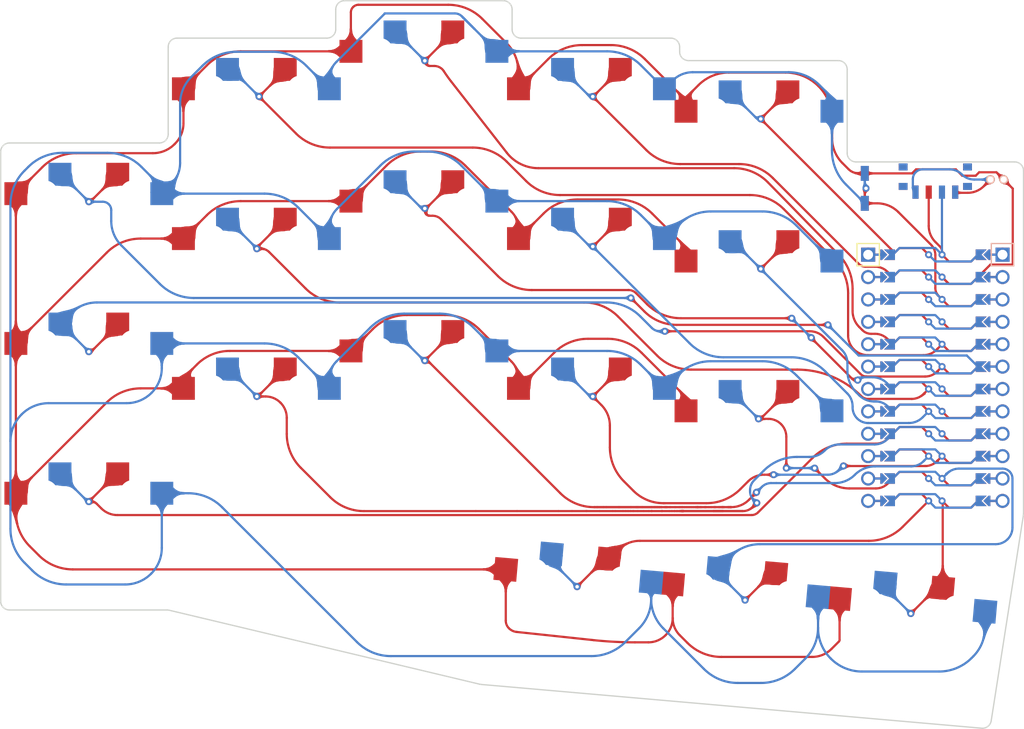
<source format=kicad_pcb>
(kicad_pcb (version 20211014) (generator pcbnew)
  (title_block (title "buckyboard") (rev "v1.0.0") (company "Unknown"))
  (layers (0 "F.Cu" signal) (31 "B.Cu" signal) (34 "B.Paste" user) (35 "F.Paste" user) (36 "B.SilkS" user "B.Silkscreen") (37 "F.SilkS" user "F.Silkscreen") (38 "B.Mask" user) (39 "F.Mask" user) (44 "Edge.Cuts" user))
  (net 0 "")
  (net 1 "matrix_pinky_bottom")
  (net 2 "GND")
  (net 3 "matrix_pinky_home")
  (net 4 "matrix_pinky_top")
  (net 5 "matrix_ring_bottom")
  (net 6 "matrix_ring_home")
  (net 7 "matrix_ring_top")
  (net 8 "matrix_middle_bottom")
  (net 9 "matrix_middle_home")
  (net 10 "matrix_middle_top")
  (net 11 "matrix_index_bottom")
  (net 12 "matrix_index_home")
  (net 13 "matrix_index_top")
  (net 14 "matrix_inner_bottom")
  (net 15 "matrix_inner_home")
  (net 16 "matrix_inner_top")
  (net 17 "thumbs_near")
  (net 18 "thumbs_home")
  (net 19 "thumbs_far")
  (net 20 "RAW")
  (net 21 "RST")
  (net 22 "VCC")
  (net 23 "pos")
  (footprint "lib:bat" (layer "F.Cu") (at 103 -39.35 90)
    (fp_text reference "")
    (fp_text value "")
  )
  (footprint "PG1350" (layer "F.Cu") (at 0 0)
    (fp_text reference "S1" hide)
    (fp_text value "" hide)
  )
  (footprint "PG1350" (layer "F.Cu") (at 0 -17)
    (fp_text reference "S2" hide)
    (fp_text value "" hide)
  )
  (footprint "PG1350" (layer "F.Cu") (at 76 -43.35)
    (fp_text reference "S15" hide)
    (fp_text value "" hide)
  )
  (footprint "PG1350" (layer "F.Cu") (at 19 -28.9)
    (fp_text reference "S5" hide)
    (fp_text value "" hide)
  )
  (footprint "PG1350" (layer "F.Cu") (at 57 -45.9)
    (fp_text reference "S12" hide)
    (fp_text value "" hide)
  )
  (footprint "PG1350" (layer "F.Cu") (at 76 -26.35)
    (fp_text reference "S14" hide)
    (fp_text value "" hide)
  )
  (footprint "PG1350" (layer "F.Cu") (at 57 -28.9)
    (fp_text reference "S11" hide)
    (fp_text value "" hide)
  )
  (footprint "PG1350" (layer "F.Cu") (at 19 -45.9)
    (fp_text reference "S6" hide)
    (fp_text value "" hide)
  )
  (footprint "Button_Switch_SMD:SW_SPST_B3U-1000P" (layer "F.Cu") (at 88 -38.35 -90)
    (fp_text reference "")
    (fp_text value "")
  )
  (footprint "PG1350" (layer "F.Cu") (at 38 -16.15)
    (fp_text reference "S7" hide)
    (fp_text value "" hide)
  )
  (footprint "PG1350" (layer "F.Cu") (at 74.127699 11.005959 -5)
    (fp_text reference "S17" hide)
    (fp_text value "" hide)
  )
  (footprint "PG1350" (layer "F.Cu") (at 93.055399 12.661918 -5)
    (fp_text reference "S18" hide)
    (fp_text value "" hide)
  )
  (footprint "ProMicro" (layer "F.Cu") (at 96 -16.85 -90)
    (fp_text reference "MCU1" hide)
    (fp_text value "")
  )
  (footprint "Button_Switch_SMD:SW_SPDT_PCM12" (layer "F.Cu") (at 96 -39.35 180)
    (fp_text reference "")
    (fp_text value "")
  )
  (footprint "PG1350" (layer "F.Cu") (at 19 -11.9)
    (fp_text reference "S4" hide)
    (fp_text value "" hide)
  )
  (footprint "PG1350" (layer "F.Cu") (at 0 -34)
    (fp_text reference "S3" hide)
    (fp_text value "" hide)
  )
  (footprint "PG1350" (layer "F.Cu") (at 38 -33.15)
    (fp_text reference "S8" hide)
    (fp_text value "" hide)
  )
  (footprint "PG1350" (layer "F.Cu") (at 76 -9.35)
    (fp_text reference "S13" hide)
    (fp_text value "" hide)
  )
  (footprint "PG1350" (layer "F.Cu") (at 38 -50.15)
    (fp_text reference "S9" hide)
    (fp_text value "" hide)
  )
  (footprint "PG1350" (layer "F.Cu") (at 57 -11.9)
    (fp_text reference "S10" hide)
    (fp_text value "" hide)
  )
  (footprint "PG1350" (layer "F.Cu") (at 55.2 9.35 -5)
    (fp_text reference "S16" hide)
    (fp_text value "" hide)
  )
  (gr_line (start -10 8.5) (end -10 -42.5) (layer "Edge.Cuts") (width 0.15))
  (gr_arc (start 8.88244 9.5) (mid 8.999196 9.506839) (end 9.114355 9.527264) (layer "Edge.Cuts") (width 0.15))
  (gr_line (start 87 -41.35) (end 105 -41.35) (layer "Edge.Cuts") (width 0.15))
  (gr_arc (start 87 -41.35) (mid 86.292893 -41.642893) (end 86 -42.35) (layer "Edge.Cuts") (width 0.15))
  (gr_arc (start 105 -41.35) (mid 105.707107 -41.057107) (end 106 -40.35) (layer "Edge.Cuts") (width 0.15))
  (gr_arc (start 85 -52.85) (mid 85.707107 -52.557107) (end 86 -51.85) (layer "Edge.Cuts") (width 0.15))
  (gr_line (start 86 -42.35) (end 86 -51.85) (layer "Edge.Cuts") (width 0.15))
  (gr_arc (start 49 -55.4) (mid 48.292893 -55.692893) (end 48 -56.4) (layer "Edge.Cuts") (width 0.15))
  (gr_arc (start 66 -55.4) (mid 66.707107 -55.107107) (end 67 -54.4) (layer "Edge.Cuts") (width 0.15))
  (gr_arc (start 9 -54.4) (mid 9.292893 -55.107107) (end 10 -55.4) (layer "Edge.Cuts") (width 0.15))
  (gr_arc (start 9 -44.5) (mid 8.707107 -43.792893) (end 8 -43.5) (layer "Edge.Cuts") (width 0.15))
  (gr_line (start 85 -52.85) (end 68 -52.85) (layer "Edge.Cuts") (width 0.15))
  (gr_line (start 9 -54.4) (end 9 -44.5) (layer "Edge.Cuts") (width 0.15))
  (gr_arc (start -10 -42.5) (mid -9.707107 -43.207107) (end -9 -43.5) (layer "Edge.Cuts") (width 0.15))
  (gr_arc (start 28 -56.4) (mid 27.707107 -55.692893) (end 27 -55.4) (layer "Edge.Cuts") (width 0.15))
  (gr_arc (start 47 -59.65) (mid 47.707107 -59.357107) (end 48 -58.65) (layer "Edge.Cuts") (width 0.15))
  (gr_line (start 66 -55.4) (end 49 -55.4) (layer "Edge.Cuts") (width 0.15))
  (gr_line (start 28 -58.65) (end 28 -56.4) (layer "Edge.Cuts") (width 0.15))
  (gr_line (start 27 -55.4) (end 10 -55.4) (layer "Edge.Cuts") (width 0.15))
  (gr_line (start 9.114355 9.527264) (end 44.338556 17.925241) (layer "Edge.Cuts") (width 0.15))
  (gr_arc (start 68 -52.85) (mid 67.292893 -53.142893) (end 67 -53.85) (layer "Edge.Cuts") (width 0.15))
  (gr_line (start 48 -56.4) (end 48 -58.65) (layer "Edge.Cuts") (width 0.15))
  (gr_line (start 47 -59.65) (end 29 -59.65) (layer "Edge.Cuts") (width 0.15))
  (gr_line (start 44.483316 17.9487) (end 101.258696 22.915902) (layer "Edge.Cuts") (width 0.15))
  (gr_arc (start 28 -58.65) (mid 28.292893 -59.357107) (end 29 -59.65) (layer "Edge.Cuts") (width 0.15))
  (gr_line (start 8 -43.5) (end -9 -43.5) (layer "Edge.Cuts") (width 0.15))
  (gr_line (start -9 9.5) (end 8.88244 9.5) (layer "Edge.Cuts") (width 0.15))
  (gr_arc (start 106 -1.427782) (mid 105.996989 -1.350234) (end 105.987973 -1.273153) (layer "Edge.Cuts") (width 0.15))
  (gr_arc (start -9 9.5) (mid -9.707107 9.207107) (end -10 8.5) (layer "Edge.Cuts") (width 0.15))
  (gr_line (start 105.987973 -1.273153) (end 102.333824 22.074337) (layer "Edge.Cuts") (width 0.15))
  (gr_line (start 106 -40.35) (end 106 -1.427782) (layer "Edge.Cuts") (width 0.15))
  (gr_arc (start 44.483315 17.9487) (mid 44.410505 17.939628) (end 44.338556 17.925241) (layer "Edge.Cuts") (width 0.15))
  (gr_arc (start 102.333824 22.074337) (mid 101.962233 22.707155) (end 101.258696 22.915902) (layer "Edge.Cuts") (width 0.15))
  (gr_line (start 67 -53.85) (end 67 -54.4) (layer "Edge.Cuts") (width 0.15))
  (segment (start 0.88346 -2.563236) (end 1.414696 -2.031999) (width 0.25) (layer "F.Cu") (net 1))
  (segment (start 3.113927 -5.907927) (end 0 -2.794) (width 0.25) (layer "F.Cu") (net 1))
  (segment (start 0 -2.794) (end 0.326348 -2.794) (width 0.25) (layer "F.Cu") (net 1))
  (segment (start 89.253504 -9.375) (end 85.948963 -9.375) (width 0.25) (layer "F.Cu") (net 1))
  (segment (start 3.254327 -1.27) (end 75.144626 -1.27) (width 0.25) (layer "F.Cu") (net 1))
  (segment (start 82.101207 -7.781207) (end 75.904927 -1.584927) (width 0.25) (layer "F.Cu") (net 1))
  (segment (start 3.2155 -5.95) (end 3.275 -5.95) (width 0.25) (layer "F.Cu") (net 1))
  (segment (start 90.6115 -9.9375) (end 91.174 -10.5) (width 0.25) (layer "F.Cu") (net 1))
  (via (at 0 -2.794) (size 0.8) (drill 0.4) (layers "F.Cu" "B.Cu") (net 1))
  (arc (start 3.113927 -5.907927) (mid 3.160529 -5.939065) (end 3.2155 -5.95) (width 0.25) (layer "F.Cu") (net 1))
  (arc (start 3.254327 -1.27) (mid 2.258726 -1.468037) (end 1.414696 -2.031999) (width 0.25) (layer "F.Cu") (net 1))
  (arc (start 75.144626 -1.27) (mid 75.556098 -1.351847) (end 75.904927 -1.584927) (width 0.25) (layer "F.Cu") (net 1))
  (arc (start 82.101207 -7.781207) (mid 83.866572 -8.960786) (end 85.948963 -9.375) (width 0.25) (layer "F.Cu") (net 1))
  (arc (start 0.88346 -2.563236) (mid 0.627855 -2.734026) (end 0.326348 -2.794) (width 0.25) (layer "F.Cu") (net 1))
  (arc (start 89.253504 -9.375) (mid 89.988446 -9.521188) (end 90.6115 -9.9375) (width 0.25) (layer "F.Cu") (net 1))
  (segment (start -0.161072 -2.836072) (end -3.275 -5.95) (width 0.25) (layer "B.Cu") (net 1))
  (segment (start -0.0595 -2.794) (end 0 -2.794) (width 0.25) (layer "B.Cu") (net 1))
  (arc (start -0.0595 -2.794) (mid -0.11447 -2.804934) (end -0.161072 -2.836072) (width 0.25) (layer "B.Cu") (net 1))
  (segment (start 48.725 -49.65) (end 52.091207 -53.016207) (width 0.25) (layer "F.Cu") (net 2))
  (segment (start 99.051989 -39.78253) (end 100.57535 -39.78253) (width 0.25) (layer "F.Cu") (net 2))
  (segment (start 84.226853 13.914589) (end 85.064615 13.076828) (width 0.25) (layer "F.Cu") (net 2))
  (segment (start 47.929504 -18.695495) (end 44.243791 -22.381208) (width 0.25) (layer "F.Cu") (net 2))
  (segment (start 2.031207 -14.056207) (end -8.275 -3.75) (width 0.25) (layer "F.Cu") (net 2))
  (segment (start 38.842734 -42.528302) (end 37.607265 -42.528302) (width 0.25) (layer "F.Cu") (net 2))
  (segment (start 44.615095 -57.588207) (end 47.37149 -54.831812) (width 0.25) (layer "F.Cu") (net 2))
  (segment (start 62.69049 -19.684509) (end 67.176992 -15.198007) (width 0.25) (layer "F.Cu") (net 2))
  (segment (start 13.381207 -35.306207) (end 10.725 -32.65) (width 0.25) (layer "F.Cu") (net 2))
  (segment (start 59.214036 -54.61) (end 55.938963 -54.61) (width 0.25) (layer "F.Cu") (net 2))
  (segment (start 55.412963 -37.084) (end 60.037036 -37.084) (width 0.25) (layer "F.Cu") (net 2))
  (segment (start 49.520495 -33.445495) (end 51.565207 -35.490207) (width 0.25) (layer "F.Cu") (net 2))
  (segment (start 10.73 -47.088542) (end 10.73 -45.732009) (width 0.25) (layer "F.Cu") (net 2))
  (segment (start 100.96782 -40.175) (end 102.925 -40.175) (width 0.25) (layer "F.Cu") (net 2))
  (segment (start 102.925 -40.175) (end 103.75 -39.35) (width 0.25) (layer "F.Cu") (net 2))
  (segment (start 47.283323 10.704313) (end 47.283323 4.893056) (width 0.25) (layer "F.Cu") (net 2))
  (segment (start 67.725 -47.875) (end 67.725 -47.41325) (width 0.25) (layer "F.Cu") (net 2))
  (segment (start 67.725 -30.875) (end 67.725 -30.1) (width 0.25) (layer "F.Cu") (net 2))
  (segment (start 12.2645 -18.3605) (end 11.139011 -17.235011) (width 0.25) (layer "F.Cu") (net 2))
  (segment (start 98.329518 -40.505001) (end 99.051989 -39.78253) (width 0.25) (layer "F.Cu") (net 2))
  (segment (start 13.381207 -52.306207) (end 10.725 -49.65) (width 0.25) (layer "F.Cu") (net 2))
  (segment (start 82.025409 14.826458) (end 71.735076 14.826458) (width 0.25) (layer "F.Cu") (net 2))
  (segment (start 5.878963 -32.65) (end 10.725 -32.65) (width 0.25) (layer "F.Cu") (net 2))
  (segment (start 9.770786 -43.416263) (end 9.712261 -43.357738) (width 0.25) (layer "F.Cu") (net 2))
  (segment (start 97.4695 -27.5725) (end 96.762 -28.28) (width 0.25) (layer "F.Cu") (net 2))
  (segment (start 29.725 -36.9) (end 33.759509 -40.934509) (width 0.25) (layer "F.Cu") (net 2))
  (segment (start 104.77972 -29.726961) (end 104.747192 -29.694433) (width 0.25) (layer "F.Cu") (net 2))
  (segment (start 93.353264 -40.05) (end 93.808265 -40.505001) (width 0.25) (layer "F.Cu") (net 2))
  (segment (start 48.725 -51.564151) (end 48.725 -49.65) (width 0.25) (layer "F.Cu") (net 2))
  (segment (start 104.747192 -29.694433) (end 102.240433 -29.694433) (width 0.25) (layer "F.Cu") (net 2))
  (segment (start 85.138722 12.89792) (end 85.138722 8.204974) (width 0.25) (layer "F.Cu") (net 2))
  (segment (start 57.261181 12.922759) (end 48.514141 11.992066) (width 0.25) (layer "F.Cu") (net 2))
  (segment (start 66.211022 10.415003) (end 66.211022 6.549015) (width 0.25) (layer "F.Cu") (net 2))
  (segment (start 102.240433 -29.694433) (end 100.826 -28.28) (width 0.25) (layer "F.Cu") (net 2))
  (segment (start 85.459999 -41.219999) (end 86.145631 -40.534368) (width 0.25) (layer "F.Cu") (net 2))
  (segment (start 7.255223 -42.34) (end -1.431036 -42.34) (width 0.25) (layer "F.Cu") (net 2))
  (segment (start 67.725 -13.875) (end 67.725 -13.1) (width 0.25) (layer "F.Cu") (net 2))
  (segment (start -5.668107 3.299263) (end -6.704384 2.262986) (width 0.25) (layer "F.Cu") (net 2))
  (segment (start 49.520495 -16.445495) (end 52.759509 -19.684509) (width 0.25) (layer "F.Cu") (net 2))
  (segment (start 10.725 -47.100613) (end 10.725 -49.65) (width 0.25) (layer "F.Cu") (net 2))
  (segment (start 17.228963 -53.9) (end 29.725 -53.9) (width 0.25) (layer "F.Cu") (net 2))
  (segment (start 68.273007 -49.198007) (end 69.145 -50.07) (width 0.25) (layer "F.Cu") (net 2))
  (segment (start 29.718 -55.461949) (end 29.718 -58.314789) (width 0.25) (layer "F.Cu") (net 2))
  (segment (start -8.275 -3.75) (end -8.275 -1.528814) (width 0.25) (layer "F.Cu") (net 2))
  (segment (start 67.88732 13.232665) (end 67.018088 12.363433) (width 0.25) (layer "F.Cu") (net 2))
  (segment (start 63.061792 -53.016207) (end 67.281997 -48.796002) (width 0.25) (layer "F.Cu") (net 2))
  (segment (start 47.929504 -35.695495) (end 42.69049 -40.934509) (width 0.25) (layer "F.Cu") (net 2))
  (segment (start 29.725 -19.9) (end 15.981181 -19.9) (width 0.25) (layer "F.Cu") (net 2))
  (segment (start 100.57535 -39.78253) (end 100.96782 -40.175) (width 0.25) (layer "F.Cu") (net 2))
  (segment (start 10.1395 -15.65) (end 5.878963 -15.65) (width 0.25) (layer "F.Cu") (net 2))
  (segment (start -8.275 -3.75) (end -8.275 -20.75) (width 0.25) (layer "F.Cu") (net 2))
  (segment (start 79.01504 -51.49) (end 72.573183 -51.49) (width 0.25) (layer "F.Cu") (net 2))
  (segment (start 30.58521 -59.182) (end 40.767339 -59.182) (width 0.25) (layer "F.Cu") (net 2))
  (segment (start 67.176992 -32.198007) (end 63.884792 -35.490207) (width 0.25) (layer "F.Cu") (net 2))
  (segment (start -5.278792 -40.746207) (end -8.275 -37.75) (width 0.25) (layer "F.Cu") (net 2))
  (segment (start 17.228963 -36.9) (end 29.725 -36.9) (width 0.25) (layer "F.Cu") (net 2))
  (segment (start 67.725 -47.7265) (end 67.725 -47.41325) (width 0.25) (layer "F.Cu") (net 2))
  (segment (start 2.031207 -31.056207) (end -8.275 -20.75) (width 0.25) (layer "F.Cu") (net 2))
  (segment (start 103.75 -39.35) (end 104.77972 -38.32028) (width 0.25) (layer "F.Cu") (net 2))
  (segment (start 88 -40.05) (end 93.353264 -40.05) (width 0.25) (layer "F.Cu") (net 2))
  (segment (start 61.931036 13.170499) (end 63.455526 13.170499) (width 0.25) (layer "F.Cu") (net 2))
  (segment (start 84.29 -44.044629) (end 84.29 -46.21504) (width 0.25) (layer "F.Cu") (net 2))
  (segment (start 29.725 -19.9) (end 32.206208 -22.381208) (width 0.25) (layer "F.Cu") (net 2))
  (segment (start -1.820351 4.893056) (end 47.283323 4.893056) (width 0.25) (layer "F.Cu") (net 2))
  (segment (start 88 -40.05) (end 87.315 -40.05) (width 0.25) (layer "F.Cu") (net 2))
  (segment (start 104.77972 -38.32028) (end 104.77972 -29.726961) (width 0.25) (layer "F.Cu") (net 2))
  (segment (start -8.275 -37.75) (end -8.275 -20.75) (width 0.25) (layer "F.Cu") (net 2))
  (segment (start 29.725 -53.9) (end 29.725 -55.44505) (width 0.25) (layer "F.Cu") (net 2))
  (segment (start 40.396035 -23.975001) (end 36.053964 -23.975001) (width 0.25) (layer "F.Cu") (net 2))
  (segment (start 58.842734 -21.278302) (end 56.607265 -21.278302) (width 0.25) (layer "F.Cu") (net 2))
  (segment (start 93.808265 -40.505001) (end 98.329518 -40.505001) (width 0.25) (layer "F.Cu") (net 2))
  (arc (start 55.412963 -37.084) (mid 53.330572 -36.669786) (end 51.565207 -35.490207) (width 0.25) (layer "F.Cu") (net 2))
  (arc (start 9.712261 -43.357738) (mid 8.584962 -42.604501) (end 7.255223 -42.34) (width 0.25) (layer "F.Cu") (net 2))
  (arc (start 82.025409 14.826458) (mid 83.216822 14.58947) (end 84.226853 13.914589) (width 0.25) (layer "F.Cu") (net 2))
  (arc (start 49.520495 -33.445495) (mid 49.012663 -33.344481) (end 48.725 -33.775) (width 0.25) (layer "F.Cu") (net 2))
  (arc (start 65.403956 12.363433) (mid 64.510008 12.960749) (end 63.455526 13.170499) (width 0.25) (layer "F.Cu") (net 2))
  (arc (start 72.573183 -51.49) (mid 70.717863 -51.120954) (end 69.145 -50.07) (width 0.25) (layer "F.Cu") (net 2))
  (arc (start 10.7275 -47.094578) (mid 10.72935 -47.091808) (end 10.73 -47.088542) (width 0.25) (layer "F.Cu") (net 2))
  (arc (start 44.615095 -57.588207) (mid 42.849729 -58.767786) (end 40.767339 -59.182) (width 0.25) (layer "F.Cu") (net 2))
  (arc (start 47.644661 11.576661) (mid 47.377231 11.176424) (end 47.283323 10.704313) (width 0.25) (layer "F.Cu") (net 2))
  (arc (start 61.931036 13.170499) (mid 59.592825 13.10852) (end 57.261181 12.922759) (width 0.25) (layer "F.Cu") (net 2))
  (arc (start 44.243791 -22.381208) (mid 42.478425 -23.560787) (end 40.396035 -23.975001) (width 0.25) (layer "F.Cu") (net 2))
  (arc (start 9.770786 -43.416263) (mid 10.480708 -44.478736) (end 10.73 -45.732009) (width 0.25) (layer "F.Cu") (net 2))
  (arc (start 29.7215 -55.4535) (mid 29.72409 -55.449623) (end 29.725 -55.44505) (width 0.25) (layer "F.Cu") (net 2))
  (arc (start 84.29 -44.044629) (mid 84.594072 -42.51595) (end 85.459999 -41.219999) (width 0.25) (layer "F.Cu") (net 2))
  (arc (start 86.145631 -40.534368) (mid 86.682142 -40.175883) (end 87.315 -40.05) (width 0.25) (layer "F.Cu") (net 2))
  (arc (start -5.668107 3.299263) (mid -3.902741 4.478842) (end -1.820351 4.893056) (width 0.25) (layer "F.Cu") (net 2))
  (arc (start 10.725 -16.2355) (mid 10.553511 -15.821488) (end 10.1395 -15.65) (width 0.25) (layer "F.Cu") (net 2))
  (arc (start 56.607265 -21.278302) (mid 54.524874 -20.864088) (end 52.759509 -19.684509) (width 0.25) (layer "F.Cu") (net 2))
  (arc (start 38.842734 -42.528302) (mid 40.925124 -42.114088) (end 42.69049 -40.934509) (width 0.25) (layer "F.Cu") (net 2))
  (arc (start 67.725 -47.7265) (mid 67.609867 -48.30531) (end 67.281997 -48.796002) (width 0.25) (layer "F.Cu") (net 2))
  (arc (start 66.211022 10.415003) (mid 66.420771 11.469485) (end 67.018088 12.363433) (width 0.25) (layer "F.Cu") (net 2))
  (arc (start 48.725 -51.564151) (mid 48.373234 -53.332596) (end 47.37149 -54.831812) (width 0.25) (layer "F.Cu") (net 2))
  (arc (start 17.228963 -53.9) (mid 15.146572 -53.485786) (end 13.381207 -52.306207) (width 0.25) (layer "F.Cu") (net 2))
  (arc (start 37.607265 -42.528302) (mid 35.524874 -42.114088) (end 33.759509 -40.934509) (width 0.25) (layer "F.Cu") (net 2))
  (arc (start 5.878963 -32.65) (mid 3.796572 -32.235786) (end 2.031207 -31.056207) (width 0.25) (layer "F.Cu") (net 2))
  (arc (start 67.88732 13.232665) (mid 69.652685 14.412244) (end 71.735076 14.826458) (width 0.25) (layer "F.Cu") (net 2))
  (arc (start 2.031207 -14.056207) (mid 3.796572 -15.235786) (end 5.878963 -15.65) (width 0.25) (layer "F.Cu") (net 2))
  (arc (start 67.725 -47.875) (mid 67.867422 -48.591006) (end 68.273007 -49.198007) (width 0.25) (layer "F.Cu") (net 2))
  (arc (start 67.725 -30.875) (mid 67.582577 -31.591006) (end 67.176992 -32.198007) (width 0.25) (layer "F.Cu") (net 2))
  (arc (start 47.929504 -35.695495) (mid 48.518257 -34.814364) (end 48.725 -33.775) (width 0.25) (layer "F.Cu") (net 2))
  (arc (start 58.842734 -21.278302) (mid 60.925124 -20.864088) (end 62.69049 -19.684509) (width 0.25) (layer "F.Cu") (net 2))
  (arc (start 49.520495 -16.445495) (mid 49.012663 -16.344481) (end 48.725 -16.775) (width 0.25) (layer "F.Cu") (net 2))
  (arc (start -8.275 -1.528814) (mid -7.86681 0.523293) (end -6.704384 2.262986) (width 0.25) (layer "F.Cu") (net 2))
  (arc (start 82.745 -49.945) (mid 83.888467 -48.233679) (end 84.29 -46.21504) (width 0.25) (layer "F.Cu") (net 2))
  (arc (start 55.938963 -54.61) (mid 53.856572 -54.195786) (end 52.091207 -53.016207) (width 0.25) (layer "F.Cu") (net 2))
  (arc (start 10.725 -16.2355) (mid 10.832597 -16.776431) (end 11.139011 -17.235011) (width 0.25) (layer "F.Cu") (net 2))
  (arc (start 17.228963 -36.9) (mid 15.146572 -36.485786) (end 13.381207 -35.306207) (width 0.25) (layer "F.Cu") (net 2))
  (arc (start 29.972 -58.928) (mid 29.784012 -58.646656) (end 29.718 -58.314789) (width 0.25) (layer "F.Cu") (net 2))
  (arc (start 10.725 -47.100613) (mid 10.725649 -47.097346) (end 10.7275 -47.094578) (width 0.25) (layer "F.Cu") (net 2))
  (arc (start 67.725 -47.41325) (mid 67.725 -47.41325) (end 67.725 -47.41325) (width 0.25) (layer "F.Cu") (net 2))
  (arc (start 32.206208 -22.381208) (mid 33.971573 -23.560787) (end 36.053964 -23.975001) (width 0.25) (layer "F.Cu") (net 2))
  (arc (start 67.725 -13.875) (mid 67.582577 -14.591006) (end 67.176992 -15.198007) (width 0.25) (layer "F.Cu") (net 2))
  (arc (start 79.01504 -51.49) (mid 81.033679 -51.088467) (end 82.745 -49.945) (width 0.25) (layer "F.Cu") (net 2))
  (arc (start 60.037036 -37.084) (mid 62.119426 -36.669786) (end 63.884792 -35.490207) (width 0.25) (layer "F.Cu") (net 2))
  (arc (start -5.278792 -40.746207) (mid -3.513426 -41.925786) (end -1.431036 -42.34) (width 0.25) (layer "F.Cu") (net 2))
  (arc (start 63.061792 -53.016207) (mid 61.296426 -54.195786) (end 59.214036 -54.61) (width 0.25) (layer "F.Cu") (net 2))
  (arc (start 47.644661 11.576661) (mid 48.043779 11.858922) (end 48.514141 11.992066) (width 0.25) (layer "F.Cu") (net 2))
  (arc (start 66.211022 10.415003) (mid 66.001272 11.469485) (end 65.403956 12.363433) (width 0.25) (layer "F.Cu") (net 2))
  (arc (start 30.58521 -59.182) (mid 30.253343 -59.115987) (end 29.972 -58.928) (width 0.25) (layer "F.Cu") (net 2))
  (arc (start 85.138722 12.89792) (mid 85.119462 12.994744) (end 85.064615 13.076828) (width 0.25) (layer "F.Cu") (net 2))
  (arc (start 12.2645 -18.3605) (mid 13.969727 -19.499896) (end 15.981181 -19.9) (width 0.25) (layer "F.Cu") (net 2))
  (arc (start 47.929504 -18.695495) (mid 48.518257 -17.814364) (end 48.725 -16.775) (width 0.25) (layer "F.Cu") (net 2))
  (arc (start 29.7215 -55.4535) (mid 29.718909 -55.457376) (end 29.718 -55.461949) (width 0.25) (layer "F.Cu") (net 2))
  (segment (start 62.618792 -18.306207) (end 65.275 -15.65) (width 0.25) (layer "B.Cu") (net 2))
  (segment (start 19.921036 -37.75) (end 8.929073 -37.75) (width 0.25) (layer "B.Cu") (net 2))
  (segment (start 42.789352 -57.385645) (end 42.946205 -57.228791) (width 0.25) (layer "B.Cu") (net 2))
  (segment (start 10.35 -47.93658) (end 10.35 -41.232497) (width 0.25) (layer "B.Cu") (net 2))
  (segment (start -4.553948 -13.97) (end 4.284417 -13.97) (width 0.25) (layer "B.Cu") (net 2))
  (segment (start 82.698044 7.991443) (end 82.698044 10.771648) (width 0.25) (layer "B.Cu") (net 2))
  (segment (start 63.770345 8.270469) (end 63.770345 6.987967) (width 0.25) (layer "B.Cu") (net 2))
  (segment (start 42.475646 -57.699353) (end 42.632499 -57.542499) (width 0.25) (layer "B.Cu") (net 2))
  (segment (start 8.018673 -38.731326) (end 5.963792 -40.786207) (width 0.25) (layer "B.Cu") (net 2))
  (segment (start 65.275 -32.65) (end 66.814151 -34.189151) (width 0.25) (layer "B.Cu") (net 2))
  (segment (start 24.670792 -52.254207) (end 26.479504 -50.445494) (width 0.25) (layer "B.Cu") (net 2))
  (segment (start -7.296207 4.133792) (end -6.419792 5.010206) (width 0.25) (layer "B.Cu") (net 2))
  (segment (start 65.138586 11.573695) (end 69.751098 16.186207) (width 0.25) (layer "B.Cu") (net 2))
  (segment (start 31.911207 -22.536207) (end 28.070495 -18.695495) (width 0.25) (layer "B.Cu") (net 2))
  (segment (start 46.275 -53.9) (end 43.730471 -56.444522) (width 0.25) (layer "B.Cu") (net 2))
  (segment (start 42.475646 -57.699353) (end 42.30375 -57.87125) (width 0.25) (layer "B.Cu") (net 2))
  (segment (start 19.921036 -20.75) (end 8.275 -20.75) (width 0.25) (layer "B.Cu") (net 2))
  (segment (start 84.275 -30.1) (end 84.97 -29.405) (width 0.25) (layer "B.Cu") (net 2))
  (segment (start 11.268036 -3.75) (end 8.275 -3.75) (width 0.25) (layer "B.Cu") (net 2))
  (segment (start 84.275 -47.875) (end 84.275 -47.68125) (width 0.25) (layer "B.Cu") (net 2))
  (segment (start -6.862887 -40.786207) (end -7.296206 -40.352887) (width 0.25) (layer "B.Cu") (net 2))
  (segment (start 23.768792 -36.156207) (end 26.833234 -33.091764) (width 0.25) (layer "B.Cu") (net 2))
  (segment (start 80.24049 -17.134509) (end 84.275 -13.1) (width 0.25) (layer "B.Cu") (net 2))
  (segment (start 65.275 -32.65) (end 62.618792 -35.306207) (width 0.25) (layer "B.Cu") (net 2))
  (segment (start 60.837591 13.138207) (end 62.402103 11.573694) (width 0.25) (layer "B.Cu") (net 2))
  (segment (start -3.015131 -42.38) (end 2.116036 -42.38) (width 0.25) (layer "B.Cu") (net 2))
  (segment (start 56.989835 14.732) (end 34.257963 14.732) (width 0.25) (layer "B.Cu") (net 2))
  (segment (start 43.103058 -57.071937) (end 43.259911 -56.915083) (width 0.25) (layer "B.Cu") (net 2))
  (segment (start 84.155274 15.025186) (end 84.112256 14.982168) (width 0.25) (layer "B.Cu") (net 2))
  (segment (start 46.275 -36.9) (end 42.24049 -40.934509) (width 0.25) (layer "B.Cu") (net 2))
  (segment (start 82.698044 11.50712) (end 82.698044 7.991443) (width 0.25) (layer "B.Cu") (net 2))
  (segment (start 79.358532 -51.53) (end 68.48436 -51.53) (width 0.25) (layer "B.Cu") (net 2))
  (segment (start 62.618792 -52.306207) (end 64.334999 -50.589999) (width 0.25) (layer "B.Cu") (net 2))
  (segment (start 96.425621 16.482417) (end 87.67334 16.482417) (width 0.25) (layer "B.Cu") (net 2))
  (segment (start 35.758963 -24.13) (end 39.791036 -24.13) (width 0.25) (layer "B.Cu") (net 2))
  (segment (start 15.115792 -2.156207) (end 30.410207 13.138207) (width 0.25) (layer "B.Cu") (net 2))
  (segment (start 85.868792 -38.781207) (end 88 -36.65) (width 0.25) (layer "B.Cu") (net 2))
  (segment (start 101.625744 11.541829) (end 101.625744 9.647402) (width 0.25) (layer "B.Cu") (net 2))
  (segment (start 26.479504 -16.445495) (end 23.768792 -19.156207) (width 0.25) (layer "B.Cu") (net 2))
  (segment (start 8.275 -17.960582) (end 8.275 -20.75) (width 0.25) (layer "B.Cu") (net 2))
  (segment (start 84.275 -47.1) (end 84.275 -46.325) (width 0.25) (layer "B.Cu") (net 2))
  (segment (start 84.275 -47.68125) (end 84.275 -47.29375) (width 0.25) (layer "B.Cu") (net 2))
  (segment (start 42.475646 -57.699353) (end 42.318792 -57.856207) (width 0.25) (layer "B.Cu") (net 2))
  (segment (start 80.079792 16.186207) (end 81.240813 15.025186) (width 0.25) (layer "B.Cu") (net 2))
  (segment (start 65.275 -15.65) (end 66.814151 -17.189151) (width 0.25) (layer "B.Cu") (net 2))
  (segment (start -2.572036 6.604) (end 4.121609 6.604) (width 0.25) (layer "B.Cu") (net 2))
  (segment (start 42.789352 -57.385645) (end 42.946205 -57.228791) (width 0.25) (layer "B.Cu") (net 2))
  (segment (start 8.275 -38.1125) (end 8.275 -37.75875) (width 0.25) (layer "B.Cu") (net 2))
  (segment (start 8.275 -38.404073) (end 8.275 -38.525) (width 0.25) (layer "B.Cu") (net 2))
  (segment (start 43.416764 -56.758229) (end 43.259911 -56.915083) (width 0.25) (layer "B.Cu") (net 2))
  (segment (start 76.392734 -35.728302) (end 70.52999 -35.728302) (width 0.25) (layer "B.Cu") (net 2))
  (segment (start 43.416764 -56.758229) (end 43.730471 -56.444522) (width 0.25) (layer "B.Cu") (net 2))
  (segment (start 11.614603 -50.989603) (end 12.879207 -52.254207) (width 0.25) (layer "B.Cu") (net 2))
  (segment (start 95.8005 -25.1775) (end 95.238 -25.74) (width 0.25) (layer "B.Cu") (net 2))
  (segment (start -8.89 -36.505131) (end -8.89 -9.633948) (width 0.25) (layer "B.Cu") (net 2))
  (segment (start 100.286181 14.775818) (end 100.102663 14.959336) (width 0.25) (layer "B.Cu") (net 2))
  (segment (start 58.771036 -36.9) (end 46.275 -36.9) (width 0.25) (layer "B.Cu") (net 2))
  (segment (start 46.275 -19.9) (end 43.638792 -22.536207) (width 0.25) (layer "B.Cu") (net 2))
  (segment (start 84.275 -46.325) (end 84.275 -42.628963) (width 0.25) (layer "B.Cu") (net 2))
  (segment (start 41.510077 -58.2) (end 33.56375 -58.2) (width 0.25) (layer "B.Cu") (net 2))
  (segment (start 42.946205 -57.228791) (end 43.103058 -57.071937) (width 0.25) (layer "B.Cu") (net 2))
  (segment (start 42.789352 -57.385645) (end 42.632499 -57.542499) (width 0.25) (layer "B.Cu") (net 2))
  (segment (start 43.730471 -56.444522) (end 43.416764 -56.758229) (width 0.25) (layer "B.Cu") (net 2))
  (segment (start 43.103058 -57.071937) (end 43.259911 -56.915083) (width 0.25) (layer "B.Cu") (net 2))
  (segment (start 83.726992 -49.198007) (end 82.834999 -50.089999) (width 0.25) (layer "B.Cu") (net 2))
  (segment (start 27.275 -33.27475) (end 27.275 -33.8995) (width 0.25) (layer "B.Cu") (net 2))
  (segment (start 46.275 -19.9) (end 58.771036 -19.9) (width 0.25) (layer "B.Cu") (net 2))
  (segment (start 73.598854 17.78) (end 76.232036 17.78) (width 0.25) (layer "B.Cu") (net 2))
  (segment (start -8.89 -9.633948) (end -8.89 0.286036) (width 0.25) (layer "B.Cu") (net 2))
  (segment (start 84.275 -47.1) (end 84.275 -47.29375) (width 0.25) (layer "B.Cu") (net 2))
  (segment (start 20.823036 -53.848) (end 16.726963 -53.848) (width 0.25) (layer "B.Cu") (net 2))
  (segment (start 42.789352 -57.385645) (end 42.632499 -57.542499) (width 0.25) (layer "B.Cu") (net 2))
  (segment (start 46.275 -53.9) (end 58.771036 -53.9) (width 0.25) (layer "B.Cu") (net 2))
  (segment (start 8.322374 -37.762374) (end 9.33 -38.77) (width 0.25) (layer "B.Cu") (net 2))
  (segment (start 76.392734 -18.728302) (end 70.52999 -18.728302) (width 0.25) (layer "B.Cu") (net 2))
  (segment (start 43.416764 -56.758229) (end 43.259911 -56.915083) (width 0.25) (layer "B.Cu") (net 2))
  (segment (start 42.946205 -57.228791) (end 43.103058 -57.071937) (width 0.25) (layer "B.Cu") (net 2))
  (segment (start 36.908265 -42.528302) (end 38.392734 -42.528302) (width 0.25) (layer "B.Cu") (net 2))
  (segment (start 80.24049 -34.134509) (end 84.275 -30.1) (width 0.25) (layer "B.Cu") (net 2))
  (segment (start 63.770345 6.987967) (end 63.770345 7.64045) (width 0.25) (layer "B.Cu") (net 2))
  (segment (start 33.544545 -58.169545) (end 28.070495 -52.695495) (width 0.25) (layer "B.Cu") (net 2))
  (segment (start 42.475646 -57.699353) (end 42.632499 -57.542499) (width 0.25) (layer "B.Cu") (net 2))
  (segment (start 8.275 -3.75) (end 8.275 2.450609) (width 0.25) (layer "B.Cu") (net 2))
  (segment (start 8.28375 -37.75) (end 8.2925 -37.75) (width 0.25) (layer "B.Cu") (net 2))
  (segment (start 28.158529 -36.032529) (end 33.060509 -40.934509) (width 0.25) (layer "B.Cu") (net 2))
  (arc (start -2.572036 6.604) (mid -4.654426 6.189786) (end -6.419792 5.010206) (width 0.25) (layer "B.Cu") (net 2))
  (arc (start 4.121609 6.604) (mid 5.711042 6.287841) (end 7.0585 5.3875) (width 0.25) (layer "B.Cu") (net 2))
  (arc (start 43.103058 -57.071937) (mid 43.103058 -57.071937) (end 43.103058 -57.071937) (width 0.25) (layer "B.Cu") (net 2))
  (arc (start 42.946205 -57.228791) (mid 42.946205 -57.228791) (end 42.946205 -57.228791) (width 0.25) (layer "B.Cu") (net 2))
  (arc (start 66.814151 -17.189151) (mid 68.518992 -18.328289) (end 70.52999 -18.728302) (width 0.25) (layer "B.Cu") (net 2))
  (arc (start 35.758963 -24.13) (mid 33.676572 -23.715786) (end 31.911207 -22.536207) (width 0.25) (layer "B.Cu") (net 2))
  (arc (start 60.837591 13.138207) (mid 59.072225 14.317786) (end 56.989835 14.732) (width 0.25) (layer "B.Cu") (net 2))
  (arc (start 73.598854 17.78) (mid 71.516463 17.365786) (end 69.751098 16.186207) (width 0.25) (layer "B.Cu") (net 2))
  (arc (start 42.475646 -57.699353) (mid 42.475646 -57.699352) (end 42.475646 -57.699353) (width 0.25) (layer "B.Cu") (net 2))
  (arc (start 76.392734 -18.728302) (mid 78.475124 -18.314088) (end 80.24049 -17.134509) (width 0.25) (layer "B.Cu") (net 2))
  (arc (start 62.618792 -52.306207) (mid 60.853426 -53.485786) (end 58.771036 -53.9) (width 0.25) (layer "B.Cu") (net 2))
  (arc (start 10.35 -47.93658) (mid 10.678659 -49.588864) (end 11.614603 -50.989603) (width 0.25) (layer "B.Cu") (net 2))
  (arc (start 66.215 -50.59) (mid 65.274999 -50.200638) (end 64.334999 -50.589999) (width 0.25) (layer "B.Cu") (net 2))
  (arc (start 33.544545 -58.169545) (mid 33.550432 -58.178356) (end 33.5525 -58.18875) (width 0.25) (layer "B.Cu") (net 2))
  (arc (start 28.070495 -18.695495) (mid 27.481742 -17.814364) (end 27.275 -16.775) (width 0.25) (layer "B.Cu") (net 2))
  (arc (start 80.079792 16.186207) (mid 78.314426 17.365786) (end 76.232036 17.78) (width 0.25) (layer "B.Cu") (net 2))
  (arc (start 82.698044 11.50712) (mid 82.319321 13.411083) (end 81.240813 15.025186) (width 0.25) (layer "B.Cu") (net 2))
  (arc (start 8.275 -38.404073) (mid 8.466573 -37.941573) (end 8.929073 -37.75) (width 0.25) (layer "B.Cu") (net 2))
  (arc (start 58.771036 -36.9) (mid 60.853426 -36.485786) (end 62.618792 -35.306207) (width 0.25) (layer "B.Cu") (net 2))
  (arc (start 84.275 -47.875) (mid 84.132577 -48.591006) (end 83.726992 -49.198007) (width 0.25) (layer "B.Cu") (net 2))
  (arc (start 80.24049 -34.134509) (mid 78.475124 -35.314088) (end 76.392734 -35.728302) (width 0.25) (layer "B.Cu") (net 2))
  (arc (start 65.138586 11.573695) (mid 64.125939 10.058162) (end 63.770345 8.270469) (width 0.25) (layer "B.Cu") (net 2))
  (arc (start 85.868792 -38.781207) (mid 84.689213 -40.546572) (end 84.275 -42.628963) (width 0.25) (layer "B.Cu") (net 2))
  (arc (start 16.726963 -53.848) (mid 14.644572 -53.433786) (end 12.879207 -52.254207) (width 0.25) (layer "B.Cu") (net 2))
  (arc (start -7.62 -12.7) (mid -6.213283 -13.639937) (end -4.553948 -13.97) (width 0.25) (layer "B.Cu") (net 2))
  (arc (start 27.275 -50.775) (mid 27.481742 -51.814364) (end 28.070495 -52.695495) (width 0.25) (layer "B.Cu") (net 2))
  (arc (start 63.770345 8.270469) (mid 63.41475 10.058161) (end 62.402103 11.573694) (width 0.25) (layer "B.Cu") (net 2))
  (arc (start 43.638792 -22.536207) (mid 41.873426 -23.715786) (end 39.791036 -24.13) (width 0.25) (layer "B.Cu") (net 2))
  (arc (start 7.106185 -15.138814) (mid 7.971234 -16.433452) (end 8.275 -17.960582) (width 0.25) (layer "B.Cu") (net 2))
  (arc (start 19.921036 -20.75) (mid 22.003426 -20.335786) (end 23.768792 -19.156207) (width 0.25) (layer "B.Cu") (net 2))
  (arc (start 9.33 -38.77) (mid 10.08491 -39.899803) (end 10.35 -41.232497) (width 0.25) (layer "B.Cu") (net 2))
  (arc (start -8.89 -36.505131) (mid -8.475786 -38.587521) (end -7.296206 -40.352887) (width 0.25) (layer "B.Cu") (net 2))
  (arc (start 8.275 2.450609) (mid 7.958841 4.040042) (end 7.0585 5.3875) (width 0.25) (layer "B.Cu") (net 2))
  (arc (start 42.632499 -57.542499) (mid 42.632499 -57.542499) (end 42.632499 -57.542499) (width 0.25) (layer "B.Cu") (net 2))
  (arc (start 8.7375 -38.2125) (mid 8.67877 -37.917247) (end 8.929073 -37.75) (width 0.25) (layer "B.Cu") (net 2))
  (arc (start 27.275 -50.775) (mid 26.987336 -50.34448) (end 26.479504 -50.445494) (width 0.25) (layer "B.Cu") (net 2))
  (arc (start 33.5525 -58.18875) (mid 33.555795 -58.196704) (end 33.56375 -58.2) (width 0.25) (layer "B.Cu") (net 2))
  (arc (start 27.275 -33.27475) (mid 27.11525 -33.035668) (end 26.833234 -33.091764) (width 0.25) (layer "B.Cu") (net 2))
  (arc (start 8.275 -38.404073) (mid 8.442247 -38.15377) (end 8.7375 -38.2125) (width 0.25) (layer "B.Cu") (net 2))
  (arc (start 42.30375 -57.87125) (mid 41.939609 -58.11456) (end 41.510077 -58.2) (width 0.25) (layer "B.Cu") (net 2))
  (arc (start 8.322374 -37.762374) (mid 8.308667 -37.753215) (end 8.2925 -37.75) (width 0.25) (layer "B.Cu") (net 2))
  (arc (start 20.823036 -53.848) (mid 22.905426 -53.433786) (end 24.670792 -52.254207) (width 0.25) (layer "B.Cu") (net 2))
  (arc (start 63.770345 6.987967) (mid 63.770345 6.987967) (end 63.770345 6.987967) (width 0.25) (layer "B.Cu") (net 2))
  (arc (start -3.015131 -42.38) (mid -5.097521 -41.965786) (end -6.862887 -40.786207) (width 0.25) (layer "B.Cu") (net 2))
  (arc (start 79.358532 -51.53) (mid 81.239982 -51.155755) (end 82.834999 -50.089999) (width 0.25) (layer "B.Cu") (net 2))
  (arc (start 62.618792 -18.306207) (mid 60.853426 -19.485786) (end 58.771036 -19.9) (width 0.25) (layer "B.Cu") (net 2))
  (arc (start 8.018673 -38.731326) (mid 8.208382 -38.447406) (end 8.275 -38.1125) (width 0.25) (layer "B.Cu") (net 2))
  (arc (start 84.155274 15.025186) (mid 85.769376 16.103695) (end 87.67334 16.482417) (width 0.25) (layer "B.Cu") (net 2))
  (arc (start 30.410207 13.138207) (mid 32.175572 14.317786) (end 34.257963 14.732) (width 0.25) (layer "B.Cu") (net 2))
  (arc (start 100.102663 14.959336) (mid 98.415622 16.086581) (end 96.425621 16.482417) (width 0.25) (layer "B.Cu") (net 2))
  (arc (start 43.416764 -56.758229) (mid 43.416764 -56.758229) (end 43.416764 -56.758229) (width 0.25) (layer "B.Cu") (net 2))
  (arc (start 11.268036 -3.75) (mid 13.350426 -3.335786) (end 15.115792 -2.156207) (width 0.25) (layer "B.Cu") (net 2))
  (arc (start 19.921036 -37.75) (mid 22.003426 -37.335786) (end 23.768792 -36.156207) (width 0.25) (layer "B.Cu") (net 2))
  (arc (start 26.479504 -16.445495) (mid 26.987336 -16.344481) (end 27.275 -16.775) (width 0.25) (layer "B.Cu") (net 2))
  (arc (start 82.698044 11.50712) (mid 83.065585 13.399903) (end 84.112256 14.982168) (width 0.25) (layer "B.Cu") (net 2))
  (arc (start -7.296207 4.133792) (mid -8.475786 2.368426) (end -8.89 0.286036) (width 0.25) (layer "B.Cu") (net 2))
  (arc (start 36.908265 -42.528302) (mid 34.825874 -42.114088) (end 33.060509 -40.934509) (width 0.25) (layer "B.Cu") (net 2))
  (arc (start 68.48436 -51.53) (mid 67.256191 -51.285701) (end 66.215 -50.59) (width 0.25) (layer "B.Cu") (net 2))
  (arc (start 28.158529 -36.032529) (mid 27.504621 -35.053887) (end 27.275 -33.8995) (width 0.25) (layer "B.Cu") (net 2))
  (arc (start 5.963792 -40.786207) (mid 4.198426 -41.965786) (end 2.116036 -42.38) (width 0.25) (layer "B.Cu") (net 2))
  (arc (start 43.259911 -56.915083) (mid 43.259911 -56.915083) (end 43.259911 -56.915083) (width 0.25) (layer "B.Cu") (net 2))
  (arc (start 7.106185 -15.138814) (mid 5.811547 -14.273764) (end 4.284417 -13.97) (width 0.25) (layer "B.Cu") (net 2))
  (arc (start 8.28375 -37.75) (mid 8.277562 -37.752562) (end 8.275 -37.75875) (width 0.25) (layer "B.Cu") (net 2))
  (arc (start 100.286181 14.775818) (mid 101.277602 13.292051) (end 101.625744 11.541829) (width 0.25) (layer "B.Cu") (net 2))
  (arc (start 66.814151 -34.189151) (mid 68.518992 -35.328289) (end 70.52999 -35.728302) (width 0.25) (layer "B.Cu") (net 2))
  (arc (start -8.89 -9.633948) (mid -8.559937 -11.293283) (end -7.62 -12.7) (width 0.25) (layer "B.Cu") (net 2))
  (arc (start 42.24049 -40.934509) (mid 40.475124 -42.114088) (end 38.392734 -42.528302) (width 0.25) (layer "B.Cu") (net 2))
  (arc (start 42.789352 -57.385645) (mid 42.789352 -57.385645) (end 42.789352 -57.385645) (width 0.25) (layer "B.Cu") (net 2))
  (segment (start 3.275 -22.8915) (end 3.275 -22.95) (width 0.25) (layer "F.Cu") (net 3))
  (segment (start 88.1813 -16.995) (end 94.841504 -16.995) (width 0.25) (layer "F.Cu") (net 3))
  (segment (start 83.30903 -21.492375) (end 87.541311 -17.260092) (width 0.25) (layer "F.Cu") (net 3))
  (segment (start 96.1995 -17.5575) (end 96.762 -18.12) (width 0.25) (layer "F.Cu") (net 3))
  (segment (start 81.769669 -22.13) (end 65.32 -22.13) (width 0.25) (layer "F.Cu") (net 3))
  (segment (start 0.127 -19.812) (end 0 -19.812) (width 0.25) (layer "F.Cu") (net 3))
  (segment (start 0.343802 -19.901802) (end 3.233634 -22.791634) (width 0.25) (layer "F.Cu") (net 3))
  (via (at 0 -19.812) (size 0.8) (drill 0.4) (layers "F.Cu" "B.Cu") (net 3))
  (via (at 65.32 -22.13) (size 0.8) (drill 0.4) (layers "F.Cu" "B.Cu") (net 3))
  (arc (start 0.127 -19.812) (mid 0.244332 -19.835338) (end 0.343802 -19.901802) (width 0.25) (layer "F.Cu") (net 3))
  (arc (start 96.1995 -17.5575) (mid 95.576446 -17.141188) (end 94.841504 -16.995) (width 0.25) (layer "F.Cu") (net 3))
  (arc (start 81.769669 -22.13) (mid 82.602765 -21.964287) (end 83.30903 -21.492375) (width 0.25) (layer "F.Cu") (net 3))
  (arc (start 88.1813 -16.995) (mid 87.83494 -17.063895) (end 87.541311 -17.260092) (width 0.25) (layer "F.Cu") (net 3))
  (arc (start 3.275 -22.8915) (mid 3.264249 -22.837452) (end 3.233634 -22.791634) (width 0.25) (layer "F.Cu") (net 3))
  (segment (start 0 -19.812) (end -3.089563 -22.901563) (width 0.25) (layer "B.Cu") (net 3))
  (segment (start 58.706036 -25.4) (end 0.907411 -25.4) (width 0.25) (layer "B.Cu") (net 3))
  (segment (start 64.775 -22.13) (end 65.32 -22.13) (width 0.25) (layer "B.Cu") (net 3))
  (segment (start -3.226563 -22.998436) (end -2.049999 -24.174999) (width 0.25) (layer "B.Cu") (net 3))
  (segment (start 62.553792 -23.806206) (end 63.844626 -22.515373) (width 0.25) (layer "B.Cu") (net 3))
  (arc (start -3.089563 -22.901563) (mid -3.143214 -22.937411) (end -3.2065 -22.95) (width 0.25) (layer "B.Cu") (net 3))
  (arc (start 62.553792 -23.806206) (mid 60.788426 -24.985786) (end 58.706036 -25.4) (width 0.25) (layer "B.Cu") (net 3))
  (arc (start -3.226563 -22.998436) (mid -3.232713 -22.967515) (end -3.2065 -22.95) (width 0.25) (layer "B.Cu") (net 3))
  (arc (start -2.049999 -24.174999) (mid -0.693127 -25.081632) (end 0.907411 -25.4) (width 0.25) (layer "B.Cu") (net 3))
  (arc (start 64.775 -22.13) (mid 64.271485 -22.230155) (end 63.844626 -22.515373) (width 0.25) (layer "B.Cu") (net 3))
  (segment (start 83.819646 -22.86) (end 66.682902 -22.86) (width 0.25) (layer "F.Cu") (net 4))
  (segment (start 83.8205 -22.8605) (end 83.82025 -22.86025) (width 0.25) (layer "F.Cu") (net 4))
  (segment (start 0.0775 -36.83) (end 0 -36.83) (width 0.25) (layer "F.Cu") (net 4))
  (segment (start 0.2098 -36.8848) (end 3.275 -39.95) (width 0.25) (layer "F.Cu") (net 4))
  (segment (start 61.4723 -25.9123) (end 62.99845 -24.38615) (width 0.25) (layer "F.Cu") (net 4))
  (via (at 83.8205 -22.8605) (size 0.8) (drill 0.4) (layers "F.Cu" "B.Cu") (net 4))
  (via (at 0 -36.83) (size 0.8) (drill 0.4) (layers "F.Cu" "B.Cu") (net 4))
  (via (at 61.4723 -25.9123) (size 0.8) (drill 0.4) (layers "F.Cu" "B.Cu") (net 4))
  (arc (start 83.819646 -22.86) (mid 83.819972 -22.860064) (end 83.82025 -22.86025) (width 0.25) (layer "F.Cu") (net 4))
  (arc (start 66.682902 -22.86) (mid 64.68889 -23.256633) (end 62.99845 -24.38615) (width 0.25) (layer "F.Cu") (net 4))
  (arc (start 0.0775 -36.83) (mid 0.1491 -36.844242) (end 0.2098 -36.8848) (width 0.25) (layer "F.Cu") (net 4))
  (segment (start 87.299998 -19.38) (end 99.566 -19.38) (width 0.25) (layer "B.Cu") (net 4))
  (segment (start 85.551206 -21.128792) (end 87.299998 -19.38) (width 0.25) (layer "B.Cu") (net 4))
  (segment (start -3.065199 -39.895199) (end 0 -36.83) (width 0.25) (layer "B.Cu") (net 4))
  (segment (start 11.901663 -25.9123) (end 61.4723 -25.9123) (width 0.25) (layer "B.Cu") (net 4))
  (segment (start 1.585723 -36.83) (end 0 -36.83) (width 0.25) (layer "B.Cu") (net 4))
  (segment (start -3.1975 -39.95) (end -3.275 -39.95) (width 0.25) (layer "B.Cu") (net 4))
  (segment (start 2.54 -34.645499) (end 2.54 -35.875723) (width 0.25) (layer "B.Cu") (net 4))
  (segment (start 83.8205 -22.8605) (end 83.8205 -22.86) (width 0.25) (layer "B.Cu") (net 4))
  (segment (start 99.566 -19.38) (end 100.826 -18.12) (width 0.25) (layer "B.Cu") (net 4))
  (segment (start 8.053907 -27.506092) (end 3.689401 -31.870598) (width 0.25) (layer "B.Cu") (net 4))
  (segment (start 83.820853 -22.859146) (end 85.551206 -21.128792) (width 0.25) (layer "B.Cu") (net 4))
  (arc (start 2.54 -35.875723) (mid 2.46736 -36.240909) (end 2.260499 -36.550499) (width 0.25) (layer "B.Cu") (net 4))
  (arc (start 2.54 -34.645499) (mid 2.838719 -33.143733) (end 3.689401 -31.870598) (width 0.25) (layer "B.Cu") (net 4))
  (arc (start -3.065199 -39.895199) (mid -3.125899 -39.935757) (end -3.1975 -39.95) (width 0.25) (layer "B.Cu") (net 4))
  (arc (start 1.585723 -36.83) (mid 1.950909 -36.75736) (end 2.260499 -36.550499) (width 0.25) (layer "B.Cu") (net 4))
  (arc (start 8.053907 -27.506092) (mid 9.819272 -26.326513) (end 11.901663 -25.9123) (width 0.25) (layer "B.Cu") (net 4))
  (arc (start 83.8205 -22.86) (mid 83.820591 -22.859537) (end 83.820853 -22.859146) (width 0.25) (layer "B.Cu") (net 4))
  (segment (start 67.265737 -1.72) (end 67.309998 -1.72) (width 0.25) (layer "F.Cu") (net 5))
  (segment (start 54.790207 -1.72) (end 53.251136 -1.72) (width 0.25) (layer "F.Cu") (net 5))
  (segment (start 64.988985 -1.72) (end 64.966855 -1.72) (width 0.25) (layer "F.Cu") (net 5))
  (segment (start 43.87856 -1.72) (end 31.209963 -1.72) (width 0.25) (layer "F.Cu") (net 5))
  (segment (start 66.691017 -1.72) (end 66.436852 -1.72) (width 0.25) (layer "F.Cu") (net 5))
  (segment (start 62.256212 -1.72) (end 61.797509 -1.72) (width 0.25) (layer "F.Cu") (net 5))
  (segment (start 61.706306 -1.72) (end 61.43001 -1.72) (width 0.25) (layer "F.Cu") (net 5))
  (segment (start 65.81787 -1.72) (end 65.033245 -1.72) (width 0.25) (layer "F.Cu") (net 5))
  (segment (start 22.445814 -10.484149) (end 22.445814 -12.309929) (width 0.25) (layer "F.Cu") (net 5))
  (segment (start 61.153714 -1.72) (end 60.877418 -1.72) (width 0.25) (layer "F.Cu") (net 5))
  (segment (start 65.033245 -1.72) (end 65.011115 -1.72) (width 0.25) (layer "F.Cu") (net 5))
  (segment (start 20.038499 -14.732) (end 19.05 -14.732) (width 0.25) (layer "F.Cu") (net 5))
  (segment (start 67.265737 -1.72) (end 67.309998 -1.72) (width 0.25) (layer "F.Cu") (net 5))
  (segment (start 66.997658 -1.72) (end 66.923052 -1.72) (width 0.25) (layer "F.Cu") (net 5))
  (segment (start 63.839544 -1.72) (end 63.817414 -1.72) (width 0.25) (layer "F.Cu") (net 5))
  (segment (start 66.923052 -1.72) (end 66.713148 -1.72) (width 0.25) (layer "F.Cu") (net 5))
  (segment (start 63.795284 -1.72) (end 63.513456 -1.72) (width 0.25) (layer "F.Cu") (net 5))
  (segment (start 59.40742 -1.72) (end 57.937423 -1.72) (width 0.25) (layer "F.Cu") (net 5))
  (segment (start 67.11904 -1.72) (end 67.058349 -1.72) (width 0.25) (layer "F.Cu") (net 5))
  (segment (start 71.907767 -1.72) (end 74.16239 -1.72) (width 0.25) (layer "F.Cu") (net 5))
  (segment (start 66.713148 -1.72) (end 66.691017 -1.72) (width 0.25) (layer "F.Cu") (net 5))
  (segment (start 19.05 -14.732) (end 19.1035 -14.732) (width 0.25) (layer "F.Cu") (net 5))
  (segment (start 63.513456 -1.72) (end 62.92767 -1.72) (width 0.25) (layer "F.Cu") (net 5))
  (segment (start 66.414722 -1.72) (end 66.436852 -1.72) (width 0.25) (layer "F.Cu") (net 5))
  (segment (start 70.824716 -1.72) (end 74.16239 -1.72) (width 0.25) (layer "F.Cu") (net 5))
  (segment (start 56.398352 -1.72) (end 54.790207 -1.72) (width 0.25) (layer "F.Cu") (net 5))
  (segment (start 56.467426 -1.72) (end 56.398352 -1.72) (width 0.25) (layer "F.Cu") (net 5))
  (segment (start 66.116296 -1.72) (end 65.81787 -1.72) (width 0.25) (layer "F.Cu") (net 5))
  (segment (start 59.40742 -1.72) (end 59.705845 -1.72) (width 0.25) (layer "F.Cu") (net 5))
  (segment (start 48.564848 -1.72) (end 43.87856 -1.72) (width 0.25) (layer "F.Cu") (net 5))
  (segment (start 67.442781 -1.72) (end 70.824716 -1.72) (width 0.25) (layer "F.Cu") (net 5))
  (segment (start 66.414722 -1.72) (end 66.116296 -1.72) (width 0.25) (layer "F.Cu") (net 5))
  (segment (start 60.578992 -1.72) (end 59.705845 -1.72) (width 0.25) (layer "F.Cu") (net 5))
  (segment (start 67.058349 -1.72) (end 66.997658 -1.72) (width 0.25) (layer "F.Cu") (net 5))
  (segment (start 67.265737 -1.72) (end 67.221476 -1.72) (width 0.25) (layer "F.Cu") (net 5))
  (segment (start 61.43001 -1.72) (end 61.153714 -1.72) (width 0.25) (layer "F.Cu") (net 5))
  (segment (start 67.39852 -1.72) (end 67.442781 -1.72) (width 0.25) (layer "F.Cu") (net 5))
  (segment (start 53.251136 -1.72) (end 48.564848 -1.72) (width 0.25) (layer "F.Cu") (net 5))
  (segment (start 24.039606 -6.636393) (end 27.362207 -3.313792) (width 0.25) (layer "F.Cu") (net 5))
  (segment (start 67.221476 -1.72) (end 67.132955 -1.72) (width 0.25) (layer "F.Cu") (net 5))
  (segment (start 67.39852 -1.72) (end 67.354259 -1.72) (width 0.25) (layer "F.Cu") (net 5))
  (segment (start 63.817414 -1.72) (end 63.795284 -1.72) (width 0.25) (layer "F.Cu") (net 5))
  (segment (start 67.442781 -1.72) (end 71.907767 -1.72) (width 0.25) (layer "F.Cu") (net 5))
  (segment (start 67.309998 -1.72) (end 67.354259 -1.72) (width 0.25) (layer "F.Cu") (net 5))
  (segment (start 21.725972 -14.033025) (end 21.736406 -14.022592) (width 0.25) (layer "F.Cu") (net 5))
  (segment (start 19.19483 -14.76983) (end 22.275 -17.85) (width 0.25) (layer "F.Cu") (net 5))
  (segment (start 67.265737 -1.72) (end 67.221476 -1.72) (width 0.25) (layer "F.Cu") (net 5))
  (segment (start 63.861674 -1.72) (end 63.839544 -1.72) (width 0.25) (layer "F.Cu") (net 5))
  (segment (start 67.132955 -1.72) (end 67.11904 -1.72) (width 0.25) (layer "F.Cu") (net 5))
  (segment (start 67.39852 -1.72) (end 67.442781 -1.72) (width 0.25) (layer "F.Cu") (net 5))
  (segment (start 75.75 -2.65) (end 75.285 -2.185) (width 0.25) (layer "F.Cu") (net 5))
  (segment (start 62.92767 -1.72) (end 62.256212 -1.72) (width 0.25) (layer "F.Cu") (net 5))
  (segment (start 61.797509 -1.72) (end 61.706306 -1.72) (width 0.25) (layer "F.Cu") (net 5))
  (segment (start 67.309998 -1.72) (end 67.354259 -1.72) (width 0.25) (layer "F.Cu") (net 5))
  (segment (start 64.966855 -1.72) (end 63.861674 -1.72) (width 0.25) (layer "F.Cu") (net 5))
  (segment (start 57.937423 -1.72) (end 56.467426 -1.72) (width 0.25) (layer "F.Cu") (net 5))
  (segment (start 67.39852 -1.72) (end 67.354259 -1.72) (width 0.25) (layer "F.Cu") (net 5))
  (segment (start 60.877418 -1.72) (end 60.578992 -1.72) (width 0.25) (layer "F.Cu") (net 5))
  (segment (start 65.011115 -1.72) (end 64.988985 -1.72) (width 0.25) (layer "F.Cu") (net 5))
  (segment (start 67.132955 -1.72) (end 67.221476 -1.72) (width 0.25) (layer "F.Cu") (net 5))
  (via (at 75.75 -2.65) (size 0.8) (drill 0.4) (layers "F.Cu" "B.Cu") (net 5))
  (via (at 19.05 -14.732) (size 0.8) (drill 0.4) (layers "F.Cu" "B.Cu") (net 5))
  (arc (start 67.265737 -1.72) (mid 67.265737 -1.72) (end 67.265737 -1.72) (width 0.25) (layer "F.Cu") (net 5))
  (arc (start 22.445814 -10.484149) (mid 22.860027 -8.401758) (end 24.039606 -6.636393) (width 0.25) (layer "F.Cu") (net 5))
  (arc (start 67.39852 -1.72) (mid 67.39852 -1.72) (end 67.39852 -1.72) (width 0.25) (layer "F.Cu") (net 5))
  (arc (start 21.725972 -14.033025) (mid 20.951752 -14.550342) (end 20.038499 -14.732) (width 0.25) (layer "F.Cu") (net 5))
  (arc (start 27.362207 -3.313792) (mid 29.127572 -2.134213) (end 31.209963 -1.72) (width 0.25) (layer "F.Cu") (net 5))
  (arc (start 67.354259 -1.72) (mid 67.354259 -1.72) (end 67.354259 -1.72) (width 0.25) (layer "F.Cu") (net 5))
  (arc (start 75.285 -2.185) (mid 74.769942 -1.840849) (end 74.16239 -1.72) (width 0.25) (layer "F.Cu") (net 5))
  (arc (start 67.442781 -1.72) (mid 67.442781 -1.72) (end 67.442781 -1.72) (width 0.25) (layer "F.Cu") (net 5))
  (arc (start 21.736406 -14.022592) (mid 22.261444 -13.236815) (end 22.445814 -12.309929) (width 0.25) (layer "F.Cu") (net 5))
  (arc (start 67.309998 -1.72) (mid 67.309998 -1.72) (end 67.309998 -1.72) (width 0.25) (layer "F.Cu") (net 5))
  (arc (start 19.19483 -14.76983) (mid 19.152927 -14.741831) (end 19.1035 -14.732) (width 0.25) (layer "F.Cu") (net 5))
  (arc (start 70.824716 -1.72) (mid 71.366241 -1.72) (end 71.907767 -1.72) (width 0.25) (layer "F.Cu") (net 5))
  (arc (start 67.221476 -1.72) (mid 67.221476 -1.72) (end 67.221476 -1.72) (width 0.25) (layer "F.Cu") (net 5))
  (segment (start 75.75 -2.65) (end 75.3675 -3.0325) (width 0.25) (layer "B.Cu") (net 5))
  (segment (start 16.005185 -17.776814) (end 19.05 -14.732) (width 0.25) (layer "B.Cu") (net 5))
  (segment (start 90.569 -9.895) (end 91.174 -10.5) (width 0.25) (layer "B.Cu") (net 5))
  (segment (start 89.1084 -9.29) (end 85.149992 -9.29) (width 0.25) (layer "B.Cu") (net 5))
  (segment (start 74.985 -3.955936) (end 74.985 -4.085) (width 0.25) (layer "B.Cu") (net 5))
  (segment (start 15.8285 -17.85) (end 15.725 -17.85) (width 0.25) (layer "B.Cu") (net 5))
  (segment (start 81.721809 -7.87) (end 80.302637 -7.87) (width 0.25) (layer "B.Cu") (net 5))
  (segment (start 76.5425 -6.3125) (end 75.458761 -5.228761) (width 0.25) (layer "B.Cu") (net 5))
  (arc (start 74.985 -4.085) (mid 75.108126 -4.703999) (end 75.458761 -5.228761) (width 0.25) (layer "B.Cu") (net 5))
  (arc (start 83.435901 -8.58) (mid 82.649468 -8.054522) (end 81.721809 -7.87) (width 0.25) (layer "B.Cu") (net 5))
  (arc (start 16.005185 -17.776814) (mid 15.924121 -17.830979) (end 15.8285 -17.85) (width 0.25) (layer "B.Cu") (net 5))
  (arc (start 83.435901 -8.58) (mid 84.222332 -9.105477) (end 85.149992 -9.29) (width 0.25) (layer "B.Cu") (net 5))
  (arc (start 75.3675 -3.0325) (mid 75.084408 -3.456176) (end 74.985 -3.955936) (width 0.25) (layer "B.Cu") (net 5))
  (arc (start 89.1084 -9.29) (mid 89.898871 -9.447234) (end 90.569 -9.895) (width 0.25) (layer "B.Cu") (net 5))
  (arc (start 80.302637 -7.87) (mid 78.267665 -7.465218) (end 76.5425 -6.3125) (width 0.25) (layer "B.Cu") (net 5))
  (segment (start 28.423464 -25.4) (end 56.166036 -25.4) (width 0.25) (layer "F.Cu") (net 6))
  (segment (start 93.317504 -14.455) (end 88.361381 -14.455) (width 0.25) (layer "F.Cu") (net 6))
  (segment (start 94.6755 -15.0175) (end 95.238 -15.58) (width 0.25) (layer "F.Cu") (net 6))
  (segment (start 19.095608 -31.670608) (end 22.275 -34.85) (width 0.25) (layer "F.Cu") (net 6))
  (segment (start 80.33424 -17.78) (end 68.293963 -17.78) (width 0.25) (layer "F.Cu") (net 6))
  (segment (start 19.05 -31.496) (end 19.05 -31.5605) (width 0.25) (layer "F.Cu") (net 6))
  (segment (start 19.56175 -31.496) (end 19.05 -31.496) (width 0.25) (layer "F.Cu") (net 6))
  (segment (start 20.435363 -31.134137) (end 24.575708 -26.993792) (width 0.25) (layer "F.Cu") (net 6))
  (segment (start 64.446207 -19.373792) (end 60.013792 -23.806207) (width 0.25) (layer "F.Cu") (net 6))
  (via (at 19.05 -31.496) (size 0.8) (drill 0.4) (layers "F.Cu" "B.Cu") (net 6))
  (arc (start 60.013792 -23.806207) (mid 58.248426 -24.985786) (end 56.166036 -25.4) (width 0.25) (layer "F.Cu") (net 6))
  (arc (start 28.423464 -25.4) (mid 26.341073 -25.814213) (end 24.575708 -26.993792) (width 0.25) (layer "F.Cu") (net 6))
  (arc (start 93.317504 -14.455) (mid 94.052446 -14.601188) (end 94.6755 -15.0175) (width 0.25) (layer "F.Cu") (net 6))
  (arc (start 64.446207 -19.373792) (mid 66.211572 -18.194213) (end 68.293963 -17.78) (width 0.25) (layer "F.Cu") (net 6))
  (arc (start 19.095608 -31.670608) (mid 19.061853 -31.62009) (end 19.05 -31.5605) (width 0.25) (layer "F.Cu") (net 6))
  (arc (start 87.597646 -14.771351) (mid 87.94805 -14.537217) (end 88.361381 -14.455) (width 0.25) (layer "F.Cu") (net 6))
  (arc (start 20.435363 -31.134137) (mid 20.034546 -31.401954) (end 19.56175 -31.496) (width 0.25) (layer "F.Cu") (net 6))
  (arc (start 87.597646 -14.771351) (mid 84.265154 -16.998086) (end 80.33424 -17.78) (width 0.25) (layer "F.Cu") (net 6))
  (segment (start 19.05 -31.5105) (end 19.05 -31.496) (width 0.25) (layer "B.Cu") (net 6))
  (segment (start 19.039746 -31.535253) (end 15.725 -34.85) (width 0.25) (layer "B.Cu") (net 6))
  (arc (start 19.05 -31.5105) (mid 19.047335 -31.523896) (end 19.039746 -31.535253) (width 0.25) (layer "B.Cu") (net 6))
  (segment (start 19.304 -48.768) (end 23.499905 -44.572094) (width 0.25) (layer "F.Cu") (net 7))
  (segment (start 49.58581 -39.185792) (end 47.387094 -41.384509) (width 0.25) (layer "F.Cu") (net 7))
  (segment (start 22.235755 -51.699755) (end 19.304 -48.768) (width 0.25) (layer "F.Cu") (net 7))
  (segment (start 88.349138 -19.42) (end 94.645187 -19.42) (width 0.25) (layer "F.Cu") (net 7))
  (segment (start 27.347661 -42.978302) (end 43.539338 -42.978302) (width 0.25) (layer "F.Cu") (net 7))
  (segment (start 22.275 -51.7945) (end 22.275 -51.85) (width 0.25) (layer "F.Cu") (net 7))
  (segment (start 86.106 -21.663138) (end 86.106 -26.448036) (width 0.25) (layer "F.Cu") (net 7))
  (segment (start 96.142 -20.04) (end 96.762 -20.66) (width 0.25) (layer "F.Cu") (net 7))
  (segment (start 84.512207 -30.295792) (end 78.809792 -35.998207) (width 0.25) (layer "F.Cu") (net 7))
  (segment (start 74.962036 -37.592) (end 53.433567 -37.592) (width 0.25) (layer "F.Cu") (net 7))
  (via (at 19.304 -48.768) (size 0.8) (drill 0.4) (layers "F.Cu" "B.Cu") (net 7))
  (arc (start 22.275 -51.7945) (mid 22.2648 -51.743224) (end 22.235755 -51.699755) (width 0.25) (layer "F.Cu") (net 7))
  (arc (start 86.763 -20.077) (mid 86.276748 -20.804726) (end 86.106 -21.663138) (width 0.25) (layer "F.Cu") (net 7))
  (arc (start 96.142 -20.04) (mid 95.455256 -19.581132) (end 94.645187 -19.42) (width 0.25) (layer "F.Cu") (net 7))
  (arc (start 86.763 -20.077) (mid 87.490726 -19.590748) (end 88.349138 -19.42) (width 0.25) (layer "F.Cu") (net 7))
  (arc (start 27.347661 -42.978302) (mid 25.26527 -43.392515) (end 23.499905 -44.572094) (width 0.25) (layer "F.Cu") (net 7))
  (arc (start 49.58581 -39.185792) (mid 51.351176 -38.006213) (end 53.433567 -37.592) (width 0.25) (layer "F.Cu") (net 7))
  (arc (start 47.387094 -41.384509) (mid 45.621728 -42.564088) (end 43.539338 -42.978302) (width 0.25) (layer "F.Cu") (net 7))
  (arc (start 84.512207 -30.295792) (mid 85.691786 -28.530426) (end 86.106 -26.448036) (width 0.25) (layer "F.Cu") (net 7))
  (arc (start 78.809792 -35.998207) (mid 77.044426 -37.177786) (end 74.962036 -37.592) (width 0.25) (layer "F.Cu") (net 7))
  (segment (start 15.9735 -51.85) (end 15.725 -51.85) (width 0.25) (layer "B.Cu") (net 7))
  (segment (start 19.304 -48.768) (end 16.397716 -51.674283) (width 0.25) (layer "B.Cu") (net 7))
  (arc (start 15.9735 -51.85) (mid 16.203084 -51.804332) (end 16.397716 -51.674283) (width 0.25) (layer "B.Cu") (net 7))
  (segment (start 71.77078 -2.17) (end 71.720954 -2.17) (width 0.25) (layer "F.Cu") (net 8))
  (segment (start 72.599152 -2.17) (end 72.617837 -2.17) (width 0.25) (layer "F.Cu") (net 8))
  (segment (start 65.442777 -2.17) (end 65.39295 -2.17) (width 0.25) (layer "F.Cu") (net 8))
  (segment (start 60.20109 -2.17) (end 60.086395 -2.17) (width 0.25) (layer "F.Cu") (net 8))
  (segment (start 70.848985 -2.17) (end 70.97978 -2.17) (width 0.25) (layer "F.Cu") (net 8))
  (segment (start 66.439314 -2.17) (end 65.965959 -2.17) (width 0.25) (layer "F.Cu") (net 8))
  (segment (start 69.01162 -2.17) (end 69.030305 -2.17) (width 0.25) (layer "F.Cu") (net 8))
  (segment (start 41.229391 -21.925391) (end 38.1 -18.796) (width 0.25) (layer "F.Cu") (net 8))
  (segment (start 65.24347 -2.17) (end 65.343123 -2.17) (width 0.25) (layer "F.Cu") (net 8))
  (segment (start 67.95903 -2.17) (end 67.759723 -2.17) (width 0.25) (layer "F.Cu") (net 8))
  (segment (start 72.667664 -2.17) (end 72.617837 -2.17) (width 0.25) (layer "F.Cu") (net 8))
  (segment (start 38.263002 -18.796) (end 38.1 -18.796) (width 0.25) (layer "F.Cu") (net 8))
  (segment (start 70.992237 -2.17) (end 70.97978 -2.17) (width 0.25) (layer "F.Cu") (net 8))
  (segment (start 57.305967 -2.17) (end 64.966856 -2.17) (width 0.25) (layer "F.Cu") (net 8))
  (segment (start 71.521647 -2.17) (end 71.47182 -2.17) (width 0.25) (layer "F.Cu") (net 8))
  (segment (start 62.171659 -2.17) (end 62.057081 -2.17) (width 0.25) (layer "F.Cu") (net 8))
  (segment (start 72.835831 -2.17) (end 72.823374 -2.17) (width 0.25) (layer "F.Cu") (net 8))
  (segment (start 71.720954 -2.17) (end 71.671128 -2.17) (width 0.25) (layer "F.Cu") (net 8))
  (segment (start 71.123033 -2.17) (end 71.004694 -2.17) (width 0.25) (layer "F.Cu") (net 8))
  (segment (start 58.348627 -2.17) (end 58.696181 -2.17) (width 0.25) (layer "F.Cu") (net 8))
  (segment (start 72.075969 -2.17) (end 72.013686 -2.17) (width 0.25) (layer "F.Cu") (net 8))
  (segment (start 67.211629 -2.17) (end 67.111976 -2.17) (width 0.25) (layer "F.Cu") (net 8))
  (segment (start 69.379094 -2.17) (end 69.329267 -2.17) (width 0.25) (layer "F.Cu") (net 8))
  (segment (start 64.994336 -2.17) (end 64.695375 -2.17) (width 0.25) (layer "F.Cu") (net 8))
  (segment (start 72.84206 -2.17) (end 72.835831 -2.17) (width 0.25) (layer "F.Cu") (net 8))
  (segment (start 65.6234 -2.17) (end 65.542431 -2.17) (width 0.25) (layer "F.Cu") (net 8))
  (segment (start 63.798492 -2.17) (end 62.752129 -2.17) (width 0.25) (layer "F.Cu") (net 8))
  (segment (start 65.965959 -2.17) (end 65.835164 -2.17) (width 0.25) (layer "F.Cu") (net 8))
  (segment (start 68.756258 -2.17) (end 68.556951 -2.17) (width 0.25) (layer "F.Cu") (net 8))
  (segment (start 71.914033 -2.17) (end 71.951403 -2.17) (width 0.25) (layer "F.Cu") (net 8))
  (segment (start 69.229613 -2.17) (end 69.329267 -2.17) (width 0.25) (layer "F.Cu") (net 8))
  (segment (start 72.717491 -2.17) (end 72.667664 -2.17) (width 0.25) (layer "F.Cu") (net 8))
  (segment (start 70.848985 -2.17) (end 70.574937 -2.17) (width 0.25) (layer "F.Cu") (net 8))
  (segment (start 69.528575 -2.17) (end 69.428921 -2.17) (width 0.25) (layer "F.Cu") (net 8))
  (segment (start 67.311282 -2.17) (end 67.211629 -2.17) (width 0.25) (layer "F.Cu") (net 8))
  (segment (start 72.343788 -2.17) (end 72.144481 -2.17) (width 0.25) (layer "F.Cu") (net 8))
  (segment (start 58.348627 -2.17) (end 57.65352 -2.17) (width 0.25) (layer "F.Cu") (net 8))
  (segment (start 72.767318 -2.17) (end 72.717491 -2.17) (width 0.25) (layer "F.Cu") (net 8))
  (segment (start 57.65352 -2.17) (end 57.305967 -2.17) (width 0.25) (layer "F.Cu") (net 8))
  (segment (start 71.820607 -2.17) (end 71.77078 -2.17) (width 0.25) (layer "F.Cu") (net 8))
  (segment (start 69.080132 -2.17) (end 69.030305 -2.17) (width 0.25) (layer "F.Cu") (net 8))
  (segment (start 72.412299 -2.17) (end 72.343788 -2.17) (width 0.25) (layer "F.Cu") (net 8))
  (segment (start 69.908504 -2.17) (end 69.896048 -2.17) (width 0.25) (layer "F.Cu") (net 8))
  (segment (start 72.767318 -2.17) (end 72.786003 -2.17) (width 0.25) (layer "F.Cu") (net 8))
  (segment (start 41.275 -22.0355) (end 41.275 -22.1) (width 0.25) (layer "F.Cu") (net 8))
  (segment (start 65.492604 -2.17) (end 65.442777 -2.17) (width 0.25) (layer "F.Cu") (net 8))
  (segment (start 68.158337 -2.17) (end 67.95903 -2.17) (width 0.25) (layer "F.Cu") (net 8))
  (segment (start 61.47661 -2.17) (end 62.057081 -2.17) (width 0.25) (layer "F.Cu") (net 8))
  (segment (start 68.556951 -2.17) (end 68.357644 -2.17) (width 0.25) (layer "F.Cu") (net 8))
  (segment (start 65.542431 -2.17) (end 65.492604 -2.17) (width 0.25) (layer "F.Cu") (net 8))
  (segment (start 68.949338 -2.17) (end 68.986708 -2.17) (width 0.25) (layer "F.Cu") (net 8))
  (segment (start 71.671128 -2.17) (end 71.571474 -2.17) (width 0.25) (layer "F.Cu") (net 8))
  (segment (start 69.92096 -2.17) (end 69.908504 -2.17) (width 0.25) (layer "F.Cu") (net 8))
  (segment (start 71.870434 -2.17) (end 71.889119 -2.17) (width 0.25) (layer "F.Cu") (net 8))
  (segment (start 60.086395 -2.17) (end 58.696181 -2.17) (width 0.25) (layer "F.Cu") (net 8))
  (segment (start 71.372167 -2.17) (end 71.47182 -2.17) (width 0.25) (layer "F.Cu") (net 8))
  (segment (start 69.129959 -2.17) (end 69.080132 -2.17) (width 0.25) (layer "F.Cu") (net 8))
  (segment (start 62.752129 -2.17) (end 62.286237 -2.17) (width 0.25) (layer "F.Cu") (net 8))
  (segment (start 61.47661 -2.17) (end 60.20109 -2.17) (width 0.25) (layer "F.Cu") (net 8))
  (segment (start 69.179786 -2.17) (end 69.129959 -2.17) (width 0.25) (layer "F.Cu") (net 8))
  (segment (start 68.949338 -2.17) (end 68.887054 -2.17) (width 0.25) (layer "F.Cu") (net 8))
  (segment (start 72.536871 -2.17) (end 72.474585 -2.17) (width 0.25) (layer "F.Cu") (net 8))
  (segment (start 72.013686 -2.17) (end 71.951403 -2.17) (width 0.25) (layer "F.Cu") (net 8))
  (segment (start 72.075969 -2.17) (end 72.144481 -2.17) (width 0.25) (layer "F.Cu") (net 8))
  (segment (start 65.835164 -2.17) (end 65.6234 -2.17) (width 0.25) (layer "F.Cu") (net 8))
  (segment (start 69.777709 -2.17) (end 69.528575 -2.17) (width 0.25) (layer "F.Cu") (net 8))
  (segment (start 65.24347 -2.17) (end 64.994336 -2.17) (width 0.25) (layer "F.Cu") (net 8))
  (segment (start 64.695375 -2.17) (end 64.446241 -2.17) (width 0.25) (layer "F.Cu") (net 8))
  (segment (start 69.229613 -2.17) (end 69.179786 -2.17) (width 0.25) (layer "F.Cu") (net 8))
  (segment (start 71.571474 -2.17) (end 71.521647 -2.17) (width 0.25) (layer "F.Cu") (net 8))
  (segment (start 70.325802 -2.17) (end 70.574937 -2.17) (width 0.25) (layer "F.Cu") (net 8))
  (segment (start 66.962496 -2.17) (end 67.111976 -2.17) (width 0.25) (layer "F.Cu") (net 8))
  (segment (start 72.536871 -2.17) (end 72.57424 -2.17) (width 0.25) (layer "F.Cu") (net 8))
  (segment (start 67.311282 -2.17) (end 67.361109 -2.17) (width 0.25) (layer "F.Cu") (net 8))
  (segment (start 66.563882 -2.17) (end 66.439314 -2.17) (width 0.25) (layer "F.Cu") (net 8))
  (segment (start 66.962496 -2.17) (end 66.563882 -2.17) (width 0.25) (layer "F.Cu") (net 8))
  (segment (start 68.999164 -2.17) (end 68.986708 -2.17) (width 0.25) (layer "F.Cu") (net 8))
  (segment (start 72.823374 -2.17) (end 72.810917 -2.17) (width 0.25) (layer "F.Cu") (net 8))
  (segment (start 68.756258 -2.17) (end 68.82477 -2.17) (width 0.25) (layer "F.Cu") (net 8))
  (segment (start 71.870434 -2.17) (end 71.820607 -2.17) (width 0.25) (layer "F.Cu") (net 8))
  (segment (start 62.286237 -2.17) (end 62.171659 -2.17) (width 0.25) (layer "F.Cu") (net 8))
  (segment (start 74.87 -3.01) (end 75.71 -3.85) (width 0.25) (layer "F.Cu") (net 8))
  (segment (start 71.004694 -2.17) (end 70.992237 -2.17) (width 0.25) (layer "F.Cu") (net 8))
  (segment (start 72.586696 -2.17) (end 72.57424 -2.17) (width 0.25) (layer "F.Cu") (net 8))
  (segment (start 69.428921 -2.17) (end 69.379094 -2.17) (width 0.25) (layer "F.Cu") (net 8))
  (segment (start 67.759723 -2.17) (end 67.560416 -2.17) (width 0.25) (layer "F.Cu") (net 8))
  (segment (start 71.901576 -2.17) (end 71.889119 -2.17) (width 0.25) (layer "F.Cu") (net 8))
  (segment (start 72.810917 -2.17) (end 72.79846 -2.17) (width 0.25) (layer "F.Cu") (net 8))
  (segment (start 72.79846 -2.17) (end 72.786003 -2.17) (width 0.25) (layer "F.Cu") (net 8))
  (segment (start 63.798492 -2.17) (end 64.197107 -2.17) (width 0.25) (layer "F.Cu") (net 8))
  (segment (start 68.357644 -2.17) (end 68.158337 -2.17) (width 0.25) (layer "F.Cu") (net 8))
  (segment (start 67.560416 -2.17) (end 67.361109 -2.17) (width 0.25) (layer "F.Cu") (net 8))
  (segment (start 38.541263 -18.68074) (end 53.458211 -3.763792) (width 0.25) (layer "F.Cu") (net 8))
  (segment (start 71.372167 -2.17) (end 71.123033 -2.17) (width 0.25) (layer "F.Cu") (net 8))
  (segment (start 72.599152 -2.17) (end 72.586696 -2.17) (width 0.25) (layer "F.Cu") (net 8))
  (segment (start 70.325802 -2.17) (end 70.051755 -2.17) (width 0.25) (layer "F.Cu") (net 8))
  (segment (start 71.914033 -2.17) (end 71.901576 -2.17) (width 0.25) (layer "F.Cu") (net 8))
  (segment (start 69.01162 -2.17) (end 68.999164 -2.17) (width 0.25) (layer "F.Cu") (net 8))
  (segment (start 68.887054 -2.17) (end 68.82477 -2.17) (width 0.25) (layer "F.Cu") (net 8))
  (segment (start 70.051755 -2.17) (end 69.92096 -2.17) (width 0.25) (layer "F.Cu") (net 8))
  (segment (start 64.446241 -2.17) (end 64.197107 -2.17) (width 0.25) (layer "F.Cu") (net 8))
  (segment (start 69.777709 -2.17) (end 69.896048 -2.17) (width 0.25) (layer "F.Cu") (net 8))
  (segment (start 65.39295 -2.17) (end 65.343123 -2.17) (width 0.25) (layer "F.Cu") (net 8))
  (segment (start 72.474585 -2.17) (end 72.412299 -2.17) (width 0.25) (layer "F.Cu") (net 8))
  (via (at 38.1 -18.796) (size 0.8) (drill 0.4) (layers "F.Cu" "B.Cu") (net 8))
  (via (at 75.71 -3.85) (size 0.8) (drill 0.4) (layers "F.Cu" "B.Cu") (net 8))
  (arc (start 53.458211 -3.763792) (mid 55.223576 -2.584213) (end 57.305967 -2.17) (width 0.25) (layer "F.Cu") (net 8))
  (arc (start 41.229391 -21.925391) (mid 41.263146 -21.975909) (end 41.275 -22.0355) (width 0.25) (layer "F.Cu") (net 8))
  (arc (start 72.84206 -2.17) (mid 73.939573 -2.388308) (end 74.87 -3.01) (width 0.25) (layer "F.Cu") (net 8))
  (arc (start 38.541263 -18.68074) (mid 38.413595 -18.766044) (end 38.263002 -18.796) (width 0.25) (layer "F.Cu") (net 8))
  (segment (start 38.003897 -18.821102) (end 34.725 -22.1) (width 0.25) (layer "B.Cu") (net 8))
  (segment (start 89.173502 -6.8) (end 93.257756 -6.8) (width 0.25) (layer "B.Cu") (net 8))
  (segment (start 38.1 -18.796) (end 38.0645 -18.796) (width 0.25) (layer "B.Cu") (net 8))
  (segment (start 75.71 -3.85) (end 76.335735 -4.475735) (width 0.25) (layer "B.Cu") (net 8))
  (segment (start 77.36 -4.9) (end 77.96 -4.9) (width 0.25) (layer "B.Cu") (net 8))
  (segment (start 84.586497 -4.9) (end 77.96 -4.9) (width 0.25) (layer "B.Cu") (net 8))
  (segment (start 94.658 -7.38) (end 95.238 -7.96) (width 0.25) (layer "B.Cu") (net 8))
  (arc (start 94.658 -7.38) (mid 94.015562 -6.950737) (end 93.257756 -6.8) (width 0.25) (layer "B.Cu") (net 8))
  (arc (start 76.335735 -4.475735) (mid 76.805672 -4.789737) (end 77.36 -4.9) (width 0.25) (layer "B.Cu") (net 8))
  (arc (start 89.173502 -6.8) (mid 87.932267 -6.553103) (end 86.88 -5.85) (width 0.25) (layer "B.Cu") (net 8))
  (arc (start 38.003897 -18.821102) (mid 38.031702 -18.802523) (end 38.0645 -18.796) (width 0.25) (layer "B.Cu") (net 8))
  (arc (start 86.88 -5.85) (mid 85.827731 -5.146896) (end 84.586497 -4.9) (width 0.25) (layer "B.Cu") (net 8))
  (segment (start 81.93 -21.4055) (end 81.93 -21.38775) (width 0.25) (layer "F.Cu") (net 9))
  (segment (start 61.200368 -26.810499) (end 50.233464 -26.810499) (width 0.25) (layer "F.Cu") (net 9))
  (segment (start 67.153963 -23.61) (end 79.71 -23.61) (width 0.25) (layer "F.Cu") (net 9))
  (segment (start 86.544524 -16.755475) (end 81.942551 -21.357448) (width 0.25) (layer "F.Cu") (net 9))
  (segment (start 46.385708 -28.404291) (end 39.950014 -34.839985) (width 0.25) (layer "F.Cu") (net 9))
  (segment (start 38.1715 -36.068) (end 38.1 -36.068) (width 0.25) (layer "F.Cu") (net 9))
  (segment (start 38.1 -35.786627) (end 38.1 -36.068) (width 0.25) (layer "F.Cu") (net 9))
  (segment (start 63.293293 -25.216706) (end 62.052432 -26.457563) (width 0.25) (layer "F.Cu") (net 9))
  (segment (start 86.951506 -16.586898) (end 87.18991 -16.586898) (width 0.25) (layer "F.Cu") (net 9))
  (segment (start 38.647126 -35.239501) (end 38.985499 -35.239501) (width 0.25) (layer "F.Cu") (net 9))
  (segment (start 63.306206 -25.203792) (end 63.293293 -25.216706) (width 0.25) (layer "F.Cu") (net 9))
  (segment (start 38.293558 -36.118558) (end 41.275 -39.1) (width 0.25) (layer "F.Cu") (net 9))
  (via (at 81.93 -21.4055) (size 0.8) (drill 0.4) (layers "F.Cu" "B.Cu") (net 9))
  (via (at 87.18991 -16.586898) (size 0.8) (drill 0.4) (layers "F.Cu" "B.Cu") (net 9))
  (via (at 87.18991 -16.586898) (size 0.8) (drill 0.4) (layers "F.Cu" "B.Cu") (net 9))
  (via (at 38.1 -36.068) (size 0.8) (drill 0.4) (layers "F.Cu" "B.Cu") (net 9))
  (via (at 79.71 -23.61) (size 0.8) (drill 0.4) (layers "F.Cu" "B.Cu") (net 9))
  (arc (start 39.950014 -34.839985) (mid 39.50749 -35.13567) (end 38.985499 -35.239501) (width 0.25) (layer "F.Cu") (net 9))
  (arc (start 86.951506 -16.586898) (mid 86.731249 -16.630709) (end 86.544524 -16.755475) (width 0.25) (layer "F.Cu") (net 9))
  (arc (start 67.153963 -23.61) (mid 65.071572 -24.024213) (end 63.306206 -25.203792) (width 0.25) (layer "F.Cu") (net 9))
  (arc (start 38.293558 -36.118558) (mid 38.237557 -36.081139) (end 38.1715 -36.068) (width 0.25) (layer "F.Cu") (net 9))
  (arc (start 81.942551 -21.357448) (mid 81.933261 -21.37135) (end 81.93 -21.38775) (width 0.25) (layer "F.Cu") (net 9))
  (arc (start 38.260249 -35.39975) (mid 38.437749 -35.281148) (end 38.647126 -35.239501) (width 0.25) (layer "F.Cu") (net 9))
  (arc (start 61.200368 -26.810499) (mid 61.661502 -26.718774) (end 62.052432 -26.457563) (width 0.25) (layer "F.Cu") (net 9))
  (arc (start 38.1 -35.786627) (mid 38.141647 -35.57725) (end 38.260249 -35.39975) (width 0.25) (layer "F.Cu") (net 9))
  (arc (start 46.385708 -28.404291) (mid 48.151073 -27.224712) (end 50.233464 -26.810499) (width 0.25) (layer "F.Cu") (net 9))
  (segment (start 87.818467 -16.91) (end 88.903547 -16.91) (width 0.25) (layer "B.Cu") (net 9))
  (segment (start 81.93 -21.4055) (end 81.92225 -21.4055) (width 0.25) (layer "B.Cu") (net 9))
  (segment (start 87.428449 -16.748449) (end 87.294117 -16.614117) (width 0.25) (layer "B.Cu") (net 9))
  (segment (start 38.1 -36.068) (end 37.9285 -36.068) (width 0.25) (layer "B.Cu") (net 9))
  (segment (start 87.18991 -16.586898) (end 87.228404 -16.586898) (width 0.25) (layer "B.Cu") (net 9))
  (segment (start 81.909019 -21.41098) (end 79.71 -23.61) (width 0.25) (layer "B.Cu") (net 9))
  (segment (start 37.635731 -36.189268) (end 34.725 -39.1) (width 0.25) (layer "B.Cu") (net 9))
  (segment (start 90.509 -16.245) (end 91.174 -15.58) (width 0.25) (layer "B.Cu") (net 9))
  (arc (start 81.909019 -21.41098) (mid 81.915089 -21.406924) (end 81.92225 -21.4055) (width 0.25) (layer "B.Cu") (net 9))
  (arc (start 37.635731 -36.189268) (mid 37.770054 -36.099516) (end 37.9285 -36.068) (width 0.25) (layer "B.Cu") (net 9))
  (arc (start 88.903547 -16.91) (mid 89.772412 -16.737172) (end 90.509 -16.245) (width 0.25) (layer "B.Cu") (net 9))
  (arc (start 87.228404 -16.586898) (mid 87.263967 -16.593971) (end 87.294117 -16.614117) (width 0.25) (layer "B.Cu") (net 9))
  (arc (start 87.818467 -16.91) (mid 87.60739 -16.868014) (end 87.428449 -16.748449) (width 0.25) (layer "B.Cu") (net 9))
  (segment (start 89.152785 -21.844) (end 88.721227 -21.844) (width 0.25) (layer "F.Cu") (net 10))
  (segment (start 87.375999 -22.605999) (end 87.725604 -22.256398) (width 0.25) (layer "F.Cu") (net 10))
  (segment (start 77.012012 -39.030214) (end 85.036465 -30.823387) (width 0.25) (layer "F.Cu") (net 10))
  (segment (start 86.614 -26.953535) (end 86.614 -24.44563) (width 0.25) (layer "F.Cu") (net 10))
  (segment (start 90.582 -21.252) (end 91.174 -20.66) (width 0.25) (layer "F.Cu") (net 10))
  (segment (start 41.275 -56.0535) (end 41.275 -56.1) (width 0.25) (layer "F.Cu") (net 10))
  (segment (start 47.399362 -42.393566) (end 41.073542 -50.498523) (width 0.25) (layer "F.Cu") (net 10))
  (segment (start 39.173362 -52.239501) (end 38.677853 -52.239501) (width 0.25) (layer "F.Cu") (net 10))
  (segment (start 50.992446 -40.64) (end 73.186572 -40.64) (width 0.25) (layer "F.Cu") (net 10))
  (segment (start 38.1 -52.832) (end 38.1 -52.705) (width 0.25) (layer "F.Cu") (net 10))
  (segment (start 38.189802 -52.488197) (end 38.269249 -52.40875) (width 0.25) (layer "F.Cu") (net 10))
  (segment (start 38.1 -52.832) (end 41.242119 -55.974119) (width 0.25) (layer "F.Cu") (net 10))
  (via (at 38.1 -52.832) (size 0.8) (drill 0.4) (layers "F.Cu" "B.Cu") (net 10))
  (arc (start 90.582 -21.252) (mid 89.92627 -21.690144) (end 89.152785 -21.844) (width 0.25) (layer "F.Cu") (net 10))
  (arc (start 86.614 -24.44563) (mid 86.812037 -23.450029) (end 87.375999 -22.605999) (width 0.25) (layer "F.Cu") (net 10))
  (arc (start 41.073542 -50.498523) (mid 40.653142 -51.063323) (end 40.259 -51.64675) (width 0.25) (layer "F.Cu") (net 10))
  (arc (start 88.721227 -21.844) (mid 88.1824 -21.951179) (end 87.725604 -22.256398) (width 0.25) (layer "F.Cu") (net 10))
  (arc (start 41.242119 -55.974119) (mid 41.266454 -56.010539) (end 41.275 -56.0535) (width 0.25) (layer "F.Cu") (net 10))
  (arc (start 77.012012 -39.030214) (mid 75.261747 -40.221159) (end 73.186572 -40.64) (width 0.25) (layer "F.Cu") (net 10))
  (arc (start 86.614 -26.953535) (mid 86.204466 -29.043054) (end 85.036465 -30.823387) (width 0.25) (layer "F.Cu") (net 10))
  (arc (start 39.173362 -52.239501) (mid 39.79182 -52.081661) (end 40.259 -51.64675) (width 0.25) (layer "F.Cu") (net 10))
  (arc (start 38.189802 -52.488197) (mid 38.123338 -52.587667) (end 38.1 -52.705) (width 0.25) (layer "F.Cu") (net 10))
  (arc (start 47.399362 -42.393566) (mid 48.993368 -41.101784) (end 50.992446 -40.64) (width 0.25) (layer "F.Cu") (net 10))
  (arc (start 38.269249 -52.40875) (mid 38.456718 -52.283487) (end 38.677853 -52.239501) (width 0.25) (layer "F.Cu") (net 10))
  (segment (start 34.7785 -56.1) (end 34.725 -56.1) (width 0.25) (layer "B.Cu") (net 10))
  (segment (start 38.1 -52.832) (end 34.86983 -56.062169) (width 0.25) (layer "B.Cu") (net 10))
  (arc (start 34.7785 -56.1) (mid 34.827927 -56.090168) (end 34.86983 -56.062169) (width 0.25) (layer "B.Cu") (net 10))
  (segment (start 65.332854 -2.62) (end 65.211618 -2.62) (width 0.25) (layer "F.Cu") (net 11))
  (segment (start 65.151 -2.62) (end 65.211618 -2.62) (width 0.25) (layer "F.Cu") (net 11))
  (segment (start 96.1995 -7.3975) (end 96.762 -7.96) (width 0.25) (layer "F.Cu") (net 11))
  (segment (start 60.683293 -5.102705) (end 61.762393 -4.023606) (width 0.25) (layer "F.Cu") (net 11))
  (segment (start 73.883792 -4.213792) (end 74.767986 -5.097986) (width 0.25) (layer "F.Cu") (net 11))
  (segment (start 60.265525 -17.847525) (end 57.15 -14.732) (width 0.25) (layer "F.Cu") (net 11))
  (segment (start 59.089501 -11.421064) (end 59.089501 -8.950462) (width 0.25) (layer "F.Cu") (net 11))
  (segment (start 70.036036 -2.62) (end 65.332854 -2.62) (width 0.25) (layer "F.Cu") (net 11))
  (segment (start 77.659514 -5.853265) (end 76.591389 -5.853265) (width 0.25) (layer "F.Cu") (net 11))
  (segment (start 58.11975 -13.762249) (end 57.15 -14.732) (width 0.25) (layer "F.Cu") (net 11))
  (segment (start 60.2715 -17.85) (end 60.275 -17.85) (width 0.25) (layer "F.Cu") (net 11))
  (segment (start 85.605606 -6.835) (end 94.841504 -6.835) (width 0.25) (layer "F.Cu") (net 11))
  (segment (start 85.5875 -6.8425) (end 85.58 -6.85) (width 0.25) (layer "F.Cu") (net 11))
  (via (at 77.659514 -5.853265) (size 0.8) (drill 0.4) (layers "F.Cu" "B.Cu") (net 11))
  (via (at 85.58 -6.85) (size 0.8) (drill 0.4) (layers "F.Cu" "B.Cu") (net 11))
  (via (at 57.15 -14.732) (size 0.8) (drill 0.4) (layers "F.Cu" "B.Cu") (net 11))
  (arc (start 60.683293 -5.102705) (mid 59.503714 -6.868071) (end 59.089501 -8.950462) (width 0.25) (layer "F.Cu") (net 11))
  (arc (start 59.089501 -11.421064) (mid 58.83747 -12.688104) (end 58.11975 -13.762249) (width 0.25) (layer "F.Cu") (net 11))
  (arc (start 85.5875 -6.8425) (mid 85.595807 -6.836949) (end 85.605606 -6.835) (width 0.25) (layer "F.Cu") (net 11))
  (arc (start 94.841504 -6.835) (mid 95.576446 -6.981188) (end 96.1995 -7.3975) (width 0.25) (layer "F.Cu") (net 11))
  (arc (start 60.265525 -17.847525) (mid 60.268266 -17.849356) (end 60.2715 -17.85) (width 0.25) (layer "F.Cu") (net 11))
  (arc (start 73.883792 -4.213792) (mid 72.118426 -3.034213) (end 70.036036 -2.62) (width 0.25) (layer "F.Cu") (net 11))
  (arc (start 65.151 -2.62) (mid 63.317099 -2.984785) (end 61.762393 -4.023606) (width 0.25) (layer "F.Cu") (net 11))
  (arc (start 76.591389 -5.853265) (mid 75.60457 -5.656974) (end 74.767986 -5.097986) (width 0.25) (layer "F.Cu") (net 11))
  (segment (start 85.55 -6.85) (end 85.58 -6.85) (width 0.25) (layer "B.Cu") (net 11))
  (segment (start 56.9965 -14.732) (end 57.15 -14.732) (width 0.25) (layer "B.Cu") (net 11))
  (segment (start 56.734459 -14.84054) (end 53.725 -17.85) (width 0.25) (layer "B.Cu") (net 11))
  (segment (start 83.818466 -5.853265) (end 77.659514 -5.853265) (width 0.25) (layer "B.Cu") (net 11))
  (segment (start 85.021632 -6.351632) (end 85.498786 -6.828786) (width 0.25) (layer "B.Cu") (net 11))
  (arc (start 85.55 -6.85) (mid 85.522283 -6.844486) (end 85.498786 -6.828786) (width 0.25) (layer "B.Cu") (net 11))
  (arc (start 83.818466 -5.853265) (mid 84.469615 -5.982786) (end 85.021632 -6.351632) (width 0.25) (layer "B.Cu") (net 11))
  (arc (start 56.9965 -14.732) (mid 56.854684 -14.760208) (end 56.734459 -14.84054) (width 0.25) (layer "B.Cu") (net 11))
  (segment (start 57.1625 -31.75) (end 57.15 -31.75) (width 0.25) (layer "F.Cu") (net 12))
  (segment (start 57.183838 -31.758838) (end 60.275 -34.85) (width 0.25) (layer "F.Cu") (net 12))
  (via (at 57.15 -31.75) (size 0.8) (drill 0.4) (layers "F.Cu" "B.Cu") (net 12))
  (arc (start 57.1625 -31.75) (mid 57.174048 -31.752296) (end 57.183838 -31.758838) (width 0.25) (layer "F.Cu") (net 12))
  (segment (start 56.710095 -31.864904) (end 53.725 -34.85) (width 0.25) (layer "B.Cu") (net 12))
  (segment (start 88.39451 -11.716) (end 92.97779 -11.716) (width 0.25) (layer "B.Cu") (net 12))
  (segment (start 71.975661 -19.178302) (end 79.659734 -19.178302) (width 0.25) (layer "B.Cu") (net 12))
  (segment (start 86.614 -13.618499) (end 86.614 -13.49651) (width 0.25) (layer "B.Cu") (net 12))
  (segment (start 83.50749 -17.584509) (end 86.006241 -15.085758) (width 0.25) (layer "B.Cu") (net 12))
  (segment (start 57.15 -31.75) (end 68.127905 -20.772094) (width 0.25) (layer "B.Cu") (net 12))
  (segment (start 94.576 -12.378) (end 95.238 -13.04) (width 0.25) (layer "B.Cu") (net 12))
  (segment (start 57.15 -31.75) (end 56.9875 -31.75) (width 0.25) (layer "B.Cu") (net 12))
  (arc (start 94.576 -12.378) (mid 93.842735 -11.888048) (end 92.97779 -11.716) (width 0.25) (layer "B.Cu") (net 12))
  (arc (start 56.710095 -31.864904) (mid 56.837369 -31.779862) (end 56.9875 -31.75) (width 0.25) (layer "B.Cu") (net 12))
  (arc (start 87.135499 -12.237499) (mid 86.749533 -12.815138) (end 86.614 -13.49651) (width 0.25) (layer "B.Cu") (net 12))
  (arc (start 88.39451 -11.716) (mid 87.713138 -11.851533) (end 87.135499 -12.237499) (width 0.25) (layer "B.Cu") (net 12))
  (arc (start 71.975661 -19.178302) (mid 69.89327 -19.592515) (end 68.127905 -20.772094) (width 0.25) (layer "B.Cu") (net 12))
  (arc (start 86.614 -13.618499) (mid 86.456048 -14.412574) (end 86.006241 -15.085758) (width 0.25) (layer "B.Cu") (net 12))
  (arc (start 79.659734 -19.178302) (mid 81.742124 -18.764088) (end 83.50749 -17.584509) (width 0.25) (layer "B.Cu") (net 12))
  (segment (start 90.582 -28.872) (end 91.174 -28.28) (width 0.25) (layer "F.Cu") (net 13))
  (segment (start 63.215677 -42.702322) (end 57.15 -48.768) (width 0.25) (layer "F.Cu") (net 13))
  (segment (start 57.15 -48.768) (end 57.1715 -48.768) (width 0.25) (layer "F.Cu") (net 13))
  (segment (start 57.208202 -48.783202) (end 60.275 -51.85) (width 0.25) (layer "F.Cu") (net 13))
  (segment (start 67.063433 -41.10853) (end 73.731506 -41.10853) (width 0.25) (layer "F.Cu") (net 13))
  (segment (start 87.31761 -29.776389) (end 77.579262 -39.514737) (width 0.25) (layer "F.Cu") (net 13))
  (segment (start 89.152785 -29.464) (end 88.071784 -29.464) (width 0.25) (layer "F.Cu") (net 13))
  (via (at 57.15 -48.768) (size 0.8) (drill 0.4) (layers "F.Cu" "B.Cu") (net 13))
  (arc (start 87.31761 -29.776389) (mid 87.663628 -29.545187) (end 88.071784 -29.464) (width 0.25) (layer "F.Cu") (net 13))
  (arc (start 57.208202 -48.783202) (mid 57.191363 -48.77195) (end 57.1715 -48.768) (width 0.25) (layer "F.Cu") (net 13))
  (arc (start 90.582 -28.872) (mid 89.92627 -29.310144) (end 89.152785 -29.464) (width 0.25) (layer "F.Cu") (net 13))
  (arc (start 63.215677 -42.702322) (mid 64.981042 -41.522743) (end 67.063433 -41.10853) (width 0.25) (layer "F.Cu") (net 13))
  (arc (start 73.731506 -41.10853) (mid 75.813896 -40.694316) (end 77.579262 -39.514737) (width 0.25) (layer "F.Cu") (net 13))
  (segment (start 56.685731 -48.889268) (end 53.725 -51.85) (width 0.25) (layer "B.Cu") (net 13))
  (segment (start 56.9785 -48.768) (end 57.15 -48.768) (width 0.25) (layer "B.Cu") (net 13))
  (arc (start 56.9785 -48.768) (mid 56.820054 -48.799516) (end 56.685731 -48.889268) (width 0.25) (layer "B.Cu") (net 13))
  (segment (start 75.946 -12.192) (end 76.0565 -12.192) (width 0.25) (layer "F.Cu") (net 14))
  (segment (start 82.31 -6.6) (end 83.4625 -5.4475) (width 0.25) (layer "F.Cu") (net 14))
  (segment (start 77.056589 -12.192) (end 75.946 -12.192) (width 0.25) (layer "F.Cu") (net 14))
  (segment (start 76.245135 -12.270135) (end 79.275 -15.3) (width 0.25) (layer "F.Cu") (net 14))
  (segment (start 90.6115 -4.8575) (end 91.174 -5.42) (width 0.25) (layer "F.Cu") (net 14))
  (segment (start 86.244881 -4.295) (end 89.253504 -4.295) (width 0.25) (layer "F.Cu") (net 14))
  (segment (start 79.1 -10.148589) (end 79.1 -6.6) (width 0.25) (layer "F.Cu") (net 14))
  (via (at 75.946 -12.192) (size 0.8) (drill 0.4) (layers "F.Cu" "B.Cu") (net 14))
  (via (at 79.1 -6.6) (size 0.8) (drill 0.4) (layers "F.Cu" "B.Cu") (net 14))
  (via (at 82.31 -6.6) (size 0.8) (drill 0.4) (layers "F.Cu" "B.Cu") (net 14))
  (arc (start 79.1 -10.148589) (mid 78.944454 -10.930568) (end 78.501499 -11.593499) (width 0.25) (layer "F.Cu") (net 14))
  (arc (start 89.253504 -4.295) (mid 89.988446 -4.441188) (end 90.6115 -4.8575) (width 0.25) (layer "F.Cu") (net 14))
  (arc (start 76.0565 -12.192) (mid 76.158588 -12.212306) (end 76.245135 -12.270135) (width 0.25) (layer "F.Cu") (net 14))
  (arc (start 77.056589 -12.192) (mid 77.838568 -12.036454) (end 78.501499 -11.593499) (width 0.25) (layer "F.Cu") (net 14))
  (arc (start 86.244881 -4.295) (mid 84.739067 -4.594524) (end 83.4625 -5.4475) (width 0.25) (layer "F.Cu") (net 14))
  (segment (start 79.1 -6.6) (end 82.31 -6.6) (width 0.25) (layer "B.Cu") (net 14))
  (segment (start 75.946 -12.192) (end 72.877951 -15.260048) (width 0.25) (layer "B.Cu") (net 14))
  (segment (start 72.7815 -15.3) (end 72.725 -15.3) (width 0.25) (layer "B.Cu") (net 14))
  (arc (start 72.877951 -15.260048) (mid 72.833699 -15.289616) (end 72.7815 -15.3) (width 0.25) (layer "B.Cu") (net 14))
  (segment (start 76.2 -29.21) (end 79.269696 -32.279696) (width 0.25) (layer "F.Cu") (net 15))
  (segment (start 79.275 -32.2925) (end 79.275 -32.3) (width 0.25) (layer "F.Cu") (net 15))
  (via (at 76.2 -29.21) (size 0.8) (drill 0.4) (layers "F.Cu" "B.Cu") (net 15))
  (arc (start 79.275 -32.2925) (mid 79.273621 -32.28557) (end 79.269696 -32.279696) (width 0.25) (layer "F.Cu") (net 15))
  (segment (start 87.36355 -14.866449) (end 87.047499 -15.182499) (width 0.25) (layer "B.Cu") (net 15))
  (segment (start 73.246118 -32.163881) (end 76.2 -29.21) (width 0.25) (layer "B.Cu") (net 15))
  (segment (start 90.6115 -13.6025) (end 91.174 -13.04) (width 0.25) (layer "B.Cu") (net 15))
  (segment (start 89.253504 -14.165) (end 89.057 -14.165) (width 0.25) (layer "B.Cu") (net 15))
  (segment (start 72.9175 -32.3) (end 72.725 -32.3) (width 0.25) (layer "B.Cu") (net 15))
  (segment (start 86.03 -17.638962) (end 86.03 -18.509481) (width 0.25) (layer "B.Cu") (net 15))
  (segment (start 85.41445 -19.995549) (end 76.2 -29.21) (width 0.25) (layer "B.Cu") (net 15))
  (arc (start 90.6115 -13.6025) (mid 89.988446 -14.018811) (end 89.253504 -14.165) (width 0.25) (layer "B.Cu") (net 15))
  (arc (start 87.36355 -14.866449) (mid 88.140511 -14.3473) (end 89.057 -14.165) (width 0.25) (layer "B.Cu") (net 15))
  (arc (start 72.9175 -32.3) (mid 73.095346 -32.264623) (end 73.246118 -32.163881) (width 0.25) (layer "B.Cu") (net 15))
  (arc (start 86.03 -17.638962) (mid 86.294439 -16.309534) (end 87.047499 -15.182499) (width 0.25) (layer "B.Cu") (net 15))
  (arc (start 85.41445 -19.995549) (mid 85.870023 -19.313735) (end 86.03 -18.509481) (width 0.25) (layer "B.Cu") (net 15))
  (segment (start 91.174 -31.037) (end 91.174 -30.82) (width 0.25) (layer "F.Cu") (net 16))
  (segment (start 76.2 -46.228) (end 79.270939 -49.298939) (width 0.25) (layer "F.Cu") (net 16))
  (segment (start 79.2735 -49.3) (end 79.275 -49.3) (width 0.25) (layer "F.Cu") (net 16))
  (segment (start 76.2 -46.228) (end 91.020557 -31.407442) (width 0.25) (layer "F.Cu") (net 16))
  (via (at 76.2 -46.228) (size 0.8) (drill 0.4) (layers "F.Cu" "B.Cu") (net 16))
  (arc (start 91.174 -31.037) (mid 91.134121 -31.237481) (end 91.020557 -31.407442) (width 0.25) (layer "F.Cu") (net 16))
  (arc (start 79.270939 -49.298939) (mid 79.272114 -49.299724) (end 79.2735 -49.3) (width 0.25) (layer "F.Cu") (net 16))
  (segment (start 76.2 -46.228) (end 75.9985 -46.228) (width 0.25) (layer "B.Cu") (net 16))
  (segment (start 75.654517 -46.370482) (end 72.725 -49.3) (width 0.25) (layer "B.Cu") (net 16))
  (arc (start 75.9985 -46.228) (mid 75.812338 -46.265029) (end 75.654517 -46.370482) (width 0.25) (layer "B.Cu") (net 16))
  (segment (start 62.49396 1.650298) (end 88.453737 1.650298) (width 0.25) (layer "F.Cu") (net 17))
  (segment (start 58.359574 3.870425) (end 55.372 6.858) (width 0.25) (layer "F.Cu") (net 17))
  (segment (start 92.301493 0.056506) (end 95.238 -2.88) (width 0.25) (layer "F.Cu") (net 17))
  (segment (start 60.010002 2.679187) (end 59.143462 3.545728) (width 0.25) (layer "F.Cu") (net 17))
  (via (at 55.372 6.858) (size 0.8) (drill 0.4) (layers "F.Cu" "B.Cu") (net 17))
  (arc (start 58.751518 3.708077) (mid 58.963636 3.665883) (end 59.143462 3.545728) (width 0.25) (layer "F.Cu") (net 17))
  (arc (start 62.49396 1.650298) (mid 61.149652 1.917698) (end 60.010002 2.679187) (width 0.25) (layer "F.Cu") (net 17))
  (arc (start 92.301493 0.056506) (mid 90.536127 1.236085) (end 88.453737 1.650298) (width 0.25) (layer "F.Cu") (net 17))
  (arc (start 58.751518 3.708077) (mid 58.539399 3.750269) (end 58.359574 3.870425) (width 0.25) (layer "F.Cu") (net 17))
  (segment (start 55.372 6.858) (end 52.74059 4.22659) (width 0.25) (layer "B.Cu") (net 17))
  (segment (start 52.456039 3.539622) (end 52.456039 3.137206) (width 0.25) (layer "B.Cu") (net 17))
  (arc (start 52.74059 4.22659) (mid 52.529991 3.911406) (end 52.456039 3.539622) (width 0.25) (layer "B.Cu") (net 17))
  (segment (start 77.884585 5.364036) (end 77.674388 5.364036) (width 0.25) (layer "F.Cu") (net 18))
  (segment (start 77.908813 5.388264) (end 77.908813 6.165187) (width 0.25) (layer "F.Cu") (net 18))
  (segment (start 77.908813 5.388264) (end 77.908813 5.412492) (width 0.25) (layer "F.Cu") (net 18))
  (segment (start 77.2742 5.529799) (end 74.422 8.382) (width 0.25) (layer "F.Cu") (net 18))
  (via (at 74.422 8.382) (size 0.8) (drill 0.4) (layers "F.Cu" "B.Cu") (net 18))
  (arc (start 77.2742 5.529799) (mid 77.457808 5.407116) (end 77.674388 5.364036) (width 0.25) (layer "F.Cu") (net 18))
  (arc (start 77.908813 5.388264) (mid 77.901716 5.371132) (end 77.884585 5.364036) (width 0.25) (layer "F.Cu") (net 18))
  (arc (start 77.908813 5.388264) (mid 77.908813 5.388264) (end 77.908813 5.388264) (width 0.25) (layer "F.Cu") (net 18))
  (arc (start 77.908813 5.388264) (mid 77.901716 5.371132) (end 77.884585 5.364036) (width 0.25) (layer "F.Cu") (net 18))
  (segment (start 71.578394 5.538394) (end 74.422 8.382) (width 0.25) (layer "B.Cu") (net 18))
  (segment (start 71.578394 4.598507) (end 72.76432 3.412582) (width 0.25) (layer "B.Cu") (net 18))
  (segment (start 103.620001 -6.545) (end 98.682495 -6.545) (width 0.25) (layer "B.Cu") (net 18))
  (segment (start 104.745 0.13199) (end 104.745 -5.420001) (width 0.25) (layer "B.Cu") (net 18))
  (segment (start 102.84499 2.032) (end 76.097341 2.032) (width 0.25) (layer "B.Cu") (net 18))
  (segment (start 97.3245 -5.9825) (end 96.762 -5.42) (width 0.25) (layer "B.Cu") (net 18))
  (arc (start 103.620001 -6.545) (mid 104.050519 -6.459364) (end 104.415495 -6.215495) (width 0.25) (layer "B.Cu") (net 18))
  (arc (start 104.745 0.13199) (mid 104.60037 0.859092) (end 104.1885 1.4755) (width 0.25) (layer "B.Cu") (net 18))
  (arc (start 71.578394 5.538394) (mid 71.434327 5.322782) (end 71.383738 5.068451) (width 0.25) (layer "B.Cu") (net 18))
  (arc (start 104.415495 -6.215495) (mid 104.659364 -5.850519) (end 104.745 -5.420001) (width 0.25) (layer "B.Cu") (net 18))
  (arc (start 71.383738 5.068451) (mid 71.434327 4.814119) (end 71.578394 4.598507) (width 0.25) (layer "B.Cu") (net 18))
  (arc (start 76.097341 2.032) (mid 74.293523 2.390801) (end 72.76432 3.412582) (width 0.25) (layer "B.Cu") (net 18))
  (arc (start 104.1885 1.4755) (mid 103.572092 1.88737) (end 102.84499 2.032) (width 0.25) (layer "B.Cu") (net 18))
  (arc (start 97.3245 -5.9825) (mid 97.947553 -6.398811) (end 98.682495 -6.545) (width 0.25) (layer "B.Cu") (net 18))
  (segment (start 93.218 9.906) (end 95.845024 7.278975) (width 0.25) (layer "F.Cu") (net 19))
  (segment (start 96.799256 -2.842743) (end 96.762 -2.88) (width 0.25) (layer "F.Cu") (net 19))
  (segment (start 96.836513 6.653741) (end 96.836513 -2.752798) (width 0.25) (layer "F.Cu") (net 19))
  (via (at 93.218 9.906) (size 0.8) (drill 0.4) (layers "F.Cu" "B.Cu") (net 19))
  (arc (start 96.836513 6.653741) (mid 96.729239 6.912721) (end 96.470259 7.019995) (width 0.25) (layer "F.Cu") (net 19))
  (arc (start 95.845024 7.278975) (mid 96.131884 7.087301) (end 96.470259 7.019995) (width 0.25) (layer "F.Cu") (net 19))
  (arc (start 96.836513 -2.752798) (mid 96.82683 -2.801476) (end 96.799256 -2.842743) (width 0.25) (layer "F.Cu") (net 19))
  (segment (start 90.311438 6.724281) (end 90.311438 6.449124) (width 0.25) (layer "B.Cu") (net 19))
  (segment (start 93.218 9.906) (end 90.506003 7.194003) (width 0.25) (layer "B.Cu") (net 19))
  (arc (start 90.506003 7.194003) (mid 90.362003 6.978492) (end 90.311438 6.724281) (width 0.25) (layer "B.Cu") (net 19))
  (segment (start 96.762 -31.164) (end 96.762 -30.82) (width 0.25) (layer "F.Cu") (net 20))
  (segment (start 95.25 -34.089145) (end 95.25 -37.92) (width 0.25) (layer "F.Cu") (net 20))
  (segment (start 96.006 -32.264) (end 96.518755 -31.751244) (width 0.25) (layer "F.Cu") (net 20))
  (arc (start 96.762 -31.164) (mid 96.698782 -31.481814) (end 96.518755 -31.751244) (width 0.25) (layer "F.Cu") (net 20))
  (arc (start 95.25 -34.089145) (mid 95.446477 -33.101383) (end 96.006 -32.264) (width 0.25) (layer "F.Cu") (net 20))
  (segment (start 96.756 -30.826) (end 96.762 -30.82) (width 0.25) (layer "B.Cu") (net 20))
  (segment (start 96.75 -30.840485) (end 96.75 -37.92) (width 0.25) (layer "B.Cu") (net 20))
  (arc (start 96.756 -30.826) (mid 96.751559 -30.832645) (end 96.75 -30.840485) (width 0.25) (layer "B.Cu") (net 20))
  (segment (start 96 -30.773523) (end 96 -27.040815) (width 0.25) (layer "F.Cu") (net 21))
  (segment (start 96.381 -26.121) (end 96.762 -25.74) (width 0.25) (layer "F.Cu") (net 21))
  (segment (start 88.069 -38.285) (end 88.138 -38.354) (width 0.25) (layer "F.Cu") (net 21))
  (segment (start 88 -36.65) (end 89.405 -36.65) (width 0.25) (layer "F.Cu") (net 21))
  (segment (start 91.803485 -35.656514) (end 95.514588 -31.945411) (width 0.25) (layer "F.Cu") (net 21))
  (segment (start 88 -36.65) (end 88 -38.118419) (width 0.25) (layer "F.Cu") (net 21))
  (via (at 88.138 -38.354) (size 0.8) (drill 0.4) (layers "F.Cu" "B.Cu") (net 21))
  (arc (start 91.803485 -35.656514) (mid 90.70305 -36.391801) (end 89.405 -36.65) (width 0.25) (layer "F.Cu") (net 21))
  (arc (start 88.069 -38.285) (mid 88.017932 -38.208572) (end 88 -38.118419) (width 0.25) (layer "F.Cu") (net 21))
  (arc (start 96 -30.773523) (mid 95.873846 -31.407744) (end 95.514588 -31.945411) (width 0.25) (layer "F.Cu") (net 21))
  (arc (start 96.381 -26.121) (mid 96.099018 -26.543014) (end 96 -27.040815) (width 0.25) (layer "F.Cu") (net 21))
  (segment (start 88 -38.58958) (end 88 -40.05) (width 0.25) (layer "B.Cu") (net 21))
  (segment (start 88.069 -38.423) (end 88.138 -38.354) (width 0.25) (layer "B.Cu") (net 21))
  (arc (start 88.069 -38.423) (mid 88.017932 -38.499427) (end 88 -38.58958) (width 0.25) (layer "B.Cu") (net 21))
  (segment (start 98.378033 -37.845) (end 99.680804 -37.845) (width 0.25) (layer "F.Cu") (net 23))
  (segment (start 98.2875 -37.8825) (end 98.25 -37.92) (width 0.25) (layer "F.Cu") (net 23))
  (segment (start 101.4975 -38.5975) (end 102.25 -39.35) (width 0.25) (layer "F.Cu") (net 23))
  (arc (start 98.378033 -37.845) (mid 98.329036 -37.854745) (end 98.2875 -37.8825) (width 0.25) (layer "F.Cu") (net 23))
  (arc (start 99.680804 -37.845) (mid 100.663992 -38.040568) (end 101.4975 -38.5975) (width 0.25) (layer "F.Cu") (net 23))
  (segment (start 93.448653 -39.394787) (end 93.448653 -38.434431) (width 0.25) (layer "B.Cu") (net 23))
  (segment (start 100.404709 -39.35) (end 102.25 -39.35) (width 0.25) (layer "B.Cu") (net 23))
  (segment (start 93.599326 -38.070673) (end 93.75 -37.92) (width 0.25) (layer "B.Cu") (net 23))
  (segment (start 97.616289 -40.505001) (end 94.558866 -40.505001) (width 0.25) (layer "B.Cu") (net 23))
  (arc (start 100.404709 -39.35) (mid 99.650168 -39.500087) (end 99.010499 -39.9275) (width 0.25) (layer "B.Cu") (net 23))
  (arc (start 93.448653 -39.394787) (mid 93.533162 -39.819647) (end 93.773827 -40.179827) (width 0.25) (layer "B.Cu") (net 23))
  (arc (start 97.616289 -40.505001) (mid 98.37083 -40.354913) (end 99.010499 -39.9275) (width 0.25) (layer "B.Cu") (net 23))
  (arc (start 94.558866 -40.505001) (mid 94.134006 -40.420491) (end 93.773827 -40.179827) (width 0.25) (layer "B.Cu") (net 23))
  (arc (start 93.599326 -38.070673) (mid 93.487811 -38.237566) (end 93.448653 -38.434431) (width 0.25) (layer "B.Cu") (net 23))
  (zone (net 3) (net_name "matrix_pinky_home") (layer "F.Cu") (priority 16962) (connect_pads yes (clearance 0)) (min_thickness 0.0254) (fill yes (thermal_gap 0.508) (thermal_bridge_width 0.508))
    (polygon (pts (xy 66.11 -22.255) (xy 66.019538 -22.258266) (xy 65.943777 -22.267658) (xy 65.87961 -22.282564) (xy 65.823935 -22.302374) (xy 65.773647 -22.326476) (xy 65.72564 -22.354261) (xy 65.676812 -22.385116) (xy 65.624058 -22.418432) (xy 65.564274 -22.453596) (xy 65.494355 -22.49) (xy 65.12 -22.13) (xy 65.494355 -21.77) (xy 65.564274 -21.806403) (xy 65.624058 -21.841567) (xy 65.676812 -21.874883) (xy 65.72564 -21.905738) (xy 65.773647 -21.933523) (xy 65.823935 -21.957625) (xy 65.87961 -21.977435) (xy 65.943777 -21.992341) (xy 66.019538 -22.001733) (xy 66.11 -22.005)))
  )
  (zone (net 2) (net_name "GND") (layer "F.Cu") (priority 16962) (connect_pads yes (clearance 0)) (min_thickness 0.0254) (fill yes (thermal_gap 0.508) (thermal_bridge_width 0.508))
    (polygon (pts (xy -6.531983 -39.669793) (xy -6.762553 -39.463748) (xy -6.974967 -39.320578) (xy -7.174898 -39.228111) (xy -7.368023 -39.174174) (xy -7.560016 -39.146594) (xy -7.756553 -39.133199) (xy -7.963307 -39.121814) (xy -8.185954 -39.100268) (xy -8.430169 -39.056388) (xy -8.701628 -38.978001) (xy -8.734619 -37.290381) (xy -7.046999 -37.323372) (xy -6.968611 -37.59483) (xy -6.924731 -37.839045) (xy -6.903185 -38.061692) (xy -6.8918 -38.268447) (xy -6.878404 -38.464983) (xy -6.850824 -38.656976) (xy -6.796887 -38.850101) (xy -6.70442 -39.050033) (xy -6.561251 -39.262446) (xy -6.355206 -39.493017)))
  )
  (zone (net 2) (net_name "GND") (layer "F.Cu") (priority 16962) (connect_pads yes (clearance 0)) (min_thickness 0.0254) (fill yes (thermal_gap 0.508) (thermal_bridge_width 0.508))
    (polygon (pts (xy -7.996847 -0.271517) (xy -8.076637 -0.67933) (xy -8.101127 -1.024951) (xy -8.076972 -1.321983) (xy -8.010829 -1.584028) (xy -7.909355 -1.82469) (xy -7.779206 -2.057571) (xy -7.62704 -2.296274) (xy -7.459512 -2.554402) (xy -7.28328 -2.845557) (xy -7.105 -3.183344) (xy -8.275 -4.4) (xy -9.445 -3.183344) (xy -9.270586 -2.830272) (xy -9.117883 -2.530847) (xy -8.983237 -2.269608) (xy -8.862998 -2.031094) (xy -8.753511 -1.799847) (xy -8.651125 -1.560405) (xy -8.552187 -1.29731) (xy -8.453044 -0.995101) (xy -8.350044 -0.638319) (xy -8.239535 -0.211503)))
  )
  (zone (net 12) (net_name "matrix_index_home") (layer "F.Cu") (priority 16962) (connect_pads yes (clearance 0)) (min_thickness 0.0254) (fill yes (thermal_gap 0.508) (thermal_bridge_width 0.508))
    (polygon (pts (xy 58.531983 -32.930206) (xy 58.762553 -33.136251) (xy 58.974967 -33.27942) (xy 59.174898 -33.371887) (xy 59.368023 -33.425824) (xy 59.560016 -33.453404) (xy 59.756552 -33.4668) (xy 59.963307 -33.478185) (xy 60.185954 -33.499731) (xy 60.430169 -33.543611) (xy 60.701628 -33.621999) (xy 60.734619 -35.309619) (xy 59.046999 -35.276628) (xy 58.968611 -35.005169) (xy 58.924731 -34.760954) (xy 58.903185 -34.538307) (xy 58.8918 -34.331552) (xy 58.878404 -34.135016) (xy 58.850824 -33.943023) (xy 58.796887 -33.749898) (xy 58.70442 -33.549967) (xy 58.561251 -33.337553) (xy 58.355206 -33.106983)))
  )
  (zone (net 13) (net_name "matrix_index_top") (layer "F.Cu") (priority 16962) (connect_pads yes (clearance 0)) (min_thickness 0.0254) (fill yes (thermal_gap 0.508) (thermal_bridge_width 0.508))
    (polygon (pts (xy 57.797002 -48.297775) (xy 57.735346 -48.36405) (xy 57.688415 -48.424262) (xy 57.653583 -48.480175) (xy 57.628222 -48.53355) (xy 57.609706 -48.586153) (xy 57.595407 -48.639745) (xy 57.582699 -48.696089) (xy 57.568953 -48.756949) (xy 57.551545 -48.824088) (xy 57.527846 -48.89927) (xy 57.008579 -48.909421) (xy 57.01873 -48.390154) (xy 57.093911 -48.366454) (xy 57.16105 -48.349046) (xy 57.22191 -48.3353) (xy 57.278254 -48.322592) (xy 57.331846 -48.308293) (xy 57.384449 -48.289777) (xy 57.437824 -48.264416) (xy 57.493737 -48.229584) (xy 57.553949 -48.182653) (xy 57.620225 -48.120998)))
  )
  (zone (net 19) (net_name "thumbs_far") (layer "F.Cu") (priority 16962) (connect_pads yes (clearance 0)) (min_thickness 0.0254) (fill yes (thermal_gap 0.508) (thermal_bridge_width 0.508))
    (polygon (pts (xy 96.711513 4.413741) (xy 96.694246 4.72453) (xy 96.645476 4.97782) (xy 96.569748 5.186272) (xy 96.471604 5.362544) (xy 96.35559 5.519296) (xy 96.22625 5.669188) (xy 96.088128 5.824878) (xy 95.945768 5.999027) (xy 95.803715 6.204294) (xy 95.666513 6.453339) (xy 96.836513 7.669995) (xy 98.006513 6.453339) (xy 97.86931 6.204294) (xy 97.727257 5.999027) (xy 97.584897 5.824878) (xy 97.446775 5.669188) (xy 97.317435 5.519296) (xy 97.201421 5.362544) (xy 97.103277 5.186272) (xy 97.027549 4.97782) (xy 96.978779 4.72453) (xy 96.961513 4.413741)))
  )
  (zone (net 2) (net_name "GND") (layer "F.Cu") (priority 16962) (connect_pads yes (clearance 0)) (min_thickness 0.0254) (fill yes (thermal_gap 0.508) (thermal_bridge_width 0.508))
    (polygon (pts (xy 66.819543 -32.378679) (xy 66.981672 -32.183273) (xy 67.069536 -32.000506) (xy 67.094693 -31.826207) (xy 67.0687 -31.656207) (xy 67.003114 -31.486337) (xy 66.909495 -31.312427) (xy 66.799398 -31.130308) (xy 66.684383 -30.93581) (xy 66.576007 -30.724763) (xy 66.485827 -30.492999) (xy 67.818222 -29.45672) (xy 68.644238 -31.019238) (xy 68.447461 -31.212886) (xy 68.277296 -31.374562) (xy 68.126427 -31.512921) (xy 67.987542 -31.636615) (xy 67.853326 -31.754299) (xy 67.716467 -31.874627) (xy 67.56965 -32.006253) (xy 67.405562 -32.15783) (xy 67.21689 -32.338013) (xy 66.99632 -32.555456)))
  )
  (zone (net 4) (net_name "matrix_pinky_top") (layer "F.Cu") (priority 16962) (connect_pads yes (clearance 0)) (min_thickness 0.0254) (fill yes (thermal_gap 0.508) (thermal_bridge_width 0.508))
    (polygon (pts (xy 0.545675 -37.397452) (xy 0.485597 -37.342166) (xy 0.430233 -37.30083) (xy 0.37808 -37.271418) (xy 0.327635 -37.251906) (xy 0.277393 -37.240268) (xy 0.225853 -37.23448) (xy 0.171509 -37.232515) (xy 0.11286 -37.23235) (xy 0.048402 -37.231958) (xy -0.023369 -37.229316) (xy -0.174599 -36.732455) (xy 0.327793 -36.60076) (xy 0.375556 -36.673629) (xy 0.412995 -36.739096) (xy 0.443291 -36.79903) (xy 0.469623 -36.855301) (xy 0.495171 -36.909777) (xy 0.523115 -36.964328) (xy 0.556635 -37.020825) (xy 0.598911 -37.081135) (xy 0.653124 -37.147128) (xy 0.722452 -37.220675)))
  )
  (zone (net 4) (net_name "matrix_pinky_top") (layer "F.Cu") (priority 16962) (connect_pads yes (clearance 0)) (min_thickness 0.0254) (fill yes (thermal_gap 0.508) (thermal_bridge_width 0.508))
    (polygon (pts (xy 83.029646 -22.735) (xy 83.120265 -22.731738) (xy 83.196165 -22.722359) (xy 83.260456 -22.707474) (xy 83.316246 -22.68769) (xy 83.366646 -22.663619) (xy 83.414763 -22.635869) (xy 83.463709 -22.605051) (xy 83.516591 -22.571773) (xy 83.57652 -22.536645) (xy 83.646605 -22.500278) (xy 84.020499 -22.860755) (xy 83.645684 -23.220276) (xy 83.575754 -23.183765) (xy 83.515953 -23.148521) (xy 83.463175 -23.115151) (xy 83.414317 -23.084262) (xy 83.366274 -23.05646) (xy 83.315943 -23.032352) (xy 83.260218 -23.012546) (xy 83.195997 -22.997647) (xy 83.120174 -22.988262) (xy 83.029646 -22.985)))
  )
  (zone (net 19) (net_name "thumbs_far") (layer "F.Cu") (priority 16962) (connect_pads yes (clearance 0)) (min_thickness 0.0254) (fill yes (thermal_gap 0.508) (thermal_bridge_width 0.508))
    (polygon (pts (xy 94.794971 8.505805) (xy 94.993855 8.330912) (xy 95.179236 8.214646) (xy 95.355804 8.148016) (xy 95.528254 8.122034) (xy 95.701279 8.127711) (xy 95.879571 8.156057) (xy 96.067824 8.198083) (xy 96.270731 8.2448) (xy 96.492984 8.28722) (xy 96.739277 8.316353) (xy 97.441066 6.781217) (xy 95.879675 6.139962) (xy 95.683657 6.378081) (xy 95.542182 6.599411) (xy 95.440619 6.808648) (xy 95.364335 7.010486) (xy 95.298701 7.209619) (xy 95.229086 7.410742) (xy 95.140859 7.61855) (xy 95.019388 7.837737) (xy 94.850044 8.072998) (xy 94.618195 8.329028)))
  )
  (zone (net 8) (net_name "matrix_middle_bottom") (layer "F.Cu") (priority 16962) (connect_pads yes (clearance 0)) (min_thickness 0.0254) (fill yes (thermal_gap 0.508) (thermal_bridge_width 0.508))
    (polygon (pts (xy 38.870722 -18.528058) (xy 38.799849 -18.600692) (xy 38.741429 -18.663892) (xy 38.692632 -18.719734) (xy 38.65063 -18.770292) (xy 38.612592 -18.817639) (xy 38.575689 -18.863852) (xy 38.537092 -18.911004) (xy 38.493972 -18.961169) (xy 38.443498 -19.016424) (xy 38.382842 -19.078842) (xy 37.90946 -18.85678) (xy 38.156704 -18.40004) (xy 38.222041 -18.411764) (xy 38.281882 -18.425825) (xy 38.337321 -18.439964) (xy 38.389451 -18.45192) (xy 38.439364 -18.459434) (xy 38.488154 -18.460247) (xy 38.536914 -18.452097) (xy 38.586737 -18.432726) (xy 38.638716 -18.399874) (xy 38.693945 -18.351281)))
  )
  (zone (net 21) (net_name "RST") (layer "F.Cu") (priority 16962) (connect_pads yes (clearance 0)) (min_thickness 0.0254) (fill yes (thermal_gap 0.508) (thermal_bridge_width 0.508))
    (polygon (pts (xy 88.125 -37.578419) (xy 88.128428 -37.656522) (xy 88.13848 -37.722) (xy 88.154811 -37.777143) (xy 88.177073 -37.824243) (xy 88.20492 -37.865589) (xy 88.238004 -37.903472) (xy 88.275978 -37.940182) (xy 88.318497 -37.978011) (xy 88.365212 -38.019247) (xy 88.415778 -38.066183) (xy 88.206977 -38.541728) (xy 87.739955 -38.314502) (xy 87.751408 -38.226673) (xy 87.766124 -38.151684) (xy 87.783049 -38.085905) (xy 87.801131 -38.025705) (xy 87.819317 -37.967456) (xy 87.836557 -37.907527) (xy 87.851797 -37.842289) (xy 87.863986 -37.768111) (xy 87.872071 -37.681364) (xy 87.875 -37.578419)))
  )
  (zone (net 6) (net_name "matrix_ring_home") (layer "F.Cu") (priority 16962) (connect_pads yes (clearance 0)) (min_thickness 0.0254) (fill yes (thermal_gap 0.508) (thermal_bridge_width 0.508))
    (polygon (pts (xy 94.433548 -14.661294) (xy 94.558018 -14.743993) (xy 94.662888 -14.816215) (xy 94.752935 -14.879504) (xy 94.832932 -14.935404) (xy 94.907654 -14.98546) (xy 94.981877 -15.031217) (xy 95.060375 -15.074221) (xy 95.147923 -15.116015) (xy 95.249296 -15.158144) (xy 95.36927 -15.202154) (xy 95.379421 -15.721421) (xy 94.860154 -15.71127) (xy 94.821365 -15.595972) (xy 94.787824 -15.493569) (xy 94.756103 -15.401829) (xy 94.722775 -15.318522) (xy 94.684413 -15.241415) (xy 94.637591 -15.168278) (xy 94.578879 -15.096879) (xy 94.504853 -15.024988) (xy 94.412084 -14.950372) (xy 94.297146 -14.870802)))
  )
  (zone (net 6) (net_name "matrix_ring_home") (layer "F.Cu") (priority 16962) (connect_pads yes (clearance 0)) (min_thickness 0.0254) (fill yes (thermal_gap 0.508) (thermal_bridge_width 0.508))
    (polygon (pts (xy 20.531983 -32.930206) (xy 20.762553 -33.136251) (xy 20.974967 -33.27942) (xy 21.174898 -33.371887) (xy 21.368023 -33.425824) (xy 21.560016 -33.453404) (xy 21.756552 -33.4668) (xy 21.963307 -33.478185) (xy 22.185954 -33.499731) (xy 22.430169 -33.543611) (xy 22.701628 -33.621999) (xy 22.734619 -35.309619) (xy 21.046999 -35.276628) (xy 20.968611 -35.005169) (xy 20.924731 -34.760954) (xy 20.903185 -34.538307) (xy 20.8918 -34.331552) (xy 20.878404 -34.135016) (xy 20.850824 -33.943023) (xy 20.796887 -33.749898) (xy 20.70442 -33.549967) (xy 20.561251 -33.337553) (xy 20.355206 -33.106983)))
  )
  (zone (net 2) (net_name "GND") (layer "F.Cu") (priority 16962) (connect_pads yes (clearance 0)) (min_thickness 0.0254) (fill yes (thermal_gap 0.508) (thermal_bridge_width 0.508))
    (polygon (pts (xy 86.836936 -39.990437) (xy 86.973423 -39.95244) (xy 87.089165 -39.920034) (xy 87.188625 -39.89141) (xy 87.276266 -39.864759) (xy 87.356551 -39.838272) (xy 87.433944 -39.810141) (xy 87.512907 -39.778557) (xy 87.597903 -39.741711) (xy 87.693396 -39.697795) (xy 87.80385 -39.645) (xy 88.225 -40.05) (xy 87.80385 -40.455) (xy 87.703369 -40.403068) (xy 87.615118 -40.352919) (xy 87.535386 -40.306347) (xy 87.460463 -40.265148) (xy 87.386639 -40.231114) (xy 87.310202 -40.206041) (xy 87.227443 -40.191722) (xy 87.134651 -40.189952) (xy 87.028116 -40.202526) (xy 86.904128 -40.231237)))
  )
  (zone (net 16) (net_name "matrix_inner_top") (layer "F.Cu") (priority 16962) (connect_pads yes (clearance 0)) (min_thickness 0.0254) (fill yes (thermal_gap 0.508) (thermal_bridge_width 0.508))
    (polygon (pts (xy 77.527922 -47.379145) (xy 77.758688 -47.585411) (xy 77.971263 -47.728799) (xy 78.171334 -47.821466) (xy 78.364591 -47.875571) (xy 78.556723 -47.903274) (xy 78.753418 -47.916733) (xy 78.960366 -47.928106) (xy 79.183255 -47.949553) (xy 79.427774 -47.993231) (xy 79.699613 -48.071301) (xy 79.735372 -49.758865) (xy 78.0477 -49.728641) (xy 77.968683 -49.456824) (xy 77.924236 -49.2123) (xy 77.902175 -48.989378) (xy 77.890316 -48.782371) (xy 77.876476 -48.585588) (xy 77.848472 -48.393341) (xy 77.79412 -48.19994) (xy 77.701237 -47.999696) (xy 77.557639 -47.786919) (xy 77.351145 -47.555922)))
  )
  (zone (net 9) (net_name "matrix_middle_home") (layer "F.Cu") (priority 16962) (connect_pads yes (clearance 0)) (min_thickness 0.0254) (fill yes (thermal_gap 0.508) (thermal_bridge_width 0.508))
    (polygon (pts (xy 39.531983 -37.180206) (xy 39.762553 -37.386251) (xy 39.974967 -37.52942) (xy 40.174898 -37.621887) (xy 40.368023 -37.675824) (xy 40.560016 -37.703404) (xy 40.756552 -37.7168) (xy 40.963307 -37.728185) (xy 41.185954 -37.749731) (xy 41.430169 -37.793611) (xy 41.701628 -37.871999) (xy 41.734619 -39.559619) (xy 40.046999 -39.526628) (xy 39.968611 -39.255169) (xy 39.924731 -39.010954) (xy 39.903185 -38.788307) (xy 39.8918 -38.581552) (xy 39.878404 -38.385016) (xy 39.850824 -38.193023) (xy 39.796887 -37.999898) (xy 39.70442 -37.799967) (xy 39.561251 -37.587553) (xy 39.355206 -37.356983)))
  )
  (zone (net 2) (net_name "GND") (layer "F.Cu") (priority 16962) (connect_pads yes (clearance 0)) (min_thickness 0.0254) (fill yes (thermal_gap 0.508) (thermal_bridge_width 0.508))
    (polygon (pts (xy 50.478624 -17.580401) (xy 50.246761 -17.372965) (xy 50.033263 -17.228459) (xy 49.832396 -17.134716) (xy 49.638425 -17.079572) (xy 49.445619 -17.05086) (xy 49.248242 -17.036415) (xy 49.040563 -17.024073) (xy 48.816847 -17.001666) (xy 48.571361 -16.957031) (xy 48.298372 -16.878001) (xy 48.265381 -15.190381) (xy 49.953001 -15.223372) (xy 50.032031 -15.496361) (xy 50.076666 -15.741847) (xy 50.099073 -15.965563) (xy 50.111415 -16.173242) (xy 50.12586 -16.370619) (xy 50.154572 -16.563425) (xy 50.209716 -16.757396) (xy 50.303459 -16.958263) (xy 50.447965 -17.171761) (xy 50.655401 -17.403624)))
  )
  (zone (net 21) (net_name "RST") (layer "F.Cu") (priority 16962) (connect_pads yes (clearance 0)) (min_thickness 0.0254) (fill yes (thermal_gap 0.508) (thermal_bridge_width 0.508))
    (polygon (pts (xy 88.89 -36.775) (xy 88.787496 -36.779046) (xy 88.702029 -36.790632) (xy 88.629971 -36.808927) (xy 88.567692 -36.833098) (xy 88.511563 -36.862315) (xy 88.457955 -36.895747) (xy 88.403239 -36.932563) (xy 88.343785 -36.971931) (xy 88.275965 -37.01302) (xy 88.19615 -37.055) (xy 87.775 -36.65) (xy 88.19615 -36.245) (xy 88.275965 -36.286979) (xy 88.343785 -36.328068) (xy 88.403239 -36.367436) (xy 88.457955 -36.404252) (xy 88.511563 -36.437684) (xy 88.567692 -36.466901) (xy 88.629971 -36.491072) (xy 88.702029 -36.509367) (xy 88.787496 -36.520953) (xy 88.89 -36.525)))
  )
  (zone (net 2) (net_name "GND") (layer "F.Cu") (priority 16962) (connect_pads yes (clearance 0)) (min_thickness 0.0254) (fill yes (thermal_gap 0.508) (thermal_bridge_width 0.508))
    (polygon (pts (xy 104.538423 -38.738353) (xy 104.46082 -38.822782) (xy 104.403257 -38.899838) (xy 104.362049 -38.971713) (xy 104.333516 -39.040601) (xy 104.313976 -39.108697) (xy 104.299747 -39.178196) (xy 104.287148 -39.251289) (xy 104.272496 -39.330173) (xy 104.25211 -39.417041) (xy 104.222308 -39.514087) (xy 103.573224 -39.526776) (xy 103.585913 -38.877692) (xy 103.682958 -38.847889) (xy 103.769826 -38.827503) (xy 103.84871 -38.812851) (xy 103.921803 -38.800252) (xy 103.991302 -38.786023) (xy 104.059398 -38.766483) (xy 104.128286 -38.73795) (xy 104.200161 -38.696742) (xy 104.277217 -38.639179) (xy 104.361647 -38.561577)))
  )
  (zone (net 2) (net_name "GND") (layer "F.Cu") (priority 16962) (connect_pads yes (clearance 0)) (min_thickness 0.0254) (fill yes (thermal_gap 0.508) (thermal_bridge_width 0.508))
    (polygon (pts (xy 102.961577 -39.961647) (xy 103.039179 -39.877217) (xy 103.096742 -39.800161) (xy 103.13795 -39.728286) (xy 103.166483 -39.659398) (xy 103.186023 -39.591302) (xy 103.200252 -39.521803) (xy 103.212851 -39.44871) (xy 103.227503 -39.369826) (xy 103.247889 -39.282958) (xy 103.277692 -39.185913) (xy 103.926776 -39.173224) (xy 103.914087 -39.822308) (xy 103.817041 -39.85211) (xy 103.730173 -39.872496) (xy 103.651289 -39.887148) (xy 103.578196 -39.899747) (xy 103.508697 -39.913976) (xy 103.440601 -39.933516) (xy 103.371713 -39.962049) (xy 103.299838 -40.003257) (xy 103.222782 -40.06082) (xy 103.138353 -40.138423)))
  )
  (zone (net 2) (net_name "GND") (layer "F.Cu") (priority 16962) (connect_pads yes (clearance 0)) (min_thickness 0.0254) (fill yes (thermal_gap 0.508) (thermal_bridge_width 0.508))
    (polygon (pts (xy 31.468017 -21.819794) (xy 31.237446 -21.613748) (xy 31.025032 -21.470579) (xy 30.825101 -21.378112) (xy 30.631976 -21.324175) (xy 30.439983 -21.296595) (xy 30.243447 -21.283199) (xy 30.036692 -21.271814) (xy 29.814045 -21.250268) (xy 29.56983 -21.206388) (xy 29.298372 -21.128001) (xy 29.265381 -19.440381) (xy 30.953001 -19.473372) (xy 31.031388 -19.74483) (xy 31.075268 -19.989045) (xy 31.096814 -20.211692) (xy 31.108199 -20.418447) (xy 31.121595 -20.614983) (xy 31.149175 -20.806976) (xy 31.203112 -21.000101) (xy 31.295579 -21.200032) (xy 31.438748 -21.412446) (xy 31.644794 -21.643017)))
  )
  (zone (net 2) (net_name "GND") (layer "F.Cu") (priority 16962) (connect_pads yes (clearance 0)) (min_thickness 0.0254) (fill yes (thermal_gap 0.508) (thermal_bridge_width 0.508))
    (polygon (pts (xy 8.135 -32.525) (xy 8.443734 -32.507657) (xy 8.695169 -32.458695) (xy 8.901926 -32.382705) (xy 9.076626 -32.284285) (xy 9.231887 -32.168027) (xy 9.380332 -32.038527) (xy 9.534579 -31.90038) (xy 9.70725 -31.75818) (xy 9.910965 -31.616521) (xy 10.158344 -31.48) (xy 11.375 -32.65) (xy 10.158344 -33.82) (xy 9.910965 -33.683478) (xy 9.70725 -33.541819) (xy 9.534579 -33.399619) (xy 9.380332 -33.261472) (xy 9.231887 -33.131972) (xy 9.076626 -33.015714) (xy 8.901926 -32.917294) (xy 8.695169 -32.841304) (xy 8.443734 -32.792342) (xy 8.135 -32.775)))
  )
  (zone (net 2) (net_name "GND") (layer "F.Cu") (priority 16962) (connect_pads yes (clearance 0)) (min_thickness 0.0254) (fill yes (thermal_gap 0.508) (thermal_bridge_width 0.508))
    (polygon (pts (xy 48.423262 -52.81237) (xy 48.505598 -52.449783) (xy 48.529787 -52.142713) (xy 48.503538 -51.878926) (xy 48.434557 -51.646188) (xy 48.330555 -51.432264) (xy 48.199238 -51.224919) (xy 48.048316 -51.011921) (xy 47.885497 -50.781033) (xy 47.718488 -50.520023) (xy 47.555 -50.216656) (xy 48.725 -49) (xy 49.895 -50.216656) (xy 49.733234 -50.538725) (xy 49.587516 -50.80964) (xy 49.455043 -51.043954) (xy 49.333018 -51.25622) (xy 49.218639 -51.460991) (xy 49.109106 -51.672819) (xy 49.001619 -51.906259) (xy 48.893378 -52.175862) (xy 48.781583 -52.496183) (xy 48.663434 -52.881774)))
  )
  (zone (net 11) (net_name "matrix_index_bottom") (layer "F.Cu") (priority 16962) (connect_pads yes (clearance 0)) (min_thickness 0.0254) (fill yes (thermal_gap 0.508) (thermal_bridge_width 0.508))
    (polygon (pts (xy 57.797001 -14.261775) (xy 57.735345 -14.32805) (xy 57.688414 -14.388262) (xy 57.653582 -14.444175) (xy 57.628222 -14.49755) (xy 57.609706 -14.550153) (xy 57.595407 -14.603745) (xy 57.582698 -14.660089) (xy 57.568953 -14.720949) (xy 57.551545 -14.788089) (xy 57.527846 -14.86327) (xy 57.008579 -14.873421) (xy 57.01873 -14.354154) (xy 57.093911 -14.330454) (xy 57.16105 -14.313046) (xy 57.22191 -14.2993) (xy 57.278254 -14.286592) (xy 57.331846 -14.272293) (xy 57.384449 -14.253777) (xy 57.437825 -14.228416) (xy 57.493737 -14.193584) (xy 57.553949 -14.146653) (xy 57.620225 -14.084998)))
  )
  (zone (net 2) (net_name "GND") (layer "F.Cu") (priority 16962) (connect_pads yes (clearance 0)) (min_thickness 0.0254) (fill yes (thermal_gap 0.508) (thermal_bridge_width 0.508))
    (polygon (pts (xy 48.224739 -35.118042) (xy 48.345154 -34.872434) (xy 48.393758 -34.658604) (xy 48.381715 -34.468937) (xy 48.320188 -34.295814) (xy 48.220342 -34.131618) (xy 48.093339 -33.968734) (xy 47.950343 -33.799543) (xy 47.802519 -33.61643) (xy 47.66103 -33.411777) (xy 47.53704 -33.177967) (xy 48.746324 -32.00035) (xy 49.836719 -33.323854) (xy 49.681005 -33.570026) (xy 49.539979 -33.773585) (xy 49.409458 -33.946027) (xy 49.285259 -34.09885) (xy 49.163197 -34.243551) (xy 49.03909 -34.391626) (xy 48.908753 -34.554574) (xy 48.768003 -34.743893) (xy 48.612657 -34.971078) (xy 48.438531 -35.247628)))
  )
  (zone (net 2) (net_name "GND") (layer "F.Cu") (priority 16962) (connect_pads yes (clearance 0)) (min_thickness 0.0254) (fill yes (thermal_gap 0.508) (thermal_bridge_width 0.508))
    (polygon (pts (xy 8.135 -32.525) (xy 8.443734 -32.507657) (xy 8.695169 -32.458695) (xy 8.901926 -32.382705) (xy 9.076626 -32.284285) (xy 9.231887 -32.168027) (xy 9.380332 -32.038527) (xy 9.534579 -31.90038) (xy 9.70725 -31.75818) (xy 9.910965 -31.616521) (xy 10.158344 -31.48) (xy 11.375 -32.65) (xy 10.158344 -33.82) (xy 9.910965 -33.683478) (xy 9.70725 -33.541819) (xy 9.534579 -33.399619) (xy 9.380332 -33.261472) (xy 9.231887 -33.131972) (xy 9.076626 -33.015714) (xy 8.901926 -32.917294) (xy 8.695169 -32.841304) (xy 8.443734 -32.792342) (xy 8.135 -32.775)))
  )
  (zone (net 2) (net_name "GND") (layer "F.Cu") (priority 16962) (connect_pads yes (clearance 0)) (min_thickness 0.0254) (fill yes (thermal_gap 0.508) (thermal_bridge_width 0.508))
    (polygon (pts (xy 31.468017 -38.819794) (xy 31.237446 -38.613748) (xy 31.025032 -38.470579) (xy 30.825101 -38.378112) (xy 30.631976 -38.324175) (xy 30.439983 -38.296595) (xy 30.243447 -38.283199) (xy 30.036692 -38.271814) (xy 29.814045 -38.250268) (xy 29.56983 -38.206388) (xy 29.298372 -38.128001) (xy 29.265381 -36.440381) (xy 30.953001 -36.473372) (xy 31.031388 -36.74483) (xy 31.075268 -36.989045) (xy 31.096814 -37.211692) (xy 31.108199 -37.418447) (xy 31.121595 -37.614983) (xy 31.149175 -37.806976) (xy 31.203112 -38.000101) (xy 31.295579 -38.200032) (xy 31.438748 -38.412446) (xy 31.644794 -38.643017)))
  )
  (zone (net 2) (net_name "GND") (layer "F.Cu") (priority 16962) (connect_pads yes (clearance 0)) (min_thickness 0.0254) (fill yes (thermal_gap 0.508) (thermal_bridge_width 0.508))
    (polygon (pts (xy 8.1195 -15.525) (xy 8.430193 -15.50773) (xy 8.683398 -15.458951) (xy 8.891771 -15.38321) (xy 9.06797 -15.285054) (xy 9.224653 -15.169029) (xy 9.374478 -15.039681) (xy 9.530101 -14.901558) (xy 9.704182 -14.759205) (xy 9.909377 -14.61717) (xy 10.158344 -14.48) (xy 11.375 -15.65) (xy 10.158344 -16.82) (xy 9.909377 -16.682829) (xy 9.704182 -16.540794) (xy 9.530101 -16.398441) (xy 9.374478 -16.260318) (xy 9.224653 -16.13097) (xy 9.06797 -16.014945) (xy 8.891771 -15.916789) (xy 8.683398 -15.841048) (xy 8.430193 -15.792269) (xy 8.1195 -15.775)))
  )
  (zone (net 11) (net_name "matrix_index_bottom") (layer "F.Cu") (priority 16962) (connect_pads yes (clearance 0)) (min_thickness 0.0254) (fill yes (thermal_gap 0.508) (thermal_bridge_width 0.508))
    (polygon (pts (xy 58.522508 -15.927731) (xy 58.753538 -16.134294) (xy 58.966329 -16.277973) (xy 59.166588 -16.370908) (xy 59.360024 -16.425238) (xy 59.552342 -16.453105) (xy 59.749252 -16.466647) (xy 59.956459 -16.478006) (xy 60.179671 -16.499321) (xy 60.424597 -16.542733) (xy 60.696943 -16.620381) (xy 60.736368 -18.307863) (xy 59.048634 -18.281306) (xy 58.968781 -18.009014) (xy 58.923579 -17.76408) (xy 58.900831 -17.540795) (xy 58.888339 -17.333452) (xy 58.873906 -17.136343) (xy 58.845336 -16.943759) (xy 58.79043 -16.749991) (xy 58.696992 -16.549332) (xy 58.552824 -16.336074) (xy 58.345731 -16.104508)))
  )
  (zone (net 23) (net_name "pos") (layer "F.Cu") (priority 16962) (connect_pads yes (clearance 0)) (min_thickness 0.0254) (fill yes (thermal_gap 0.508) (thermal_bridge_width 0.508))
    (polygon (pts (xy 101.638353 -38.561577) (xy 101.722782 -38.639179) (xy 101.799838 -38.696742) (xy 101.871713 -38.73795) (xy 101.940601 -38.766483) (xy 102.008697 -38.786023) (xy 102.078196 -38.800252) (xy 102.151289 -38.812851) (xy 102.230173 -38.827503) (xy 102.317041 -38.847889) (xy 102.414087 -38.877692) (xy 102.426776 -39.526776) (xy 101.777692 -39.514087) (xy 101.747889 -39.417041) (xy 101.727503 -39.330173) (xy 101.712851 -39.251289) (xy 101.700252 -39.178196) (xy 101.686023 -39.108697) (xy 101.666483 -39.040601) (xy 101.63795 -38.971713) (xy 101.596742 -38.899838) (xy 101.539179 -38.822782) (xy 101.461577 -38.738353)))
  )
  (zone (net 1) (net_name "matrix_pinky_bottom") (layer "F.Cu") (priority 16962) (connect_pads yes (clearance 0)) (min_thickness 0.0254) (fill yes (thermal_gap 0.508) (thermal_bridge_width 0.508))
    (polygon (pts (xy 0.470225 -3.441002) (xy 0.403949 -3.379346) (xy 0.343737 -3.332415) (xy 0.287824 -3.297583) (xy 0.234449 -3.272222) (xy 0.181846 -3.253706) (xy 0.128254 -3.239407) (xy 0.07191 -3.226699) (xy 0.01105 -3.212953) (xy -0.056088 -3.195545) (xy -0.13127 -3.171846) (xy -0.141421 -2.652579) (xy 0.377846 -2.66273) (xy 0.401545 -2.737911) (xy 0.418953 -2.80505) (xy 0.432699 -2.86591) (xy 0.445407 -2.922254) (xy 0.459706 -2.975846) (xy 0.478222 -3.028449) (xy 0.503583 -3.081824) (xy 0.538415 -3.137737) (xy 0.585346 -3.197949) (xy 0.647002 -3.264225)))
  )
  (zone (net 7) (net_name "matrix_ring_top") (layer "F.Cu") (priority 16962) (connect_pads yes (clearance 0)) (min_thickness 0.0254) (fill yes (thermal_gap 0.508) (thermal_bridge_width 0.508))
    (polygon (pts (xy 19.774225 -49.415002) (xy 19.707949 -49.353346) (xy 19.647737 -49.306415) (xy 19.591824 -49.271583) (xy 19.538449 -49.246222) (xy 19.485846 -49.227706) (xy 19.432254 -49.213407) (xy 19.37591 -49.200699) (xy 19.31505 -49.186953) (xy 19.247911 -49.169545) (xy 19.17273 -49.145846) (xy 19.162579 -48.626579) (xy 19.681846 -48.63673) (xy 19.705545 -48.711911) (xy 19.722953 -48.77905) (xy 19.736699 -48.83991) (xy 19.749407 -48.896254) (xy 19.763706 -48.949846) (xy 19.782222 -49.002449) (xy 19.807583 -49.055824) (xy 19.842415 -49.111737) (xy 19.889346 -49.171949) (xy 19.951002 -49.238225)))
  )
  (zone (net 2) (net_name "GND") (layer "F.Cu") (priority 16962) (connect_pads yes (clearance 0)) (min_thickness 0.0254) (fill yes (thermal_gap 0.508) (thermal_bridge_width 0.508))
    (polygon (pts (xy -8.15 -35.16) (xy -8.132657 -35.468734) (xy -8.083695 -35.720169) (xy -8.007705 -35.926926) (xy -7.909285 -36.101626) (xy -7.793027 -36.256887) (xy -7.663527 -36.405332) (xy -7.52538 -36.559579) (xy -7.38318 -36.73225) (xy -7.241521 -36.935965) (xy -7.105 -37.183344) (xy -8.275 -38.4) (xy -9.445 -37.183344) (xy -9.308478 -36.935965) (xy -9.166819 -36.73225) (xy -9.024619 -36.559579) (xy -8.886472 -36.405332) (xy -8.756972 -36.256887) (xy -8.640714 -36.101626) (xy -8.542294 -35.926926) (xy -8.466304 -35.720169) (xy -8.417342 -35.468734) (xy -8.4 -35.16)))
  )
  (zone (net 12) (net_name "matrix_index_home") (layer "F.Cu") (priority 16962) (connect_pads yes (clearance 0)) (min_thickness 0.0254) (fill yes (thermal_gap 0.508) (thermal_bridge_width 0.508))
    (polygon (pts (xy 58.531983 -32.930206) (xy 58.762553 -33.136251) (xy 58.974967 -33.27942) (xy 59.174898 -33.371887) (xy 59.368023 -33.425824) (xy 59.560016 -33.453404) (xy 59.756552 -33.4668) (xy 59.963307 -33.478185) (xy 60.185954 -33.499731) (xy 60.430169 -33.543611) (xy 60.701628 -33.621999) (xy 60.734619 -35.309619) (xy 59.046999 -35.276628) (xy 58.968611 -35.005169) (xy 58.924731 -34.760954) (xy 58.903185 -34.538307) (xy 58.8918 -34.331552) (xy 58.878404 -34.135016) (xy 58.850824 -33.943023) (xy 58.796887 -33.749898) (xy 58.70442 -33.549967) (xy 58.561251 -33.337553) (xy 58.355206 -33.106983)))
  )
  (zone (net 9) (net_name "matrix_middle_home") (layer "F.Cu") (priority 16962) (connect_pads yes (clearance 0)) (min_thickness 0.0254) (fill yes (thermal_gap 0.508) (thermal_bridge_width 0.508))
    (polygon (pts (xy 78.92 -23.485) (xy 79.010461 -23.481733) (xy 79.086222 -23.472341) (xy 79.150389 -23.457435) (xy 79.206064 -23.437625) (xy 79.256352 -23.413523) (xy 79.304359 -23.385738) (xy 79.353187 -23.354883) (xy 79.405941 -23.321567) (xy 79.465725 -23.286403) (xy 79.535645 -23.25) (xy 79.91 -23.61) (xy 79.535645 -23.97) (xy 79.465725 -23.933596) (xy 79.405941 -23.898432) (xy 79.353187 -23.865116) (xy 79.304359 -23.834261) (xy 79.256352 -23.806476) (xy 79.206064 -23.782374) (xy 79.150389 -23.762564) (xy 79.086222 -23.747658) (xy 79.010461 -23.738266) (xy 78.92 -23.735)))
  )
  (zone (net 12) (net_name "matrix_index_home") (layer "F.Cu") (priority 16962) (connect_pads yes (clearance 0)) (min_thickness 0.0254) (fill yes (thermal_gap 0.508) (thermal_bridge_width 0.508))
    (polygon (pts (xy 57.639921 -32.391698) (xy 57.573791 -32.330159) (xy 57.513658 -32.283296) (xy 57.457747 -32.24858) (xy 57.404283 -32.223482) (xy 57.351493 -32.205474) (xy 57.297602 -32.192027) (xy 57.240834 -32.180611) (xy 57.179416 -32.168699) (xy 57.111574 -32.153762) (xy 57.035533 -32.133271) (xy 57.002476 -31.614958) (xy 57.521685 -31.602183) (xy 57.549546 -31.678458) (xy 57.570517 -31.746506) (xy 57.587318 -31.808162) (xy 57.602671 -31.865261) (xy 57.619294 -31.919638) (xy 57.639909 -31.973128) (xy 57.667236 -32.027567) (xy 57.703997 -32.084788) (xy 57.75291 -32.146628) (xy 57.816698 -32.214921)))
  )
  (zone (net 11) (net_name "matrix_index_bottom") (layer "F.Cu") (priority 16962) (connect_pads yes (clearance 0)) (min_thickness 0.0254) (fill yes (thermal_gap 0.508) (thermal_bridge_width 0.508))
    (polygon (pts (xy 58.522508 -15.927731) (xy 58.753538 -16.134294) (xy 58.966329 -16.277973) (xy 59.166588 -16.370908) (xy 59.360024 -16.425238) (xy 59.552342 -16.453105) (xy 59.749252 -16.466647) (xy 59.956459 -16.478006) (xy 60.179671 -16.499321) (xy 60.424597 -16.542733) (xy 60.696943 -16.620381) (xy 60.736368 -18.307863) (xy 59.048634 -18.281306) (xy 58.968781 -18.009014) (xy 58.923579 -17.76408) (xy 58.900831 -17.540795) (xy 58.888339 -17.333452) (xy 58.873906 -17.136343) (xy 58.845336 -16.943759) (xy 58.79043 -16.749991) (xy 58.696992 -16.549332) (xy 58.552824 -16.336074) (xy 58.345731 -16.104508)))
  )
  (zone (net 3) (net_name "matrix_pinky_home") (layer "F.Cu") (priority 16962) (connect_pads yes (clearance 0)) (min_thickness 0.0254) (fill yes (thermal_gap 0.508) (thermal_bridge_width 0.508))
    (polygon (pts (xy 0.580682 -20.315459) (xy 0.525354 -20.265084) (xy 0.473722 -20.228001) (xy 0.424574 -20.202538) (xy 0.376699 -20.18702) (xy 0.328886 -20.179774) (xy 0.279923 -20.179128) (xy 0.228599 -20.183407) (xy 0.173703 -20.190939) (xy 0.114025 -20.200049) (xy 0.048352 -20.209066) (xy -0.189218 -19.74722) (xy 0.282842 -19.529158) (xy 0.345472 -19.595565) (xy 0.395606 -19.655953) (xy 0.436666 -19.712122) (xy 0.472074 -19.765878) (xy 0.505252 -19.819022) (xy 0.539622 -19.873357) (xy 0.578605 -19.930688) (xy 0.625624 -19.992817) (xy 0.684101 -20.061547) (xy 0.757459 -20.138682)))
  )
  (zone (net 2) (net_name "GND") (layer "F.Cu") (priority 16962) (connect_pads yes (clearance 0)) (min_thickness 0.0254) (fill yes (thermal_gap 0.508) (thermal_bridge_width 0.508))
    (polygon (pts (xy 50.478624 -34.580401) (xy 50.246761 -34.372965) (xy 50.033263 -34.228459) (xy 49.832396 -34.134716) (xy 49.638425 -34.079572) (xy 49.445619 -34.05086) (xy 49.248242 -34.036415) (xy 49.040563 -34.024073) (xy 48.816847 -34.001666) (xy 48.571361 -33.957031) (xy 48.298372 -33.878001) (xy 48.265381 -32.190381) (xy 49.953001 -32.223372) (xy 50.032031 -32.496361) (xy 50.076666 -32.741847) (xy 50.099073 -32.965563) (xy 50.111415 -33.173242) (xy 50.12586 -33.370619) (xy 50.154572 -33.563425) (xy 50.209716 -33.757396) (xy 50.303459 -33.958263) (xy 50.447965 -34.171761) (xy 50.655401 -34.403624)))
  )
  (zone (net 2) (net_name "GND") (layer "F.Cu") (priority 16962) (connect_pads yes (clearance 0)) (min_thickness 0.0254) (fill yes (thermal_gap 0.508) (thermal_bridge_width 0.508))
    (polygon (pts (xy -8.15 -18.16) (xy -8.132657 -18.468734) (xy -8.083695 -18.720169) (xy -8.007705 -18.926926) (xy -7.909285 -19.101626) (xy -7.793027 -19.256887) (xy -7.663527 -19.405332) (xy -7.52538 -19.559579) (xy -7.38318 -19.73225) (xy -7.241521 -19.935965) (xy -7.105 -20.183344) (xy -8.275 -21.4) (xy -9.445 -20.183344) (xy -9.308478 -19.935965) (xy -9.166819 -19.73225) (xy -9.024619 -19.559579) (xy -8.886472 -19.405332) (xy -8.756972 -19.256887) (xy -8.640714 -19.101626) (xy -8.542294 -18.926926) (xy -8.466304 -18.720169) (xy -8.417342 -18.468734) (xy -8.4 -18.16)))
  )
  (zone (net 14) (net_name "matrix_inner_bottom") (layer "F.Cu") (priority 16962) (connect_pads yes (clearance 0)) (min_thickness 0.0254) (fill yes (thermal_gap 0.508) (thermal_bridge_width 0.508))
    (polygon (pts (xy 77.531983 -13.380206) (xy 77.762553 -13.586251) (xy 77.974967 -13.72942) (xy 78.174898 -13.821887) (xy 78.368023 -13.875824) (xy 78.560016 -13.903404) (xy 78.756552 -13.9168) (xy 78.963307 -13.928185) (xy 79.185954 -13.949731) (xy 79.430169 -13.993611) (xy 79.701628 -14.071999) (xy 79.734619 -15.759619) (xy 78.046999 -15.726628) (xy 77.968611 -15.455169) (xy 77.924731 -15.210954) (xy 77.903185 -14.988307) (xy 77.8918 -14.781552) (xy 77.878404 -14.585016) (xy 77.850824 -14.393023) (xy 77.796887 -14.199898) (xy 77.70442 -13.999967) (xy 77.561251 -13.787553) (xy 77.355206 -13.556983)))
  )
  (zone (net 2) (net_name "GND") (layer "F.Cu") (priority 16962) (connect_pads yes (clearance 0)) (min_thickness 0.0254) (fill yes (thermal_gap 0.508) (thermal_bridge_width 0.508))
    (polygon (pts (xy 88.89 -40.175) (xy 88.787496 -40.179046) (xy 88.702029 -40.190632) (xy 88.629971 -40.208927) (xy 88.567692 -40.233098) (xy 88.511563 -40.262315) (xy 88.457955 -40.295747) (xy 88.403239 -40.332563) (xy 88.343785 -40.371931) (xy 88.275965 -40.41302) (xy 88.19615 -40.455) (xy 87.775 -40.05) (xy 88.19615 -39.645) (xy 88.275965 -39.686979) (xy 88.343785 -39.728068) (xy 88.403239 -39.767436) (xy 88.457955 -39.804252) (xy 88.511563 -39.837684) (xy 88.567692 -39.866901) (xy 88.629971 -39.891072) (xy 88.702029 -39.909367) (xy 88.787496 -39.920953) (xy 88.89 -39.925)))
  )
  (zone (net 2) (net_name "GND") (layer "F.Cu") (priority 16962) (connect_pads yes (clearance 0)) (min_thickness 0.0254) (fill yes (thermal_gap 0.508) (thermal_bridge_width 0.508))
    (polygon (pts (xy 11.715178 -17.987955) (xy 11.477539 -17.764056) (xy 11.265449 -17.589259) (xy 11.073218 -17.451986) (xy 10.895156 -17.340659) (xy 10.725576 -17.243702) (xy 10.558786 -17.149536) (xy 10.389099 -17.046584) (xy 10.210825 -16.923269) (xy 10.018276 -16.768012) (xy 9.805762 -16.569238) (xy 10.558684 -15.021638) (xy 12.001042 -15.898424) (xy 11.940137 -16.1369) (xy 11.862154 -16.353442) (xy 11.777662 -16.552342) (xy 11.697232 -16.737892) (xy 11.631437 -16.914383) (xy 11.590846 -17.086108) (xy 11.586032 -17.257358) (xy 11.627564 -17.432425) (xy 11.726015 -17.615601) (xy 11.891955 -17.811178)))
  )
  (zone (net 14) (net_name "matrix_inner_bottom") (layer "F.Cu") (priority 16962) (connect_pads yes (clearance 0)) (min_thickness 0.0254) (fill yes (thermal_gap 0.508) (thermal_bridge_width 0.508))
    (polygon (pts (xy 78.975 -7.39) (xy 78.971733 -7.299538) (xy 78.962341 -7.223777) (xy 78.947435 -7.15961) (xy 78.927625 -7.103935) (xy 78.903523 -7.053647) (xy 78.875738 -7.00564) (xy 78.844883 -6.956812) (xy 78.811567 -6.904058) (xy 78.776403 -6.844274) (xy 78.74 -6.774355) (xy 79.1 -6.4) (xy 79.46 -6.774355) (xy 79.423596 -6.844274) (xy 79.388432 -6.904058) (xy 79.355116 -6.956812) (xy 79.324261 -7.00564) (xy 79.296476 -7.053647) (xy 79.272374 -7.103935) (xy 79.252564 -7.15961) (xy 79.237658 -7.223777) (xy 79.228266 -7.299538) (xy 79.225 -7.39)))
  )
  (zone (net 2) (net_name "GND") (layer "F.Cu") (priority 16962) (connect_pads yes (clearance 0)) (min_thickness 0.0254) (fill yes (thermal_gap 0.508) (thermal_bridge_width 0.508))
    (polygon (pts (xy 50.468017 -51.569794) (xy 50.237446 -51.363748) (xy 50.025032 -51.220579) (xy 49.825101 -51.128112) (xy 49.631976 -51.074175) (xy 49.439983 -51.046595) (xy 49.243447 -51.033199) (xy 49.036692 -51.021814) (xy 48.814045 -51.000268) (xy 48.56983 -50.956388) (xy 48.298372 -50.878001) (xy 48.265381 -49.190381) (xy 49.953001 -49.223372) (xy 50.031388 -49.49483) (xy 50.075268 -49.739045) (xy 50.096814 -49.961692) (xy 50.108199 -50.168447) (xy 50.121595 -50.364983) (xy 50.149175 -50.556976) (xy 50.203112 -50.750101) (xy 50.295579 -50.950032) (xy 50.438748 -51.162446) (xy 50.644794 -51.393017)))
  )
  (zone (net 9) (net_name "matrix_middle_home") (layer "F.Cu") (priority 16962) (connect_pads yes (clearance 0)) (min_thickness 0.0254) (fill yes (thermal_gap 0.508) (thermal_bridge_width 0.508))
    (polygon (pts (xy 86.372732 -16.750492) (xy 86.441834 -16.683851) (xy 86.502639 -16.629726) (xy 86.556952 -16.585257) (xy 86.60658 -16.547584) (xy 86.653327 -16.513846) (xy 86.699001 -16.481181) (xy 86.745406 -16.446731) (xy 86.794348 -16.407633) (xy 86.847633 -16.361028) (xy 86.907068 -16.304056) (xy 87.38783 -16.558131) (xy 87.06915 -16.968233) (xy 87.00798 -16.945771) (xy 86.951266 -16.92046) (xy 86.898102 -16.894901) (xy 86.847586 -16.871689) (xy 86.798815 -16.853426) (xy 86.750885 -16.842708) (xy 86.702892 -16.842134) (xy 86.653934 -16.854304) (xy 86.603107 -16.881815) (xy 86.549507 -16.927267)))
  )
  (zone (net 2) (net_name "GND") (layer "F.Cu") (priority 16962) (connect_pads yes (clearance 0)) (min_thickness 0.0254) (fill yes (thermal_gap 0.508) (thermal_bridge_width 0.508))
    (polygon (pts (xy 47.408323 7.483056) (xy 47.425665 7.174321) (xy 47.474627 6.922886) (xy 47.550617 6.716129) (xy 47.649037 6.541429) (xy 47.765295 6.386168) (xy 47.894795 6.237723) (xy 48.032942 6.083476) (xy 48.175142 5.910805) (xy 48.316801 5.70709) (xy 48.453323 5.459712) (xy 47.283323 4.243056) (xy 46.113323 5.459712) (xy 46.249844 5.70709) (xy 46.391503 5.910805) (xy 46.533703 6.083476) (xy 46.67185 6.237723) (xy 46.80135 6.386168) (xy 46.917608 6.541429) (xy 47.016028 6.716129) (xy 47.092018 6.922886) (xy 47.14098 7.174321) (xy 47.158323 7.483056)))
  )
  (zone (net 2) (net_name "GND") (layer "F.Cu") (priority 16962) (connect_pads yes (clearance 0)) (min_thickness 0.0254) (fill yes (thermal_gap 0.508) (thermal_bridge_width 0.508))
    (polygon (pts (xy 10.855 -47.051355) (xy 10.872173 -47.360929) (xy 10.920684 -47.613253) (xy 10.996016 -47.820931) (xy 11.093653 -47.996568) (xy 11.209079 -48.152767) (xy 11.33778 -48.302133) (xy 11.475238 -48.457269) (xy 11.616937 -48.63078) (xy 11.758363 -48.83527) (xy 11.895 -49.083344) (xy 10.725 -50.3) (xy 9.555 -49.083344) (xy 9.692131 -48.834887) (xy 9.834442 -48.630297) (xy 9.977312 -48.456894) (xy 10.116122 -48.302001) (xy 10.246252 -48.152938) (xy 10.363081 -47.997029) (xy 10.461991 -47.821594) (xy 10.53836 -47.613955) (xy 10.58757 -47.361435) (xy 10.605 -47.051355)))
  )
  (zone (net 5) (net_name "matrix_ring_bottom") (layer "F.Cu") (priority 16962) (connect_pads yes (clearance 0)) (min_thickness 0.0254) (fill yes (thermal_gap 0.508) (thermal_bridge_width 0.508))
    (polygon (pts (xy 20.531983 -15.930206) (xy 20.762553 -16.136251) (xy 20.974967 -16.27942) (xy 21.174898 -16.371887) (xy 21.368023 -16.425824) (xy 21.560016 -16.453404) (xy 21.756552 -16.4668) (xy 21.963307 -16.478185) (xy 22.185954 -16.499731) (xy 22.430169 -16.543611) (xy 22.701628 -16.621999) (xy 22.734619 -18.309619) (xy 21.046999 -18.276628) (xy 20.968611 -18.005169) (xy 20.924731 -17.760954) (xy 20.903185 -17.538307) (xy 20.8918 -17.331552) (xy 20.878404 -17.135016) (xy 20.850824 -16.943023) (xy 20.796887 -16.749898) (xy 20.70442 -16.549967) (xy 20.561251 -16.337553) (xy 20.355206 -16.106983)))
  )
  (zone (net 4) (net_name "matrix_pinky_top") (layer "F.Cu") (priority 16962) (connect_pads yes (clearance 0)) (min_thickness 0.0254) (fill yes (thermal_gap 0.508) (thermal_bridge_width 0.508))
    (polygon (pts (xy 62.119302 -25.442075) (xy 62.057646 -25.50835) (xy 62.010715 -25.568562) (xy 61.975883 -25.624475) (xy 61.950522 -25.67785) (xy 61.932006 -25.730453) (xy 61.917707 -25.784045) (xy 61.904999 -25.840389) (xy 61.891253 -25.901249) (xy 61.873845 -25.968388) (xy 61.850146 -26.04357) (xy 61.330879 -26.053721) (xy 61.34103 -25.534454) (xy 61.416211 -25.510754) (xy 61.48335 -25.493346) (xy 61.54421 -25.4796) (xy 61.600554 -25.466892) (xy 61.654146 -25.452593) (xy 61.706749 -25.434077) (xy 61.760124 -25.408716) (xy 61.816037 -25.373884) (xy 61.876249 -25.326953) (xy 61.942525 -25.265298)))
  )
  (zone (net 14) (net_name "matrix_inner_bottom") (layer "F.Cu") (priority 16962) (connect_pads yes (clearance 0)) (min_thickness 0.0254) (fill yes (thermal_gap 0.508) (thermal_bridge_width 0.508))
    (polygon (pts (xy 76.51737 -12.719147) (xy 76.460175 -12.666852) (xy 76.407049 -12.628117) (xy 76.356667 -12.601147) (xy 76.307704 -12.584153) (xy 76.258834 -12.575342) (xy 76.208732 -12.572921) (xy 76.156073 -12.575099) (xy 76.099533 -12.580084) (xy 76.037785 -12.586084) (xy 75.969505 -12.591308) (xy 75.761189 -12.115551) (xy 76.244724 -11.925986) (xy 76.302698 -11.995112) (xy 76.348808 -12.057669) (xy 76.386416 -12.115496) (xy 76.418886 -12.170433) (xy 76.449582 -12.224319) (xy 76.481865 -12.278994) (xy 76.5191 -12.336297) (xy 76.56465 -12.398068) (xy 76.621878 -12.466145) (xy 76.694147 -12.54237)))
  )
  (zone (net 9) (net_name "matrix_middle_home") (layer "F.Cu") (priority 16962) (connect_pads yes (clearance 0)) (min_thickness 0.0254) (fill yes (thermal_gap 0.508) (thermal_bridge_width 0.508))
    (polygon (pts (xy 38.643575 -36.645352) (xy 38.582522 -36.589069) (xy 38.526357 -36.546864) (xy 38.473532 -36.516658) (xy 38.422496 -36.496373) (xy 38.371702 -36.483931) (xy 38.319598 -36.477255) (xy 38.264637 -36.474266) (xy 38.205269 -36.472886) (xy 38.139945 -36.471039) (xy 38.067116 -36.466645) (xy 37.927777 -35.96632) (xy 38.433166 -35.846641) (xy 38.479107 -35.920417) (xy 38.515086 -35.986573) (xy 38.544236 -36.047003) (xy 38.569692 -36.103597) (xy 38.594587 -36.158247) (xy 38.622056 -36.212847) (xy 38.655233 -36.269287) (xy 38.697252 -36.32946) (xy 38.751246 -36.395259) (xy 38.820352 -36.468575)))
  )
  (zone (net 2) (net_name "GND") (layer "F.Cu") (priority 16962) (connect_pads yes (clearance 0)) (min_thickness 0.0254) (fill yes (thermal_gap 0.508) (thermal_bridge_width 0.508))
    (polygon (pts (xy 66.336022 9.139015) (xy 66.353364 8.83028) (xy 66.402326 8.578845) (xy 66.478316 8.372088) (xy 66.576736 8.197388) (xy 66.692994 8.042127) (xy 66.822494 7.893682) (xy 66.960641 7.739435) (xy 67.102841 7.566764) (xy 67.2445 7.363049) (xy 67.381022 7.115671) (xy 66.211022 5.899015) (xy 65.041022 7.115671) (xy 65.177543 7.363049) (xy 65.319202 7.566764) (xy 65.461402 7.739435) (xy 65.599549 7.893682) (xy 65.729049 8.042127) (xy 65.845307 8.197388) (xy 65.943727 8.372088) (xy 66.019717 8.578845) (xy 66.068679 8.83028) (xy 66.086022 9.139015)))
  )
  (zone (net 2) (net_name "GND") (layer "F.Cu") (priority 16962) (connect_pads yes (clearance 0)) (min_thickness 0.0254) (fill yes (thermal_gap 0.508) (thermal_bridge_width 0.508))
    (polygon (pts (xy 68.453679 -49.555456) (xy 68.233108 -49.338013) (xy 68.044436 -49.15783) (xy 67.880349 -49.006253) (xy 67.733532 -48.874627) (xy 67.596673 -48.754299) (xy 67.462457 -48.636615) (xy 67.323572 -48.512921) (xy 67.172703 -48.374562) (xy 67.002537 -48.212886) (xy 66.805762 -48.019238) (xy 67.631778 -46.45672) (xy 68.964173 -47.492999) (xy 68.873992 -47.724763) (xy 68.765616 -47.93581) (xy 68.6506 -48.130308) (xy 68.540504 -48.312427) (xy 68.446884 -48.486337) (xy 68.381299 -48.656207) (xy 68.355306 -48.826207) (xy 68.380462 -49.000506) (xy 68.468326 -49.183273) (xy 68.630456 -49.378679)))
  )
  (zone (net 13) (net_name "matrix_index_top") (layer "F.Cu") (priority 16962) (connect_pads yes (clearance 0)) (min_thickness 0.0254) (fill yes (thermal_gap 0.508) (thermal_bridge_width 0.508))
    (polygon (pts (xy 58.531983 -49.930206) (xy 58.762553 -50.136251) (xy 58.974967 -50.27942) (xy 59.174898 -50.371887) (xy 59.368023 -50.425824) (xy 59.560016 -50.453404) (xy 59.756552 -50.4668) (xy 59.963307 -50.478185) (xy 60.185954 -50.499731) (xy 60.430169 -50.543611) (xy 60.701628 -50.621999) (xy 60.734619 -52.309619) (xy 59.046999 -52.276628) (xy 58.968611 -52.005169) (xy 58.924731 -51.760954) (xy 58.903185 -51.538307) (xy 58.8918 -51.331552) (xy 58.878404 -51.135016) (xy 58.850824 -50.943023) (xy 58.796887 -50.749898) (xy 58.70442 -50.549967) (xy 58.561251 -50.337553) (xy 58.355206 -50.106983)))
  )
  (zone (net 2) (net_name "GND") (layer "F.Cu") (priority 16962) (connect_pads yes (clearance 0)) (min_thickness 0.0254) (fill yes (thermal_gap 0.508) (thermal_bridge_width 0.508))
    (polygon (pts (xy 86.836936 -39.990437) (xy 86.973423 -39.95244) (xy 87.089165 -39.920034) (xy 87.188625 -39.89141) (xy 87.276266 -39.864759) (xy 87.356551 -39.838272) (xy 87.433944 -39.810141) (xy 87.512907 -39.778557) (xy 87.597903 -39.741711) (xy 87.693396 -39.697795) (xy 87.80385 -39.645) (xy 88.225 -40.05) (xy 87.80385 -40.455) (xy 87.703369 -40.403068) (xy 87.615118 -40.352919) (xy 87.535386 -40.306347) (xy 87.460463 -40.265148) (xy 87.386639 -40.231114) (xy 87.310202 -40.206041) (xy 87.227443 -40.191722) (xy 87.134651 -40.189952) (xy 87.028116 -40.202526) (xy 86.904128 -40.231237)))
  )
  (zone (net 4) (net_name "matrix_pinky_top") (layer "F.Cu") (priority 16962) (connect_pads yes (clearance 0)) (min_thickness 0.0254) (fill yes (thermal_gap 0.508) (thermal_bridge_width 0.508))
    (polygon (pts (xy 1.531983 -38.030206) (xy 1.762553 -38.236251) (xy 1.974967 -38.37942) (xy 2.174898 -38.471887) (xy 2.368023 -38.525824) (xy 2.560016 -38.553404) (xy 2.756552 -38.5668) (xy 2.963307 -38.578185) (xy 3.185954 -38.599731) (xy 3.430169 -38.643611) (xy 3.701628 -38.721999) (xy 3.734619 -40.409619) (xy 2.046999 -40.376628) (xy 1.968611 -40.105169) (xy 1.924731 -39.860954) (xy 1.903185 -39.638307) (xy 1.8918 -39.431552) (xy 1.878404 -39.235016) (xy 1.850824 -39.043023) (xy 1.796887 -38.849898) (xy 1.70442 -38.649967) (xy 1.561251 -38.437553) (xy 1.355206 -38.206983)))
  )
  (zone (net 2) (net_name "GND") (layer "F.Cu") (priority 16962) (connect_pads yes (clearance 0)) (min_thickness 0.0254) (fill yes (thermal_gap 0.508) (thermal_bridge_width 0.508))
    (polygon (pts (xy -6.531983 -39.669793) (xy -6.762553 -39.463748) (xy -6.974967 -39.320578) (xy -7.174898 -39.228111) (xy -7.368023 -39.174174) (xy -7.560016 -39.146594) (xy -7.756553 -39.133199) (xy -7.963307 -39.121814) (xy -8.185954 -39.100268) (xy -8.430169 -39.056388) (xy -8.701628 -38.978001) (xy -8.734619 -37.290381) (xy -7.046999 -37.323372) (xy -6.968611 -37.59483) (xy -6.924731 -37.839045) (xy -6.903185 -38.061692) (xy -6.8918 -38.268447) (xy -6.878404 -38.464983) (xy -6.850824 -38.656976) (xy -6.796887 -38.850101) (xy -6.70442 -39.050033) (xy -6.561251 -39.262446) (xy -6.355206 -39.493017)))
  )
  (zone (net 15) (net_name "matrix_inner_home") (layer "F.Cu") (priority 16962) (connect_pads yes (clearance 0)) (min_thickness 0.0254) (fill yes (thermal_gap 0.508) (thermal_bridge_width 0.508))
    (polygon (pts (xy 77.526679 -30.359902) (xy 77.759378 -30.568191) (xy 77.973595 -30.713499) (xy 78.175078 -30.808048) (xy 78.369572 -30.864063) (xy 78.562823 -30.893769) (xy 78.760578 -30.909389) (xy 78.968584 -30.923148) (xy 79.192587 -30.947269) (xy 79.438333 -30.993978) (xy 79.71157 -31.075498) (xy 79.730877 -32.76333) (xy 78.04358 -32.716657) (xy 77.966765 -32.443295) (xy 77.923882 -32.197554) (xy 77.902825 -31.97369) (xy 77.891492 -31.765959) (xy 77.87778 -31.568616) (xy 77.849584 -31.375917) (xy 77.794802 -31.182118) (xy 77.70133 -30.981475) (xy 77.557064 -30.768243) (xy 77.349902 -30.536679)))
  )
  (zone (net 2) (net_name "GND") (layer "F.Cu") (priority 16962) (connect_pads yes (clearance 0)) (min_thickness 0.0254) (fill yes (thermal_gap 0.508) (thermal_bridge_width 0.508))
    (polygon (pts (xy 44.693323 5.018056) (xy 45.002057 5.035398) (xy 45.253492 5.08436) (xy 45.460249 5.16035) (xy 45.634949 5.25877) (xy 45.79021 5.375028) (xy 45.938655 5.504528) (xy 46.092902 5.642675) (xy 46.265573 5.784875) (xy 46.469288 5.926534) (xy 46.716667 6.063056) (xy 47.933323 4.893056) (xy 46.716667 3.723056) (xy 46.469288 3.859577) (xy 46.265573 4.001236) (xy 46.092902 4.143436) (xy 45.938655 4.281583) (xy 45.79021 4.411083) (xy 45.634949 4.527341) (xy 45.460249 4.625761) (xy 45.253492 4.701751) (xy 45.002057 4.750713) (xy 44.693323 4.768056)))
  )
  (zone (net 9) (net_name "matrix_middle_home") (layer "F.Cu") (priority 16962) (connect_pads yes (clearance 0)) (min_thickness 0.0254) (fill yes (thermal_gap 0.508) (thermal_bridge_width 0.508))
    (polygon (pts (xy 82.56834 -20.908436) (xy 82.506978 -20.974389) (xy 82.460266 -21.034398) (xy 82.425716 -21.090235) (xy 82.400837 -21.143669) (xy 82.38314 -21.196472) (xy 82.370137 -21.250415) (xy 82.359339 -21.30727) (xy 82.348256 -21.368808) (xy 82.334399 -21.436799) (xy 82.315279 -21.513016) (xy 81.797648 -21.555442) (xy 81.775485 -21.036549) (xy 81.852003 -21.007004) (xy 81.920254 -20.984604) (xy 81.982094 -20.966592) (xy 82.039383 -20.950208) (xy 82.093977 -20.932694) (xy 82.147735 -20.911294) (xy 82.202515 -20.883248) (xy 82.260174 -20.845799) (xy 82.32257 -20.796189) (xy 82.391563 -20.731659)))
  )
  (zone (net 9) (net_name "matrix_middle_home") (layer "F.Cu") (priority 16962) (connect_pads yes (clearance 0)) (min_thickness 0.0254) (fill yes (thermal_gap 0.508) (thermal_bridge_width 0.508))
    (polygon (pts (xy 38.624208 -35.365131) (xy 38.546348 -35.378581) (xy 38.48798 -35.407819) (xy 38.44706 -35.450562) (xy 38.421546 -35.504525) (xy 38.409396 -35.567426) (xy 38.408566 -35.636979) (xy 38.417016 -35.710902) (xy 38.432701 -35.78691) (xy 38.453579 -35.86272) (xy 38.477609 -35.936049) (xy 38.077081 -36.266682) (xy 38.078308 -35.668589) (xy 38.162451 -35.649342) (xy 38.222644 -35.606235) (xy 38.265292 -35.545211) (xy 38.2968 -35.472211) (xy 38.323574 -35.393179) (xy 38.352021 -35.314056) (xy 38.388546 -35.240784) (xy 38.439556 -35.179305) (xy 38.511456 -35.135563) (xy 38.610652 -35.115499)))
  )
  (zone (net 2) (net_name "GND") (layer "F.Cu") (priority 16962) (connect_pads yes (clearance 0)) (min_thickness 0.0254) (fill yes (thermal_gap 0.508) (thermal_bridge_width 0.508))
    (polygon (pts (xy -6.531983 -22.669794) (xy -6.762553 -22.463748) (xy -6.974967 -22.320579) (xy -7.174898 -22.228112) (xy -7.368023 -22.174175) (xy -7.560016 -22.146595) (xy -7.756552 -22.133199) (xy -7.963307 -22.121814) (xy -8.185954 -22.100268) (xy -8.430169 -22.056388) (xy -8.701628 -21.978001) (xy -8.734619 -20.290381) (xy -7.046999 -20.323372) (xy -6.968611 -20.59483) (xy -6.924731 -20.839045) (xy -6.903185 -21.061692) (xy -6.8918 -21.268447) (xy -6.878404 -21.464983) (xy -6.850824 -21.656976) (xy -6.796887 -21.850101) (xy -6.70442 -22.050032) (xy -6.561251 -22.262446) (xy -6.355206 -22.493017)))
  )
  (zone (net 9) (net_name "matrix_middle_home") (layer "F.Cu") (priority 16962) (connect_pads yes (clearance 0)) (min_thickness 0.0254) (fill yes (thermal_gap 0.508) (thermal_bridge_width 0.508))
    (polygon (pts (xy 86.372732 -16.750492) (xy 86.441834 -16.683851) (xy 86.502639 -16.629726) (xy 86.556952 -16.585257) (xy 86.60658 -16.547584) (xy 86.653327 -16.513846) (xy 86.699001 -16.481181) (xy 86.745406 -16.446731) (xy 86.794348 -16.407633) (xy 86.847633 -16.361028) (xy 86.907068 -16.304056) (xy 87.38783 -16.558131) (xy 87.06915 -16.968233) (xy 87.00798 -16.945771) (xy 86.951266 -16.92046) (xy 86.898102 -16.894901) (xy 86.847586 -16.871689) (xy 86.798815 -16.853426) (xy 86.750885 -16.842708) (xy 86.702892 -16.842134) (xy 86.653934 -16.854304) (xy 86.603107 -16.881815) (xy 86.549507 -16.927267)))
  )
  (zone (net 11) (net_name "matrix_index_bottom") (layer "F.Cu") (priority 16962) (connect_pads yes (clearance 0)) (min_thickness 0.0254) (fill yes (thermal_gap 0.508) (thermal_bridge_width 0.508))
    (polygon (pts (xy 76.869514 -5.728265) (xy 76.959975 -5.724998) (xy 77.035736 -5.715606) (xy 77.099903 -5.7007) (xy 77.155578 -5.68089) (xy 77.205866 -5.656788) (xy 77.253873 -5.629003) (xy 77.302701 -5.598148) (xy 77.355455 -5.564832) (xy 77.415239 -5.529668) (xy 77.485159 -5.493265) (xy 77.859514 -5.853265) (xy 77.485159 -6.213265) (xy 77.415239 -6.176861) (xy 77.355455 -6.141697) (xy 77.302701 -6.108381) (xy 77.253873 -6.077526) (xy 77.205866 -6.049741) (xy 77.155578 -6.025639) (xy 77.099903 -6.005829) (xy 77.035736 -5.990923) (xy 76.959975 -5.981531) (xy 76.869514 -5.978265)))
  )
  (zone (net 2) (net_name "GND") (layer "F.Cu") (priority 16962) (connect_pads yes (clearance 0)) (min_thickness 0.0254) (fill yes (thermal_gap 0.508) (thermal_bridge_width 0.508))
    (polygon (pts (xy 31.468017 -38.819794) (xy 31.237446 -38.613748) (xy 31.025032 -38.470579) (xy 30.825101 -38.378112) (xy 30.631976 -38.324175) (xy 30.439983 -38.296595) (xy 30.243447 -38.283199) (xy 30.036692 -38.271814) (xy 29.814045 -38.250268) (xy 29.56983 -38.206388) (xy 29.298372 -38.128001) (xy 29.265381 -36.440381) (xy 30.953001 -36.473372) (xy 31.031388 -36.74483) (xy 31.075268 -36.989045) (xy 31.096814 -37.211692) (xy 31.108199 -37.418447) (xy 31.121595 -37.614983) (xy 31.149175 -37.806976) (xy 31.203112 -38.000101) (xy 31.295579 -38.200032) (xy 31.438748 -38.412446) (xy 31.644794 -38.643017)))
  )
  (zone (net 10) (net_name "matrix_middle_top") (layer "F.Cu") (priority 16962) (connect_pads yes (clearance 0)) (min_thickness 0.0254) (fill yes (thermal_gap 0.508) (thermal_bridge_width 0.508))
    (polygon (pts (xy 38.570225 -53.479002) (xy 38.503949 -53.417346) (xy 38.443737 -53.370415) (xy 38.387824 -53.335583) (xy 38.334449 -53.310222) (xy 38.281846 -53.291706) (xy 38.228254 -53.277407) (xy 38.17191 -53.264699) (xy 38.11105 -53.250953) (xy 38.043911 -53.233545) (xy 37.96873 -53.209846) (xy 37.958579 -52.690579) (xy 38.477846 -52.70073) (xy 38.501545 -52.775911) (xy 38.518953 -52.84305) (xy 38.532699 -52.90391) (xy 38.545407 -52.960254) (xy 38.559706 -53.013846) (xy 38.578222 -53.066449) (xy 38.603583 -53.119824) (xy 38.638415 -53.175737) (xy 38.685346 -53.235949) (xy 38.747002 -53.302225)))
  )
  (zone (net 2) (net_name "GND") (layer "F.Cu") (priority 16962) (connect_pads yes (clearance 0)) (min_thickness 0.0254) (fill yes (thermal_gap 0.508) (thermal_bridge_width 0.508))
    (polygon (pts (xy 47.408323 7.483056) (xy 47.425665 7.174321) (xy 47.474627 6.922886) (xy 47.550617 6.716129) (xy 47.649037 6.541429) (xy 47.765295 6.386168) (xy 47.894795 6.237723) (xy 48.032942 6.083476) (xy 48.175142 5.910805) (xy 48.316801 5.70709) (xy 48.453323 5.459712) (xy 47.283323 4.243056) (xy 46.113323 5.459712) (xy 46.249844 5.70709) (xy 46.391503 5.910805) (xy 46.533703 6.083476) (xy 46.67185 6.237723) (xy 46.80135 6.386168) (xy 46.917608 6.541429) (xy 47.016028 6.716129) (xy 47.092018 6.922886) (xy 47.14098 7.174321) (xy 47.158323 7.483056)))
  )
  (zone (net 7) (net_name "matrix_ring_top") (layer "F.Cu") (priority 16962) (connect_pads yes (clearance 0)) (min_thickness 0.0254) (fill yes (thermal_gap 0.508) (thermal_bridge_width 0.508))
    (polygon (pts (xy 96.291775 -20.012998) (xy 96.35805 -20.074653) (xy 96.418262 -20.121584) (xy 96.474175 -20.156416) (xy 96.52755 -20.181777) (xy 96.580153 -20.200293) (xy 96.633745 -20.214592) (xy 96.690089 -20.2273) (xy 96.750949 -20.241046) (xy 96.818088 -20.258454) (xy 96.89327 -20.282154) (xy 96.903421 -20.801421) (xy 96.384154 -20.79127) (xy 96.360454 -20.716088) (xy 96.343046 -20.648949) (xy 96.3293 -20.588089) (xy 96.316592 -20.531745) (xy 96.302293 -20.478153) (xy 96.283777 -20.42555) (xy 96.258416 -20.372175) (xy 96.223584 -20.316262) (xy 96.176653 -20.25605) (xy 96.114998 -20.189775)))
  )
  (zone (net 2) (net_name "GND") (layer "F.Cu") (priority 16962) (connect_pads yes (clearance 0)) (min_thickness 0.0254) (fill yes (thermal_gap 0.508) (thermal_bridge_width 0.508))
    (polygon (pts (xy 85.263722 10.794974) (xy 85.281064 10.486239) (xy 85.330026 10.234804) (xy 85.406016 10.028047) (xy 85.504436 9.853347) (xy 85.620694 9.698086) (xy 85.750194 9.549641) (xy 85.888341 9.395394) (xy 86.030541 9.222723) (xy 86.1722 9.019008) (xy 86.308722 8.77163) (xy 85.138722 7.554974) (xy 83.968722 8.77163) (xy 84.105243 9.019008) (xy 84.246902 9.222723) (xy 84.389102 9.395394) (xy 84.527249 9.549641) (xy 84.656749 9.698086) (xy 84.773007 9.853347) (xy 84.871427 10.028047) (xy 84.947417 10.234804) (xy 84.996379 10.486239) (xy 85.013722 10.794974)))
  )
  (zone (net 8) (net_name "matrix_middle_bottom") (layer "F.Cu") (priority 16962) (connect_pads yes (clearance 0)) (min_thickness 0.0254) (fill yes (thermal_gap 0.508) (thermal_bridge_width 0.508))
    (polygon (pts (xy 39.585369 -20.104592) (xy 39.822326 -20.317126) (xy 40.040261 -20.466421) (xy 40.2449 -20.565147) (xy 40.441971 -20.625977) (xy 40.6372 -20.661581) (xy 40.836314 -20.68463) (xy 41.045041 -20.707797) (xy 41.269108 -20.743753) (xy 41.514241 -20.805168) (xy 41.786169 -20.904716) (xy 41.701471 -22.590532) (xy 40.020253 -22.440011) (xy 39.961134 -22.166985) (xy 39.932588 -21.921883) (xy 39.92298 -21.698998) (xy 39.920673 -21.49262) (xy 39.914033 -21.297042) (xy 39.891425 -21.106556) (xy 39.841211 -20.915454) (xy 39.751759 -20.718027) (xy 39.61143 -20.508568) (xy 39.408592 -20.281369)))
  )
  (zone (net 9) (net_name "matrix_middle_home") (layer "F.Cu") (priority 16962) (connect_pads yes (clearance 0)) (min_thickness 0.0254) (fill yes (thermal_gap 0.508) (thermal_bridge_width 0.508))
    (polygon (pts (xy 39.531983 -37.180206) (xy 39.762553 -37.386251) (xy 39.974967 -37.52942) (xy 40.174898 -37.621887) (xy 40.368023 -37.675824) (xy 40.560016 -37.703404) (xy 40.756552 -37.7168) (xy 40.963307 -37.728185) (xy 41.185954 -37.749731) (xy 41.430169 -37.793611) (xy 41.701628 -37.871999) (xy 41.734619 -39.559619) (xy 40.046999 -39.526628) (xy 39.968611 -39.255169) (xy 39.924731 -39.010954) (xy 39.903185 -38.788307) (xy 39.8918 -38.581552) (xy 39.878404 -38.385016) (xy 39.850824 -38.193023) (xy 39.796887 -37.999898) (xy 39.70442 -37.799967) (xy 39.561251 -37.587553) (xy 39.355206 -37.356983)))
  )
  (zone (net 7) (net_name "matrix_ring_top") (layer "F.Cu") (priority 16962) (connect_pads yes (clearance 0)) (min_thickness 0.0254) (fill yes (thermal_gap 0.508) (thermal_bridge_width 0.508))
    (polygon (pts (xy 20.577591 -49.864814) (xy 20.813691 -50.076472) (xy 21.030886 -50.224929) (xy 21.234898 -50.322787) (xy 21.431451 -50.382653) (xy 21.626268 -50.41713) (xy 21.825073 -50.438823) (xy 22.033589 -50.460337) (xy 22.25754 -50.494277) (xy 22.502648 -50.553246) (xy 22.774638 -50.64985) (xy 22.706173 -52.336404) (xy 21.023584 -52.202075) (xy 20.961809 -51.929163) (xy 20.931149 -51.684108) (xy 20.919894 -51.461203) (xy 20.916334 -51.254739) (xy 20.90876 -51.059009) (xy 20.88546 -50.868305) (xy 20.834725 -50.676919) (xy 20.744846 -50.479143) (xy 20.604112 -50.269269) (xy 20.400814 -50.041591)))
  )
  (zone (net 3) (net_name "matrix_pinky_home") (layer "F.Cu") (priority 16962) (connect_pads yes (clearance 0)) (min_thickness 0.0254) (fill yes (thermal_gap 0.508) (thermal_bridge_width 0.508))
    (polygon (pts (xy 1.582541 -20.963764) (xy 1.818658 -21.175418) (xy 2.035879 -21.323863) (xy 2.239914 -21.421728) (xy 2.436475 -21.481646) (xy 2.631272 -21.516245) (xy 2.830017 -21.538157) (xy 3.038419 -21.560012) (xy 3.262191 -21.594441) (xy 3.507043 -21.654075) (xy 3.778686 -21.751543) (xy 3.704529 -23.437856) (xy 2.022403 -23.29785) (xy 1.961681 -23.025254) (xy 1.931909 -22.780484) (xy 1.921403 -22.557842) (xy 1.918476 -22.351634) (xy 1.911445 -22.156164) (xy 1.888626 -21.965737) (xy 1.838332 -21.774656) (xy 1.748881 -21.577227) (xy 1.608586 -21.367753) (xy 1.405764 -21.140541)))
  )
  (zone (net 1) (net_name "matrix_pinky_bottom") (layer "F.Cu") (priority 16962) (connect_pads yes (clearance 0)) (min_thickness 0.0254) (fill yes (thermal_gap 0.508) (thermal_bridge_width 0.508))
    (polygon (pts (xy 1.462834 -4.080057) (xy 1.690196 -4.283042) (xy 1.899797 -4.423494) (xy 2.09734 -4.513087) (xy 2.288529 -4.5635) (xy 2.479068 -4.586409) (xy 2.67466 -4.593489) (xy 2.88101 -4.596419) (xy 3.103821 -4.606874) (xy 3.348797 -4.636532) (xy 3.621643 -4.697069) (xy 3.76327 -6.379059) (xy 2.077029 -6.45484) (xy 1.979156 -6.182984) (xy 1.91915 -5.937951) (xy 1.884376 -5.71402) (xy 1.862198 -5.50547) (xy 1.839981 -5.306582) (xy 1.805089 -5.111633) (xy 1.744886 -4.914905) (xy 1.646737 -4.710676) (xy 1.498005 -4.493225) (xy 1.286057 -4.256834)))
  )
  (zone (net 21) (net_name "RST") (layer "F.Cu") (priority 16962) (connect_pads yes (clearance 0)) (min_thickness 0.0254) (fill yes (thermal_gap 0.508) (thermal_bridge_width 0.508))
    (polygon (pts (xy 87.875 -37.54) (xy 87.870953 -37.437496) (xy 87.859367 -37.352029) (xy 87.841072 -37.279971) (xy 87.816901 -37.217692) (xy 87.787684 -37.161563) (xy 87.754252 -37.107955) (xy 87.717436 -37.053239) (xy 87.678068 -36.993785) (xy 87.636979 -36.925965) (xy 87.595 -36.84615) (xy 88 -36.425) (xy 88.405 -36.84615) (xy 88.36302 -36.925965) (xy 88.321931 -36.993785) (xy 88.282563 -37.053239) (xy 88.245747 -37.107955) (xy 88.212315 -37.161563) (xy 88.183098 -37.217692) (xy 88.158927 -37.279971) (xy 88.140632 -37.352029) (xy 88.129046 -37.437496) (xy 88.125 -37.54)))
  )
  (zone (net 2) (net_name "GND") (layer "F.Cu") (priority 16962) (connect_pads yes (clearance 0)) (min_thickness 0.0254) (fill yes (thermal_gap 0.508) (thermal_bridge_width 0.508))
    (polygon (pts (xy 12.468017 -51.569794) (xy 12.237446 -51.363748) (xy 12.025032 -51.220579) (xy 11.825101 -51.128112) (xy 11.631976 -51.074175) (xy 11.439983 -51.046595) (xy 11.243447 -51.033199) (xy 11.036692 -51.021814) (xy 10.814045 -51.000268) (xy 10.56983 -50.956388) (xy 10.298372 -50.878001) (xy 10.265381 -49.190381) (xy 11.953001 -49.223372) (xy 12.031388 -49.49483) (xy 12.075268 -49.739045) (xy 12.096814 -49.961692) (xy 12.108199 -50.168447) (xy 12.121595 -50.364983) (xy 12.149175 -50.556976) (xy 12.203112 -50.750101) (xy 12.295579 -50.950032) (xy 12.438748 -51.162446) (xy 12.644794 -51.393017)))
  )
  (zone (net 17) (net_name "thumbs_near") (layer "F.Cu") (priority 16962) (connect_pads yes (clearance 0)) (min_thickness 0.0254) (fill yes (thermal_gap 0.508) (thermal_bridge_width 0.508))
    (polygon (pts (xy 55.842225 6.210998) (xy 55.775949 6.272653) (xy 55.715737 6.319584) (xy 55.659824 6.354416) (xy 55.606449 6.379777) (xy 55.553846 6.398293) (xy 55.500254 6.412592) (xy 55.44391 6.4253) (xy 55.38305 6.439046) (xy 55.315911 6.456454) (xy 55.24073 6.480154) (xy 55.230579 6.999421) (xy 55.749846 6.98927) (xy 55.773545 6.914088) (xy 55.790953 6.846949) (xy 55.804699 6.786089) (xy 55.817407 6.729745) (xy 55.831706 6.676153) (xy 55.850222 6.62355) (xy 55.875583 6.570175) (xy 55.910415 6.514262) (xy 55.957346 6.45405) (xy 56.019002 6.387775)))
  )
  (zone (net 14) (net_name "matrix_inner_bottom") (layer "F.Cu") (priority 16962) (connect_pads yes (clearance 0)) (min_thickness 0.0254) (fill yes (thermal_gap 0.508) (thermal_bridge_width 0.508))
    (polygon (pts (xy 76.736 -12.317) (xy 76.645538 -12.320266) (xy 76.569777 -12.329658) (xy 76.50561 -12.344564) (xy 76.449935 -12.364374) (xy 76.399647 -12.388476) (xy 76.35164 -12.416261) (xy 76.302812 -12.447116) (xy 76.250058 -12.480432) (xy 76.190274 -12.515596) (xy 76.120355 -12.552) (xy 75.746 -12.192) (xy 76.120355 -11.832) (xy 76.190274 -11.868403) (xy 76.250058 -11.903567) (xy 76.302812 -11.936883) (xy 76.35164 -11.967738) (xy 76.399647 -11.995523) (xy 76.449935 -12.019625) (xy 76.50561 -12.039435) (xy 76.569777 -12.054341) (xy 76.645538 -12.063733) (xy 76.736 -12.067)))
  )
  (zone (net 2) (net_name "GND") (layer "F.Cu") (priority 16962) (connect_pads yes (clearance 0)) (min_thickness 0.0254) (fill yes (thermal_gap 0.508) (thermal_bridge_width 0.508))
    (polygon (pts (xy -8.4 -23.34) (xy -8.417342 -23.031265) (xy -8.466304 -22.77983) (xy -8.542294 -22.573073) (xy -8.640714 -22.398373) (xy -8.756972 -22.243112) (xy -8.886472 -22.094667) (xy -9.024619 -21.94042) (xy -9.166819 -21.767749) (xy -9.308478 -21.564034) (xy -9.445 -21.316656) (xy -8.275 -20.1) (xy -7.105 -21.316656) (xy -7.241521 -21.564034) (xy -7.38318 -21.767749) (xy -7.52538 -21.94042) (xy -7.663527 -22.094667) (xy -7.793027 -22.243112) (xy -7.909285 -22.398373) (xy -8.007705 -22.573073) (xy -8.083695 -22.77983) (xy -8.132657 -23.031265) (xy -8.15 -23.34)))
  )
  (zone (net 11) (net_name "matrix_index_bottom") (layer "F.Cu") (priority 16962) (connect_pads yes (clearance 0)) (min_thickness 0.0254) (fill yes (thermal_gap 0.508) (thermal_bridge_width 0.508))
    (polygon (pts (xy 57.620225 -15.379002) (xy 57.553949 -15.317346) (xy 57.493737 -15.270415) (xy 57.437824 -15.235583) (xy 57.384449 -15.210222) (xy 57.331846 -15.191706) (xy 57.278254 -15.177407) (xy 57.22191 -15.164699) (xy 57.16105 -15.150953) (xy 57.093911 -15.133545) (xy 57.01873 -15.109846) (xy 57.008579 -14.590579) (xy 57.527846 -14.60073) (xy 57.551545 -14.675911) (xy 57.568953 -14.74305) (xy 57.582699 -14.80391) (xy 57.595407 -14.860254) (xy 57.609706 -14.913846) (xy 57.628222 -14.966449) (xy 57.653583 -15.019824) (xy 57.688415 -15.075737) (xy 57.735346 -15.135949) (xy 57.797002 -15.202225)))
  )
  (zone (net 2) (net_name "GND") (layer "F.Cu") (priority 16962) (connect_pads yes (clearance 0)) (min_thickness 0.0254) (fill yes (thermal_gap 0.508) (thermal_bridge_width 0.508))
    (polygon (pts (xy 102.961577 -39.961647) (xy 103.039179 -39.877217) (xy 103.096742 -39.800161) (xy 103.13795 -39.728286) (xy 103.166483 -39.659398) (xy 103.186023 -39.591302) (xy 103.200252 -39.521803) (xy 103.212851 -39.44871) (xy 103.227503 -39.369826) (xy 103.247889 -39.282958) (xy 103.277692 -39.185913) (xy 103.926776 -39.173224) (xy 103.914087 -39.822308) (xy 103.817041 -39.85211) (xy 103.730173 -39.872496) (xy 103.651289 -39.887148) (xy 103.578196 -39.899747) (xy 103.508697 -39.913976) (xy 103.440601 -39.933516) (xy 103.371713 -39.962049) (xy 103.299838 -40.003257) (xy 103.222782 -40.06082) (xy 103.138353 -40.138423)))
  )
  (zone (net 15) (net_name "matrix_inner_home") (layer "F.Cu") (priority 16962) (connect_pads yes (clearance 0)) (min_thickness 0.0254) (fill yes (thermal_gap 0.508) (thermal_bridge_width 0.508))
    (polygon (pts (xy 77.526679 -30.359902) (xy 77.759378 -30.568191) (xy 77.973595 -30.713499) (xy 78.175078 -30.808048) (xy 78.369572 -30.864063) (xy 78.562823 -30.893769) (xy 78.760578 -30.909389) (xy 78.968584 -30.923148) (xy 79.192587 -30.947269) (xy 79.438333 -30.993978) (xy 79.71157 -31.075498) (xy 79.730877 -32.76333) (xy 78.04358 -32.716657) (xy 77.966765 -32.443295) (xy 77.923882 -32.197554) (xy 77.902825 -31.97369) (xy 77.891492 -31.765959) (xy 77.87778 -31.568616) (xy 77.849584 -31.375917) (xy 77.794802 -31.182118) (xy 77.70133 -30.981475) (xy 77.557064 -30.768243) (xy 77.349902 -30.536679)))
  )
  (zone (net 6) (net_name "matrix_ring_home") (layer "F.Cu") (priority 16962) (connect_pads yes (clearance 0)) (min_thickness 0.0254) (fill yes (thermal_gap 0.508) (thermal_bridge_width 0.508))
    (polygon (pts (xy 20.531983 -32.930206) (xy 20.762553 -33.136251) (xy 20.974967 -33.27942) (xy 21.174898 -33.371887) (xy 21.368023 -33.425824) (xy 21.560016 -33.453404) (xy 21.756552 -33.4668) (xy 21.963307 -33.478185) (xy 22.185954 -33.499731) (xy 22.430169 -33.543611) (xy 22.701628 -33.621999) (xy 22.734619 -35.309619) (xy 21.046999 -35.276628) (xy 20.968611 -35.005169) (xy 20.924731 -34.760954) (xy 20.903185 -34.538307) (xy 20.8918 -34.331552) (xy 20.878404 -34.135016) (xy 20.850824 -33.943023) (xy 20.796887 -33.749898) (xy 20.70442 -33.549967) (xy 20.561251 -33.337553) (xy 20.355206 -33.106983)))
  )
  (zone (net 18) (net_name "thumbs_home") (layer "F.Cu") (priority 16962) (connect_pads yes (clearance 0)) (min_thickness 0.0254) (fill yes (thermal_gap 0.508) (thermal_bridge_width 0.508))
    (polygon (pts (xy 75.948376 7.0324) (xy 76.161054 6.843918) (xy 76.358132 6.716187) (xy 76.544918 6.639031) (xy 76.726725 6.60227) (xy 76.908864 6.595727) (xy 77.096645 6.609225) (xy 77.295381 6.632584) (xy 77.510382 6.655628) (xy 77.746959 6.668178) (xy 78.010425 6.660058) (xy 78.469877 5.035849) (xy 76.828952 4.640228) (xy 76.67509 4.899165) (xy 76.56892 5.135501) (xy 76.496568 5.354596) (xy 76.44416 5.561807) (xy 76.397822 5.762494) (xy 76.34368 5.962015) (xy 76.267861 6.16573) (xy 76.15649 6.378996) (xy 75.995695 6.607174) (xy 75.7716 6.855623)))
  )
  (zone (net 23) (net_name "pos") (layer "F.Cu") (priority 16962) (connect_pads yes (clearance 0)) (min_thickness 0.0254) (fill yes (thermal_gap 0.508) (thermal_bridge_width 0.508))
    (polygon (pts (xy 98.948033 -37.97) (xy 98.874578 -37.972582) (xy 98.812576 -37.980186) (xy 98.759833 -37.992595) (xy 98.714152 -38.009591) (xy 98.673341 -38.03096) (xy 98.635203 -38.056483) (xy 98.597544 -38.085944) (xy 98.55817 -38.119127) (xy 98.514885 -38.155815) (xy 98.465496 -38.195792) (xy 98.078928 -37.956865) (xy 98.332779 -37.579931) (xy 98.40439 -37.599164) (xy 98.46588 -37.618694) (xy 98.520202 -37.637974) (xy 98.570312 -37.656456) (xy 98.619167 -37.673594) (xy 98.66972 -37.688843) (xy 98.724928 -37.701654) (xy 98.787745 -37.711481) (xy 98.861129 -37.717779) (xy 98.948033 -37.72)))
  )
  (zone (net 2) (net_name "GND") (layer "F.Cu") (priority 16962) (connect_pads yes (clearance 0)) (min_thickness 0.0254) (fill yes (thermal_gap 0.508) (thermal_bridge_width 0.508))
    (polygon (pts (xy 27.135 -53.775) (xy 27.443734 -53.757657) (xy 27.695169 -53.708695) (xy 27.901926 -53.632705) (xy 28.076626 -53.534285) (xy 28.231887 -53.418027) (xy 28.380332 -53.288527) (xy 28.534579 -53.15038) (xy 28.70725 -53.00818) (xy 28.910965 -52.866521) (xy 29.158344 -52.73) (xy 30.375 -53.9) (xy 29.158344 -55.07) (xy 28.910965 -54.933478) (xy 28.70725 -54.791819) (xy 28.534579 -54.649619) (xy 28.380332 -54.511472) (xy 28.231887 -54.381972) (xy 28.076626 -54.265714) (xy 27.901926 -54.167294) (xy 27.695169 -54.091304) (xy 27.443734 -54.042342) (xy 27.135 -54.025)))
  )
  (zone (net 17) (net_name "thumbs_near") (layer "F.Cu") (priority 16962) (connect_pads yes (clearance 0)) (min_thickness 0.0254) (fill yes (thermal_gap 0.508) (thermal_bridge_width 0.508))
    (polygon (pts (xy 57.026679 5.380097) (xy 57.239436 5.191543) (xy 57.436565 5.063759) (xy 57.623382 4.986532) (xy 57.805201 4.949648) (xy 57.98734 4.942894) (xy 58.175113 4.956057) (xy 58.373837 4.978923) (xy 58.588826 5.001278) (xy 58.825398 5.012909) (xy 59.088867 5.003603) (xy 59.540616 3.377235) (xy 57.897835 2.989394) (xy 57.745552 3.248555) (xy 57.64076 3.485035) (xy 57.569607 3.704191) (xy 57.518241 3.911383) (xy 57.472812 4.111967) (xy 57.419467 4.311303) (xy 57.344355 4.514748) (xy 57.233624 4.72766) (xy 57.073424 4.955398) (xy 56.849903 5.20332)))
  )
  (zone (net 2) (net_name "GND") (layer "F.Cu") (priority 16962) (connect_pads yes (clearance 0)) (min_thickness 0.0254) (fill yes (thermal_gap 0.508) (thermal_bridge_width 0.508))
    (polygon (pts (xy -8.4 -23.34) (xy -8.417342 -23.031265) (xy -8.466304 -22.77983) (xy -8.542294 -22.573073) (xy -8.640714 -22.398373) (xy -8.756972 -22.243112) (xy -8.886472 -22.094667) (xy -9.024619 -21.94042) (xy -9.166819 -21.767749) (xy -9.308478 -21.564034) (xy -9.445 -21.316656) (xy -8.275 -20.1) (xy -7.105 -21.316656) (xy -7.241521 -21.564034) (xy -7.38318 -21.767749) (xy -7.52538 -21.94042) (xy -7.663527 -22.094667) (xy -7.793027 -22.243112) (xy -7.909285 -22.398373) (xy -8.007705 -22.573073) (xy -8.083695 -22.77983) (xy -8.132657 -23.031265) (xy -8.15 -23.34)))
  )
  (zone (net 2) (net_name "GND") (layer "F.Cu") (priority 16962) (connect_pads yes (clearance 0)) (min_thickness 0.0254) (fill yes (thermal_gap 0.508) (thermal_bridge_width 0.508))
    (polygon (pts (xy -8.4 -6.34) (xy -8.417342 -6.031265) (xy -8.466304 -5.77983) (xy -8.542294 -5.573073) (xy -8.640714 -5.398373) (xy -8.756972 -5.243112) (xy -8.886472 -5.094667) (xy -9.024619 -4.94042) (xy -9.166819 -4.767749) (xy -9.308478 -4.564034) (xy -9.445 -4.316656) (xy -8.275 -3.1) (xy -7.105 -4.316656) (xy -7.241521 -4.564034) (xy -7.38318 -4.767749) (xy -7.52538 -4.94042) (xy -7.663527 -5.094667) (xy -7.793027 -5.243112) (xy -7.909285 -5.398373) (xy -8.007705 -5.573073) (xy -8.083695 -5.77983) (xy -8.132657 -6.031265) (xy -8.15 -6.34)))
  )
  (zone (net 2) (net_name "GND") (layer "F.Cu") (priority 16962) (connect_pads yes (clearance 0)) (min_thickness 0.0254) (fill yes (thermal_gap 0.508) (thermal_bridge_width 0.508))
    (polygon (pts (xy -8.15 -35.16) (xy -8.132657 -35.468734) (xy -8.083695 -35.720169) (xy -8.007705 -35.926926) (xy -7.909285 -36.101626) (xy -7.793027 -36.256887) (xy -7.663527 -36.405332) (xy -7.52538 -36.559579) (xy -7.38318 -36.73225) (xy -7.241521 -36.935965) (xy -7.105 -37.183344) (xy -8.275 -38.4) (xy -9.445 -37.183344) (xy -9.308478 -36.935965) (xy -9.166819 -36.73225) (xy -9.024619 -36.559579) (xy -8.886472 -36.405332) (xy -8.756972 -36.256887) (xy -8.640714 -36.101626) (xy -8.542294 -35.926926) (xy -8.466304 -35.720169) (xy -8.417342 -35.468734) (xy -8.4 -35.16)))
  )
  (zone (net 5) (net_name "matrix_ring_bottom") (layer "F.Cu") (priority 16962) (connect_pads yes (clearance 0)) (min_thickness 0.0254) (fill yes (thermal_gap 0.508) (thermal_bridge_width 0.508))
    (polygon (pts (xy 20.531983 -15.930206) (xy 20.762553 -16.136251) (xy 20.974967 -16.27942) (xy 21.174898 -16.371887) (xy 21.368023 -16.425824) (xy 21.560016 -16.453404) (xy 21.756552 -16.4668) (xy 21.963307 -16.478185) (xy 22.185954 -16.499731) (xy 22.430169 -16.543611) (xy 22.701628 -16.621999) (xy 22.734619 -18.309619) (xy 21.046999 -18.276628) (xy 20.968611 -18.005169) (xy 20.924731 -17.760954) (xy 20.903185 -17.538307) (xy 20.8918 -17.331552) (xy 20.878404 -17.135016) (xy 20.850824 -16.943023) (xy 20.796887 -16.749898) (xy 20.70442 -16.549967) (xy 20.561251 -16.337553) (xy 20.355206 -16.106983)))
  )
  (zone (net 2) (net_name "GND") (layer "F.Cu") (priority 16962) (connect_pads yes (clearance 0)) (min_thickness 0.0254) (fill yes (thermal_gap 0.508) (thermal_bridge_width 0.508))
    (polygon (pts (xy 66.819543 -15.378679) (xy 66.981672 -15.183273) (xy 67.069536 -15.000506) (xy 67.094693 -14.826207) (xy 67.0687 -14.656207) (xy 67.003114 -14.486337) (xy 66.909495 -14.312427) (xy 66.799398 -14.130308) (xy 66.684383 -13.93581) (xy 66.576007 -13.724763) (xy 66.485827 -13.492999) (xy 67.818222 -12.45672) (xy 68.644238 -14.019238) (xy 68.447461 -14.212886) (xy 68.277296 -14.374562) (xy 68.126427 -14.512921) (xy 67.987542 -14.636615) (xy 67.853326 -14.754299) (xy 67.716467 -14.874627) (xy 67.56965 -15.006253) (xy 67.405562 -15.15783) (xy 67.21689 -15.338013) (xy 66.99632 -15.555456)))
  )
  (zone (net 2) (net_name "GND") (layer "F.Cu") (priority 16962) (connect_pads yes (clearance 0)) (min_thickness 0.0254) (fill yes (thermal_gap 0.508) (thermal_bridge_width 0.508))
    (polygon (pts (xy 27.135 -36.775) (xy 27.443734 -36.757657) (xy 27.695169 -36.708695) (xy 27.901926 -36.632705) (xy 28.076626 -36.534285) (xy 28.231887 -36.418027) (xy 28.380332 -36.288527) (xy 28.534579 -36.15038) (xy 28.70725 -36.00818) (xy 28.910965 -35.866521) (xy 29.158344 -35.73) (xy 30.375 -36.9) (xy 29.158344 -38.07) (xy 28.910965 -37.933478) (xy 28.70725 -37.791819) (xy 28.534579 -37.649619) (xy 28.380332 -37.511472) (xy 28.231887 -37.381972) (xy 28.076626 -37.265714) (xy 27.901926 -37.167294) (xy 27.695169 -37.091304) (xy 27.443734 -37.042342) (xy 27.135 -37.025)))
  )
  (zone (net 2) (net_name "GND") (layer "F.Cu") (priority 16962) (connect_pads yes (clearance 0)) (min_thickness 0.0254) (fill yes (thermal_gap 0.508) (thermal_bridge_width 0.508))
    (polygon (pts (xy 48.423262 -52.81237) (xy 48.505598 -52.449783) (xy 48.529787 -52.142713) (xy 48.503538 -51.878926) (xy 48.434557 -51.646188) (xy 48.330555 -51.432264) (xy 48.199238 -51.224919) (xy 48.048316 -51.011921) (xy 47.885497 -50.781033) (xy 47.718488 -50.520023) (xy 47.555 -50.216656) (xy 48.725 -49) (xy 49.895 -50.216656) (xy 49.733234 -50.538725) (xy 49.587516 -50.80964) (xy 49.455043 -51.043954) (xy 49.333018 -51.25622) (xy 49.218639 -51.460991) (xy 49.109106 -51.672819) (xy 49.001619 -51.906259) (xy 48.893378 -52.175862) (xy 48.781583 -52.496183) (xy 48.663434 -52.881774)))
  )
  (zone (net 2) (net_name "GND") (layer "F.Cu") (priority 16962) (connect_pads yes (clearance 0)) (min_thickness 0.0254) (fill yes (thermal_gap 0.508) (thermal_bridge_width 0.508))
    (polygon (pts (xy 31.468017 -21.819794) (xy 31.237446 -21.613748) (xy 31.025032 -21.470579) (xy 30.825101 -21.378112) (xy 30.631976 -21.324175) (xy 30.439983 -21.296595) (xy 30.243447 -21.283199) (xy 30.036692 -21.271814) (xy 29.814045 -21.250268) (xy 29.56983 -21.206388) (xy 29.298372 -21.128001) (xy 29.265381 -19.440381) (xy 30.953001 -19.473372) (xy 31.031388 -19.74483) (xy 31.075268 -19.989045) (xy 31.096814 -20.211692) (xy 31.108199 -20.418447) (xy 31.121595 -20.614983) (xy 31.149175 -20.806976) (xy 31.203112 -21.000101) (xy 31.295579 -21.200032) (xy 31.438748 -21.412446) (xy 31.644794 -21.643017)))
  )
  (zone (net 19) (net_name "thumbs_far") (layer "F.Cu") (priority 16962) (connect_pads yes (clearance 0)) (min_thickness 0.0254) (fill yes (thermal_gap 0.508) (thermal_bridge_width 0.508))
    (polygon (pts (xy 96.711513 4.413741) (xy 96.694246 4.72453) (xy 96.645476 4.97782) (xy 96.569748 5.186272) (xy 96.471604 5.362544) (xy 96.35559 5.519296) (xy 96.22625 5.669188) (xy 96.088128 5.824878) (xy 95.945768 5.999027) (xy 95.803715 6.204294) (xy 95.666513 6.453339) (xy 96.836513 7.669995) (xy 98.006513 6.453339) (xy 97.86931 6.204294) (xy 97.727257 5.999027) (xy 97.584897 5.824878) (xy 97.446775 5.669188) (xy 97.317435 5.519296) (xy 97.201421 5.362544) (xy 97.103277 5.186272) (xy 97.027549 4.97782) (xy 96.978779 4.72453) (xy 96.961513 4.413741)))
  )
  (zone (net 16) (net_name "matrix_inner_top") (layer "F.Cu") (priority 16962) (connect_pads yes (clearance 0)) (min_thickness 0.0254) (fill yes (thermal_gap 0.508) (thermal_bridge_width 0.508))
    (polygon (pts (xy 76.670225 -46.875002) (xy 76.603949 -46.813346) (xy 76.543737 -46.766415) (xy 76.487824 -46.731583) (xy 76.434449 -46.706222) (xy 76.381846 -46.687706) (xy 76.328254 -46.673407) (xy 76.27191 -46.660699) (xy 76.21105 -46.646953) (xy 76.143911 -46.629545) (xy 76.06873 -46.605846) (xy 76.058579 -46.086579) (xy 76.577846 -46.09673) (xy 76.601545 -46.171911) (xy 76.618953 -46.23905) (xy 76.632699 -46.29991) (xy 76.645407 -46.356254) (xy 76.659706 -46.409846) (xy 76.678222 -46.462449) (xy 76.703583 -46.515824) (xy 76.738415 -46.571737) (xy 76.785346 -46.631949) (xy 76.847002 -46.698225)))
  )
  (zone (net 2) (net_name "GND") (layer "F.Cu") (priority 16962) (connect_pads yes (clearance 0)) (min_thickness 0.0254) (fill yes (thermal_gap 0.508) (thermal_bridge_width 0.508))
    (polygon (pts (xy 27.135 -36.775) (xy 27.443734 -36.757657) (xy 27.695169 -36.708695) (xy 27.901926 -36.632705) (xy 28.076626 -36.534285) (xy 28.231887 -36.418027) (xy 28.380332 -36.288527) (xy 28.534579 -36.15038) (xy 28.70725 -36.00818) (xy 28.910965 -35.866521) (xy 29.158344 -35.73) (xy 30.375 -36.9) (xy 29.158344 -38.07) (xy 28.910965 -37.933478) (xy 28.70725 -37.791819) (xy 28.534579 -37.649619) (xy 28.380332 -37.511472) (xy 28.231887 -37.381972) (xy 28.076626 -37.265714) (xy 27.901926 -37.167294) (xy 27.695169 -37.091304) (xy 27.443734 -37.042342) (xy 27.135 -37.025)))
  )
  (zone (net 23) (net_name "pos") (layer "F.Cu") (priority 16962) (connect_pads yes (clearance 0)) (min_thickness 0.0254) (fill yes (thermal_gap 0.508) (thermal_bridge_width 0.508))
    (polygon (pts (xy 101.638353 -38.561577) (xy 101.722782 -38.639179) (xy 101.799838 -38.696742) (xy 101.871713 -38.73795) (xy 101.940601 -38.766483) (xy 102.008697 -38.786023) (xy 102.078196 -38.800252) (xy 102.151289 -38.812851) (xy 102.230173 -38.827503) (xy 102.317041 -38.847889) (xy 102.414087 -38.877692) (xy 102.426776 -39.526776) (xy 101.777692 -39.514087) (xy 101.747889 -39.417041) (xy 101.727503 -39.330173) (xy 101.712851 -39.251289) (xy 101.700252 -39.178196) (xy 101.686023 -39.108697) (xy 101.666483 -39.040601) (xy 101.63795 -38.971713) (xy 101.596742 -38.899838) (xy 101.539179 -38.822782) (xy 101.461577 -38.738353)))
  )
  (zone (net 16) (net_name "matrix_inner_top") (layer "F.Cu") (priority 16962) (connect_pads yes (clearance 0)) (min_thickness 0.0254) (fill yes (thermal_gap 0.508) (thermal_bridge_width 0.508))
    (polygon (pts (xy 77.527922 -47.379145) (xy 77.758688 -47.585411) (xy 77.971263 -47.728799) (xy 78.171334 -47.821466) (xy 78.364591 -47.875571) (xy 78.556723 -47.903274) (xy 78.753418 -47.916733) (xy 78.960366 -47.928106) (xy 79.183255 -47.949553) (xy 79.427774 -47.993231) (xy 79.699613 -48.071301) (xy 79.735372 -49.758865) (xy 78.0477 -49.728641) (xy 77.968683 -49.456824) (xy 77.924236 -49.2123) (xy 77.902175 -48.989378) (xy 77.890316 -48.782371) (xy 77.876476 -48.585588) (xy 77.848472 -48.393341) (xy 77.79412 -48.19994) (xy 77.701237 -47.999696) (xy 77.557639 -47.786919) (xy 77.351145 -47.555922)))
  )
  (zone (net 8) (net_name "matrix_middle_bottom") (layer "F.Cu") (priority 16962) (connect_pads yes (clearance 0)) (min_thickness 0.0254) (fill yes (thermal_gap 0.508) (thermal_bridge_width 0.508))
    (polygon (pts (xy 39.585369 -20.104592) (xy 39.822326 -20.317126) (xy 40.040261 -20.466421) (xy 40.2449 -20.565147) (xy 40.441971 -20.625977) (xy 40.6372 -20.661581) (xy 40.836314 -20.68463) (xy 41.045041 -20.707797) (xy 41.269108 -20.743753) (xy 41.514241 -20.805168) (xy 41.786169 -20.904716) (xy 41.701471 -22.590532) (xy 40.020253 -22.440011) (xy 39.961134 -22.166985) (xy 39.932588 -21.921883) (xy 39.92298 -21.698998) (xy 39.920673 -21.49262) (xy 39.914033 -21.297042) (xy 39.891425 -21.106556) (xy 39.841211 -20.915454) (xy 39.751759 -20.718027) (xy 39.61143 -20.508568) (xy 39.408592 -20.281369)))
  )
  (zone (net 18) (net_name "thumbs_home") (layer "F.Cu") (priority 16962) (connect_pads yes (clearance 0)) (min_thickness 0.0254) (fill yes (thermal_gap 0.508) (thermal_bridge_width 0.508))
    (polygon (pts (xy 74.892225 7.734998) (xy 74.825949 7.796653) (xy 74.765737 7.843584) (xy 74.709824 7.878416) (xy 74.656449 7.903777) (xy 74.603846 7.922293) (xy 74.550254 7.936592) (xy 74.49391 7.9493) (xy 74.43305 7.963046) (xy 74.365911 7.980454) (xy 74.29073 8.004154) (xy 74.280579 8.523421) (xy 74.799846 8.51327) (xy 74.823545 8.438088) (xy 74.840953 8.370949) (xy 74.854699 8.310089) (xy 74.867407 8.253745) (xy 74.881706 8.200153) (xy 74.900222 8.14755) (xy 74.925583 8.094175) (xy 74.960415 8.038262) (xy 75.007346 7.97805) (xy 75.069002 7.911775)))
  )
  (zone (net 2) (net_name "GND") (layer "F.Cu") (priority 16962) (connect_pads yes (clearance 0)) (min_thickness 0.0254) (fill yes (thermal_gap 0.508) (thermal_bridge_width 0.508))
    (polygon (pts (xy 48.224739 -18.118042) (xy 48.345154 -17.872434) (xy 48.393758 -17.658604) (xy 48.381715 -17.468937) (xy 48.320188 -17.295814) (xy 48.220342 -17.131618) (xy 48.093339 -16.968734) (xy 47.950343 -16.799543) (xy 47.802519 -16.61643) (xy 47.66103 -16.411777) (xy 47.53704 -16.177967) (xy 48.746324 -15.00035) (xy 49.836719 -16.323854) (xy 49.681005 -16.570026) (xy 49.539979 -16.773585) (xy 49.409458 -16.946027) (xy 49.285259 -17.09885) (xy 49.163197 -17.243551) (xy 49.03909 -17.391626) (xy 48.908753 -17.554574) (xy 48.768003 -17.743893) (xy 48.612657 -17.971078) (xy 48.438531 -18.247628)))
  )
  (zone (net 1) (net_name "matrix_pinky_bottom") (layer "F.Cu") (priority 16962) (connect_pads yes (clearance 0)) (min_thickness 0.0254) (fill yes (thermal_gap 0.508) (thermal_bridge_width 0.508))
    (polygon (pts (xy 0.84873 -2.75476) (xy 0.766401 -2.810379) (xy 0.695058 -2.855203) (xy 0.632275 -2.891706) (xy 0.57563 -2.92236) (xy 0.522697 -2.949641) (xy 0.471054 -2.976023) (xy 0.418275 -3.003979) (xy 0.361938 -3.035983) (xy 0.299619 -3.07451) (xy 0.228894 -3.122035) (xy -0.199752 -2.803938) (xy 0.156251 -2.425781) (xy 0.219231 -2.456446) (xy 0.276288 -2.490241) (xy 0.328972 -2.524469) (xy 0.378835 -2.556435) (xy 0.42743 -2.583443) (xy 0.476306 -2.602795) (xy 0.527017 -2.611797) (xy 0.581114 -2.607752) (xy 0.640148 -2.587964) (xy 0.705672 -2.549738)))
  )
  (zone (net 2) (net_name "GND") (layer "F.Cu") (priority 16962) (connect_pads yes (clearance 0)) (min_thickness 0.0254) (fill yes (thermal_gap 0.508) (thermal_bridge_width 0.508))
    (polygon (pts (xy 66.336022 9.139015) (xy 66.353364 8.83028) (xy 66.402326 8.578845) (xy 66.478316 8.372088) (xy 66.576736 8.197388) (xy 66.692994 8.042127) (xy 66.822494 7.893682) (xy 66.960641 7.739435) (xy 67.102841 7.566764) (xy 67.2445 7.363049) (xy 67.381022 7.115671) (xy 66.211022 5.899015) (xy 65.041022 7.115671) (xy 65.177543 7.363049) (xy 65.319202 7.566764) (xy 65.461402 7.739435) (xy 65.599549 7.893682) (xy 65.729049 8.042127) (xy 65.845307 8.197388) (xy 65.943727 8.372088) (xy 66.019717 8.578845) (xy 66.068679 8.83028) (xy 66.086022 9.139015)))
  )
  (zone (net 19) (net_name "thumbs_far") (layer "F.Cu") (priority 16962) (connect_pads yes (clearance 0)) (min_thickness 0.0254) (fill yes (thermal_gap 0.508) (thermal_bridge_width 0.508))
    (polygon (pts (xy 94.794971 8.505805) (xy 94.993855 8.330912) (xy 95.179236 8.214646) (xy 95.355804 8.148016) (xy 95.528254 8.122034) (xy 95.701279 8.127711) (xy 95.879571 8.156057) (xy 96.067824 8.198083) (xy 96.270731 8.2448) (xy 96.492984 8.28722) (xy 96.739277 8.316353) (xy 97.441066 6.781217) (xy 95.879675 6.139962) (xy 95.683657 6.378081) (xy 95.542182 6.599411) (xy 95.440619 6.808648) (xy 95.364335 7.010486) (xy 95.298701 7.209619) (xy 95.229086 7.410742) (xy 95.140859 7.61855) (xy 95.019388 7.837737) (xy 94.850044 8.072998) (xy 94.618195 8.329028)))
  )
  (zone (net 2) (net_name "GND") (layer "F.Cu") (priority 16962) (connect_pads yes (clearance 0)) (min_thickness 0.0254) (fill yes (thermal_gap 0.508) (thermal_bridge_width 0.508))
    (polygon (pts (xy 104.538423 -38.738353) (xy 104.46082 -38.822782) (xy 104.403257 -38.899838) (xy 104.362049 -38.971713) (xy 104.333516 -39.040601) (xy 104.313976 -39.108697) (xy 104.299747 -39.178196) (xy 104.287148 -39.251289) (xy 104.272496 -39.330173) (xy 104.25211 -39.417041) (xy 104.222308 -39.514087) (xy 103.573224 -39.526776) (xy 103.585913 -38.877692) (xy 103.682958 -38.847889) (xy 103.769826 -38.827503) (xy 103.84871 -38.812851) (xy 103.921803 -38.800252) (xy 103.991302 -38.786023) (xy 104.059398 -38.766483) (xy 104.128286 -38.73795) (xy 104.200161 -38.696742) (xy 104.277217 -38.639179) (xy 104.361647 -38.561577)))
  )
  (zone (net 2) (net_name "GND") (layer "F.Cu") (priority 16962) (connect_pads yes (clearance 0)) (min_thickness 0.0254) (fill yes (thermal_gap 0.508) (thermal_bridge_width 0.508))
    (polygon (pts (xy 50.468017 -51.569794) (xy 50.237446 -51.363748) (xy 50.025032 -51.220579) (xy 49.825101 -51.128112) (xy 49.631976 -51.074175) (xy 49.439983 -51.046595) (xy 49.243447 -51.033199) (xy 49.036692 -51.021814) (xy 48.814045 -51.000268) (xy 48.56983 -50.956388) (xy 48.298372 -50.878001) (xy 48.265381 -49.190381) (xy 49.953001 -49.223372) (xy 50.031388 -49.49483) (xy 50.075268 -49.739045) (xy 50.096814 -49.961692) (xy 50.108199 -50.168447) (xy 50.121595 -50.364983) (xy 50.149175 -50.556976) (xy 50.203112 -50.750101) (xy 50.295579 -50.950032) (xy 50.438748 -51.162446) (xy 50.644794 -51.393017)))
  )
  (zone (net 8) (net_name "matrix_middle_bottom") (layer "F.Cu") (priority 16962) (connect_pads yes (clearance 0)) (min_thickness 0.0254) (fill yes (thermal_gap 0.508) (thermal_bridge_width 0.508))
    (polygon (pts (xy 75.239775 -3.202998) (xy 75.30605 -3.264653) (xy 75.366262 -3.311584) (xy 75.422175 -3.346416) (xy 75.47555 -3.371777) (xy 75.528153 -3.390293) (xy 75.581745 -3.404592) (xy 75.638089 -3.4173) (xy 75.698949 -3.431046) (xy 75.766088 -3.448454) (xy 75.84127 -3.472154) (xy 75.851421 -3.991421) (xy 75.332154 -3.98127) (xy 75.308454 -3.906088) (xy 75.291046 -3.838949) (xy 75.2773 -3.778089) (xy 75.264592 -3.721745) (xy 75.250293 -3.668153) (xy 75.231777 -3.61555) (xy 75.206416 -3.562175) (xy 75.171584 -3.506262) (xy 75.124653 -3.44605) (xy 75.062998 -3.379775)))
  )
  (zone (net 2) (net_name "GND") (layer "F.Cu") (priority 16962) (connect_pads yes (clearance 0)) (min_thickness 0.0254) (fill yes (thermal_gap 0.508) (thermal_bridge_width 0.508))
    (polygon (pts (xy 66.61231 -49.288913) (xy 66.776972 -49.09405) (xy 66.873227 -48.911474) (xy 66.911713 -48.736964) (xy 66.903066 -48.566301) (xy 66.857922 -48.395269) (xy 66.786919 -48.219646) (xy 66.700694 -48.035216) (xy 66.609883 -47.837759) (xy 66.525123 -47.623056) (xy 66.457052 -47.38689) (xy 67.872242 -46.466897) (xy 68.644238 -48.019238) (xy 68.435006 -48.217025) (xy 68.247107 -48.373863) (xy 68.074516 -48.500679) (xy 67.911211 -48.608401) (xy 67.751168 -48.707956) (xy 67.588365 -48.810271) (xy 67.416778 -48.926275) (xy 67.230385 -49.066894) (xy 67.023162 -49.243056) (xy 66.789086 -49.465689)))
  )
  (zone (net 23) (net_name "pos") (layer "F.Cu") (priority 16962) (connect_pads yes (clearance 0)) (min_thickness 0.0254) (fill yes (thermal_gap 0.508) (thermal_bridge_width 0.508))
    (polygon (pts (xy 101.638353 -38.561577) (xy 101.722782 -38.639179) (xy 101.799838 -38.696742) (xy 101.871713 -38.73795) (xy 101.940601 -38.766483) (xy 102.008697 -38.786023) (xy 102.078196 -38.800252) (xy 102.151289 -38.812851) (xy 102.230173 -38.827503) (xy 102.317041 -38.847889) (xy 102.414087 -38.877692) (xy 102.426776 -39.526776) (xy 101.777692 -39.514087) (xy 101.747889 -39.417041) (xy 101.727503 -39.330173) (xy 101.712851 -39.251289) (xy 101.700252 -39.178196) (xy 101.686023 -39.108697) (xy 101.666483 -39.040601) (xy 101.63795 -38.971713) (xy 101.596742 -38.899838) (xy 101.539179 -38.822782) (xy 101.461577 -38.738353)))
  )
  (zone (net 2) (net_name "GND") (layer "F.Cu") (priority 16962) (connect_pads yes (clearance 0)) (min_thickness 0.0254) (fill yes (thermal_gap 0.508) (thermal_bridge_width 0.508))
    (polygon (pts (xy 29.593 -56.498128) (xy 29.575875 -56.18872) (xy 29.527498 -55.936494) (xy 29.452365 -55.728861) (xy 29.354974 -55.553234) (xy 29.23982 -55.397025) (xy 29.111401 -55.247645) (xy 28.974212 -55.092506) (xy 28.832752 -54.91902) (xy 28.691515 -54.714599) (xy 28.555 -54.466656) (xy 29.725 -53.25) (xy 30.895 -54.466656) (xy 30.75779 -54.715136) (xy 30.615315 -54.919697) (xy 30.472215 -55.093031) (xy 30.333134 -55.24783) (xy 30.202714 -55.396785) (xy 30.085596 -55.552589) (xy 29.986423 -55.727933) (xy 29.909838 -55.93551) (xy 29.860483 -56.188011) (xy 29.843 -56.498128)))
  )
  (zone (net 18) (net_name "thumbs_home") (layer "F.Cu") (priority 16962) (connect_pads yes (clearance 0)) (min_thickness 0.0254) (fill yes (thermal_gap 0.508) (thermal_bridge_width 0.508))
    (polygon (pts (xy 75.948376 7.0324) (xy 76.161054 6.843918) (xy 76.358132 6.716187) (xy 76.544918 6.639031) (xy 76.726725 6.60227) (xy 76.908864 6.595727) (xy 77.096645 6.609225) (xy 77.295381 6.632584) (xy 77.510382 6.655628) (xy 77.746959 6.668178) (xy 78.010425 6.660058) (xy 78.469877 5.035849) (xy 76.828952 4.640228) (xy 76.67509 4.899165) (xy 76.56892 5.135501) (xy 76.496568 5.354596) (xy 76.44416 5.561807) (xy 76.397822 5.762494) (xy 76.34368 5.962015) (xy 76.267861 6.16573) (xy 76.15649 6.378996) (xy 75.995695 6.607174) (xy 75.7716 6.855623)))
  )
  (zone (net 13) (net_name "matrix_index_top") (layer "F.Cu") (priority 16962) (connect_pads yes (clearance 0)) (min_thickness 0.0254) (fill yes (thermal_gap 0.508) (thermal_bridge_width 0.508))
    (polygon (pts (xy 57.650143 -49.40192) (xy 57.58458 -49.340965) (xy 57.524881 -49.294622) (xy 57.46929 -49.26043) (xy 57.416049 -49.235928) (xy 57.363403 -49.218658) (xy 57.309595 -49.206159) (xy 57.252867 -49.195971) (xy 57.191465 -49.185633) (xy 57.123631 -49.172687) (xy 57.047609 -49.154672) (xy 56.998314 -48.637651) (xy 57.516867 -48.6086) (xy 57.547514 -48.684992) (xy 57.57081 -48.753147) (xy 57.589543 -48.814923) (xy 57.606497 -48.872184) (xy 57.62446 -48.92679) (xy 57.646217 -48.980602) (xy 57.674556 -49.035482) (xy 57.712261 -49.093291) (xy 57.76212 -49.155891) (xy 57.82692 -49.225143)))
  )
  (zone (net 1) (net_name "matrix_pinky_bottom") (layer "F.Cu") (priority 16962) (connect_pads yes (clearance 0)) (min_thickness 0.0254) (fill yes (thermal_gap 0.508) (thermal_bridge_width 0.508))
    (polygon (pts (xy 1.462834 -4.080057) (xy 1.690196 -4.283042) (xy 1.899797 -4.423494) (xy 2.09734 -4.513087) (xy 2.288529 -4.5635) (xy 2.479068 -4.586409) (xy 2.67466 -4.593489) (xy 2.88101 -4.596419) (xy 3.103821 -4.606874) (xy 3.348797 -4.636532) (xy 3.621643 -4.697069) (xy 3.76327 -6.379059) (xy 2.077029 -6.45484) (xy 1.979156 -6.182984) (xy 1.91915 -5.937951) (xy 1.884376 -5.71402) (xy 1.862198 -5.50547) (xy 1.839981 -5.306582) (xy 1.805089 -5.111633) (xy 1.744886 -4.914905) (xy 1.646737 -4.710676) (xy 1.498005 -4.493225) (xy 1.286057 -4.256834)))
  )
  (zone (net 10) (net_name "matrix_middle_top") (layer "F.Cu") (priority 16962) (connect_pads yes (clearance 0)) (min_thickness 0.0254) (fill yes (thermal_gap 0.508) (thermal_bridge_width 0.508))
    (polygon (pts (xy 38.63572 -52.366448) (xy 38.57804 -52.378069) (xy 38.535076 -52.399796) (xy 38.50496 -52.430348) (xy 38.485825 -52.468443) (xy 38.475804 -52.512799) (xy 38.47303 -52.562135) (xy 38.475636 -52.615169) (xy 38.481755 -52.670621) (xy 38.489521 -52.727207) (xy 38.497066 -52.783648) (xy 38.03522 -53.021218) (xy 38.06275 -52.433739) (xy 38.135173 -52.419551) (xy 38.193204 -52.393999) (xy 38.240787 -52.359892) (xy 38.281863 -52.320039) (xy 38.320375 -52.277248) (xy 38.360263 -52.234328) (xy 38.405472 -52.194088) (xy 38.459943 -52.159337) (xy 38.527618 -52.132883) (xy 38.61244 -52.117536)))
  )
  (zone (net 17) (net_name "thumbs_near") (layer "F.Cu") (priority 16962) (connect_pads yes (clearance 0)) (min_thickness 0.0254) (fill yes (thermal_gap 0.508) (thermal_bridge_width 0.508))
    (polygon (pts (xy 61.026134 1.834582) (xy 60.701909 1.967825) (xy 60.42332 2.063827) (xy 60.179673 2.130828) (xy 59.960279 2.177071) (xy 59.754444 2.210795) (xy 59.551479 2.240241) (xy 59.340692 2.273651) (xy 59.111391 2.319267) (xy 58.852886 2.385328) (xy 58.554485 2.480076) (xy 58.521496 4.167696) (xy 60.209116 4.134703) (xy 60.287174 3.857785) (xy 60.332033 3.597711) (xy 60.357287 3.353979) (xy 60.37653 3.126088) (xy 60.403355 2.913537) (xy 60.451357 2.715824) (xy 60.534129 2.532448) (xy 60.665265 2.362907) (xy 60.858359 2.2067) (xy 61.127006 2.063326)))
  )
  (zone (net 2) (net_name "GND") (layer "F.Cu") (priority 16962) (connect_pads yes (clearance 0)) (min_thickness 0.0254) (fill yes (thermal_gap 0.508) (thermal_bridge_width 0.508))
    (polygon (pts (xy 10.855 -47.051355) (xy 10.872173 -47.360929) (xy 10.920684 -47.613253) (xy 10.996016 -47.820931) (xy 11.093653 -47.996568) (xy 11.209079 -48.152767) (xy 11.33778 -48.302133) (xy 11.475238 -48.457269) (xy 11.616937 -48.63078) (xy 11.758363 -48.83527) (xy 11.895 -49.083344) (xy 10.725 -50.3) (xy 9.555 -49.083344) (xy 9.692131 -48.834887) (xy 9.834442 -48.630297) (xy 9.977312 -48.456894) (xy 10.116122 -48.302001) (xy 10.246252 -48.152938) (xy 10.363081 -47.997029) (xy 10.461991 -47.821594) (xy 10.53836 -47.613955) (xy 10.58757 -47.361435) (xy 10.605 -47.051355)))
  )
  (zone (net 10) (net_name "matrix_middle_top") (layer "F.Cu") (priority 16962) (connect_pads yes (clearance 0)) (min_thickness 0.0254) (fill yes (thermal_gap 0.508) (thermal_bridge_width 0.508))
    (polygon (pts (xy 39.569812 -54.125035) (xy 39.805056 -54.335821) (xy 40.021512 -54.483448) (xy 40.224896 -54.58045) (xy 40.420929 -54.639364) (xy 40.61533 -54.672729) (xy 40.813817 -54.693079) (xy 41.02211 -54.712952) (xy 41.245929 -54.744885) (xy 41.490991 -54.801415) (xy 41.763017 -54.895078) (xy 41.710854 -56.582214) (xy 40.027045 -56.464153) (xy 39.962596 -56.191372) (xy 39.929806 -55.946375) (xy 39.916889 -55.723456) (xy 39.912062 -55.516907) (xy 39.90354 -55.321021) (xy 39.879537 -55.130093) (xy 39.82827 -54.938414) (xy 39.737954 -54.740279) (xy 39.596803 -54.52998) (xy 39.393035 -54.301812)))
  )
  (zone (net 14) (net_name "matrix_inner_bottom") (layer "F.Cu") (priority 16962) (connect_pads yes (clearance 0)) (min_thickness 0.0254) (fill yes (thermal_gap 0.508) (thermal_bridge_width 0.508))
    (polygon (pts (xy 77.531983 -13.380206) (xy 77.762553 -13.586251) (xy 77.974967 -13.72942) (xy 78.174898 -13.821887) (xy 78.368023 -13.875824) (xy 78.560016 -13.903404) (xy 78.756552 -13.9168) (xy 78.963307 -13.928185) (xy 79.185954 -13.949731) (xy 79.430169 -13.993611) (xy 79.701628 -14.071999) (xy 79.734619 -15.759619) (xy 78.046999 -15.726628) (xy 77.968611 -15.455169) (xy 77.924731 -15.210954) (xy 77.903185 -14.988307) (xy 77.8918 -14.781552) (xy 77.878404 -14.585016) (xy 77.850824 -14.393023) (xy 77.796887 -14.199898) (xy 77.70442 -13.999967) (xy 77.561251 -13.787553) (xy 77.355206 -13.556983)))
  )
  (zone (net 2) (net_name "GND") (layer "F.Cu") (priority 16962) (connect_pads yes (clearance 0)) (min_thickness 0.0254) (fill yes (thermal_gap 0.508) (thermal_bridge_width 0.508))
    (polygon (pts (xy -8.15 -18.16) (xy -8.132657 -18.468734) (xy -8.083695 -18.720169) (xy -8.007705 -18.926926) (xy -7.909285 -19.101626) (xy -7.793027 -19.256887) (xy -7.663527 -19.405332) (xy -7.52538 -19.559579) (xy -7.38318 -19.73225) (xy -7.241521 -19.935965) (xy -7.105 -20.183344) (xy -8.275 -21.4) (xy -9.445 -20.183344) (xy -9.308478 -19.935965) (xy -9.166819 -19.73225) (xy -9.024619 -19.559579) (xy -8.886472 -19.405332) (xy -8.756972 -19.256887) (xy -8.640714 -19.101626) (xy -8.542294 -18.926926) (xy -8.466304 -18.720169) (xy -8.417342 -18.468734) (xy -8.4 -18.16)))
  )
  (zone (net 2) (net_name "GND") (layer "F.Cu") (priority 16962) (connect_pads yes (clearance 0)) (min_thickness 0.0254) (fill yes (thermal_gap 0.508) (thermal_bridge_width 0.508))
    (polygon (pts (xy 29.593 -56.498128) (xy 29.575875 -56.18872) (xy 29.527498 -55.936494) (xy 29.452365 -55.728861) (xy 29.354974 -55.553234) (xy 29.23982 -55.397025) (xy 29.111401 -55.247645) (xy 28.974212 -55.092506) (xy 28.832752 -54.91902) (xy 28.691515 -54.714599) (xy 28.555 -54.466656) (xy 29.725 -53.25) (xy 30.895 -54.466656) (xy 30.75779 -54.715136) (xy 30.615315 -54.919697) (xy 30.472215 -55.093031) (xy 30.333134 -55.24783) (xy 30.202714 -55.396785) (xy 30.085596 -55.552589) (xy 29.986423 -55.727933) (xy 29.909838 -55.93551) (xy 29.860483 -56.188011) (xy 29.843 -56.498128)))
  )
  (zone (net 16) (net_name "matrix_inner_top") (layer "F.Cu") (priority 16962) (connect_pads yes (clearance 0)) (min_thickness 0.0254) (fill yes (thermal_gap 0.508) (thermal_bridge_width 0.508))
    (polygon (pts (xy 76.847002 -45.757775) (xy 76.785346 -45.82405) (xy 76.738415 -45.884262) (xy 76.703583 -45.940175) (xy 76.678222 -45.99355) (xy 76.659706 -46.046153) (xy 76.645407 -46.099745) (xy 76.632699 -46.156089) (xy 76.618953 -46.216949) (xy 76.601545 -46.284088) (xy 76.577846 -46.35927) (xy 76.058579 -46.369421) (xy 76.06873 -45.850154) (xy 76.143911 -45.826454) (xy 76.21105 -45.809046) (xy 76.27191 -45.7953) (xy 76.328254 -45.782592) (xy 76.381846 -45.768293) (xy 76.434449 -45.749777) (xy 76.487824 -45.724416) (xy 76.543737 -45.689584) (xy 76.603949 -45.642653) (xy 76.670225 -45.580998)))
  )
  (zone (net 21) (net_name "RST") (layer "F.Cu") (priority 16962) (connect_pads yes (clearance 0)) (min_thickness 0.0254) (fill yes (thermal_gap 0.508) (thermal_bridge_width 0.508))
    (polygon (pts (xy 87.875 -37.54) (xy 87.870953 -37.437496) (xy 87.859367 -37.352029) (xy 87.841072 -37.279971) (xy 87.816901 -37.217692) (xy 87.787684 -37.161563) (xy 87.754252 -37.107955) (xy 87.717436 -37.053239) (xy 87.678068 -36.993785) (xy 87.636979 -36.925965) (xy 87.595 -36.84615) (xy 88 -36.425) (xy 88.405 -36.84615) (xy 88.36302 -36.925965) (xy 88.321931 -36.993785) (xy 88.282563 -37.053239) (xy 88.245747 -37.107955) (xy 88.212315 -37.161563) (xy 88.183098 -37.217692) (xy 88.158927 -37.279971) (xy 88.140632 -37.352029) (xy 88.129046 -37.437496) (xy 88.125 -37.54)))
  )
  (zone (net 2) (net_name "GND") (layer "F.Cu") (priority 16962) (connect_pads yes (clearance 0)) (min_thickness 0.0254) (fill yes (thermal_gap 0.508) (thermal_bridge_width 0.508))
    (polygon (pts (xy 27.135 -19.775) (xy 27.443734 -19.757657) (xy 27.695169 -19.708695) (xy 27.901926 -19.632705) (xy 28.076626 -19.534285) (xy 28.231887 -19.418027) (xy 28.380332 -19.288527) (xy 28.534579 -19.15038) (xy 28.70725 -19.00818) (xy 28.910965 -18.866521) (xy 29.158344 -18.73) (xy 30.375 -19.9) (xy 29.158344 -21.07) (xy 28.910965 -20.933478) (xy 28.70725 -20.791819) (xy 28.534579 -20.649619) (xy 28.380332 -20.511472) (xy 28.231887 -20.381972) (xy 28.076626 -20.265714) (xy 27.901926 -20.167294) (xy 27.695169 -20.091304) (xy 27.443734 -20.042342) (xy 27.135 -20.025)))
  )
  (zone (net 2) (net_name "GND") (layer "F.Cu") (priority 16962) (connect_pads yes (clearance 0)) (min_thickness 0.0254) (fill yes (thermal_gap 0.508) (thermal_bridge_width 0.508))
    (polygon (pts (xy 66.819543 -32.378679) (xy 66.981672 -32.183273) (xy 67.069536 -32.000506) (xy 67.094693 -31.826207) (xy 67.0687 -31.656207) (xy 67.003114 -31.486337) (xy 66.909495 -31.312427) (xy 66.799398 -31.130308) (xy 66.684383 -30.93581) (xy 66.576007 -30.724763) (xy 66.485827 -30.492999) (xy 67.818222 -29.45672) (xy 68.644238 -31.019238) (xy 68.447461 -31.212886) (xy 68.277296 -31.374562) (xy 68.126427 -31.512921) (xy 67.987542 -31.636615) (xy 67.853326 -31.754299) (xy 67.716467 -31.874627) (xy 67.56965 -32.006253) (xy 67.405562 -32.15783) (xy 67.21689 -32.338013) (xy 66.99632 -32.555456)))
  )
  (zone (net 2) (net_name "GND") (layer "F.Cu") (priority 16962) (connect_pads yes (clearance 0)) (min_thickness 0.0254) (fill yes (thermal_gap 0.508) (thermal_bridge_width 0.508))
    (polygon (pts (xy 12.468017 -34.569794) (xy 12.237446 -34.363748) (xy 12.025032 -34.220579) (xy 11.825101 -34.128112) (xy 11.631976 -34.074175) (xy 11.439983 -34.046595) (xy 11.243447 -34.033199) (xy 11.036692 -34.021814) (xy 10.814045 -34.000268) (xy 10.56983 -33.956388) (xy 10.298372 -33.878001) (xy 10.265381 -32.190381) (xy 11.953001 -32.223372) (xy 12.031388 -32.49483) (xy 12.075268 -32.739045) (xy 12.096814 -32.961692) (xy 12.108199 -33.168447) (xy 12.121595 -33.364983) (xy 12.149175 -33.556976) (xy 12.203112 -33.750101) (xy 12.295579 -33.950032) (xy 12.438748 -34.162446) (xy 12.644794 -34.393017)))
  )
  (zone (net 21) (net_name "RST") (layer "F.Cu") (priority 16962) (connect_pads yes (clearance 0)) (min_thickness 0.0254) (fill yes (thermal_gap 0.508) (thermal_bridge_width 0.508))
    (polygon (pts (xy 88.89 -36.775) (xy 88.787496 -36.779046) (xy 88.702029 -36.790632) (xy 88.629971 -36.808927) (xy 88.567692 -36.833098) (xy 88.511563 -36.862315) (xy 88.457955 -36.895747) (xy 88.403239 -36.932563) (xy 88.343785 -36.971931) (xy 88.275965 -37.01302) (xy 88.19615 -37.055) (xy 87.775 -36.65) (xy 88.19615 -36.245) (xy 88.275965 -36.286979) (xy 88.343785 -36.328068) (xy 88.403239 -36.367436) (xy 88.457955 -36.404252) (xy 88.511563 -36.437684) (xy 88.567692 -36.466901) (xy 88.629971 -36.491072) (xy 88.702029 -36.509367) (xy 88.787496 -36.520953) (xy 88.89 -36.525)))
  )
  (zone (net 10) (net_name "matrix_middle_top") (layer "F.Cu") (priority 16962) (connect_pads yes (clearance 0)) (min_thickness 0.0254) (fill yes (thermal_gap 0.508) (thermal_bridge_width 0.508))
    (polygon (pts (xy 39.569812 -54.125035) (xy 39.805056 -54.335821) (xy 40.021512 -54.483448) (xy 40.224896 -54.58045) (xy 40.420929 -54.639364) (xy 40.61533 -54.672729) (xy 40.813817 -54.693079) (xy 41.02211 -54.712952) (xy 41.245929 -54.744885) (xy 41.490991 -54.801415) (xy 41.763017 -54.895078) (xy 41.710854 -56.582214) (xy 40.027045 -56.464153) (xy 39.962596 -56.191372) (xy 39.929806 -55.946375) (xy 39.916889 -55.723456) (xy 39.912062 -55.516907) (xy 39.90354 -55.321021) (xy 39.879537 -55.130093) (xy 39.82827 -54.938414) (xy 39.737954 -54.740279) (xy 39.596803 -54.52998) (xy 39.393035 -54.301812)))
  )
  (zone (net 2) (net_name "GND") (layer "F.Cu") (priority 16962) (connect_pads yes (clearance 0)) (min_thickness 0.0254) (fill yes (thermal_gap 0.508) (thermal_bridge_width 0.508))
    (polygon (pts (xy 48.224739 -18.118042) (xy 48.345154 -17.872434) (xy 48.393758 -17.658604) (xy 48.381715 -17.468937) (xy 48.320188 -17.295814) (xy 48.220342 -17.131618) (xy 48.093339 -16.968734) (xy 47.950343 -16.799543) (xy 47.802519 -16.61643) (xy 47.66103 -16.411777) (xy 47.53704 -16.177967) (xy 48.746324 -15.00035) (xy 49.836719 -16.323854) (xy 49.681005 -16.570026) (xy 49.539979 -16.773585) (xy 49.409458 -16.946027) (xy 49.285259 -17.09885) (xy 49.163197 -17.243551) (xy 49.03909 -17.391626) (xy 48.908753 -17.554574) (xy 48.768003 -17.743893) (xy 48.612657 -17.971078) (xy 48.438531 -18.247628)))
  )
  (zone (net 3) (net_name "matrix_pinky_home") (layer "F.Cu") (priority 16962) (connect_pads yes (clearance 0)) (min_thickness 0.0254) (fill yes (thermal_gap 0.508) (thermal_bridge_width 0.508))
    (polygon (pts (xy 95.95755 -17.201292) (xy 96.082019 -17.283991) (xy 96.18689 -17.356213) (xy 96.276936 -17.419502) (xy 96.356933 -17.475402) (xy 96.431655 -17.525459) (xy 96.505878 -17.571217) (xy 96.584376 -17.61422) (xy 96.671924 -17.656014) (xy 96.773297 -17.698144) (xy 96.89327 -17.742154) (xy 96.903421 -18.261421) (xy 96.384154 -18.25127) (xy 96.345365 -18.135972) (xy 96.311824 -18.033568) (xy 96.280103 -17.941829) (xy 96.246776 -17.858521) (xy 96.208414 -17.781414) (xy 96.161592 -17.708277) (xy 96.102881 -17.636878) (xy 96.028855 -17.564986) (xy 95.936086 -17.490371) (xy 95.821148 -17.4108)))
  )
  (zone (net 3) (net_name "matrix_pinky_home") (layer "F.Cu") (priority 16962) (connect_pads yes (clearance 0)) (min_thickness 0.0254) (fill yes (thermal_gap 0.508) (thermal_bridge_width 0.508))
    (polygon (pts (xy 1.582541 -20.963764) (xy 1.818658 -21.175418) (xy 2.035879 -21.323863) (xy 2.239914 -21.421728) (xy 2.436475 -21.481646) (xy 2.631272 -21.516245) (xy 2.830017 -21.538157) (xy 3.038419 -21.560012) (xy 3.262191 -21.594441) (xy 3.507043 -21.654075) (xy 3.778686 -21.751543) (xy 3.704529 -23.437856) (xy 2.022403 -23.29785) (xy 1.961681 -23.025254) (xy 1.931909 -22.780484) (xy 1.921403 -22.557842) (xy 1.918476 -22.351634) (xy 1.911445 -22.156164) (xy 1.888626 -21.965737) (xy 1.838332 -21.774656) (xy 1.748881 -21.577227) (xy 1.608586 -21.367753) (xy 1.405764 -21.140541)))
  )
  (zone (net 9) (net_name "matrix_middle_home") (layer "F.Cu") (priority 16962) (connect_pads yes (clearance 0)) (min_thickness 0.0254) (fill yes (thermal_gap 0.508) (thermal_bridge_width 0.508))
    (polygon (pts (xy 38.624208 -35.365131) (xy 38.546348 -35.378581) (xy 38.48798 -35.407819) (xy 38.44706 -35.450562) (xy 38.421546 -35.504525) (xy 38.409396 -35.567426) (xy 38.408566 -35.636979) (xy 38.417016 -35.710902) (xy 38.432701 -35.78691) (xy 38.453579 -35.86272) (xy 38.477609 -35.936049) (xy 38.077081 -36.266682) (xy 38.078308 -35.668589) (xy 38.162451 -35.649342) (xy 38.222644 -35.606235) (xy 38.265292 -35.545211) (xy 38.2968 -35.472211) (xy 38.323574 -35.393179) (xy 38.352021 -35.314056) (xy 38.388546 -35.240784) (xy 38.439556 -35.179305) (xy 38.511456 -35.135563) (xy 38.610652 -35.115499)))
  )
  (zone (net 6) (net_name "matrix_ring_home") (layer "F.Cu") (priority 16962) (connect_pads yes (clearance 0)) (min_thickness 0.0254) (fill yes (thermal_gap 0.508) (thermal_bridge_width 0.508))
    (polygon (pts (xy 19.994566 -31.550329) (xy 19.886154 -31.586753) (xy 19.794221 -31.617922) (xy 19.715203 -31.645318) (xy 19.645536 -31.670425) (xy 19.581657 -31.694723) (xy 19.520002 -31.719697) (xy 19.457008 -31.746829) (xy 19.389111 -31.777602) (xy 19.312748 -31.813498) (xy 19.224355 -31.856) (xy 18.85 -31.496) (xy 19.224355 -31.136) (xy 19.3012 -31.176299) (xy 19.369031 -31.216328) (xy 19.430582 -31.254307) (xy 19.488582 -31.288457) (xy 19.545765 -31.317) (xy 19.604862 -31.338155) (xy 19.668604 -31.350144) (xy 19.739724 -31.351188) (xy 19.820954 -31.339506) (xy 19.915026 -31.313321)))
  )
  (zone (net 11) (net_name "matrix_index_bottom") (layer "F.Cu") (priority 16962) (connect_pads yes (clearance 0)) (min_thickness 0.0254) (fill yes (thermal_gap 0.508) (thermal_bridge_width 0.508))
    (polygon (pts (xy 86.385606 -6.96) (xy 86.294364 -6.963219) (xy 86.21786 -6.97253) (xy 86.153019 -6.987405) (xy 86.096769 -7.007322) (xy 86.046035 -7.031755) (xy 85.997744 -7.060181) (xy 85.948823 -7.092073) (xy 85.896198 -7.126909) (xy 85.836795 -7.164162) (xy 85.767541 -7.20331) (xy 85.380137 -6.857391) (xy 85.740932 -6.483803) (xy 85.8147 -6.518675) (xy 85.877806 -6.552426) (xy 85.933474 -6.584455) (xy 85.984925 -6.614161) (xy 86.035385 -6.640943) (xy 86.088075 -6.664203) (xy 86.146219 -6.683338) (xy 86.21304 -6.69775) (xy 86.291761 -6.706837) (xy 86.385606 -6.71)))
  )
  (zone (net 2) (net_name "GND") (layer "F.Cu") (priority 16962) (connect_pads yes (clearance 0)) (min_thickness 0.0254) (fill yes (thermal_gap 0.508) (thermal_bridge_width 0.508))
    (polygon (pts (xy 11.715178 -17.987955) (xy 11.477539 -17.764056) (xy 11.265449 -17.589259) (xy 11.073218 -17.451986) (xy 10.895156 -17.340659) (xy 10.725576 -17.243702) (xy 10.558786 -17.149536) (xy 10.389099 -17.046584) (xy 10.210825 -16.923269) (xy 10.018276 -16.768012) (xy 9.805762 -16.569238) (xy 10.558684 -15.021638) (xy 12.001042 -15.898424) (xy 11.940137 -16.1369) (xy 11.862154 -16.353442) (xy 11.777662 -16.552342) (xy 11.697232 -16.737892) (xy 11.631437 -16.914383) (xy 11.590846 -17.086108) (xy 11.586032 -17.257358) (xy 11.627564 -17.432425) (xy 11.726015 -17.615601) (xy 11.891955 -17.811178)))
  )
  (zone (net 17) (net_name "thumbs_near") (layer "F.Cu") (priority 16962) (connect_pads yes (clearance 0)) (min_thickness 0.0254) (fill yes (thermal_gap 0.508) (thermal_bridge_width 0.508))
    (polygon (pts (xy 61.026134 1.834582) (xy 60.701909 1.967825) (xy 60.42332 2.063827) (xy 60.179673 2.130828) (xy 59.960279 2.177071) (xy 59.754444 2.210795) (xy 59.551479 2.240241) (xy 59.340692 2.273651) (xy 59.111391 2.319267) (xy 58.852886 2.385328) (xy 58.554485 2.480076) (xy 58.521496 4.167696) (xy 60.209116 4.134703) (xy 60.287174 3.857785) (xy 60.332033 3.597711) (xy 60.357287 3.353979) (xy 60.37653 3.126088) (xy 60.403355 2.913537) (xy 60.451357 2.715824) (xy 60.534129 2.532448) (xy 60.665265 2.362907) (xy 60.858359 2.2067) (xy 61.127006 2.063326)))
  )
  (zone (net 19) (net_name "thumbs_far") (layer "F.Cu") (priority 16962) (connect_pads yes (clearance 0)) (min_thickness 0.0254) (fill yes (thermal_gap 0.508) (thermal_bridge_width 0.508))
    (polygon (pts (xy 93.688225 9.258998) (xy 93.621949 9.320653) (xy 93.561737 9.367584) (xy 93.505824 9.402416) (xy 93.452449 9.427777) (xy 93.399846 9.446293) (xy 93.346254 9.460592) (xy 93.28991 9.4733) (xy 93.22905 9.487046) (xy 93.161911 9.504454) (xy 93.08673 9.528154) (xy 93.076579 10.047421) (xy 93.595846 10.03727) (xy 93.619545 9.962088) (xy 93.636953 9.894949) (xy 93.650699 9.834089) (xy 93.663407 9.777745) (xy 93.677706 9.724153) (xy 93.696222 9.67155) (xy 93.721583 9.618175) (xy 93.756415 9.562262) (xy 93.803346 9.50205) (xy 93.865002 9.435775)))
  )
  (zone (net 2) (net_name "GND") (layer "F.Cu") (priority 16962) (connect_pads yes (clearance 0)) (min_thickness 0.0254) (fill yes (thermal_gap 0.508) (thermal_bridge_width 0.508))
    (polygon (pts (xy -8.4 -6.34) (xy -8.417342 -6.031265) (xy -8.466304 -5.77983) (xy -8.542294 -5.573073) (xy -8.640714 -5.398373) (xy -8.756972 -5.243112) (xy -8.886472 -5.094667) (xy -9.024619 -4.94042) (xy -9.166819 -4.767749) (xy -9.308478 -4.564034) (xy -9.445 -4.316656) (xy -8.275 -3.1) (xy -7.105 -4.316656) (xy -7.241521 -4.564034) (xy -7.38318 -4.767749) (xy -7.52538 -4.94042) (xy -7.663527 -5.094667) (xy -7.793027 -5.243112) (xy -7.909285 -5.398373) (xy -8.007705 -5.573073) (xy -8.083695 -5.77983) (xy -8.132657 -6.031265) (xy -8.15 -6.34)))
  )
  (zone (net 14) (net_name "matrix_inner_bottom") (layer "F.Cu") (priority 16962) (connect_pads yes (clearance 0)) (min_thickness 0.0254) (fill yes (thermal_gap 0.508) (thermal_bridge_width 0.508))
    (polygon (pts (xy 82.957002 -6.129775) (xy 82.895346 -6.19605) (xy 82.848415 -6.256262) (xy 82.813583 -6.312175) (xy 82.788222 -6.36555) (xy 82.769706 -6.418153) (xy 82.755407 -6.471745) (xy 82.742699 -6.528089) (xy 82.728953 -6.588949) (xy 82.711545 -6.656088) (xy 82.687846 -6.73127) (xy 82.168579 -6.741421) (xy 82.17873 -6.222154) (xy 82.253911 -6.198454) (xy 82.32105 -6.181046) (xy 82.38191 -6.1673) (xy 82.438254 -6.154592) (xy 82.491846 -6.140293) (xy 82.544449 -6.121777) (xy 82.597824 -6.096416) (xy 82.653737 -6.061584) (xy 82.713949 -6.014653) (xy 82.780225 -5.952998)))
  )
  (zone (net 2) (net_name "GND") (layer "F.Cu") (priority 16962) (connect_pads yes (clearance 0)) (min_thickness 0.0254) (fill yes (thermal_gap 0.508) (thermal_bridge_width 0.508))
    (polygon (pts (xy -6.531983 -22.669794) (xy -6.762553 -22.463748) (xy -6.974967 -22.320579) (xy -7.174898 -22.228112) (xy -7.368023 -22.174175) (xy -7.560016 -22.146595) (xy -7.756552 -22.133199) (xy -7.963307 -22.121814) (xy -8.185954 -22.100268) (xy -8.430169 -22.056388) (xy -8.701628 -21.978001) (xy -8.734619 -20.290381) (xy -7.046999 -20.323372) (xy -6.968611 -20.59483) (xy -6.924731 -20.839045) (xy -6.903185 -21.061692) (xy -6.8918 -21.268447) (xy -6.878404 -21.464983) (xy -6.850824 -21.656976) (xy -6.796887 -21.850101) (xy -6.70442 -22.050032) (xy -6.561251 -22.262446) (xy -6.355206 -22.493017)))
  )
  (zone (net 15) (net_name "matrix_inner_home") (layer "F.Cu") (priority 16962) (connect_pads yes (clearance 0)) (min_thickness 0.0254) (fill yes (thermal_gap 0.508) (thermal_bridge_width 0.508))
    (polygon (pts (xy 76.670225 -29.857002) (xy 76.603949 -29.795346) (xy 76.543737 -29.748415) (xy 76.487824 -29.713583) (xy 76.434449 -29.688222) (xy 76.381846 -29.669706) (xy 76.328254 -29.655407) (xy 76.27191 -29.642699) (xy 76.21105 -29.628953) (xy 76.143911 -29.611545) (xy 76.06873 -29.587846) (xy 76.058579 -29.068579) (xy 76.577846 -29.07873) (xy 76.601545 -29.153911) (xy 76.618953 -29.22105) (xy 76.632699 -29.28191) (xy 76.645407 -29.338254) (xy 76.659706 -29.391846) (xy 76.678222 -29.444449) (xy 76.703583 -29.497824) (xy 76.738415 -29.553737) (xy 76.785346 -29.613949) (xy 76.847002 -29.680225)))
  )
  (zone (net 7) (net_name "matrix_ring_top") (layer "F.Cu") (priority 16962) (connect_pads yes (clearance 0)) (min_thickness 0.0254) (fill yes (thermal_gap 0.508) (thermal_bridge_width 0.508))
    (polygon (pts (xy 20.577591 -49.864814) (xy 20.813691 -50.076472) (xy 21.030886 -50.224929) (xy 21.234898 -50.322787) (xy 21.431451 -50.382653) (xy 21.626268 -50.41713) (xy 21.825073 -50.438823) (xy 22.033589 -50.460337) (xy 22.25754 -50.494277) (xy 22.502648 -50.553246) (xy 22.774638 -50.64985) (xy 22.706173 -52.336404) (xy 21.023584 -52.202075) (xy 20.961809 -51.929163) (xy 20.931149 -51.684108) (xy 20.919894 -51.461203) (xy 20.916334 -51.254739) (xy 20.90876 -51.059009) (xy 20.88546 -50.868305) (xy 20.834725 -50.676919) (xy 20.744846 -50.479143) (xy 20.604112 -50.269269) (xy 20.400814 -50.041591)))
  )
  (zone (net 2) (net_name "GND") (layer "F.Cu") (priority 16962) (connect_pads yes (clearance 0)) (min_thickness 0.0254) (fill yes (thermal_gap 0.508) (thermal_bridge_width 0.508))
    (polygon (pts (xy 104.538423 -38.738353) (xy 104.46082 -38.822782) (xy 104.403257 -38.899838) (xy 104.362049 -38.971713) (xy 104.333516 -39.040601) (xy 104.313976 -39.108697) (xy 104.299747 -39.178196) (xy 104.287148 -39.251289) (xy 104.272496 -39.330173) (xy 104.25211 -39.417041) (xy 104.222308 -39.514087) (xy 103.573224 -39.526776) (xy 103.585913 -38.877692) (xy 103.682958 -38.847889) (xy 103.769826 -38.827503) (xy 103.84871 -38.812851) (xy 103.921803 -38.800252) (xy 103.991302 -38.786023) (xy 104.059398 -38.766483) (xy 104.128286 -38.73795) (xy 104.200161 -38.696742) (xy 104.277217 -38.639179) (xy 104.361647 -38.561577)))
  )
  (zone (net 11) (net_name "matrix_index_bottom") (layer "F.Cu") (priority 16962) (connect_pads yes (clearance 0)) (min_thickness 0.0254) (fill yes (thermal_gap 0.508) (thermal_bridge_width 0.508))
    (polygon (pts (xy 95.957548 -7.041294) (xy 96.082018 -7.123993) (xy 96.186888 -7.196215) (xy 96.276935 -7.259504) (xy 96.356932 -7.315404) (xy 96.431654 -7.36546) (xy 96.505877 -7.411217) (xy 96.584375 -7.454221) (xy 96.671923 -7.496015) (xy 96.773296 -7.538144) (xy 96.89327 -7.582154) (xy 96.903421 -8.101421) (xy 96.384154 -8.09127) (xy 96.345365 -7.975972) (xy 96.311824 -7.873569) (xy 96.280103 -7.781829) (xy 96.246775 -7.698522) (xy 96.208413 -7.621415) (xy 96.161591 -7.548278) (xy 96.102879 -7.476879) (xy 96.028853 -7.404988) (xy 95.936084 -7.330372) (xy 95.821146 -7.250802)))
  )
  (zone (net 2) (net_name "GND") (layer "F.Cu") (priority 16962) (connect_pads yes (clearance 0)) (min_thickness 0.0254) (fill yes (thermal_gap 0.508) (thermal_bridge_width 0.508))
    (polygon (pts (xy 50.478624 -34.580401) (xy 50.246761 -34.372965) (xy 50.033263 -34.228459) (xy 49.832396 -34.134716) (xy 49.638425 -34.079572) (xy 49.445619 -34.05086) (xy 49.248242 -34.036415) (xy 49.040563 -34.024073) (xy 48.816847 -34.001666) (xy 48.571361 -33.957031) (xy 48.298372 -33.878001) (xy 48.265381 -32.190381) (xy 49.953001 -32.223372) (xy 50.032031 -32.496361) (xy 50.076666 -32.741847) (xy 50.099073 -32.965563) (xy 50.111415 -33.173242) (xy 50.12586 -33.370619) (xy 50.154572 -33.563425) (xy 50.209716 -33.757396) (xy 50.303459 -33.958263) (xy 50.447965 -34.171761) (xy 50.655401 -34.403624)))
  )
  (zone (net 7) (net_name "matrix_ring_top") (layer "F.Cu") (priority 16962) (connect_pads yes (clearance 0)) (min_thickness 0.0254) (fill yes (thermal_gap 0.508) (thermal_bridge_width 0.508))
    (polygon (pts (xy 19.951002 -48.297775) (xy 19.889346 -48.36405) (xy 19.842415 -48.424262) (xy 19.807583 -48.480175) (xy 19.782222 -48.53355) (xy 19.763706 -48.586153) (xy 19.749407 -48.639745) (xy 19.736699 -48.696089) (xy 19.722953 -48.756949) (xy 19.705545 -48.824088) (xy 19.681846 -48.89927) (xy 19.162579 -48.909421) (xy 19.17273 -48.390154) (xy 19.247911 -48.366454) (xy 19.31505 -48.349046) (xy 19.37591 -48.3353) (xy 19.432254 -48.322592) (xy 19.485846 -48.308293) (xy 19.538449 -48.289777) (xy 19.591824 -48.264416) (xy 19.647737 -48.229584) (xy 19.707949 -48.182653) (xy 19.774225 -48.120998)))
  )
  (zone (net 5) (net_name "matrix_ring_bottom") (layer "F.Cu") (priority 16962) (connect_pads yes (clearance 0)) (min_thickness 0.0254) (fill yes (thermal_gap 0.508) (thermal_bridge_width 0.508))
    (polygon (pts (xy 19.580202 -15.331979) (xy 19.517282 -15.273767) (xy 19.45964 -15.229863) (xy 19.405632 -15.19805) (xy 19.353616 -15.176112) (xy 19.30195 -15.16183) (xy 19.248992 -15.152989) (xy 19.193099 -15.14737) (xy 19.13263 -15.142758) (xy 19.065943 -15.136934) (xy 18.991395 -15.127683) (xy 18.884716 -14.619391) (xy 19.396789 -14.532659) (xy 19.437223 -14.607966) (xy 19.468646 -14.6753) (xy 19.494068 -14.736562) (xy 19.516501 -14.793656) (xy 19.538956 -14.848483) (xy 19.564446 -14.902946) (xy 19.595982 -14.958946) (xy 19.636575 -15.018388) (xy 19.689236 -15.083172) (xy 19.756979 -15.155202)))
  )
  (zone (net 10) (net_name "matrix_middle_top") (layer "F.Cu") (priority 16962) (connect_pads yes (clearance 0)) (min_thickness 0.0254) (fill yes (thermal_gap 0.508) (thermal_bridge_width 0.508))
    (polygon (pts (xy 38.63572 -52.366448) (xy 38.57804 -52.378069) (xy 38.535076 -52.399796) (xy 38.50496 -52.430348) (xy 38.485825 -52.468443) (xy 38.475804 -52.512799) (xy 38.47303 -52.562135) (xy 38.475636 -52.615169) (xy 38.481755 -52.670621) (xy 38.489521 -52.727207) (xy 38.497066 -52.783648) (xy 38.03522 -53.021218) (xy 38.06275 -52.433739) (xy 38.135173 -52.419551) (xy 38.193204 -52.393999) (xy 38.240787 -52.359892) (xy 38.281863 -52.320039) (xy 38.320375 -52.277248) (xy 38.360263 -52.234328) (xy 38.405472 -52.194088) (xy 38.459943 -52.159337) (xy 38.527618 -52.132883) (xy 38.61244 -52.117536)))
  )
  (zone (net 2) (net_name "GND") (layer "F.Cu") (priority 16962) (connect_pads yes (clearance 0)) (min_thickness 0.0254) (fill yes (thermal_gap 0.508) (thermal_bridge_width 0.508))
    (polygon (pts (xy 12.468017 -51.569794) (xy 12.237446 -51.363748) (xy 12.025032 -51.220579) (xy 11.825101 -51.128112) (xy 11.631976 -51.074175) (xy 11.439983 -51.046595) (xy 11.243447 -51.033199) (xy 11.036692 -51.021814) (xy 10.814045 -51.000268) (xy 10.56983 -50.956388) (xy 10.298372 -50.878001) (xy 10.265381 -49.190381) (xy 11.953001 -49.223372) (xy 12.031388 -49.49483) (xy 12.075268 -49.739045) (xy 12.096814 -49.961692) (xy 12.108199 -50.168447) (xy 12.121595 -50.364983) (xy 12.149175 -50.556976) (xy 12.203112 -50.750101) (xy 12.295579 -50.950032) (xy 12.438748 -51.162446) (xy 12.644794 -51.393017)))
  )
  (zone (net 2) (net_name "GND") (layer "F.Cu") (priority 16962) (connect_pads yes (clearance 0)) (min_thickness 0.0254) (fill yes (thermal_gap 0.508) (thermal_bridge_width 0.508))
    (polygon (pts (xy 102.961577 -39.961647) (xy 103.039179 -39.877217) (xy 103.096742 -39.800161) (xy 103.13795 -39.728286) (xy 103.166483 -39.659398) (xy 103.186023 -39.591302) (xy 103.200252 -39.521803) (xy 103.212851 -39.44871) (xy 103.227503 -39.369826) (xy 103.247889 -39.282958) (xy 103.277692 -39.185913) (xy 103.926776 -39.173224) (xy 103.914087 -39.822308) (xy 103.817041 -39.85211) (xy 103.730173 -39.872496) (xy 103.651289 -39.887148) (xy 103.578196 -39.899747) (xy 103.508697 -39.913976) (xy 103.440601 -39.933516) (xy 103.371713 -39.962049) (xy 103.299838 -40.003257) (xy 103.222782 -40.06082) (xy 103.138353 -40.138423)))
  )
  (zone (net 21) (net_name "RST") (layer "F.Cu") (priority 16962) (connect_pads yes (clearance 0)) (min_thickness 0.0254) (fill yes (thermal_gap 0.508) (thermal_bridge_width 0.508))
    (polygon (pts (xy 96.034744 -26.385064) (xy 96.088876 -26.280754) (xy 96.134798 -26.192167) (xy 96.173989 -26.115628) (xy 96.207928 -26.047465) (xy 96.238097 -25.984007) (xy 96.265973 -25.921579) (xy 96.293037 -25.856511) (xy 96.320769 -25.785128) (xy 96.350648 -25.703758) (xy 96.384154 -25.60873) (xy 96.903421 -25.598579) (xy 96.89327 -26.117846) (xy 96.807238 -26.144945) (xy 96.728389 -26.165926) (xy 96.655894 -26.184009) (xy 96.588925 -26.202416) (xy 96.526652 -26.224368) (xy 96.468248 -26.253086) (xy 96.412882 -26.291791) (xy 96.359727 -26.343704) (xy 96.307954 -26.412046) (xy 96.256734 -26.50004)))
  )
  (zone (net 4) (net_name "matrix_pinky_top") (layer "F.Cu") (priority 16962) (connect_pads yes (clearance 0)) (min_thickness 0.0254) (fill yes (thermal_gap 0.508) (thermal_bridge_width 0.508))
    (polygon (pts (xy 1.531983 -38.030206) (xy 1.762553 -38.236251) (xy 1.974967 -38.37942) (xy 2.174898 -38.471887) (xy 2.368023 -38.525824) (xy 2.560016 -38.553404) (xy 2.756552 -38.5668) (xy 2.963307 -38.578185) (xy 3.185954 -38.599731) (xy 3.430169 -38.643611) (xy 3.701628 -38.721999) (xy 3.734619 -40.409619) (xy 2.046999 -40.376628) (xy 1.968611 -40.105169) (xy 1.924731 -39.860954) (xy 1.903185 -39.638307) (xy 1.8918 -39.431552) (xy 1.878404 -39.235016) (xy 1.850824 -39.043023) (xy 1.796887 -38.849898) (xy 1.70442 -38.649967) (xy 1.561251 -38.437553) (xy 1.355206 -38.206983)))
  )
  (zone (net 17) (net_name "thumbs_near") (layer "F.Cu") (priority 16962) (connect_pads yes (clearance 0)) (min_thickness 0.0254) (fill yes (thermal_gap 0.508) (thermal_bridge_width 0.508))
    (polygon (pts (xy 57.026679 5.380097) (xy 57.239436 5.191543) (xy 57.436565 5.063759) (xy 57.623382 4.986532) (xy 57.805201 4.949648) (xy 57.98734 4.942894) (xy 58.175113 4.956057) (xy 58.373837 4.978923) (xy 58.588826 5.001278) (xy 58.825398 5.012909) (xy 59.088867 5.003603) (xy 59.540616 3.377235) (xy 57.897835 2.989394) (xy 57.745552 3.248555) (xy 57.64076 3.485035) (xy 57.569607 3.704191) (xy 57.518241 3.911383) (xy 57.472812 4.111967) (xy 57.419467 4.311303) (xy 57.344355 4.514748) (xy 57.233624 4.72766) (xy 57.073424 4.955398) (xy 56.849903 5.20332)))
  )
  (zone (net 5) (net_name "matrix_ring_bottom") (layer "F.Cu") (priority 16962) (connect_pads yes (clearance 0)) (min_thickness 0.0254) (fill yes (thermal_gap 0.508) (thermal_bridge_width 0.508))
    (polygon (pts (xy 19.84 -14.857) (xy 19.749538 -14.860266) (xy 19.673777 -14.869658) (xy 19.60961 -14.884564) (xy 19.553935 -14.904374) (xy 19.503647 -14.928476) (xy 19.45564 -14.956261) (xy 19.406812 -14.987116) (xy 19.354058 -15.020432) (xy 19.294274 -15.055596) (xy 19.224355 -15.092) (xy 18.85 -14.732) (xy 19.224355 -14.372) (xy 19.294274 -14.408403) (xy 19.354058 -14.443567) (xy 19.406812 -14.476883) (xy 19.45564 -14.507738) (xy 19.503647 -14.535523) (xy 19.553935 -14.559625) (xy 19.60961 -14.579435) (xy 19.673777 -14.594341) (xy 19.749538 -14.603733) (xy 19.84 -14.607)))
  )
  (zone (net 2) (net_name "GND") (layer "F.Cu") (priority 16962) (connect_pads yes (clearance 0)) (min_thickness 0.0254) (fill yes (thermal_gap 0.508) (thermal_bridge_width 0.508))
    (polygon (pts (xy 27.135 -53.775) (xy 27.443734 -53.757657) (xy 27.695169 -53.708695) (xy 27.901926 -53.632705) (xy 28.076626 -53.534285) (xy 28.231887 -53.418027) (xy 28.380332 -53.288527) (xy 28.534579 -53.15038) (xy 28.70725 -53.00818) (xy 28.910965 -52.866521) (xy 29.158344 -52.73) (xy 30.375 -53.9) (xy 29.158344 -55.07) (xy 28.910965 -54.933478) (xy 28.70725 -54.791819) (xy 28.534579 -54.649619) (xy 28.380332 -54.511472) (xy 28.231887 -54.381972) (xy 28.076626 -54.265714) (xy 27.901926 -54.167294) (xy 27.695169 -54.091304) (xy 27.443734 -54.042342) (xy 27.135 -54.025)))
  )
  (zone (net 6) (net_name "matrix_ring_home") (layer "F.Cu") (priority 16962) (connect_pads yes (clearance 0)) (min_thickness 0.0254) (fill yes (thermal_gap 0.508) (thermal_bridge_width 0.508))
    (polygon (pts (xy 19.459767 -32.211544) (xy 19.386923 -32.142937) (xy 19.321498 -32.089432) (xy 19.261592 -32.047944) (xy 19.205306 -32.015385) (xy 19.15074 -31.988669) (xy 19.095993 -31.964709) (xy 19.039167 -31.940419) (xy 18.978361 -31.912713) (xy 18.911676 -31.878503) (xy 18.837213 -31.834705) (xy 18.943959 -31.326427) (xy 19.447677 -31.452957) (xy 19.45396 -31.52655) (xy 19.457357 -31.592483) (xy 19.46 -31.652344) (xy 19.464022 -31.707721) (xy 19.471556 -31.760203) (xy 19.484735 -31.811377) (xy 19.50569 -31.862832) (xy 19.536554 -31.916156) (xy 19.579462 -31.972939) (xy 19.636544 -32.034767)))
  )
  (zone (net 2) (net_name "GND") (layer "F.Cu") (priority 16962) (connect_pads yes (clearance 0)) (min_thickness 0.0254) (fill yes (thermal_gap 0.508) (thermal_bridge_width 0.508))
    (polygon (pts (xy 50.478624 -17.580401) (xy 50.246761 -17.372965) (xy 50.033263 -17.228459) (xy 49.832396 -17.134716) (xy 49.638425 -17.079572) (xy 49.445619 -17.05086) (xy 49.248242 -17.036415) (xy 49.040563 -17.024073) (xy 48.816847 -17.001666) (xy 48.571361 -16.957031) (xy 48.298372 -16.878001) (xy 48.265381 -15.190381) (xy 49.953001 -15.223372) (xy 50.032031 -15.496361) (xy 50.076666 -15.741847) (xy 50.099073 -15.965563) (xy 50.111415 -16.173242) (xy 50.12586 -16.370619) (xy 50.154572 -16.563425) (xy 50.209716 -16.757396) (xy 50.303459 -16.958263) (xy 50.447965 -17.171761) (xy 50.655401 -17.403624)))
  )
  (zone (net 2) (net_name "GND") (layer "F.Cu") (priority 16962) (connect_pads yes (clearance 0)) (min_thickness 0.0254) (fill yes (thermal_gap 0.508) (thermal_bridge_width 0.508))
    (polygon (pts (xy -7.996847 -0.271517) (xy -8.076637 -0.67933) (xy -8.101127 -1.024951) (xy -8.076972 -1.321983) (xy -8.010829 -1.584028) (xy -7.909355 -1.82469) (xy -7.779206 -2.057571) (xy -7.62704 -2.296274) (xy -7.459512 -2.554402) (xy -7.28328 -2.845557) (xy -7.105 -3.183344) (xy -8.275 -4.4) (xy -9.445 -3.183344) (xy -9.270586 -2.830272) (xy -9.117883 -2.530847) (xy -8.983237 -2.269608) (xy -8.862998 -2.031094) (xy -8.753511 -1.799847) (xy -8.651125 -1.560405) (xy -8.552187 -1.29731) (xy -8.453044 -0.995101) (xy -8.350044 -0.638319) (xy -8.239535 -0.211503)))
  )
  (zone (net 2) (net_name "GND") (layer "F.Cu") (priority 16962) (connect_pads yes (clearance 0)) (min_thickness 0.0254) (fill yes (thermal_gap 0.508) (thermal_bridge_width 0.508))
    (polygon (pts (xy 27.135 -19.775) (xy 27.443734 -19.757657) (xy 27.695169 -19.708695) (xy 27.901926 -19.632705) (xy 28.076626 -19.534285) (xy 28.231887 -19.418027) (xy 28.380332 -19.288527) (xy 28.534579 -19.15038) (xy 28.70725 -19.00818) (xy 28.910965 -18.866521) (xy 29.158344 -18.73) (xy 30.375 -19.9) (xy 29.158344 -21.07) (xy 28.910965 -20.933478) (xy 28.70725 -20.791819) (xy 28.534579 -20.649619) (xy 28.380332 -20.511472) (xy 28.231887 -20.381972) (xy 28.076626 -20.265714) (xy 27.901926 -20.167294) (xy 27.695169 -20.091304) (xy 27.443734 -20.042342) (xy 27.135 -20.025)))
  )
  (zone (net 8) (net_name "matrix_middle_bottom") (layer "F.Cu") (priority 16962) (connect_pads yes (clearance 0)) (min_thickness 0.0254) (fill yes (thermal_gap 0.508) (thermal_bridge_width 0.508))
    (polygon (pts (xy 38.570225 -19.443002) (xy 38.503949 -19.381346) (xy 38.443737 -19.334415) (xy 38.387824 -19.299583) (xy 38.334449 -19.274222) (xy 38.281846 -19.255706) (xy 38.228254 -19.241407) (xy 38.17191 -19.228699) (xy 38.11105 -19.214953) (xy 38.043911 -19.197545) (xy 37.96873 -19.173846) (xy 37.958579 -18.654579) (xy 38.477846 -18.66473) (xy 38.501545 -18.739911) (xy 38.518953 -18.80705) (xy 38.532699 -18.86791) (xy 38.545407 -18.924254) (xy 38.559706 -18.977846) (xy 38.578222 -19.030449) (xy 38.603583 -19.083824) (xy 38.638415 -19.139737) (xy 38.685346 -19.199949) (xy 38.747002 -19.266225)))
  )
  (zone (net 13) (net_name "matrix_index_top") (layer "F.Cu") (priority 16962) (connect_pads yes (clearance 0)) (min_thickness 0.0254) (fill yes (thermal_gap 0.508) (thermal_bridge_width 0.508))
    (polygon (pts (xy 58.531983 -49.930206) (xy 58.762553 -50.136251) (xy 58.974967 -50.27942) (xy 59.174898 -50.371887) (xy 59.368023 -50.425824) (xy 59.560016 -50.453404) (xy 59.756552 -50.4668) (xy 59.963307 -50.478185) (xy 60.185954 -50.499731) (xy 60.430169 -50.543611) (xy 60.701628 -50.621999) (xy 60.734619 -52.309619) (xy 59.046999 -52.276628) (xy 58.968611 -52.005169) (xy 58.924731 -51.760954) (xy 58.903185 -51.538307) (xy 58.8918 -51.331552) (xy 58.878404 -51.135016) (xy 58.850824 -50.943023) (xy 58.796887 -50.749898) (xy 58.70442 -50.549967) (xy 58.561251 -50.337553) (xy 58.355206 -50.106983)))
  )
  (zone (net 2) (net_name "GND") (layer "F.Cu") (priority 16962) (connect_pads yes (clearance 0)) (min_thickness 0.0254) (fill yes (thermal_gap 0.508) (thermal_bridge_width 0.508))
    (polygon (pts (xy 12.468017 -34.569794) (xy 12.237446 -34.363748) (xy 12.025032 -34.220579) (xy 11.825101 -34.128112) (xy 11.631976 -34.074175) (xy 11.439983 -34.046595) (xy 11.243447 -34.033199) (xy 11.036692 -34.021814) (xy 10.814045 -34.000268) (xy 10.56983 -33.956388) (xy 10.298372 -33.878001) (xy 10.265381 -32.190381) (xy 11.953001 -32.223372) (xy 12.031388 -32.49483) (xy 12.075268 -32.739045) (xy 12.096814 -32.961692) (xy 12.108199 -33.168447) (xy 12.121595 -33.364983) (xy 12.149175 -33.556976) (xy 12.203112 -33.750101) (xy 12.295579 -33.950032) (xy 12.438748 -34.162446) (xy 12.644794 -34.393017)))
  )
  (zone (net 20) (net_name "RAW") (layer "F.Cu") (priority 16962) (connect_pads yes (clearance 0)) (min_thickness 0.0254) (fill yes (thermal_gap 0.508) (thermal_bridge_width 0.508))
    (polygon (pts (xy 95.375 -37.23) (xy 95.377487 -37.308459) (xy 95.384688 -37.374545) (xy 95.396211 -37.430839) (xy 95.411665 -37.479921) (xy 95.430658 -37.524371) (xy 95.452798 -37.566768) (xy 95.477694 -37.609693) (xy 95.504954 -37.655727) (xy 95.534186 -37.707449) (xy 95.565 -37.767439) (xy 95.25 -38.095) (xy 94.935 -37.767439) (xy 94.965813 -37.707449) (xy 94.995045 -37.655727) (xy 95.022305 -37.609693) (xy 95.047201 -37.566768) (xy 95.069341 -37.524371) (xy 95.088334 -37.479921) (xy 95.103788 -37.430839) (xy 95.115311 -37.374545) (xy 95.122512 -37.308459) (xy 95.125 -37.23)))
  )
  (zone (net 2) (net_name "GND") (layer "F.Cu") (priority 16962) (connect_pads yes (clearance 0)) (min_thickness 0.0254) (fill yes (thermal_gap 0.508) (thermal_bridge_width 0.508))
    (polygon (pts (xy 68.453679 -49.555456) (xy 68.233108 -49.338013) (xy 68.044436 -49.15783) (xy 67.880349 -49.006253) (xy 67.733532 -48.874627) (xy 67.596673 -48.754299) (xy 67.462457 -48.636615) (xy 67.323572 -48.512921) (xy 67.172703 -48.374562) (xy 67.002537 -48.212886) (xy 66.805762 -48.019238) (xy 67.631778 -46.45672) (xy 68.964173 -47.492999) (xy 68.873992 -47.724763) (xy 68.765616 -47.93581) (xy 68.6506 -48.130308) (xy 68.540504 -48.312427) (xy 68.446884 -48.486337) (xy 68.381299 -48.656207) (xy 68.355306 -48.826207) (xy 68.380462 -49.000506) (xy 68.468326 -49.183273) (xy 68.630456 -49.378679)))
  )
  (zone (net 2) (net_name "GND") (layer "F.Cu") (priority 16962) (connect_pads yes (clearance 0)) (min_thickness 0.0254) (fill yes (thermal_gap 0.508) (thermal_bridge_width 0.508))
    (polygon (pts (xy 85.263722 10.794974) (xy 85.281064 10.486239) (xy 85.330026 10.234804) (xy 85.406016 10.028047) (xy 85.504436 9.853347) (xy 85.620694 9.698086) (xy 85.750194 9.549641) (xy 85.888341 9.395394) (xy 86.030541 9.222723) (xy 86.1722 9.019008) (xy 86.308722 8.77163) (xy 85.138722 7.554974) (xy 83.968722 8.77163) (xy 84.105243 9.019008) (xy 84.246902 9.222723) (xy 84.389102 9.395394) (xy 84.527249 9.549641) (xy 84.656749 9.698086) (xy 84.773007 9.853347) (xy 84.871427 10.028047) (xy 84.947417 10.234804) (xy 84.996379 10.486239) (xy 85.013722 10.794974)))
  )
  (zone (net 2) (net_name "GND") (layer "F.Cu") (priority 16962) (connect_pads yes (clearance 0)) (min_thickness 0.0254) (fill yes (thermal_gap 0.508) (thermal_bridge_width 0.508))
    (polygon (pts (xy 66.61231 -49.288913) (xy 66.776972 -49.09405) (xy 66.873227 -48.911474) (xy 66.911713 -48.736964) (xy 66.903066 -48.566301) (xy 66.857922 -48.395269) (xy 66.786919 -48.219646) (xy 66.700694 -48.035216) (xy 66.609883 -47.837759) (xy 66.525123 -47.623056) (xy 66.457052 -47.38689) (xy 67.872242 -46.466897) (xy 68.644238 -48.019238) (xy 68.435006 -48.217025) (xy 68.247107 -48.373863) (xy 68.074516 -48.500679) (xy 67.911211 -48.608401) (xy 67.751168 -48.707956) (xy 67.588365 -48.810271) (xy 67.416778 -48.926275) (xy 67.230385 -49.066894) (xy 67.023162 -49.243056) (xy 66.789086 -49.465689)))
  )
  (zone (net 2) (net_name "GND") (layer "F.Cu") (priority 16962) (connect_pads yes (clearance 0)) (min_thickness 0.0254) (fill yes (thermal_gap 0.508) (thermal_bridge_width 0.508))
    (polygon (pts (xy 48.224739 -35.118042) (xy 48.345154 -34.872434) (xy 48.393758 -34.658604) (xy 48.381715 -34.468937) (xy 48.320188 -34.295814) (xy 48.220342 -34.131618) (xy 48.093339 -33.968734) (xy 47.950343 -33.799543) (xy 47.802519 -33.61643) (xy 47.66103 -33.411777) (xy 47.53704 -33.177967) (xy 48.746324 -32.00035) (xy 49.836719 -33.323854) (xy 49.681005 -33.570026) (xy 49.539979 -33.773585) (xy 49.409458 -33.946027) (xy 49.285259 -34.09885) (xy 49.163197 -34.243551) (xy 49.03909 -34.391626) (xy 48.908753 -34.554574) (xy 48.768003 -34.743893) (xy 48.612657 -34.971078) (xy 48.438531 -35.247628)))
  )
  (zone (net 2) (net_name "GND") (layer "F.Cu") (priority 16962) (connect_pads yes (clearance 0)) (min_thickness 0.0254) (fill yes (thermal_gap 0.508) (thermal_bridge_width 0.508))
    (polygon (pts (xy 88.89 -40.175) (xy 88.787496 -40.179046) (xy 88.702029 -40.190632) (xy 88.629971 -40.208927) (xy 88.567692 -40.233098) (xy 88.511563 -40.262315) (xy 88.457955 -40.295747) (xy 88.403239 -40.332563) (xy 88.343785 -40.371931) (xy 88.275965 -40.41302) (xy 88.19615 -40.455) (xy 87.775 -40.05) (xy 88.19615 -39.645) (xy 88.275965 -39.686979) (xy 88.343785 -39.728068) (xy 88.403239 -39.767436) (xy 88.457955 -39.804252) (xy 88.511563 -39.837684) (xy 88.567692 -39.866901) (xy 88.629971 -39.891072) (xy 88.702029 -39.909367) (xy 88.787496 -39.920953) (xy 88.89 -39.925)))
  )
  (zone (net 2) (net_name "GND") (layer "F.Cu") (priority 16962) (connect_pads yes (clearance 0)) (min_thickness 0.0254) (fill yes (thermal_gap 0.508) (thermal_bridge_width 0.508))
    (polygon (pts (xy 66.819543 -15.378679) (xy 66.981672 -15.183273) (xy 67.069536 -15.000506) (xy 67.094693 -14.826207) (xy 67.0687 -14.656207) (xy 67.003114 -14.486337) (xy 66.909495 -14.312427) (xy 66.799398 -14.130308) (xy 66.684383 -13.93581) (xy 66.576007 -13.724763) (xy 66.485827 -13.492999) (xy 67.818222 -12.45672) (xy 68.644238 -14.019238) (xy 68.447461 -14.212886) (xy 68.277296 -14.374562) (xy 68.126427 -14.512921) (xy 67.987542 -14.636615) (xy 67.853326 -14.754299) (xy 67.716467 -14.874627) (xy 67.56965 -15.006253) (xy 67.405562 -15.15783) (xy 67.21689 -15.338013) (xy 66.99632 -15.555456)))
  )
  (zone (net 2) (net_name "GND") (layer "F.Cu") (priority 16962) (connect_pads yes (clearance 0)) (min_thickness 0.0254) (fill yes (thermal_gap 0.508) (thermal_bridge_width 0.508))
    (polygon (pts (xy -6.531983 -5.669794) (xy -6.762553 -5.463748) (xy -6.974967 -5.320579) (xy -7.174898 -5.228112) (xy -7.368023 -5.174175) (xy -7.560016 -5.146595) (xy -7.756552 -5.133199) (xy -7.963307 -5.121814) (xy -8.185954 -5.100268) (xy -8.430169 -5.056388) (xy -8.701628 -4.978001) (xy -8.734619 -3.290381) (xy -7.046999 -3.323372) (xy -6.968611 -3.59483) (xy -6.924731 -3.839045) (xy -6.903185 -4.061692) (xy -6.8918 -4.268447) (xy -6.878404 -4.464983) (xy -6.850824 -4.656976) (xy -6.796887 -4.850101) (xy -6.70442 -5.050032) (xy -6.561251 -5.262446) (xy -6.355206 -5.493017)))
  )
  (zone (net 2) (net_name "GND") (layer "F.Cu") (priority 16962) (connect_pads yes (clearance 0)) (min_thickness 0.0254) (fill yes (thermal_gap 0.508) (thermal_bridge_width 0.508))
    (polygon (pts (xy 44.693323 5.018056) (xy 45.002057 5.035398) (xy 45.253492 5.08436) (xy 45.460249 5.16035) (xy 45.634949 5.25877) (xy 45.79021 5.375028) (xy 45.938655 5.504528) (xy 46.092902 5.642675) (xy 46.265573 5.784875) (xy 46.469288 5.926534) (xy 46.716667 6.063056) (xy 47.933323 4.893056) (xy 46.716667 3.723056) (xy 46.469288 3.859577) (xy 46.265573 4.001236) (xy 46.092902 4.143436) (xy 45.938655 4.281583) (xy 45.79021 4.411083) (xy 45.634949 4.527341) (xy 45.460249 4.625761) (xy 45.253492 4.701751) (xy 45.002057 4.750713) (xy 44.693323 4.768056)))
  )
  (zone (net 5) (net_name "matrix_ring_bottom") (layer "F.Cu") (priority 16962) (connect_pads yes (clearance 0)) (min_thickness 0.0254) (fill yes (thermal_gap 0.508) (thermal_bridge_width 0.508))
    (polygon (pts (xy 75.033258 -1.832951) (xy 75.146506 -1.900635) (xy 75.242332 -1.959011) (xy 75.324899 -2.009588) (xy 75.398369 -2.053878) (xy 75.466905 -2.093389) (xy 75.53467 -2.129634) (xy 75.605826 -2.164122) (xy 75.684536 -2.198365) (xy 75.774963 -2.233871) (xy 75.88127 -2.272154) (xy 75.891421 -2.791421) (xy 75.372154 -2.78127) (xy 75.339605 -2.681513) (xy 75.312817 -2.591606) (xy 75.288461 -2.51006) (xy 75.263202 -2.435384) (xy 75.23371 -2.36609) (xy 75.196652 -2.300688) (xy 75.148698 -2.237689) (xy 75.086514 -2.175603) (xy 75.00677 -2.112942) (xy 74.906134 -2.048215)))
  )
  (zone (net 2) (net_name "GND") (layer "F.Cu") (priority 16962) (connect_pads yes (clearance 0)) (min_thickness 0.0254) (fill yes (thermal_gap 0.508) (thermal_bridge_width 0.508))
    (polygon (pts (xy -6.531983 -5.669794) (xy -6.762553 -5.463748) (xy -6.974967 -5.320579) (xy -7.174898 -5.228112) (xy -7.368023 -5.174175) (xy -7.560016 -5.146595) (xy -7.756552 -5.133199) (xy -7.963307 -5.121814) (xy -8.185954 -5.100268) (xy -8.430169 -5.056388) (xy -8.701628 -4.978001) (xy -8.734619 -3.290381) (xy -7.046999 -3.323372) (xy -6.968611 -3.59483) (xy -6.924731 -3.839045) (xy -6.903185 -4.061692) (xy -6.8918 -4.268447) (xy -6.878404 -4.464983) (xy -6.850824 -4.656976) (xy -6.796887 -4.850101) (xy -6.70442 -5.050032) (xy -6.561251 -5.262446) (xy -6.355206 -5.493017)))
  )
  (zone (net 2) (net_name "GND") (layer "F.Cu") (priority 16962) (connect_pads yes (clearance 0)) (min_thickness 0.0254) (fill yes (thermal_gap 0.508) (thermal_bridge_width 0.508))
    (polygon (pts (xy 8.1195 -15.525) (xy 8.430193 -15.50773) (xy 8.683398 -15.458951) (xy 8.891771 -15.38321) (xy 9.06797 -15.285054) (xy 9.224653 -15.169029) (xy 9.374478 -15.039681) (xy 9.530101 -14.901558) (xy 9.704182 -14.759205) (xy 9.909377 -14.61717) (xy 10.158344 -14.48) (xy 11.375 -15.65) (xy 10.158344 -16.82) (xy 9.909377 -16.682829) (xy 9.704182 -16.540794) (xy 9.530101 -16.398441) (xy 9.374478 -16.260318) (xy 9.224653 -16.13097) (xy 9.06797 -16.014945) (xy 8.891771 -15.916789) (xy 8.683398 -15.841048) (xy 8.430193 -15.792269) (xy 8.1195 -15.775)))
  )
  (zone (net 8) (net_name "matrix_middle_bottom") (layer "B.Cu") (priority 16962) (connect_pads yes (clearance 0)) (min_thickness 0.0254) (fill yes (thermal_gap 0.508) (thermal_bridge_width 0.508))
    (polygon (pts (xy 37.406392 -19.24183) (xy 37.472887 -19.170991) (xy 37.524358 -19.10714) (xy 37.563688 -19.048372) (xy 37.593758 -18.992783) (xy 37.617451 -18.938467) (xy 37.637649 -18.88352) (xy 37.657234 -18.826037) (xy 37.679089 -18.764112) (xy 37.706095 -18.695841) (xy 37.741136 -18.61932) (xy 38.257718 -18.673018) (xy 38.183872 -19.187107) (xy 38.107843 -19.201458) (xy 38.039972 -19.21148) (xy 37.978531 -19.219528) (xy 37.921789 -19.22796) (xy 37.868016 -19.239132) (xy 37.815485 -19.255403) (xy 37.762463 -19.279129) (xy 37.707223 -19.312667) (xy 37.648035 -19.358373) (xy 37.583169 -19.418607)))
  )
  (zone (net 23) (net_name "pos") (layer "B.Cu") (priority 16962) (connect_pads yes (clearance 0)) (min_thickness 0.0254) (fill yes (thermal_gap 0.508) (thermal_bridge_width 0.508))
    (polygon (pts (xy 93.323653 -38.530408) (xy 93.32579 -38.445586) (xy 93.331593 -38.373748) (xy 93.340144 -38.312006) (xy 93.350527 -38.257472) (xy 93.361827 -38.207261) (xy 93.373126 -38.158485) (xy 93.383509 -38.108258) (xy 93.39206 -38.053692) (xy 93.397863 -37.991902) (xy 93.400001 -37.92) (xy 93.855225 -37.78017) (xy 93.909961 -38.231307) (xy 93.859471 -38.25471) (xy 93.81008 -38.27416) (xy 93.762779 -38.291681) (xy 93.718563 -38.309299) (xy 93.678423 -38.329037) (xy 93.643355 -38.352921) (xy 93.61435 -38.382975) (xy 93.592402 -38.421225) (xy 93.578506 -38.469694) (xy 93.573653 -38.530408)))
  )
  (zone (net 2) (net_name "GND") (layer "B.Cu") (priority 16962) (connect_pads yes (clearance 0)) (min_thickness 0.0254) (fill yes (thermal_gap 0.508) (thermal_bridge_width 0.508))
    (polygon (pts (xy 10.865 -20.875) (xy 10.556265 -20.892342) (xy 10.30483 -20.941304) (xy 10.098073 -21.017294) (xy 9.923373 -21.115714) (xy 9.768112 -21.231972) (xy 9.619667 -21.361472) (xy 9.46542 -21.499619) (xy 9.292749 -21.641819) (xy 9.089034 -21.783478) (xy 8.841656 -21.92) (xy 7.625 -20.75) (xy 8.841656 -19.58) (xy 9.089034 -19.716521) (xy 9.292749 -19.85818) (xy 9.46542 -20.00038) (xy 9.619667 -20.138527) (xy 9.768112 -20.268027) (xy 9.923373 -20.384285) (xy 10.098073 -20.482705) (xy 10.30483 -20.558695) (xy 10.556265 -20.607657) (xy 10.865 -20.625)))
  )
  (zone (net 14) (net_name "matrix_inner_bottom") (layer "B.Cu") (priority 16962) (connect_pads yes (clearance 0)) (min_thickness 0.0254) (fill yes (thermal_gap 0.508) (thermal_bridge_width 0.508))
    (polygon (pts (xy 81.52 -6.475) (xy 81.610461 -6.471733) (xy 81.686222 -6.462341) (xy 81.750389 -6.447435) (xy 81.806064 -6.427625) (xy 81.856352 -6.403523) (xy 81.904359 -6.375738) (xy 81.953187 -6.344883) (xy 82.005941 -6.311567) (xy 82.065725 -6.276403) (xy 82.135645 -6.24) (xy 82.51 -6.6) (xy 82.135645 -6.96) (xy 82.065725 -6.923596) (xy 82.005941 -6.888432) (xy 81.953187 -6.855116) (xy 81.904359 -6.824261) (xy 81.856352 -6.796476) (xy 81.806064 -6.772374) (xy 81.750389 -6.752564) (xy 81.686222 -6.737658) (xy 81.610461 -6.728266) (xy 81.52 -6.725)))
  )
  (zone (net 7) (net_name "matrix_ring_top") (layer "B.Cu") (priority 16962) (connect_pads yes (clearance 0)) (min_thickness 0.0254) (fill yes (thermal_gap 0.508) (thermal_bridge_width 0.508))
    (polygon (pts (xy 17.872033 -50.376743) (xy 17.647077 -50.626041) (xy 17.485374 -50.854998) (xy 17.372961 -51.068919) (xy 17.295874 -51.273106) (xy 17.240149 -51.472866) (xy 17.191822 -51.6735) (xy 17.13693 -51.880314) (xy 17.061509 -52.098611) (xy 16.951595 -52.333695) (xy 16.793226 -52.590872) (xy 15.158793 -52.169232) (xy 15.64399 -50.552527) (xy 15.906024 -50.548508) (xy 16.141392 -50.564356) (xy 16.355351 -50.590018) (xy 16.553159 -50.615439) (xy 16.740073 -50.630568) (xy 16.921351 -50.625351) (xy 17.102251 -50.589736) (xy 17.28803 -50.513668) (xy 17.483945 -50.387096) (xy 17.695256 -50.199967)))
  )
  (zone (net 21) (net_name "RST") (layer "B.Cu") (priority 16962) (connect_pads yes (clearance 0)) (min_thickness 0.0254) (fill yes (thermal_gap 0.508) (thermal_bridge_width 0.508))
    (polygon (pts (xy 88.125 -39.16) (xy 88.129046 -39.262503) (xy 88.140632 -39.34797) (xy 88.158927 -39.420028) (xy 88.183098 -39.482307) (xy 88.212315 -39.538436) (xy 88.245747 -39.592044) (xy 88.282563 -39.64676) (xy 88.321931 -39.706214) (xy 88.36302 -39.774034) (xy 88.405 -39.85385) (xy 88 -40.275) (xy 87.595 -39.85385) (xy 87.636979 -39.774034) (xy 87.678068 -39.706214) (xy 87.717436 -39.64676) (xy 87.754252 -39.592044) (xy 87.787684 -39.538436) (xy 87.816901 -39.482307) (xy 87.841072 -39.420028) (xy 87.859367 -39.34797) (xy 87.870953 -39.262503) (xy 87.875 -39.16)))
  )
  (zone (net 2) (net_name "GND") (layer "B.Cu") (priority 16962) (connect_pads yes (clearance 0)) (min_thickness 0.0254) (fill yes (thermal_gap 0.508) (thermal_bridge_width 0.508))
    (polygon (pts (xy 25.344598 -17.403624) (xy 25.552033 -17.171761) (xy 25.696539 -16.958263) (xy 25.790282 -16.757396) (xy 25.845427 -16.563425) (xy 25.874139 -16.370619) (xy 25.888583 -16.173243) (xy 25.900926 -15.965563) (xy 25.923333 -15.741847) (xy 25.967968 -15.496361) (xy 26.046999 -15.223372) (xy 27.734619 -15.190381) (xy 27.701627 -16.878002) (xy 27.428637 -16.957031) (xy 27.183151 -17.001667) (xy 26.959435 -17.024073) (xy 26.751755 -17.036416) (xy 26.554379 -17.05086) (xy 26.361572 -17.079572) (xy 26.167602 -17.134716) (xy 25.966735 -17.228459) (xy 25.753237 -17.372965) (xy 25.521375 -17.580401)))
  )
  (zone (net 20) (net_name "RAW") (layer "B.Cu") (priority 16962) (connect_pads yes (clearance 0)) (min_thickness 0.0254) (fill yes (thermal_gap 0.508) (thermal_bridge_width 0.508))
    (polygon (pts (xy 96.875 -37.23) (xy 96.877487 -37.308459) (xy 96.884688 -37.374545) (xy 96.896211 -37.430839) (xy 96.911665 -37.479921) (xy 96.930658 -37.524371) (xy 96.952798 -37.566768) (xy 96.977694 -37.609693) (xy 97.004954 -37.655727) (xy 97.034186 -37.707449) (xy 97.065 -37.767439) (xy 96.75 -38.095) (xy 96.435 -37.767439) (xy 96.465813 -37.707449) (xy 96.495045 -37.655727) (xy 96.522305 -37.609693) (xy 96.547201 -37.566768) (xy 96.569341 -37.524371) (xy 96.588334 -37.479921) (xy 96.603788 -37.430839) (xy 96.615311 -37.374545) (xy 96.622512 -37.308459) (xy 96.625 -37.23)))
  )
  (zone (net 2) (net_name "GND") (layer "B.Cu") (priority 16962) (connect_pads yes (clearance 0)) (min_thickness 0.0254) (fill yes (thermal_gap 0.508) (thermal_bridge_width 0.508))
    (polygon (pts (xy 10.879073 -37.875) (xy 10.568559 -37.892276) (xy 10.315518 -37.941072) (xy 10.107293 -38.016835) (xy 9.931232 -38.115016) (xy 9.77468 -38.231063) (xy 9.624982 -38.360424) (xy 9.469485 -38.49855) (xy 9.295535 -38.640888) (xy 9.090476 -38.782888) (xy 8.841656 -38.92) (xy 7.625 -37.75) (xy 8.841656 -36.58) (xy 9.090476 -36.717111) (xy 9.295535 -36.859111) (xy 9.469485 -37.001449) (xy 9.624982 -37.139575) (xy 9.77468 -37.268936) (xy 9.931232 -37.384983) (xy 10.107293 -37.483164) (xy 10.315518 -37.558927) (xy 10.568559 -37.607723) (xy 10.879073 -37.625)))
  )
  (zone (net 2) (net_name "GND") (layer "B.Cu") (priority 16962) (connect_pads yes (clearance 0)) (min_thickness 0.0254) (fill yes (thermal_gap 0.508) (thermal_bridge_width 0.508))
    (polygon (pts (xy 25.344775 -34.403446) (xy 25.552187 -34.171605) (xy 25.696671 -33.958125) (xy 25.790392 -33.757273) (xy 25.845517 -33.563317) (xy 25.87421 -33.370524) (xy 25.888637 -33.173161) (xy 25.900964 -32.965497) (xy 25.923356 -32.741799) (xy 25.967979 -32.496334) (xy 26.046999 -32.223371) (xy 27.734619 -32.190382) (xy 27.701626 -33.878002) (xy 27.428662 -33.95702) (xy 27.183197 -34.001643) (xy 26.959499 -34.024035) (xy 26.751835 -34.036361) (xy 26.554472 -34.050788) (xy 26.361679 -34.079481) (xy 26.167723 -34.134605) (xy 25.966872 -34.228326) (xy 25.753392 -34.37281) (xy 25.521552 -34.580223)))
  )
  (zone (net 2) (net_name "GND") (layer "B.Cu") (priority 16962) (connect_pads yes (clearance 0)) (min_thickness 0.0254) (fill yes (thermal_gap 0.508) (thermal_bridge_width 0.508))
    (polygon (pts (xy 63.355206 -34.393017) (xy 63.561251 -34.162446) (xy 63.70442 -33.950033) (xy 63.796887 -33.750101) (xy 63.850824 -33.556976) (xy 63.878404 -33.364983) (xy 63.8918 -33.168447) (xy 63.903185 -32.961692) (xy 63.924731 -32.739045) (xy 63.968611 -32.49483) (xy 64.046999 -32.223372) (xy 65.734619 -32.190381) (xy 65.701628 -33.878001) (xy 65.430169 -33.956388) (xy 65.185954 -34.000268) (xy 64.963307 -34.021814) (xy 64.756553 -34.033199) (xy 64.560016 -34.046594) (xy 64.368023 -34.074174) (xy 64.174898 -34.128111) (xy 63.974967 -34.220578) (xy 63.762553 -34.363748) (xy 63.531983 -34.569793)))
  )
  (zone (net 2) (net_name "GND") (layer "B.Cu") (priority 16962) (connect_pads yes (clearance 0)) (min_thickness 0.0254) (fill yes (thermal_gap 0.508) (thermal_bridge_width 0.508))
    (polygon (pts (xy 27.561467 -18.247628) (xy 27.38734 -17.971078) (xy 27.231994 -17.743893) (xy 27.091245 -17.554575) (xy 26.960908 -17.391626) (xy 26.836801 -17.243551) (xy 26.714739 -17.09885) (xy 26.59054 -16.946027) (xy 26.46002 -16.773585) (xy 26.318994 -16.570026) (xy 26.163281 -16.323854) (xy 27.253676 -15.00035) (xy 28.46296 -16.177967) (xy 28.338969 -16.411777) (xy 28.197479 -16.61643) (xy 28.049655 -16.799543) (xy 27.906659 -16.968734) (xy 27.779656 -17.131618) (xy 27.679809 -17.295813) (xy 27.618282 -17.468937) (xy 27.606239 -17.658604) (xy 27.654843 -17.872434) (xy 27.775259 -18.118042)))
  )
  (zone (net 2) (net_name "GND") (layer "B.Cu") (priority 16962) (connect_pads yes (clearance 0)) (min_thickness 0.0254) (fill yes (thermal_gap 0.508) (thermal_bridge_width 0.508))
    (polygon (pts (xy 83.369543 -49.378679) (xy 83.531672 -49.183273) (xy 83.619536 -49.000506) (xy 83.644693 -48.826207) (xy 83.6187 -48.656207) (xy 83.553114 -48.486337) (xy 83.459495 -48.312427) (xy 83.349399 -48.130308) (xy 83.234383 -47.93581) (xy 83.126007 -47.724763) (xy 83.035827 -47.492999) (xy 84.368222 -46.45672) (xy 85.194238 -48.019239) (xy 84.997461 -48.212887) (xy 84.827296 -48.374563) (xy 84.676427 -48.512922) (xy 84.537541 -48.636616) (xy 84.403326 -48.7543) (xy 84.266466 -48.874627) (xy 84.11965 -49.006253) (xy 83.955562 -49.15783) (xy 83.76689 -49.338013) (xy 83.54632 -49.555456)))
  )
  (zone (net 2) (net_name "GND") (layer "B.Cu") (priority 16962) (connect_pads yes (clearance 0)) (min_thickness 0.0254) (fill yes (thermal_gap 0.508) (thermal_bridge_width 0.508))
    (polygon (pts (xy 48.865 -20.025) (xy 48.556265 -20.042342) (xy 48.30483 -20.091304) (xy 48.098073 -20.167294) (xy 47.923373 -20.265714) (xy 47.768112 -20.381972) (xy 47.619667 -20.511472) (xy 47.46542 -20.649619) (xy 47.292749 -20.791819) (xy 47.089034 -20.933478) (xy 46.841656 -21.07) (xy 45.625 -19.9) (xy 46.841656 -18.73) (xy 47.089034 -18.866521) (xy 47.292749 -19.00818) (xy 47.46542 -19.15038) (xy 47.619667 -19.288527) (xy 47.768112 -19.418027) (xy 47.923373 -19.534285) (xy 48.098073 -19.632705) (xy 48.30483 -19.708695) (xy 48.556265 -19.757657) (xy 48.865 -19.775)))
  )
  (zone (net 4) (net_name "matrix_pinky_top") (layer "B.Cu") (priority 16962) (connect_pads yes (clearance 0)) (min_thickness 0.0254) (fill yes (thermal_gap 0.508) (thermal_bridge_width 0.508))
    (polygon (pts (xy -1.272684 -38.279461) (xy -1.485519 -38.516783) (xy -1.63508 -38.735076) (xy -1.734147 -38.940023) (xy -1.795499 -39.13731) (xy -1.831917 -39.332621) (xy -1.85618 -39.531641) (xy -1.881067 -39.740055) (xy -1.91936 -39.963547) (xy -1.983837 -40.207803) (xy -2.08728 -40.478507) (xy -3.771686 -40.369288) (xy -3.596718 -38.690438) (xy -3.324767 -38.635699) (xy -3.080641 -38.610795) (xy -2.858675 -38.604202) (xy -2.653203 -38.604395) (xy -2.45856 -38.599849) (xy -2.269078 -38.579041) (xy -2.079094 -38.530444) (xy -1.88294 -38.442536) (xy -1.67495 -38.30379) (xy -1.449461 -38.102684)))
  )
  (zone (net 2) (net_name "GND") (layer "B.Cu") (priority 16962) (connect_pads yes (clearance 0)) (min_thickness 0.0254) (fill yes (thermal_gap 0.508) (thermal_bridge_width 0.508))
    (polygon (pts (xy 63.355206 -17.393017) (xy 63.561251 -17.162446) (xy 63.70442 -16.950033) (xy 63.796887 -16.750101) (xy 63.850824 -16.556976) (xy 63.878404 -16.364983) (xy 63.8918 -16.168447) (xy 63.903185 -15.961692) (xy 63.924731 -15.739045) (xy 63.968611 -15.49483) (xy 64.046999 -15.223372) (xy 65.734619 -15.190381) (xy 65.701628 -16.878001) (xy 65.430169 -16.956388) (xy 65.185954 -17.000268) (xy 64.963307 -17.021814) (xy 64.756553 -17.033199) (xy 64.560016 -17.046594) (xy 64.368023 -17.074174) (xy 64.174898 -17.128111) (xy 63.974967 -17.220578) (xy 63.762553 -17.363748) (xy 63.531983 -17.569793)))
  )
  (zone (net 2) (net_name "GND") (layer "B.Cu") (priority 16962) (connect_pads yes (clearance 0)) (min_thickness 0.0254) (fill yes (thermal_gap 0.508) (thermal_bridge_width 0.508))
    (polygon (pts (xy 67.773112 -18.093258) (xy 67.396691 -17.87452) (xy 67.074466 -17.699633) (xy 66.793107 -17.560254) (xy 66.539289 -17.44804) (xy 66.299683 -17.354647) (xy 66.060961 -17.271733) (xy 65.809797 -17.190955) (xy 65.532862 -17.103968) (xy 65.21683 -17.002431) (xy 64.848372 -16.878001) (xy 64.815381 -15.190381) (xy 66.503001 -15.223372) (xy 66.613778 -15.583264) (xy 66.692886 -15.90974) (xy 66.754622 -16.207468) (xy 66.813281 -16.481114) (xy 66.88316 -16.735343) (xy 66.978554 -16.974823) (xy 67.113762 -17.20422) (xy 67.303077 -17.428201) (xy 67.560798 -17.651431) (xy 67.90122 -17.878578)))
  )
  (zone (net 9) (net_name "matrix_middle_home") (layer "B.Cu") (priority 16962) (connect_pads yes (clearance 0)) (min_thickness 0.0254) (fill yes (thermal_gap 0.508) (thermal_bridge_width 0.508))
    (polygon (pts (xy 36.644793 -37.356983) (xy 36.438748 -37.587553) (xy 36.295578 -37.799967) (xy 36.203111 -37.999898) (xy 36.149174 -38.193023) (xy 36.121594 -38.385016) (xy 36.108199 -38.581553) (xy 36.096814 -38.788307) (xy 36.075268 -39.010954) (xy 36.031388 -39.255169) (xy 35.953001 -39.526628) (xy 34.265381 -39.559619) (xy 34.298372 -37.871999) (xy 34.56983 -37.793611) (xy 34.814045 -37.749731) (xy 35.036692 -37.728185) (xy 35.243447 -37.7168) (xy 35.439983 -37.703404) (xy 35.631976 -37.675824) (xy 35.825101 -37.621887) (xy 36.025033 -37.52942) (xy 36.237446 -37.386251) (xy 36.468017 -37.180206)))
  )
  (zone (net 2) (net_name "GND") (layer "B.Cu") (priority 16962) (connect_pads yes (clearance 0)) (min_thickness 0.0254) (fill yes (thermal_gap 0.508) (thermal_bridge_width 0.508))
    (polygon (pts (xy 82.823044 10.581443) (xy 82.840386 10.272708) (xy 82.889348 10.021273) (xy 82.965338 9.814516) (xy 83.063758 9.639816) (xy 83.180016 9.484555) (xy 83.309516 9.33611) (xy 83.447663 9.181863) (xy 83.589863 9.009192) (xy 83.731522 8.805477) (xy 83.868044 8.558099) (xy 82.698044 7.341443) (xy 81.528044 8.558099) (xy 81.664565 8.805477) (xy 81.806224 9.009192) (xy 81.948424 9.181863) (xy 82.086571 9.33611) (xy 82.216071 9.484555) (xy 82.332329 9.639816) (xy 82.430749 9.814516) (xy 82.506739 10.021273) (xy 82.555701 10.272708) (xy 82.573044 10.581443)))
  )
  (zone (net 2) (net_name "GND") (layer "B.Cu") (priority 16962) (connect_pads yes (clearance 0)) (min_thickness 0.0254) (fill yes (thermal_gap 0.508) (thermal_bridge_width 0.508))
    (polygon (pts (xy 27.463915 -35.268359) (xy 27.309481 -34.969816) (xy 27.164829 -34.726684) (xy 27.027881 -34.526058) (xy 26.896562 -34.355038) (xy 26.768797 -34.20072) (xy 26.642508 -34.050203) (xy 26.515622 -33.890585) (xy 26.386061 -33.708964) (xy 26.251749 -33.492437) (xy 26.110613 -33.228102) (xy 27.268627 -32.000032) (xy 28.4505 -33.205156) (xy 28.320052 -33.439326) (xy 28.174485 -33.641633) (xy 28.02399 -33.820799) (xy 27.878765 -33.985541) (xy 27.749002 -34.144581) (xy 27.644896 -34.306637) (xy 27.576642 -34.48043) (xy 27.554434 -34.67468) (xy 27.588467 -34.898106) (xy 27.688935 -35.159429)))
  )
  (zone (net 2) (net_name "GND") (layer "B.Cu") (priority 16962) (connect_pads yes (clearance 0)) (min_thickness 0.0254) (fill yes (thermal_gap 0.508) (thermal_bridge_width 0.508))
    (polygon (pts (xy 101.562225 12.859447) (xy 101.680941 12.476507) (xy 101.793359 12.158539) (xy 101.902225 11.891045) (xy 102.01029 11.659528) (xy 102.1203 11.449489) (xy 102.235006 11.246431) (xy 102.357154 11.035857) (xy 102.489494 10.803268) (xy 102.634775 10.534168) (xy 102.795744 10.214058) (xy 101.625744 8.997402) (xy 100.455744 10.214058) (xy 100.618274 10.515203) (xy 100.784678 10.774274) (xy 100.94718 11.003411) (xy 101.098004 11.214761) (xy 101.229374 11.420465) (xy 101.333514 11.632668) (xy 101.402649 11.863513) (xy 101.429001 12.125144) (xy 101.404796 12.429705) (xy 101.322257 12.789339)))
  )
  (zone (net 12) (net_name "matrix_index_home") (layer "B.Cu") (priority 16962) (connect_pads yes (clearance 0)) (min_thickness 0.0254) (fill yes (thermal_gap 0.508) (thermal_bridge_width 0.508))
    (polygon (pts (xy 56.372891 -32.025331) (xy 56.444702 -31.95173) (xy 56.50389 -31.887684) (xy 56.553325 -31.831093) (xy 56.595872 -31.779854) (xy 56.634402 -31.731866) (xy 56.671781 -31.685028) (xy 56.710879 -31.63724) (xy 56.754562 -31.5864) (xy 56.805699 -31.530406) (xy 56.867158 -31.467158) (xy 57.340161 -31.688044) (xy 57.095743 -32.146303) (xy 57.029226 -32.134894) (xy 56.968351 -32.121259) (xy 56.911995 -32.107647) (xy 56.859033 -32.09631) (xy 56.808343 -32.089498) (xy 56.758802 -32.089463) (xy 56.709288 -32.098455) (xy 56.658675 -32.118726) (xy 56.605843 -32.152526) (xy 56.549668 -32.202108)))
  )
  (zone (net 19) (net_name "thumbs_far") (layer "B.Cu") (priority 16962) (connect_pads yes (clearance 0)) (min_thickness 0.0254) (fill yes (thermal_gap 0.508) (thermal_bridge_width 0.508))
    (polygon (pts (xy 91.923751 8.434974) (xy 91.73959 8.226672) (xy 91.615553 8.033322) (xy 91.541831 7.84979) (xy 91.508617 7.670938) (xy 91.506104 7.491629) (xy 91.524485 7.306728) (xy 91.553953 7.111099) (xy 91.584699 6.899605) (xy 91.606918 6.667109) (xy 91.610802 6.408476) (xy 90.009957 5.87327) (xy 89.537725 7.493809) (xy 89.790952 7.660711) (xy 90.023208 7.777669) (xy 90.239665 7.858818) (xy 90.445496 7.918296) (xy 90.645872 7.97024) (xy 90.845966 8.028787) (xy 91.050951 8.108075) (xy 91.265999 8.22224) (xy 91.496282 8.385419) (xy 91.746974 8.611751)))
  )
  (zone (net 12) (net_name "matrix_index_home") (layer "B.Cu") (priority 16962) (connect_pads yes (clearance 0)) (min_thickness 0.0254) (fill yes (thermal_gap 0.508) (thermal_bridge_width 0.508))
    (polygon (pts (xy 57.797002 -31.279775) (xy 57.735346 -31.34605) (xy 57.688415 -31.406262) (xy 57.653583 -31.462175) (xy 57.628222 -31.51555) (xy 57.609706 -31.568153) (xy 57.595407 -31.621745) (xy 57.582699 -31.678089) (xy 57.568953 -31.738949) (xy 57.551545 -31.806088) (xy 57.527846 -31.88127) (xy 57.008579 -31.891421) (xy 57.01873 -31.372154) (xy 57.093911 -31.348454) (xy 57.16105 -31.331046) (xy 57.22191 -31.3173) (xy 57.278254 -31.304592) (xy 57.331846 -31.290293) (xy 57.384449 -31.271777) (xy 57.437824 -31.246416) (xy 57.493737 -31.211584) (xy 57.553949 -31.164653) (xy 57.620225 -31.102998)))
  )
  (zone (net 3) (net_name "matrix_pinky_home") (layer "B.Cu") (priority 16962) (connect_pads yes (clearance 0)) (min_thickness 0.0254) (fill yes (thermal_gap 0.508) (thermal_bridge_width 0.508))
    (polygon (pts (xy -1.060894 -25.048977) (xy -1.403811 -24.881162) (xy -1.698285 -24.753387) (xy -1.955912 -24.657363) (xy -2.188287 -24.584801) (xy -2.407006 -24.527414) (xy -2.623666 -24.476913) (xy -2.849862 -24.425009) (xy -3.09719 -24.363415) (xy -3.377246 -24.283842) (xy -3.701627 -24.178002) (xy -3.734619 -22.490381) (xy -2.046999 -22.523372) (xy -1.956322 -22.832664) (xy -1.898504 -23.118651) (xy -1.85961 -23.383491) (xy -1.825705 -23.629343) (xy -1.782853 -23.858366) (xy -1.717119 -24.072719) (xy -1.614568 -24.274561) (xy -1.461264 -24.46605) (xy -1.243271 -24.649346) (xy -0.946656 -24.826607)))
  )
  (zone (net 9) (net_name "matrix_middle_home") (layer "B.Cu") (priority 16962) (connect_pads yes (clearance 0)) (min_thickness 0.0254) (fill yes (thermal_gap 0.508) (thermal_bridge_width 0.508))
    (polygon (pts (xy 36.644793 -37.356983) (xy 36.438748 -37.587553) (xy 36.295578 -37.799967) (xy 36.203111 -37.999898) (xy 36.149174 -38.193023) (xy 36.121594 -38.385016) (xy 36.108199 -38.581553) (xy 36.096814 -38.788307) (xy 36.075268 -39.010954) (xy 36.031388 -39.255169) (xy 35.953001 -39.526628) (xy 34.265381 -39.559619) (xy 34.298372 -37.871999) (xy 34.56983 -37.793611) (xy 34.814045 -37.749731) (xy 35.036692 -37.728185) (xy 35.243447 -37.7168) (xy 35.439983 -37.703404) (xy 35.631976 -37.675824) (xy 35.825101 -37.621887) (xy 36.025033 -37.52942) (xy 36.237446 -37.386251) (xy 36.468017 -37.180206)))
  )
  (zone (net 2) (net_name "GND") (layer "B.Cu") (priority 16962) (connect_pads yes (clearance 0)) (min_thickness 0.0254) (fill yes (thermal_gap 0.508) (thermal_bridge_width 0.508))
    (polygon (pts (xy 8.4 -18.16) (xy 8.417342 -18.468734) (xy 8.466304 -18.720169) (xy 8.542294 -18.926926) (xy 8.640714 -19.101626) (xy 8.756972 -19.256887) (xy 8.886472 -19.405332) (xy 9.024619 -19.559579) (xy 9.166819 -19.73225) (xy 9.308478 -19.935965) (xy 9.445 -20.183344) (xy 8.275 -21.4) (xy 7.105 -20.183344) (xy 7.241521 -19.935965) (xy 7.38318 -19.73225) (xy 7.52538 -19.559579) (xy 7.663527 -19.405332) (xy 7.793027 -19.256887) (xy 7.909285 -19.101626) (xy 8.007705 -18.926926) (xy 8.083695 -18.720169) (xy 8.132657 -18.468734) (xy 8.15 -18.16)))
  )
  (zone (net 7) (net_name "matrix_ring_top") (layer "B.Cu") (priority 16962) (connect_pads yes (clearance 0)) (min_thickness 0.0254) (fill yes (thermal_gap 0.508) (thermal_bridge_width 0.508))
    (polygon (pts (xy 18.656998 -49.238225) (xy 18.718653 -49.171949) (xy 18.765584 -49.111737) (xy 18.800416 -49.055824) (xy 18.825777 -49.002449) (xy 18.844293 -48.949846) (xy 18.858592 -48.896254) (xy 18.8713 -48.83991) (xy 18.885046 -48.77905) (xy 18.902454 -48.711911) (xy 18.926154 -48.63673) (xy 19.445421 -48.626579) (xy 19.43527 -49.145846) (xy 19.360088 -49.169545) (xy 19.292949 -49.186953) (xy 19.232089 -49.200699) (xy 19.175745 -49.213407) (xy 19.122153 -49.227706) (xy 19.06955 -49.246222) (xy 19.016175 -49.271583) (xy 18.960262 -49.306415) (xy 18.90005 -49.353346) (xy 18.833775 -49.415002)))
  )
  (zone (net 2) (net_name "GND") (layer "B.Cu") (priority 16962) (connect_pads yes (clearance 0)) (min_thickness 0.0254) (fill yes (thermal_gap 0.508) (thermal_bridge_width 0.508))
    (polygon (pts (xy 44.355203 -55.643015) (xy 44.561248 -55.412444) (xy 44.704418 -55.200031) (xy 44.796885 -55.000099) (xy 44.850822 -54.806974) (xy 44.878403 -54.614981) (xy 44.891799 -54.418445) (xy 44.903184 -54.211691) (xy 44.92473 -53.989043) (xy 44.968611 -53.744828) (xy 45.046999 -53.47337) (xy 46.73462 -53.440382) (xy 46.701626 -55.128002) (xy 46.430167 -55.206389) (xy 46.185952 -55.250268) (xy 45.963304 -55.271814) (xy 45.75655 -55.283198) (xy 45.560014 -55.296594) (xy 45.368021 -55.324174) (xy 45.174896 -55.378111) (xy 44.974964 -55.470577) (xy 44.76255 -55.613747) (xy 44.53198 -55.819792)))
  )
  (zone (net 2) (net_name "GND") (layer "B.Cu") (priority 16962) (connect_pads yes (clearance 0)) (min_thickness 0.0254) (fill yes (thermal_gap 0.508) (thermal_bridge_width 0.508))
    (polygon (pts (xy 83.369543 -49.378679) (xy 83.531672 -49.183273) (xy 83.619536 -49.000506) (xy 83.644693 -48.826207) (xy 83.6187 -48.656207) (xy 83.553114 -48.486337) (xy 83.459495 -48.312427) (xy 83.349399 -48.130308) (xy 83.234383 -47.93581) (xy 83.126007 -47.724763) (xy 83.035827 -47.492999) (xy 84.368222 -46.45672) (xy 85.194238 -48.019239) (xy 84.997461 -48.212887) (xy 84.827296 -48.374563) (xy 84.676427 -48.512922) (xy 84.537541 -48.636616) (xy 84.403326 -48.7543) (xy 84.266466 -48.874627) (xy 84.11965 -49.006253) (xy 83.955562 -49.15783) (xy 83.76689 -49.338013) (xy 83.54632 -49.555456)))
  )
  (zone (net 8) (net_name "matrix_middle_bottom") (layer "B.Cu") (priority 16962) (connect_pads yes (clearance 0)) (min_thickness 0.0254) (fill yes (thermal_gap 0.508) (thermal_bridge_width 0.508))
    (polygon (pts (xy 36.644793 -20.356983) (xy 36.438748 -20.587553) (xy 36.295578 -20.799967) (xy 36.203111 -20.999898) (xy 36.149174 -21.193023) (xy 36.121594 -21.385016) (xy 36.108199 -21.581553) (xy 36.096814 -21.788307) (xy 36.075268 -22.010954) (xy 36.031388 -22.255169) (xy 35.953001 -22.526628) (xy 34.265381 -22.559619) (xy 34.298372 -20.871999) (xy 34.56983 -20.793611) (xy 34.814045 -20.749731) (xy 35.036692 -20.728185) (xy 35.243447 -20.7168) (xy 35.439983 -20.703404) (xy 35.631976 -20.675824) (xy 35.825101 -20.621887) (xy 36.025033 -20.52942) (xy 36.237446 -20.386251) (xy 36.468017 -20.180206)))
  )
  (zone (net 2) (net_name "GND") (layer "B.Cu") (priority 16962) (connect_pads yes (clearance 0)) (min_thickness 0.0254) (fill yes (thermal_gap 0.508) (thermal_bridge_width 0.508))
    (polygon (pts (xy 67.773112 -18.093258) (xy 67.396691 -17.87452) (xy 67.074466 -17.699633) (xy 66.793107 -17.560254) (xy 66.539289 -17.44804) (xy 66.299683 -17.354647) (xy 66.060961 -17.271733) (xy 65.809797 -17.190955) (xy 65.532862 -17.103968) (xy 65.21683 -17.002431) (xy 64.848372 -16.878001) (xy 64.815381 -15.190381) (xy 66.503001 -15.223372) (xy 66.613778 -15.583264) (xy 66.692886 -15.90974) (xy 66.754622 -16.207468) (xy 66.813281 -16.481114) (xy 66.88316 -16.735343) (xy 66.978554 -16.974823) (xy 67.113762 -17.20422) (xy 67.303077 -17.428201) (xy 67.560798 -17.651431) (xy 67.90122 -17.878578)))
  )
  (zone (net 23) (net_name "pos") (layer "B.Cu") (priority 16962) (connect_pads yes (clearance 0)) (min_thickness 0.0254) (fill yes (thermal_gap 0.508) (thermal_bridge_width 0.508))
    (polygon (pts (xy 101.26 -39.225) (xy 101.374574 -39.220172) (xy 101.469764 -39.206389) (xy 101.549726 -39.184704) (xy 101.618613 -39.156168) (xy 101.680581 -39.121833) (xy 101.739786 -39.082752) (xy 101.80038 -39.039976) (xy 101.86652 -38.994557) (xy 101.94236 -38.947548) (xy 102.032056 -38.9) (xy 102.5 -39.35) (xy 102.032056 -39.8) (xy 101.94236 -39.752451) (xy 101.86652 -39.705442) (xy 101.80038 -39.660023) (xy 101.739786 -39.617247) (xy 101.680581 -39.578166) (xy 101.618613 -39.543831) (xy 101.549726 -39.515295) (xy 101.469764 -39.49361) (xy 101.374574 -39.479827) (xy 101.26 -39.475)))
  )
  (zone (net 16) (net_name "matrix_inner_top") (layer "B.Cu") (priority 16962) (connect_pads yes (clearance 0)) (min_thickness 0.0254) (fill yes (thermal_gap 0.508) (thermal_bridge_width 0.508))
    (polygon (pts (xy 74.644793 -47.556983) (xy 74.438748 -47.787553) (xy 74.295578 -47.999967) (xy 74.203111 -48.199898) (xy 74.149174 -48.393023) (xy 74.121594 -48.585016) (xy 74.108199 -48.781553) (xy 74.096814 -48.988307) (xy 74.075268 -49.210954) (xy 74.031388 -49.455169) (xy 73.953001 -49.726628) (xy 72.265381 -49.759619) (xy 72.298372 -48.071999) (xy 72.56983 -47.993611) (xy 72.814045 -47.949731) (xy 73.036692 -47.928185) (xy 73.243447 -47.9168) (xy 73.439983 -47.903404) (xy 73.631976 -47.875824) (xy 73.825101 -47.821887) (xy 74.025033 -47.72942) (xy 74.237446 -47.586251) (xy 74.468017 -47.380206)))
  )
  (zone (net 5) (net_name "matrix_ring_bottom") (layer "B.Cu") (priority 16962) (connect_pads yes (clearance 0)) (min_thickness 0.0254) (fill yes (thermal_gap 0.508) (thermal_bridge_width 0.508))
    (polygon (pts (xy 75.021113 -3.2963) (xy 75.075495 -3.191839) (xy 75.121645 -3.103128) (xy 75.161045 -3.026486) (xy 75.195174 -2.958232) (xy 75.225512 -2.894686) (xy 75.25354 -2.832166) (xy 75.280737 -2.766991) (xy 75.308586 -2.695481) (xy 75.338564 -2.613954) (xy 75.372154 -2.51873) (xy 75.891421 -2.508579) (xy 75.88127 -3.027846) (xy 75.794989 -3.055043) (xy 75.715939 -3.076127) (xy 75.643279 -3.094322) (xy 75.576169 -3.11285) (xy 75.513767 -3.134935) (xy 75.455234 -3.163801) (xy 75.399727 -3.202671) (xy 75.346408 -3.254769) (xy 75.294433 -3.323318) (xy 75.242965 -3.411542)))
  )
  (zone (net 18) (net_name "thumbs_home") (layer "B.Cu") (priority 16962) (connect_pads yes (clearance 0)) (min_thickness 0.0254) (fill yes (thermal_gap 0.508) (thermal_bridge_width 0.508))
    (polygon (pts (xy 72.996142 6.779365) (xy 72.811954 6.571034) (xy 72.687892 6.37766) (xy 72.614149 6.194103) (xy 72.580919 6.015227) (xy 72.578394 5.835896) (xy 72.596767 5.650971) (xy 72.626232 5.455316) (xy 72.656981 5.243793) (xy 72.679207 5.011266) (xy 72.683104 4.752598) (xy 71.082293 4.217292) (xy 70.60996 5.837802) (xy 70.863206 6.004746) (xy 71.095477 6.121746) (xy 71.311945 6.202937) (xy 71.517785 6.262457) (xy 71.71817 6.314442) (xy 71.918274 6.37303) (xy 72.123272 6.452357) (xy 72.338337 6.566559) (xy 72.568643 6.729776) (xy 72.819365 6.956142)))
  )
  (zone (net 4) (net_name "matrix_pinky_top") (layer "B.Cu") (priority 16962) (connect_pads yes (clearance 0)) (min_thickness 0.0254) (fill yes (thermal_gap 0.508) (thermal_bridge_width 0.508))
    (polygon (pts (xy 60.6823 -25.7873) (xy 60.772761 -25.784033) (xy 60.848522 -25.774641) (xy 60.912689 -25.759735) (xy 60.968364 -25.739925) (xy 61.018652 -25.715823) (xy 61.066659 -25.688038) (xy 61.115487 -25.657183) (xy 61.168241 -25.623867) (xy 61.228025 -25.588703) (xy 61.297945 -25.5523) (xy 61.6723 -25.9123) (xy 61.297945 -26.2723) (xy 61.228025 -26.235896) (xy 61.168241 -26.200732) (xy 61.115487 -26.167416) (xy 61.066659 -26.136561) (xy 61.018652 -26.108776) (xy 60.968364 -26.084674) (xy 60.912689 -26.064864) (xy 60.848522 -26.049958) (xy 60.772761 -26.040566) (xy 60.6823 -26.0373)))
  )
  (zone (net 2) (net_name "GND") (layer "B.Cu") (priority 16962) (connect_pads yes (clearance 0)) (min_thickness 0.0254) (fill yes (thermal_gap 0.508) (thermal_bridge_width 0.508))
    (polygon (pts (xy 25.344598 -17.403624) (xy 25.552033 -17.171761) (xy 25.696539 -16.958263) (xy 25.790282 -16.757396) (xy 25.845427 -16.563425) (xy 25.874139 -16.370619) (xy 25.888583 -16.173243) (xy 25.900926 -15.965563) (xy 25.923333 -15.741847) (xy 25.967968 -15.496361) (xy 26.046999 -15.223372) (xy 27.734619 -15.190381) (xy 27.701627 -16.878002) (xy 27.428637 -16.957031) (xy 27.183151 -17.001667) (xy 26.959435 -17.024073) (xy 26.751755 -17.036416) (xy 26.554379 -17.05086) (xy 26.361572 -17.079572) (xy 26.167602 -17.134716) (xy 25.966735 -17.228459) (xy 25.753237 -17.372965) (xy 25.521375 -17.580401)))
  )
  (zone (net 14) (net_name "matrix_inner_bottom") (layer "B.Cu") (priority 16962) (connect_pads yes (clearance 0)) (min_thickness 0.0254) (fill yes (thermal_gap 0.508) (thermal_bridge_width 0.508))
    (polygon (pts (xy 75.298998 -12.662225) (xy 75.360653 -12.595949) (xy 75.407584 -12.535737) (xy 75.442416 -12.479824) (xy 75.467777 -12.426449) (xy 75.486293 -12.373846) (xy 75.500592 -12.320254) (xy 75.5133 -12.26391) (xy 75.527046 -12.20305) (xy 75.544454 -12.135911) (xy 75.568154 -12.06073) (xy 76.087421 -12.050579) (xy 76.07727 -12.569846) (xy 76.002088 -12.593545) (xy 75.934949 -12.610953) (xy 75.874089 -12.624699) (xy 75.817745 -12.637407) (xy 75.764153 -12.651706) (xy 75.71155 -12.670222) (xy 75.658175 -12.695583) (xy 75.602262 -12.730415) (xy 75.54205 -12.777346) (xy 75.475775 -12.839002)))
  )
  (zone (net 18) (net_name "thumbs_home") (layer "B.Cu") (priority 16962) (connect_pads yes (clearance 0)) (min_thickness 0.0254) (fill yes (thermal_gap 0.508) (thermal_bridge_width 0.508))
    (polygon (pts (xy 73.736917 2.521782) (xy 73.377839 2.715281) (xy 73.069901 2.866795) (xy 72.800683 2.984637) (xy 72.557767 3.077122) (xy 72.328732 3.152566) (xy 72.10116 3.219281) (xy 71.862631 3.285584) (xy 71.600725 3.359789) (xy 71.303025 3.450211) (xy 70.95711 3.565164) (xy 70.924119 5.252784) (xy 72.61174 5.219792) (xy 72.71238 4.885312) (xy 72.780682 4.579165) (xy 72.830778 4.297935) (xy 72.876801 4.038205) (xy 72.932885 3.796559) (xy 73.013163 3.56958) (xy 73.131767 3.353853) (xy 73.302831 3.145961) (xy 73.540488 2.942487) (xy 73.858871 2.740016)))
  )
  (zone (net 16) (net_name "matrix_inner_top") (layer "B.Cu") (priority 16962) (connect_pads yes (clearance 0)) (min_thickness 0.0254) (fill yes (thermal_gap 0.508) (thermal_bridge_width 0.508))
    (polygon (pts (xy 75.404959 -46.443263) (xy 75.474854 -46.373762) (xy 75.534503 -46.315183) (xy 75.586193 -46.265072) (xy 75.632209 -46.220973) (xy 75.674836 -46.180432) (xy 75.716362 -46.140992) (xy 75.759071 -46.1002) (xy 75.805249 -46.0556) (xy 75.857183 -46.004738) (xy 75.917158 -45.945158) (xy 76.395612 -46.186337) (xy 76.104464 -46.616423) (xy 76.042113 -46.598571) (xy 75.984557 -46.578572) (xy 75.930837 -46.558748) (xy 75.879995 -46.541423) (xy 75.831073 -46.52892) (xy 75.783113 -46.523562) (xy 75.735157 -46.527672) (xy 75.686248 -46.543573) (xy 75.635426 -46.573587) (xy 75.581736 -46.62004)))
  )
  (zone (net 13) (net_name "matrix_index_top") (layer "B.Cu") (priority 16962) (connect_pads yes (clearance 0)) (min_thickness 0.0254) (fill yes (thermal_gap 0.508) (thermal_bridge_width 0.508))
    (polygon (pts (xy 55.644793 -50.106983) (xy 55.438748 -50.337553) (xy 55.295578 -50.549967) (xy 55.203111 -50.749898) (xy 55.149174 -50.943023) (xy 55.121594 -51.135016) (xy 55.108199 -51.331553) (xy 55.096814 -51.538307) (xy 55.075268 -51.760954) (xy 55.031388 -52.005169) (xy 54.953001 -52.276628) (xy 53.265381 -52.309619) (xy 53.298372 -50.621999) (xy 53.56983 -50.543611) (xy 53.814045 -50.499731) (xy 54.036692 -50.478185) (xy 54.243447 -50.4668) (xy 54.439983 -50.453404) (xy 54.631976 -50.425824) (xy 54.825101 -50.371887) (xy 55.025033 -50.27942) (xy 55.237446 -50.136251) (xy 55.468017 -49.930206)))
  )
  (zone (net 2) (net_name "GND") (layer "B.Cu") (priority 16962) (connect_pads yes (clearance 0)) (min_thickness 0.0254) (fill yes (thermal_gap 0.508) (thermal_bridge_width 0.508))
    (polygon (pts (xy 63.895345 7.64045) (xy 63.8954 7.638756) (xy 63.895551 7.637105) (xy 63.895774 7.635529) (xy 63.896044 7.634059) (xy 63.896338 7.632728) (xy 63.896633 7.631567) (xy 63.896904 7.630608) (xy 63.897128 7.629884) (xy 63.897281 7.629426) (xy 63.89734 7.629266) (xy 63.770345 5.685484) (xy 63.64335 7.629266) (xy 63.643408 7.629426) (xy 63.643561 7.629884) (xy 63.643785 7.630608) (xy 63.644056 7.631567) (xy 63.644351 7.632728) (xy 63.644645 7.634059) (xy 63.644915 7.635529) (xy 63.645138 7.637105) (xy 63.645289 7.638756) (xy 63.645345 7.64045)))
  )
  (zone (net 10) (net_name "matrix_middle_top") (layer "B.Cu") (priority 16962) (connect_pads yes (clearance 0)) (min_thickness 0.0254) (fill yes (thermal_gap 0.508) (thermal_bridge_width 0.508))
    (polygon (pts (xy 36.704772 -54.404005) (xy 36.493703 -54.639554) (xy 36.345819 -54.856289) (xy 36.248527 -55.059911) (xy 36.189231 -55.256126) (xy 36.155338 -55.450638) (xy 36.134254 -55.649152) (xy 36.113384 -55.85737) (xy 36.080134 -56.080998) (xy 36.021911 -56.32574) (xy 35.92612 -56.597301) (xy 34.239437 -56.532119) (xy 34.370489 -54.849272) (xy 34.642899 -54.787123) (xy 34.887543 -54.756232) (xy 35.11011 -54.744872) (xy 35.316293 -54.741317) (xy 35.511781 -54.733841) (xy 35.702266 -54.710718) (xy 35.893439 -54.660221) (xy 36.090991 -54.570625) (xy 36.300612 -54.430202) (xy 36.527995 -54.227228)))
  )
  (zone (net 8) (net_name "matrix_middle_bottom") (layer "B.Cu") (priority 16962) (connect_pads yes (clearance 0)) (min_thickness 0.0254) (fill yes (thermal_gap 0.508) (thermal_bridge_width 0.508))
    (polygon (pts (xy 76.180225 -4.497002) (xy 76.113949 -4.435346) (xy 76.053737 -4.388415) (xy 75.997824 -4.353583) (xy 75.944449 -4.328222) (xy 75.891846 -4.309706) (xy 75.838254 -4.295407) (xy 75.78191 -4.282699) (xy 75.72105 -4.268953) (xy 75.653911 -4.251545) (xy 75.57873 -4.227846) (xy 75.568579 -3.708579) (xy 76.087846 -3.71873) (xy 76.111545 -3.793911) (xy 76.128953 -3.86105) (xy 76.142699 -3.92191) (xy 76.155407 -3.978254) (xy 76.169706 -4.031846) (xy 76.188222 -4.084449) (xy 76.213583 -4.137824) (xy 76.248415 -4.193737) (xy 76.295346 -4.253949) (xy 76.357002 -4.320225)))
  )
  (zone (net 9) (net_name "matrix_middle_home") (layer "B.Cu") (priority 16962) (connect_pads yes (clearance 0)) (min_thickness 0.0254) (fill yes (thermal_gap 0.508) (thermal_bridge_width 0.508))
    (polygon (pts (xy 37.317668 -36.330554) (xy 37.389158 -36.257777) (xy 37.44857 -36.194877) (xy 37.498637 -36.139668) (xy 37.542094 -36.089968) (xy 37.581675 -36.043593) (xy 37.620115 -35.998359) (xy 37.660149 -35.952082) (xy 37.704511 -35.902578) (xy 37.755936 -35.847665) (xy 37.817158 -35.785158) (xy 38.291797 -36.011311) (xy 38.034836 -36.462656) (xy 37.969334 -36.449559) (xy 37.909262 -36.434404) (xy 37.853537 -36.419428) (xy 37.801081 -36.406864) (xy 37.750811 -36.398948) (xy 37.701647 -36.397917) (xy 37.65251 -36.406004) (xy 37.602317 -36.425445) (xy 37.549989 -36.458475) (xy 37.494445 -36.507331)))
  )
  (zone (net 2) (net_name "GND") (layer "B.Cu") (priority 16962) (connect_pads yes (clearance 0)) (min_thickness 0.0254) (fill yes (thermal_gap 0.508) (thermal_bridge_width 0.508))
    (polygon (pts (xy 8.4 -18.16) (xy 8.417342 -18.468734) (xy 8.466304 -18.720169) (xy 8.542294 -18.926926) (xy 8.640714 -19.101626) (xy 8.756972 -19.256887) (xy 8.886472 -19.405332) (xy 9.024619 -19.559579) (xy 9.166819 -19.73225) (xy 9.308478 -19.935965) (xy 9.445 -20.183344) (xy 8.275 -21.4) (xy 7.105 -20.183344) (xy 7.241521 -19.935965) (xy 7.38318 -19.73225) (xy 7.52538 -19.559579) (xy 7.663527 -19.405332) (xy 7.793027 -19.256887) (xy 7.909285 -19.101626) (xy 8.007705 -18.926926) (xy 8.083695 -18.720169) (xy 8.132657 -18.468734) (xy 8.15 -18.16)))
  )
  (zone (net 2) (net_name "GND") (layer "B.Cu") (priority 16962) (connect_pads yes (clearance 0)) (min_thickness 0.0254) (fill yes (thermal_gap 0.508) (thermal_bridge_width 0.508))
    (polygon (pts (xy 48.865 -20.025) (xy 48.556265 -20.042342) (xy 48.30483 -20.091304) (xy 48.098073 -20.167294) (xy 47.923373 -20.265714) (xy 47.768112 -20.381972) (xy 47.619667 -20.511472) (xy 47.46542 -20.649619) (xy 47.292749 -20.791819) (xy 47.089034 -20.933478) (xy 46.841656 -21.07) (xy 45.625 -19.9) (xy 46.841656 -18.73) (xy 47.089034 -18.866521) (xy 47.292749 -19.00818) (xy 47.46542 -19.15038) (xy 47.619667 -19.288527) (xy 47.768112 -19.418027) (xy 47.923373 -19.534285) (xy 48.098073 -19.632705) (xy 48.30483 -19.708695) (xy 48.556265 -19.757657) (xy 48.865 -19.775)))
  )
  (zone (net 2) (net_name "GND") (layer "B.Cu") (priority 16962) (connect_pads yes (clearance 0)) (min_thickness 0.0254) (fill yes (thermal_gap 0.508) (thermal_bridge_width 0.508))
    (polygon (pts (xy 25.344599 -51.403623) (xy 25.552034 -51.17176) (xy 25.69654 -50.958262) (xy 25.790283 -50.757395) (xy 25.845427 -50.563424) (xy 25.874139 -50.370618) (xy 25.888583 -50.173241) (xy 25.900926 -49.965562) (xy 25.923333 -49.741846) (xy 25.967968 -49.49636) (xy 26.046999 -49.223371) (xy 27.734619 -49.190382) (xy 27.701626 -50.878002) (xy 27.428636 -50.957031) (xy 27.18315 -51.001666) (xy 26.959434 -51.024072) (xy 26.751755 -51.036415) (xy 26.554378 -51.050859) (xy 26.361572 -51.079571) (xy 26.167602 -51.134715) (xy 25.966734 -51.228458) (xy 25.753236 -51.372964) (xy 25.521375 -51.5804)))
  )
  (zone (net 3) (net_name "matrix_pinky_home") (layer "B.Cu") (priority 16962) (connect_pads yes (clearance 0)) (min_thickness 0.0254) (fill yes (thermal_gap 0.508) (thermal_bridge_width 0.508))
    (polygon (pts (xy 64.343714 -22.07107) (xy 64.456576 -22.035791) (xy 64.552414 -22.00584) (xy 64.63489 -21.979648) (xy 64.707664 -21.95565) (xy 64.7744 -21.932279) (xy 64.838757 -21.907969) (xy 64.904399 -21.881152) (xy 64.974986 -21.850263) (xy 65.054181 -21.813734) (xy 65.145645 -21.77) (xy 65.52 -22.13) (xy 65.145645 -22.49) (xy 65.064933 -22.448017) (xy 64.993715 -22.406898) (xy 64.929097 -22.368312) (xy 64.868187 -22.333933) (xy 64.808091 -22.305432) (xy 64.745915 -22.28448) (xy 64.678766 -22.27275) (xy 64.603752 -22.271913) (xy 64.517978 -22.28364) (xy 64.418552 -22.309604)))
  )
  (zone (net 2) (net_name "GND") (layer "B.Cu") (priority 16962) (connect_pads yes (clearance 0)) (min_thickness 0.0254) (fill yes (thermal_gap 0.508) (thermal_bridge_width 0.508))
    (polygon (pts (xy 63.355206 -34.393017) (xy 63.561251 -34.162446) (xy 63.70442 -33.950033) (xy 63.796887 -33.750101) (xy 63.850824 -33.556976) (xy 63.878404 -33.364983) (xy 63.8918 -33.168447) (xy 63.903185 -32.961692) (xy 63.924731 -32.739045) (xy 63.968611 -32.49483) (xy 64.046999 -32.223372) (xy 65.734619 -32.190381) (xy 65.701628 -33.878001) (xy 65.430169 -33.956388) (xy 65.185954 -34.000268) (xy 64.963307 -34.021814) (xy 64.756553 -34.033199) (xy 64.560016 -34.046594) (xy 64.368023 -34.074174) (xy 64.174898 -34.128111) (xy 63.974967 -34.220578) (xy 63.762553 -34.363748) (xy 63.531983 -34.569793)))
  )
  (zone (net 2) (net_name "GND") (layer "B.Cu") (priority 16962) (connect_pads yes (clearance 0)) (min_thickness 0.0254) (fill yes (thermal_gap 0.508) (thermal_bridge_width 0.508))
    (polygon (pts (xy 44.355206 -38.643017) (xy 44.561251 -38.412446) (xy 44.70442 -38.200033) (xy 44.796887 -38.000101) (xy 44.850824 -37.806976) (xy 44.878404 -37.614983) (xy 44.8918 -37.418447) (xy 44.903185 -37.211692) (xy 44.924731 -36.989045) (xy 44.968611 -36.74483) (xy 45.046999 -36.473372) (xy 46.734619 -36.440381) (xy 46.701628 -38.128001) (xy 46.430169 -38.206388) (xy 46.185954 -38.250268) (xy 45.963307 -38.271814) (xy 45.756552 -38.283199) (xy 45.560016 -38.296595) (xy 45.368023 -38.324175) (xy 45.174898 -38.378112) (xy 44.974967 -38.470579) (xy 44.762553 -38.613748) (xy 44.531983 -38.819794)))
  )
  (zone (net 2) (net_name "GND") (layer "B.Cu") (priority 16962) (connect_pads yes (clearance 0)) (min_thickness 0.0254) (fill yes (thermal_gap 0.508) (thermal_bridge_width 0.508))
    (polygon (pts (xy 101.562225 12.859447) (xy 101.680941 12.476507) (xy 101.793359 12.158539) (xy 101.902225 11.891045) (xy 102.01029 11.659528) (xy 102.1203 11.449489) (xy 102.235006 11.246431) (xy 102.357154 11.035857) (xy 102.489494 10.803268) (xy 102.634775 10.534168) (xy 102.795744 10.214058) (xy 101.625744 8.997402) (xy 100.455744 10.214058) (xy 100.618274 10.515203) (xy 100.784678 10.774274) (xy 100.94718 11.003411) (xy 101.098004 11.214761) (xy 101.229374 11.420465) (xy 101.333514 11.632668) (xy 101.402649 11.863513) (xy 101.429001 12.125144) (xy 101.404796 12.429705) (xy 101.322257 12.789339)))
  )
  (zone (net 13) (net_name "matrix_index_top") (layer "B.Cu") (priority 16962) (connect_pads yes (clearance 0)) (min_thickness 0.0254) (fill yes (thermal_gap 0.508) (thermal_bridge_width 0.508))
    (polygon (pts (xy 55.644793 -50.106983) (xy 55.438748 -50.337553) (xy 55.295578 -50.549967) (xy 55.203111 -50.749898) (xy 55.149174 -50.943023) (xy 55.121594 -51.135016) (xy 55.108199 -51.331553) (xy 55.096814 -51.538307) (xy 55.075268 -51.760954) (xy 55.031388 -52.005169) (xy 54.953001 -52.276628) (xy 53.265381 -52.309619) (xy 53.298372 -50.621999) (xy 53.56983 -50.543611) (xy 53.814045 -50.499731) (xy 54.036692 -50.478185) (xy 54.243447 -50.4668) (xy 54.439983 -50.453404) (xy 54.631976 -50.425824) (xy 54.825101 -50.371887) (xy 55.025033 -50.27942) (xy 55.237446 -50.136251) (xy 55.468017 -49.930206)))
  )
  (zone (net 2) (net_name "GND") (layer "B.Cu") (priority 16962) (connect_pads yes (clearance 0)) (min_thickness 0.0254) (fill yes (thermal_gap 0.508) (thermal_bridge_width 0.508))
    (polygon (pts (xy 67.773112 -35.093258) (xy 67.396691 -34.87452) (xy 67.074466 -34.699633) (xy 66.793107 -34.560254) (xy 66.539289 -34.44804) (xy 66.299683 -34.354647) (xy 66.060961 -34.271733) (xy 65.809797 -34.190955) (xy 65.532862 -34.103968) (xy 65.21683 -34.002431) (xy 64.848372 -33.878001) (xy 64.815381 -32.190381) (xy 66.503001 -32.223372) (xy 66.613778 -32.583264) (xy 66.692886 -32.90974) (xy 66.754622 -33.207468) (xy 66.813281 -33.481114) (xy 66.88316 -33.735343) (xy 66.978554 -33.974823) (xy 67.113762 -34.20422) (xy 67.303077 -34.428201) (xy 67.560798 -34.651431) (xy 67.90122 -34.878578)))
  )
  (zone (net 1) (net_name "matrix_pinky_bottom") (layer "B.Cu") (priority 16962) (connect_pads yes (clearance 0)) (min_thickness 0.0254) (fill yes (thermal_gap 0.508) (thermal_bridge_width 0.508))
    (polygon (pts (xy -1.355206 -4.206983) (xy -1.561251 -4.437553) (xy -1.70442 -4.649967) (xy -1.796887 -4.849898) (xy -1.850824 -5.043023) (xy -1.878404 -5.235016) (xy -1.8918 -5.431552) (xy -1.903185 -5.638307) (xy -1.924731 -5.860954) (xy -1.968611 -6.105169) (xy -2.046999 -6.376628) (xy -3.734619 -6.409619) (xy -3.701628 -4.721999) (xy -3.430169 -4.643611) (xy -3.185954 -4.599731) (xy -2.963307 -4.578185) (xy -2.756552 -4.5668) (xy -2.560016 -4.553404) (xy -2.368023 -4.525824) (xy -2.174898 -4.471887) (xy -1.974967 -4.37942) (xy -1.762553 -4.236251) (xy -1.531983 -4.030206)))
  )
  (zone (net 11) (net_name "matrix_index_bottom") (layer "B.Cu") (priority 16962) (connect_pads yes (clearance 0)) (min_thickness 0.0254) (fill yes (thermal_gap 0.508) (thermal_bridge_width 0.508))
    (polygon (pts (xy 78.449514 -5.978265) (xy 78.359052 -5.981531) (xy 78.283291 -5.990923) (xy 78.219124 -6.005829) (xy 78.163449 -6.025639) (xy 78.113161 -6.049741) (xy 78.065154 -6.077526) (xy 78.016326 -6.108381) (xy 77.963572 -6.141697) (xy 77.903788 -6.176861) (xy 77.833869 -6.213265) (xy 77.459514 -5.853265) (xy 77.833869 -5.493265) (xy 77.903788 -5.529668) (xy 77.963572 -5.564832) (xy 78.016326 -5.598148) (xy 78.065154 -5.629003) (xy 78.113161 -5.656788) (xy 78.163449 -5.68089) (xy 78.219124 -5.7007) (xy 78.283291 -5.715606) (xy 78.359052 -5.724998) (xy 78.449514 -5.728265)))
  )
  (zone (net 2) (net_name "GND") (layer "B.Cu") (priority 16962) (connect_pads yes (clearance 0)) (min_thickness 0.0254) (fill yes (thermal_gap 0.508) (thermal_bridge_width 0.508))
    (polygon (pts (xy 25.344599 -51.403623) (xy 25.552034 -51.17176) (xy 25.69654 -50.958262) (xy 25.790283 -50.757395) (xy 25.845427 -50.563424) (xy 25.874139 -50.370618) (xy 25.888583 -50.173241) (xy 25.900926 -49.965562) (xy 25.923333 -49.741846) (xy 25.967968 -49.49636) (xy 26.046999 -49.223371) (xy 27.734619 -49.190382) (xy 27.701626 -50.878002) (xy 27.428636 -50.957031) (xy 27.18315 -51.001666) (xy 26.959434 -51.024072) (xy 26.751755 -51.036415) (xy 26.554378 -51.050859) (xy 26.361572 -51.079571) (xy 26.167602 -51.134715) (xy 25.966734 -51.228458) (xy 25.753236 -51.372964) (xy 25.521375 -51.5804)))
  )
  (zone (net 2) (net_name "GND") (layer "B.Cu") (priority 16962) (connect_pads yes (clearance 0)) (min_thickness 0.0254) (fill yes (thermal_gap 0.508) (thermal_bridge_width 0.508))
    (polygon (pts (xy 27.561467 -18.247628) (xy 27.38734 -17.971078) (xy 27.231994 -17.743893) (xy 27.091245 -17.554575) (xy 26.960908 -17.391626) (xy 26.836801 -17.243551) (xy 26.714739 -17.09885) (xy 26.59054 -16.946027) (xy 26.46002 -16.773585) (xy 26.318994 -16.570026) (xy 26.163281 -16.323854) (xy 27.253676 -15.00035) (xy 28.46296 -16.177967) (xy 28.338969 -16.411777) (xy 28.197479 -16.61643) (xy 28.049655 -16.799543) (xy 27.906659 -16.968734) (xy 27.779656 -17.131618) (xy 27.679809 -17.295813) (xy 27.618282 -17.468937) (xy 27.606239 -17.658604) (xy 27.654843 -17.872434) (xy 27.775259 -18.118042)))
  )
  (zone (net 2) (net_name "GND") (layer "B.Cu") (priority 16962) (connect_pads yes (clearance 0)) (min_thickness 0.0254) (fill yes (thermal_gap 0.508) (thermal_bridge_width 0.508))
    (polygon (pts (xy 82.355206 -14.843017) (xy 82.561251 -14.612446) (xy 82.70442 -14.400033) (xy 82.796887 -14.200101) (xy 82.850824 -14.006976) (xy 82.878404 -13.814983) (xy 82.8918 -13.618447) (xy 82.903185 -13.411692) (xy 82.924731 -13.189045) (xy 82.968611 -12.94483) (xy 83.046999 -12.673372) (xy 84.734619 -12.640381) (xy 84.701628 -14.328001) (xy 84.430169 -14.406388) (xy 84.185954 -14.450268) (xy 83.963307 -14.471814) (xy 83.756552 -14.483199) (xy 83.560016 -14.496595) (xy 83.368023 -14.524175) (xy 83.174898 -14.578112) (xy 82.974967 -14.670579) (xy 82.762553 -14.813748) (xy 82.531983 -15.019794)))
  )
  (zone (net 12) (net_name "matrix_index_home") (layer "B.Cu") (priority 16962) (connect_pads yes (clearance 0)) (min_thickness 0.0254) (fill yes (thermal_gap 0.508) (thermal_bridge_width 0.508))
    (polygon (pts (xy 55.644793 -33.106983) (xy 55.438748 -33.337553) (xy 55.295578 -33.549967) (xy 55.203111 -33.749898) (xy 55.149174 -33.943023) (xy 55.121594 -34.135016) (xy 55.108199 -34.331553) (xy 55.096814 -34.538307) (xy 55.075268 -34.760954) (xy 55.031388 -35.005169) (xy 54.953001 -35.276628) (xy 53.265381 -35.309619) (xy 53.298372 -33.621999) (xy 53.56983 -33.543611) (xy 53.814045 -33.499731) (xy 54.036692 -33.478185) (xy 54.243447 -33.4668) (xy 54.439983 -33.453404) (xy 54.631976 -33.425824) (xy 54.825101 -33.371887) (xy 55.025033 -33.27942) (xy 55.237446 -33.136251) (xy 55.468017 -32.930206)))
  )
  (zone (net 2) (net_name "GND") (layer "B.Cu") (priority 16962) (connect_pads yes (clearance 0)) (min_thickness 0.0254) (fill yes (thermal_gap 0.508) (thermal_bridge_width 0.508))
    (polygon (pts (xy 10.865 -20.875) (xy 10.556265 -20.892342) (xy 10.30483 -20.941304) (xy 10.098073 -21.017294) (xy 9.923373 -21.115714) (xy 9.768112 -21.231972) (xy 9.619667 -21.361472) (xy 9.46542 -21.499619) (xy 9.292749 -21.641819) (xy 9.089034 -21.783478) (xy 8.841656 -21.92) (xy 7.625 -20.75) (xy 8.841656 -19.58) (xy 9.089034 -19.716521) (xy 9.292749 -19.85818) (xy 9.46542 -20.00038) (xy 9.619667 -20.138527) (xy 9.768112 -20.268027) (xy 9.923373 -20.384285) (xy 10.098073 -20.482705) (xy 10.30483 -20.558695) (xy 10.556265 -20.607657) (xy 10.865 -20.625)))
  )
  (zone (net 2) (net_name "GND") (layer "B.Cu") (priority 16962) (connect_pads yes (clearance 0)) (min_thickness 0.0254) (fill yes (thermal_gap 0.508) (thermal_bridge_width 0.508))
    (polygon (pts (xy 48.865 -54.025) (xy 48.556265 -54.042342) (xy 48.30483 -54.091304) (xy 48.098073 -54.167294) (xy 47.923373 -54.265714) (xy 47.768112 -54.381972) (xy 47.619667 -54.511472) (xy 47.46542 -54.649619) (xy 47.292749 -54.791819) (xy 47.089034 -54.933478) (xy 46.841656 -55.07) (xy 45.625 -53.9) (xy 46.841656 -52.73) (xy 47.089034 -52.866521) (xy 47.292749 -53.00818) (xy 47.46542 -53.15038) (xy 47.619667 -53.288527) (xy 47.768112 -53.418027) (xy 47.923373 -53.534285) (xy 48.098073 -53.632705) (xy 48.30483 -53.708695) (xy 48.556265 -53.757657) (xy 48.865 -53.775)))
  )
  (zone (net 4) (net_name "matrix_pinky_top") (layer "B.Cu") (priority 16962) (connect_pads yes (clearance 0)) (min_thickness 0.0254) (fill yes (thermal_gap 0.508) (thermal_bridge_width 0.508))
    (polygon (pts (xy -0.647002 -37.300225) (xy -0.585346 -37.233949) (xy -0.538415 -37.173737) (xy -0.503583 -37.117824) (xy -0.478222 -37.064449) (xy -0.459706 -37.011846) (xy -0.445407 -36.958254) (xy -0.432699 -36.90191) (xy -0.418953 -36.84105) (xy -0.401545 -36.773911) (xy -0.377846 -36.69873) (xy 0.141421 -36.688579) (xy 0.13127 -37.207846) (xy 0.056088 -37.231545) (xy -0.01105 -37.248953) (xy -0.07191 -37.262699) (xy -0.128254 -37.275407) (xy -0.181846 -37.289706) (xy -0.234449 -37.308222) (xy -0.287824 -37.333583) (xy -0.343737 -37.368415) (xy -0.403949 -37.415346) (xy -0.470225 -37.477002)))
  )
  (zone (net 2) (net_name "GND") (layer "B.Cu") (priority 16962) (connect_pads yes (clearance 0)) (min_thickness 0.0254) (fill yes (thermal_gap 0.508) (thermal_bridge_width 0.508))
    (polygon (pts (xy 8.4 -1.16) (xy 8.417342 -1.468734) (xy 8.466304 -1.720169) (xy 8.542294 -1.926926) (xy 8.640714 -2.101626) (xy 8.756972 -2.256887) (xy 8.886472 -2.405332) (xy 9.024619 -2.559579) (xy 9.166819 -2.73225) (xy 9.308478 -2.935965) (xy 9.445 -3.183344) (xy 8.275 -4.4) (xy 7.105 -3.183344) (xy 7.241521 -2.935965) (xy 7.38318 -2.73225) (xy 7.52538 -2.559579) (xy 7.663527 -2.405332) (xy 7.793027 -2.256887) (xy 7.909285 -2.101626) (xy 8.007705 -1.926926) (xy 8.083695 -1.720169) (xy 8.132657 -1.468734) (xy 8.15 -1.16)))
  )
  (zone (net 18) (net_name "thumbs_home") (layer "B.Cu") (priority 16962) (connect_pads yes (clearance 0)) (min_thickness 0.0254) (fill yes (thermal_gap 0.508) (thermal_bridge_width 0.508))
    (polygon (pts (xy 97.566449 -6.338707) (xy 97.441979 -6.256007) (xy 97.337108 -6.183785) (xy 97.247062 -6.120496) (xy 97.167065 -6.064596) (xy 97.092343 -6.01454) (xy 97.018121 -5.968782) (xy 96.939623 -5.925778) (xy 96.852075 -5.883984) (xy 96.750702 -5.841855) (xy 96.63073 -5.797846) (xy 96.620579 -5.278579) (xy 97.139846 -5.28873) (xy 97.178634 -5.404027) (xy 97.212175 -5.50643) (xy 97.243896 -5.59817) (xy 97.277223 -5.681478) (xy 97.315584 -5.758584) (xy 97.362407 -5.831722) (xy 97.421117 -5.90312) (xy 97.495143 -5.975012) (xy 97.587912 -6.049628) (xy 97.702851 -6.129199)))
  )
  (zone (net 2) (net_name "GND") (layer "B.Cu") (priority 16962) (connect_pads yes (clearance 0)) (min_thickness 0.0254) (fill yes (thermal_gap 0.508) (thermal_bridge_width 0.508))
    (polygon (pts (xy 8.4 -1.16) (xy 8.417342 -1.468734) (xy 8.466304 -1.720169) (xy 8.542294 -1.926926) (xy 8.640714 -2.101626) (xy 8.756972 -2.256887) (xy 8.886472 -2.405332) (xy 9.024619 -2.559579) (xy 9.166819 -2.73225) (xy 9.308478 -2.935965) (xy 9.445 -3.183344) (xy 8.275 -4.4) (xy 7.105 -3.183344) (xy 7.241521 -2.935965) (xy 7.38318 -2.73225) (xy 7.52538 -2.559579) (xy 7.663527 -2.405332) (xy 7.793027 -2.256887) (xy 7.909285 -2.101626) (xy 8.007705 -1.926926) (xy 8.083695 -1.720169) (xy 8.132657 -1.468734) (xy 8.15 -1.16)))
  )
  (zone (net 23) (net_name "pos") (layer "B.Cu") (priority 16962) (connect_pads yes (clearance 0)) (min_thickness 0.0254) (fill yes (thermal_gap 0.508) (thermal_bridge_width 0.508))
    (polygon (pts (xy 101.26 -39.225) (xy 101.374574 -39.220172) (xy 101.469764 -39.206389) (xy 101.549726 -39.184704) (xy 101.618613 -39.156168) (xy 101.680581 -39.121833) (xy 101.739786 -39.082752) (xy 101.80038 -39.039976) (xy 101.86652 -38.994557) (xy 101.94236 -38.947548) (xy 102.032056 -38.9) (xy 102.5 -39.35) (xy 102.032056 -39.8) (xy 101.94236 -39.752451) (xy 101.86652 -39.705442) (xy 101.80038 -39.660023) (xy 101.739786 -39.617247) (xy 101.680581 -39.578166) (xy 101.618613 -39.543831) (xy 101.549726 -39.515295) (xy 101.469764 -39.49361) (xy 101.374574 -39.479827) (xy 101.26 -39.475)))
  )
  (zone (net 9) (net_name "matrix_middle_home") (layer "B.Cu") (priority 16962) (connect_pads yes (clearance 0)) (min_thickness 0.0254) (fill yes (thermal_gap 0.508) (thermal_bridge_width 0.508))
    (polygon (pts (xy 87.905272 -17.035) (xy 87.8064 -17.033653) (xy 87.722623 -17.029997) (xy 87.650559 -17.024609) (xy 87.586824 -17.018068) (xy 87.528037 -17.010949) (xy 87.470813 -17.003829) (xy 87.411771 -16.997288) (xy 87.347529 -16.9919) (xy 87.274702 -16.988244) (xy 87.18991 -16.986898) (xy 87.018849 -16.483275) (xy 87.525561 -16.369325) (xy 87.560387 -16.430014) (xy 87.588271 -16.490067) (xy 87.612077 -16.548128) (xy 87.634672 -16.602843) (xy 87.658921 -16.652858) (xy 87.687689 -16.696816) (xy 87.723843 -16.733364) (xy 87.770247 -16.761147) (xy 87.829768 -16.778811) (xy 87.905272 -16.785)))
  )
  (zone (net 4) (net_name "matrix_pinky_top") (layer "B.Cu") (priority 16962) (connect_pads yes (clearance 0)) (min_thickness 0.0254) (fill yes (thermal_gap 0.508) (thermal_bridge_width 0.508))
    (polygon (pts (xy 0.79 -36.955) (xy 0.699538 -36.958266) (xy 0.623777 -36.967658) (xy 0.55961 -36.982564) (xy 0.503935 -37.002374) (xy 0.453647 -37.026476) (xy 0.40564 -37.054261) (xy 0.356812 -37.085116) (xy 0.304058 -37.118432) (xy 0.244274 -37.153596) (xy 0.174355 -37.19) (xy -0.2 -36.83) (xy 0.174355 -36.47) (xy 0.244274 -36.506403) (xy 0.304058 -36.541567) (xy 0.356812 -36.574883) (xy 0.40564 -36.605738) (xy 0.453647 -36.633523) (xy 0.503935 -36.657625) (xy 0.55961 -36.677435) (xy 0.623777 -36.692341) (xy 0.699538 -36.701733) (xy 0.79 -36.705)))
  )
  (zone (net 2) (net_name "GND") (layer "B.Cu") (priority 16962) (connect_pads yes (clearance 0)) (min_thickness 0.0254) (fill yes (thermal_gap 0.508) (thermal_bridge_width 0.508))
    (polygon (pts (xy 10.865 -3.875) (xy 10.556265 -3.892342) (xy 10.30483 -3.941304) (xy 10.098073 -4.017294) (xy 9.923373 -4.115714) (xy 9.768112 -4.231972) (xy 9.619667 -4.361472) (xy 9.46542 -4.499619) (xy 9.292749 -4.641819) (xy 9.089034 -4.783478) (xy 8.841656 -4.92) (xy 7.625 -3.75) (xy 8.841656 -2.58) (xy 9.089034 -2.716521) (xy 9.292749 -2.85818) (xy 9.46542 -3.00038) (xy 9.619667 -3.138527) (xy 9.768112 -3.268027) (xy 9.923373 -3.384285) (xy 10.098073 -3.482705) (xy 10.30483 -3.558695) (xy 10.556265 -3.607657) (xy 10.865 -3.625)))
  )
  (zone (net 2) (net_name "GND") (layer "B.Cu") (priority 16962) (connect_pads yes (clearance 0)) (min_thickness 0.0254) (fill yes (thermal_gap 0.508) (thermal_bridge_width 0.508))
    (polygon (pts (xy 63.895345 8.270469) (xy 63.904746 8.135629) (xy 63.931033 8.01493) (xy 63.971326 7.907641) (xy 64.022747 7.81303) (xy 64.082418 7.730368) (xy 64.14746 7.658924) (xy 64.214996 7.597967) (xy 64.282146 7.546768) (xy 64.346033 7.504596) (xy 64.403779 7.47072) (xy 63.770345 5.685484) (xy 63.136911 7.47072) (xy 63.194656 7.504596) (xy 63.258543 7.546768) (xy 63.325693 7.597967) (xy 63.393229 7.658924) (xy 63.458271 7.730368) (xy 63.517942 7.81303) (xy 63.569363 7.907641) (xy 63.609656 8.01493) (xy 63.635943 8.135629) (xy 63.645345 8.270469)))
  )
  (zone (net 2) (net_name "GND") (layer "B.Cu") (priority 16962) (connect_pads yes (clearance 0)) (min_thickness 0.0254) (fill yes (thermal_gap 0.508) (thermal_bridge_width 0.508))
    (polygon (pts (xy 10.879073 -37.875) (xy 10.568559 -37.892276) (xy 10.315518 -37.941072) (xy 10.107293 -38.016835) (xy 9.931232 -38.115016) (xy 9.77468 -38.231063) (xy 9.624982 -38.360424) (xy 9.469485 -38.49855) (xy 9.295535 -38.640888) (xy 9.090476 -38.782888) (xy 8.841656 -38.92) (xy 7.625 -37.75) (xy 8.841656 -36.58) (xy 9.090476 -36.717111) (xy 9.295535 -36.859111) (xy 9.469485 -37.001449) (xy 9.624982 -37.139575) (xy 9.77468 -37.268936) (xy 9.931232 -37.384983) (xy 10.107293 -37.483164) (xy 10.315518 -37.558927) (xy 10.568559 -37.607723) (xy 10.879073 -37.625)))
  )
  (zone (net 2) (net_name "GND") (layer "B.Cu") (priority 16962) (connect_pads yes (clearance 0)) (min_thickness 0.0254) (fill yes (thermal_gap 0.508) (thermal_bridge_width 0.508))
    (polygon (pts (xy 6.784772 -39.78845) (xy 6.959901 -39.589325) (xy 7.076364 -39.403752) (xy 7.143179 -39.227021) (xy 7.169364 -39.054424) (xy 7.163937 -38.881253) (xy 7.135916 -38.702801) (xy 7.09432 -38.514358) (xy 7.048166 -38.311217) (xy 7.006473 -38.088669) (xy 6.97826 -37.842007) (xy 8.516214 -37.146415) (xy 9.151167 -38.71038) (xy 8.912487 -38.90522) (xy 8.690744 -39.045669) (xy 8.481231 -39.146345) (xy 8.279239 -39.221862) (xy 8.080059 -39.28684) (xy 7.878982 -39.355895) (xy 7.671302 -39.443644) (xy 7.452308 -39.564704) (xy 7.217293 -39.733693) (xy 6.961549 -39.965227)))
  )
  (zone (net 4) (net_name "matrix_pinky_top") (layer "B.Cu") (priority 16962) (connect_pads yes (clearance 0)) (min_thickness 0.0254) (fill yes (thermal_gap 0.508) (thermal_bridge_width 0.508))
    (polygon (pts (xy -1.272684 -38.279461) (xy -1.485519 -38.516783) (xy -1.63508 -38.735076) (xy -1.734147 -38.940023) (xy -1.795499 -39.13731) (xy -1.831917 -39.332621) (xy -1.85618 -39.531641) (xy -1.881067 -39.740055) (xy -1.91936 -39.963547) (xy -1.983837 -40.207803) (xy -2.08728 -40.478507) (xy -3.771686 -40.369288) (xy -3.596718 -38.690438) (xy -3.324767 -38.635699) (xy -3.080641 -38.610795) (xy -2.858675 -38.604202) (xy -2.653203 -38.604395) (xy -2.45856 -38.599849) (xy -2.269078 -38.579041) (xy -2.079094 -38.530444) (xy -1.88294 -38.442536) (xy -1.67495 -38.30379) (xy -1.449461 -38.102684)))
  )
  (zone (net 6) (net_name "matrix_ring_home") (layer "B.Cu") (priority 16962) (connect_pads yes (clearance 0)) (min_thickness 0.0254) (fill yes (thermal_gap 0.508) (thermal_bridge_width 0.508))
    (polygon (pts (xy 18.406886 -31.991336) (xy 18.468736 -31.924915) (xy 18.515895 -31.864529) (xy 18.550876 -31.808389) (xy 18.576194 -31.754707) (xy 18.594364 -31.701692) (xy 18.6079 -31.647555) (xy 18.619316 -31.590507) (xy 18.631129 -31.528758) (xy 18.645851 -31.46052) (xy 18.665999 -31.384004) (xy 19.184089 -31.347609) (xy 19.200208 -31.866725) (xy 19.123457 -31.895369) (xy 19.055023 -31.917059) (xy 18.993044 -31.934526) (xy 18.93566 -31.950503) (xy 18.881011 -31.967723) (xy 18.827236 -31.988919) (xy 18.772474 -32.016823) (xy 18.714865 -32.054168) (xy 18.652548 -32.103687) (xy 18.583663 -32.168113)))
  )
  (zone (net 14) (net_name "matrix_inner_bottom") (layer "B.Cu") (priority 16962) (connect_pads yes (clearance 0)) (min_thickness 0.0254) (fill yes (thermal_gap 0.508) (thermal_bridge_width 0.508))
    (polygon (pts (xy 74.712893 -13.601884) (xy 74.500939 -13.838259) (xy 74.352196 -14.055683) (xy 74.254055 -14.25989) (xy 74.193904 -14.456611) (xy 74.159134 -14.65158) (xy 74.137137 -14.85053) (xy 74.115301 -15.059194) (xy 74.081017 -15.283305) (xy 74.021675 -15.528596) (xy 73.924666 -15.8008) (xy 72.238179 -15.730703) (xy 72.374136 -14.048244) (xy 72.647298 -13.986655) (xy 72.892559 -13.95611) (xy 73.115633 -13.944907) (xy 73.322238 -13.941345) (xy 73.51809 -13.93372) (xy 73.708905 -13.910332) (xy 73.900398 -13.859479) (xy 74.098287 -13.769458) (xy 74.308287 -13.628568) (xy 74.536116 -13.425107)))
  )
  (zone (net 19) (net_name "thumbs_far") (layer "B.Cu") (priority 16962) (connect_pads yes (clearance 0)) (min_thickness 0.0254) (fill yes (thermal_gap 0.508) (thermal_bridge_width 0.508))
    (polygon (pts (xy 92.570998 9.435775) (xy 92.632653 9.50205) (xy 92.679584 9.562262) (xy 92.714416 9.618175) (xy 92.739777 9.67155) (xy 92.758293 9.724153) (xy 92.772592 9.777745) (xy 92.7853 9.834089) (xy 92.799046 9.894949) (xy 92.816454 9.962088) (xy 92.840154 10.03727) (xy 93.359421 10.047421) (xy 93.34927 9.528154) (xy 93.274088 9.504454) (xy 93.206949 9.487046) (xy 93.146089 9.4733) (xy 93.089745 9.460592) (xy 93.036153 9.446293) (xy 92.98355 9.427777) (xy 92.930175 9.402416) (xy 92.874262 9.367584) (xy 92.81405 9.320653) (xy 92.747775 9.258998)))
  )
  (zone (net 9) (net_name "matrix_middle_home") (layer "B.Cu") (priority 16962) (connect_pads yes (clearance 0)) (min_thickness 0.0254) (fill yes (thermal_gap 0.508) (thermal_bridge_width 0.508))
    (polygon (pts (xy 80.357002 -23.139775) (xy 80.295346 -23.20605) (xy 80.248415 -23.266262) (xy 80.213583 -23.322175) (xy 80.188222 -23.37555) (xy 80.169706 -23.428153) (xy 80.155407 -23.481745) (xy 80.142699 -23.538089) (xy 80.128953 -23.598949) (xy 80.111545 -23.666088) (xy 80.087846 -23.74127) (xy 79.568579 -23.751421) (xy 79.57873 -23.232154) (xy 79.653911 -23.208454) (xy 79.72105 -23.191046) (xy 79.78191 -23.1773) (xy 79.838254 -23.164592) (xy 79.891846 -23.150293) (xy 79.944449 -23.131777) (xy 79.997824 -23.106416) (xy 80.053737 -23.071584) (xy 80.113949 -23.024653) (xy 80.180225 -22.962998)))
  )
  (zone (net 11) (net_name "matrix_index_bottom") (layer "B.Cu") (priority 16962) (connect_pads yes (clearance 0)) (min_thickness 0.0254) (fill yes (thermal_gap 0.508) (thermal_bridge_width 0.508))
    (polygon (pts (xy 55.644793 -16.106983) (xy 55.438748 -16.337553) (xy 55.295578 -16.549967) (xy 55.203111 -16.749898) (xy 55.149174 -16.943023) (xy 55.121594 -17.135016) (xy 55.108199 -17.331553) (xy 55.096814 -17.538307) (xy 55.075268 -17.760954) (xy 55.031388 -18.005169) (xy 54.953001 -18.276628) (xy 53.265381 -18.309619) (xy 53.298372 -16.621999) (xy 53.56983 -16.543611) (xy 53.814045 -16.499731) (xy 54.036692 -16.478185) (xy 54.243447 -16.4668) (xy 54.439983 -16.453404) (xy 54.631976 -16.425824) (xy 54.825101 -16.371887) (xy 55.025033 -16.27942) (xy 55.237446 -16.136251) (xy 55.468017 -15.930206)))
  )
  (zone (net 2) (net_name "GND") (layer "B.Cu") (priority 16962) (connect_pads yes (clearance 0)) (min_thickness 0.0254) (fill yes (thermal_gap 0.508) (thermal_bridge_width 0.508))
    (polygon (pts (xy 44.355206 -21.643017) (xy 44.561251 -21.412446) (xy 44.70442 -21.200033) (xy 44.796887 -21.000101) (xy 44.850824 -20.806976) (xy 44.878404 -20.614983) (xy 44.8918 -20.418447) (xy 44.903185 -20.211692) (xy 44.924731 -19.989045) (xy 44.968611 -19.74483) (xy 45.046999 -19.473372) (xy 46.734619 -19.440381) (xy 46.701628 -21.128001) (xy 46.430169 -21.206388) (xy 46.185954 -21.250268) (xy 45.963307 -21.271814) (xy 45.756553 -21.283199) (xy 45.560016 -21.296594) (xy 45.368023 -21.324174) (xy 45.174898 -21.378111) (xy 44.974967 -21.470578) (xy 44.762553 -21.613748) (xy 44.531983 -21.819793)))
  )
  (zone (net 19) (net_name "thumbs_far") (layer "B.Cu") (priority 16962) (connect_pads yes (clearance 0)) (min_thickness 0.0254) (fill yes (thermal_gap 0.508) (thermal_bridge_width 0.508))
    (polygon (pts (xy 91.923751 8.434974) (xy 91.73959 8.226672) (xy 91.615553 8.033322) (xy 91.541831 7.84979) (xy 91.508617 7.670938) (xy 91.506104 7.491629) (xy 91.524485 7.306728) (xy 91.553953 7.111099) (xy 91.584699 6.899605) (xy 91.606918 6.667109) (xy 91.610802 6.408476) (xy 90.009957 5.87327) (xy 89.537725 7.493809) (xy 89.790952 7.660711) (xy 90.023208 7.777669) (xy 90.239665 7.858818) (xy 90.445496 7.918296) (xy 90.645872 7.97024) (xy 90.845966 8.028787) (xy 91.050951 8.108075) (xy 91.265999 8.22224) (xy 91.496282 8.385419) (xy 91.746974 8.611751)))
  )
  (zone (net 2) (net_name "GND") (layer "B.Cu") (priority 16962) (connect_pads yes (clearance 0)) (min_thickness 0.0254) (fill yes (thermal_gap 0.508) (thermal_bridge_width 0.508))
    (polygon (pts (xy 82.823044 10.581443) (xy 82.840386 10.272708) (xy 82.889348 10.021273) (xy 82.965338 9.814516) (xy 83.063758 9.639816) (xy 83.180016 9.484555) (xy 83.309516 9.33611) (xy 83.447663 9.181863) (xy 83.589863 9.009192) (xy 83.731522 8.805477) (xy 83.868044 8.558099) (xy 82.698044 7.341443) (xy 81.528044 8.558099) (xy 81.664565 8.805477) (xy 81.806224 9.009192) (xy 81.948424 9.181863) (xy 82.086571 9.33611) (xy 82.216071 9.484555) (xy 82.332329 9.639816) (xy 82.430749 9.814516) (xy 82.506739 10.021273) (xy 82.555701 10.272708) (xy 82.573044 10.581443)))
  )
  (zone (net 2) (net_name "GND") (layer "B.Cu") (priority 16962) (connect_pads yes (clearance 0)) (min_thickness 0.0254) (fill yes (thermal_gap 0.508) (thermal_bridge_width 0.508))
    (polygon (pts (xy 84.4 -44.495) (xy 84.417272 -44.80563) (xy 84.466056 -45.058777) (xy 84.541805 -45.267098) (xy 84.63997 -45.443249) (xy 84.756003 -45.599886) (xy 84.885355 -45.749666) (xy 85.023479 -45.905246) (xy 85.165827 -46.079281) (xy 85.30785 -46.284428) (xy 85.445 -46.533344) (xy 84.275 -47.75) (xy 83.105 -46.533344) (xy 83.242149 -46.284428) (xy 83.384172 -46.079281) (xy 83.52652 -45.905246) (xy 83.664644 -45.749666) (xy 83.793996 -45.599886) (xy 83.910029 -45.443249) (xy 84.008194 -45.267098) (xy 84.083943 -45.058777) (xy 84.132727 -44.80563) (xy 84.15 -44.495)))
  )
  (zone (net 2) (net_name "GND") (layer "B.Cu") (priority 16962) (connect_pads yes (clearance 0)) (min_thickness 0.0254) (fill yes (thermal_gap 0.508) (thermal_bridge_width 0.508))
    (polygon (pts (xy 82.823044 10.581443) (xy 82.840386 10.272708) (xy 82.889348 10.021273) (xy 82.965338 9.814516) (xy 83.063758 9.639816) (xy 83.180016 9.484555) (xy 83.309516 9.33611) (xy 83.447663 9.181863) (xy 83.589863 9.009192) (xy 83.731522 8.805477) (xy 83.868044 8.558099) (xy 82.698044 7.341443) (xy 81.528044 8.558099) (xy 81.664565 8.805477) (xy 81.806224 9.009192) (xy 81.948424 9.181863) (xy 82.086571 9.33611) (xy 82.216071 9.484555) (xy 82.332329 9.639816) (xy 82.430749 9.814516) (xy 82.506739 10.021273) (xy 82.555701 10.272708) (xy 82.573044 10.581443)))
  )
  (zone (net 2) (net_name "GND") (layer "B.Cu") (priority 16962) (connect_pads yes (clearance 0)) (min_thickness 0.0254) (fill yes (thermal_gap 0.508) (thermal_bridge_width 0.508))
    (polygon (pts (xy 44.355206 -21.643017) (xy 44.561251 -21.412446) (xy 44.70442 -21.200033) (xy 44.796887 -21.000101) (xy 44.850824 -20.806976) (xy 44.878404 -20.614983) (xy 44.8918 -20.418447) (xy 44.903185 -20.211692) (xy 44.924731 -19.989045) (xy 44.968611 -19.74483) (xy 45.046999 -19.473372) (xy 46.734619 -19.440381) (xy 46.701628 -21.128001) (xy 46.430169 -21.206388) (xy 46.185954 -21.250268) (xy 45.963307 -21.271814) (xy 45.756553 -21.283199) (xy 45.560016 -21.296594) (xy 45.368023 -21.324174) (xy 45.174898 -21.378111) (xy 44.974967 -21.470578) (xy 44.762553 -21.613748) (xy 44.531983 -21.819793)))
  )
  (zone (net 2) (net_name "GND") (layer "B.Cu") (priority 16962) (connect_pads yes (clearance 0)) (min_thickness 0.0254) (fill yes (thermal_gap 0.508) (thermal_bridge_width 0.508))
    (polygon (pts (xy 82.355206 -31.843017) (xy 82.561251 -31.612446) (xy 82.70442 -31.400033) (xy 82.796887 -31.200101) (xy 82.850824 -31.006976) (xy 82.878404 -30.814983) (xy 82.8918 -30.618447) (xy 82.903185 -30.411692) (xy 82.924731 -30.189045) (xy 82.968611 -29.94483) (xy 83.046999 -29.673372) (xy 84.734619 -29.640381) (xy 84.701628 -31.328001) (xy 84.430169 -31.406388) (xy 84.185954 -31.450268) (xy 83.963307 -31.471814) (xy 83.756552 -31.483199) (xy 83.560016 -31.496595) (xy 83.368023 -31.524175) (xy 83.174898 -31.578112) (xy 82.974967 -31.670579) (xy 82.762553 -31.813748) (xy 82.531983 -32.019794)))
  )
  (zone (net 2) (net_name "GND") (layer "B.Cu") (priority 16962) (connect_pads yes (clearance 0)) (min_thickness 0.0254) (fill yes (thermal_gap 0.508) (thermal_bridge_width 0.508))
    (polygon (pts (xy 27.561464 -52.247628) (xy 27.387338 -51.971078) (xy 27.231992 -51.743893) (xy 27.091242 -51.554574) (xy 26.960906 -51.391626) (xy 26.836799 -51.24355) (xy 26.714737 -51.09885) (xy 26.590538 -50.946027) (xy 26.460018 -50.773585) (xy 26.318993 -50.570026) (xy 26.16328 -50.323853) (xy 27.253676 -49.00035) (xy 28.46296 -50.177967) (xy 28.338969 -50.411777) (xy 28.197479 -50.61643) (xy 28.049654 -50.799543) (xy 27.906658 -50.968734) (xy 27.779655 -51.131618) (xy 27.679808 -51.295813) (xy 27.61828 -51.468936) (xy 27.606237 -51.658604) (xy 27.65484 -51.872433) (xy 27.775256 -52.118042)))
  )
  (zone (net 5) (net_name "matrix_ring_bottom") (layer "B.Cu") (priority 16962) (connect_pads yes (clearance 0)) (min_thickness 0.0254) (fill yes (thermal_gap 0.508) (thermal_bridge_width 0.508))
    (polygon (pts (xy 17.755274 -16.203503) (xy 17.540042 -16.443168) (xy 17.38816 -16.663491) (xy 17.286659 -16.870153) (xy 17.222573 -17.068833) (xy 17.182933 -17.265211) (xy 17.154771 -17.464966) (xy 17.12512 -17.673779) (xy 17.081011 -17.897328) (xy 17.009477 -18.141295) (xy 16.897551 -18.411358) (xy 15.216837 -18.255302) (xy 15.438462 -16.581972) (xy 15.710305 -16.534872) (xy 15.954227 -16.516054) (xy 16.175876 -16.51421) (xy 16.380905 -16.518032) (xy 16.574964 -16.516212) (xy 16.763705 -16.497444) (xy 16.952777 -16.450419) (xy 17.147832 -16.363829) (xy 17.354522 -16.226367) (xy 17.578497 -16.026726)))
  )
  (zone (net 6) (net_name "matrix_ring_home") (layer "B.Cu") (priority 16962) (connect_pads yes (clearance 0)) (min_thickness 0.0254) (fill yes (thermal_gap 0.508) (thermal_bridge_width 0.508))
    (polygon (pts (xy 17.644793 -33.106983) (xy 17.438748 -33.337553) (xy 17.295578 -33.549967) (xy 17.203111 -33.749898) (xy 17.149174 -33.943023) (xy 17.121594 -34.135016) (xy 17.108199 -34.331553) (xy 17.096814 -34.538307) (xy 17.075268 -34.760954) (xy 17.031388 -35.005169) (xy 16.953001 -35.276628) (xy 15.265381 -35.309619) (xy 15.298372 -33.621999) (xy 15.56983 -33.543611) (xy 15.814045 -33.499731) (xy 16.036692 -33.478185) (xy 16.243447 -33.4668) (xy 16.439983 -33.453404) (xy 16.631976 -33.425824) (xy 16.825101 -33.371887) (xy 17.025033 -33.27942) (xy 17.237446 -33.136251) (xy 17.468017 -32.930206)))
  )
  (zone (net 18) (net_name "thumbs_home") (layer "B.Cu") (priority 16962) (connect_pads yes (clearance 0)) (min_thickness 0.0254) (fill yes (thermal_gap 0.508) (thermal_bridge_width 0.508))
    (polygon (pts (xy 73.736917 2.521782) (xy 73.377839 2.715281) (xy 73.069901 2.866795) (xy 72.800683 2.984637) (xy 72.557767 3.077122) (xy 72.328732 3.152566) (xy 72.10116 3.219281) (xy 71.862631 3.285584) (xy 71.600725 3.359789) (xy 71.303025 3.450211) (xy 70.95711 3.565164) (xy 70.924119 5.252784) (xy 72.61174 5.219792) (xy 72.71238 4.885312) (xy 72.780682 4.579165) (xy 72.830778 4.297935) (xy 72.876801 4.038205) (xy 72.932885 3.796559) (xy 73.013163 3.56958) (xy 73.131767 3.353853) (xy 73.302831 3.145961) (xy 73.540488 2.942487) (xy 73.858871 2.740016)))
  )
  (zone (net 2) (net_name "GND") (layer "B.Cu") (priority 16962) (connect_pads yes (clearance 0)) (min_thickness 0.0254) (fill yes (thermal_gap 0.508) (thermal_bridge_width 0.508))
    (polygon (pts (xy 9.943912 -39.887695) (xy 9.80171 -39.619273) (xy 9.646334 -39.426261) (xy 9.477306 -39.295231) (xy 9.29415 -39.212761) (xy 9.096388 -39.165424) (xy 8.883543 -39.139797) (xy 8.655137 -39.122454) (xy 8.410693 -39.099971) (xy 8.149734 -39.058923) (xy 7.871783 -38.985886) (xy 7.806731 -37.299197) (xy 9.494673 -37.300116) (xy 9.596138 -37.599258) (xy 9.668005 -37.858469) (xy 9.718571 -38.088523) (xy 9.756132 -38.300195) (xy 9.788984 -38.504259) (xy 9.825423 -38.711489) (xy 9.873746 -38.93266) (xy 9.94225 -39.178545) (xy 10.039229 -39.459921) (xy 10.172982 -39.787561)))
  )
  (zone (net 3) (net_name "matrix_pinky_home") (layer "B.Cu") (priority 16962) (connect_pads yes (clearance 0)) (min_thickness 0.0254) (fill yes (thermal_gap 0.508) (thermal_bridge_width 0.508))
    (polygon (pts (xy -1.275835 -21.264612) (xy -1.488662 -21.501862) (xy -1.638235 -21.720054) (xy -1.737257 -21.924911) (xy -1.79843 -22.122156) (xy -1.834455 -22.317514) (xy -1.858034 -22.51671) (xy -1.881871 -22.725466) (xy -1.918665 -22.949507) (xy -1.981121 -23.194556) (xy -2.08194 -23.466339) (xy -3.767374 -23.374343) (xy -3.609576 -21.693792) (xy -3.336624 -21.635904) (xy -3.091607 -21.608354) (xy -2.868819 -21.599539) (xy -2.662556 -21.597856) (xy -2.467116 -21.591705) (xy -2.276794 -21.569482) (xy -2.085886 -21.519586) (xy -1.888689 -21.430414) (xy -1.679499 -21.290364) (xy -1.452612 -21.087835)))
  )
  (zone (net 2) (net_name "GND") (layer "B.Cu") (priority 16962) (connect_pads yes (clearance 0)) (min_thickness 0.0254) (fill yes (thermal_gap 0.508) (thermal_bridge_width 0.508))
    (polygon (pts (xy 48.865 -37.025) (xy 48.556265 -37.042342) (xy 48.30483 -37.091304) (xy 48.098073 -37.167294) (xy 47.923373 -37.265714) (xy 47.768112 -37.381972) (xy 47.619667 -37.511472) (xy 47.46542 -37.649619) (xy 47.292749 -37.791819) (xy 47.089034 -37.933478) (xy 46.841656 -38.07) (xy 45.625 -36.9) (xy 46.841656 -35.73) (xy 47.089034 -35.866521) (xy 47.292749 -36.00818) (xy 47.46542 -36.15038) (xy 47.619667 -36.288527) (xy 47.768112 -36.418027) (xy 47.923373 -36.534285) (xy 48.098073 -36.632705) (xy 48.30483 -36.708695) (xy 48.556265 -36.757657) (xy 48.865 -36.775)))
  )
  (zone (net 10) (net_name "matrix_middle_top") (layer "B.Cu") (priority 16962) (connect_pads yes (clearance 0)) (min_thickness 0.0254) (fill yes (thermal_gap 0.508) (thermal_bridge_width 0.508))
    (polygon (pts (xy 36.704772 -54.404005) (xy 36.493703 -54.639554) (xy 36.345819 -54.856289) (xy 36.248527 -55.059911) (xy 36.189231 -55.256126) (xy 36.155338 -55.450638) (xy 36.134254 -55.649152) (xy 36.113384 -55.85737) (xy 36.080134 -56.080998) (xy 36.021911 -56.32574) (xy 35.92612 -56.597301) (xy 34.239437 -56.532119) (xy 34.370489 -54.849272) (xy 34.642899 -54.787123) (xy 34.887543 -54.756232) (xy 35.11011 -54.744872) (xy 35.316293 -54.741317) (xy 35.511781 -54.733841) (xy 35.702266 -54.710718) (xy 35.893439 -54.660221) (xy 36.090991 -54.570625) (xy 36.300612 -54.430202) (xy 36.527995 -54.227228)))
  )
  (zone (net 16) (net_name "matrix_inner_top") (layer "B.Cu") (priority 16962) (connect_pads yes (clearance 0)) (min_thickness 0.0254) (fill yes (thermal_gap 0.508) (thermal_bridge_width 0.508))
    (polygon (pts (xy 74.644793 -47.556983) (xy 74.438748 -47.787553) (xy 74.295578 -47.999967) (xy 74.203111 -48.199898) (xy 74.149174 -48.393023) (xy 74.121594 -48.585016) (xy 74.108199 -48.781553) (xy 74.096814 -48.988307) (xy 74.075268 -49.210954) (xy 74.031388 -49.455169) (xy 73.953001 -49.726628) (xy 72.265381 -49.759619) (xy 72.298372 -48.071999) (xy 72.56983 -47.993611) (xy 72.814045 -47.949731) (xy 73.036692 -47.928185) (xy 73.243447 -47.9168) (xy 73.439983 -47.903404) (xy 73.631976 -47.875824) (xy 73.825101 -47.821887) (xy 74.025033 -47.72942) (xy 74.237446 -47.586251) (xy 74.468017 -47.380206)))
  )
  (zone (net 21) (net_name "RST") (layer "B.Cu") (priority 16962) (connect_pads yes (clearance 0)) (min_thickness 0.0254) (fill yes (thermal_gap 0.508) (thermal_bridge_width 0.508))
    (polygon (pts (xy 88.125 -39.16) (xy 88.129046 -39.262503) (xy 88.140632 -39.34797) (xy 88.158927 -39.420028) (xy 88.183098 -39.482307) (xy 88.212315 -39.538436) (xy 88.245747 -39.592044) (xy 88.282563 -39.64676) (xy 88.321931 -39.706214) (xy 88.36302 -39.774034) (xy 88.405 -39.85385) (xy 88 -40.275) (xy 87.595 -39.85385) (xy 87.636979 -39.774034) (xy 87.678068 -39.706214) (xy 87.717436 -39.64676) (xy 87.754252 -39.592044) (xy 87.787684 -39.538436) (xy 87.816901 -39.482307) (xy 87.841072 -39.420028) (xy 87.859367 -39.34797) (xy 87.870953 -39.262503) (xy 87.875 -39.16)))
  )
  (zone (net 15) (net_name "matrix_inner_home") (layer "B.Cu") (priority 16962) (connect_pads yes (clearance 0)) (min_thickness 0.0254) (fill yes (thermal_gap 0.508) (thermal_bridge_width 0.508))
    (polygon (pts (xy 74.826501 -30.760275) (xy 74.605569 -31.005659) (xy 74.448037 -31.231122) (xy 74.340293 -31.442131) (xy 74.268726 -31.644153) (xy 74.219725 -31.842653) (xy 74.179678 -32.0431) (xy 74.134975 -32.250961) (xy 74.072005 -32.471701) (xy 73.977156 -32.710788) (xy 73.836818 -32.97369) (xy 72.179524 -32.65349) (xy 72.564252 -31.009977) (xy 72.830574 -30.989913) (xy 73.069583 -30.992926) (xy 73.286705 -31.008479) (xy 73.48737 -31.026037) (xy 73.677005 -31.035065) (xy 73.861038 -31.025027) (xy 74.044899 -30.985386) (xy 74.234014 -30.905609) (xy 74.433813 -30.775158) (xy 74.649724 -30.583499)))
  )
  (zone (net 23) (net_name "pos") (layer "B.Cu") (priority 16962) (connect_pads yes (clearance 0)) (min_thickness 0.0254) (fill yes (thermal_gap 0.508) (thermal_bridge_width 0.508))
    (polygon (pts (xy 101.26 -39.225) (xy 101.374574 -39.220172) (xy 101.469764 -39.206389) (xy 101.549726 -39.184704) (xy 101.618613 -39.156168) (xy 101.680581 -39.121833) (xy 101.739786 -39.082752) (xy 101.80038 -39.039976) (xy 101.86652 -38.994557) (xy 101.94236 -38.947548) (xy 102.032056 -38.9) (xy 102.5 -39.35) (xy 102.032056 -39.8) (xy 101.94236 -39.752451) (xy 101.86652 -39.705442) (xy 101.80038 -39.660023) (xy 101.739786 -39.617247) (xy 101.680581 -39.578166) (xy 101.618613 -39.543831) (xy 101.549726 -39.515295) (xy 101.469764 -39.49361) (xy 101.374574 -39.479827) (xy 101.26 -39.475)))
  )
  (zone (net 2) (net_name "GND") (layer "B.Cu") (priority 16962) (connect_pads yes (clearance 0)) (min_thickness 0.0254) (fill yes (thermal_gap 0.508) (thermal_bridge_width 0.508))
    (polygon (pts (xy 10.865 -3.875) (xy 10.556265 -3.892342) (xy 10.30483 -3.941304) (xy 10.098073 -4.017294) (xy 9.923373 -4.115714) (xy 9.768112 -4.231972) (xy 9.619667 -4.361472) (xy 9.46542 -4.499619) (xy 9.292749 -4.641819) (xy 9.089034 -4.783478) (xy 8.841656 -4.92) (xy 7.625 -3.75) (xy 8.841656 -2.58) (xy 9.089034 -2.716521) (xy 9.292749 -2.85818) (xy 9.46542 -3.00038) (xy 9.619667 -3.138527) (xy 9.768112 -3.268027) (xy 9.923373 -3.384285) (xy 10.098073 -3.482705) (xy 10.30483 -3.558695) (xy 10.556265 -3.607657) (xy 10.865 -3.625)))
  )
  (zone (net 17) (net_name "thumbs_near") (layer "B.Cu") (priority 16962) (connect_pads yes (clearance 0)) (min_thickness 0.0254) (fill yes (thermal_gap 0.508) (thermal_bridge_width 0.508))
    (polygon (pts (xy 54.724998 6.387775) (xy 54.786653 6.45405) (xy 54.833584 6.514262) (xy 54.868416 6.570175) (xy 54.893777 6.62355) (xy 54.912293 6.676153) (xy 54.926592 6.729745) (xy 54.9393 6.786089) (xy 54.953046 6.846949) (xy 54.970454 6.914088) (xy 54.994154 6.98927) (xy 55.513421 6.999421) (xy 55.50327 6.480154) (xy 55.428088 6.456454) (xy 55.360949 6.439046) (xy 55.300089 6.4253) (xy 55.243745 6.412592) (xy 55.190153 6.398293) (xy 55.13755 6.379777) (xy 55.084175 6.354416) (xy 55.028262 6.319584) (xy 54.96805 6.272653) (xy 54.901775 6.210998)))
  )
  (zone (net 2) (net_name "GND") (layer "B.Cu") (priority 16962) (connect_pads yes (clearance 0)) (min_thickness 0.0254) (fill yes (thermal_gap 0.508) (thermal_bridge_width 0.508))
    (polygon (pts (xy 82.823044 10.581443) (xy 82.840386 10.272708) (xy 82.889348 10.021273) (xy 82.965338 9.814516) (xy 83.063758 9.639816) (xy 83.180016 9.484555) (xy 83.309516 9.33611) (xy 83.447663 9.181863) (xy 83.589863 9.009192) (xy 83.731522 8.805477) (xy 83.868044 8.558099) (xy 82.698044 7.341443) (xy 81.528044 8.558099) (xy 81.664565 8.805477) (xy 81.806224 9.009192) (xy 81.948424 9.181863) (xy 82.086571 9.33611) (xy 82.216071 9.484555) (xy 82.332329 9.639816) (xy 82.430749 9.814516) (xy 82.506739 10.021273) (xy 82.555701 10.272708) (xy 82.573044 10.581443)))
  )
  (zone (net 6) (net_name "matrix_ring_home") (layer "B.Cu") (priority 16962) (connect_pads yes (clearance 0)) (min_thickness 0.0254) (fill yes (thermal_gap 0.508) (thermal_bridge_width 0.508))
    (polygon (pts (xy 17.644793 -33.106983) (xy 17.438748 -33.337553) (xy 17.295578 -33.549967) (xy 17.203111 -33.749898) (xy 17.149174 -33.943023) (xy 17.121594 -34.135016) (xy 17.108199 -34.331553) (xy 17.096814 -34.538307) (xy 17.075268 -34.760954) (xy 17.031388 -35.005169) (xy 16.953001 -35.276628) (xy 15.265381 -35.309619) (xy 15.298372 -33.621999) (xy 15.56983 -33.543611) (xy 15.814045 -33.499731) (xy 16.036692 -33.478185) (xy 16.243447 -33.4668) (xy 16.439983 -33.453404) (xy 16.631976 -33.425824) (xy 16.825101 -33.371887) (xy 17.025033 -33.27942) (xy 17.237446 -33.136251) (xy 17.468017 -32.930206)))
  )
  (zone (net 15) (net_name "matrix_inner_home") (layer "B.Cu") (priority 16962) (connect_pads yes (clearance 0)) (min_thickness 0.0254) (fill yes (thermal_gap 0.508) (thermal_bridge_width 0.508))
    (polygon (pts (xy 74.826501 -30.760275) (xy 74.605569 -31.005659) (xy 74.448037 -31.231122) (xy 74.340293 -31.442131) (xy 74.268726 -31.644153) (xy 74.219725 -31.842653) (xy 74.179678 -32.0431) (xy 74.134975 -32.250961) (xy 74.072005 -32.471701) (xy 73.977156 -32.710788) (xy 73.836818 -32.97369) (xy 72.179524 -32.65349) (xy 72.564252 -31.009977) (xy 72.830574 -30.989913) (xy 73.069583 -30.992926) (xy 73.286705 -31.008479) (xy 73.48737 -31.026037) (xy 73.677005 -31.035065) (xy 73.861038 -31.025027) (xy 74.044899 -30.985386) (xy 74.234014 -30.905609) (xy 74.433813 -30.775158) (xy 74.649724 -30.583499)))
  )
  (zone (net 11) (net_name "matrix_index_bottom") (layer "B.Cu") (priority 16962) (connect_pads yes (clearance 0)) (min_thickness 0.0254) (fill yes (thermal_gap 0.508) (thermal_bridge_width 0.508))
    (polygon (pts (xy 56.378117 -15.020106) (xy 56.44989 -14.946179) (xy 56.508664 -14.881537) (xy 56.557382 -14.824129) (xy 56.598984 -14.771901) (xy 56.636414 -14.722802) (xy 56.672614 -14.674779) (xy 56.710525 -14.625779) (xy 56.75309 -14.573751) (xy 56.803252 -14.516642) (xy 56.863952 -14.4524) (xy 57.338162 -14.664216) (xy 57.107975 -15.129786) (xy 57.040281 -15.120268) (xy 56.978459 -15.10825) (xy 56.921339 -15.09602) (xy 56.867751 -15.085869) (xy 56.816526 -15.080088) (xy 56.766493 -15.080966) (xy 56.716483 -15.090795) (xy 56.665326 -15.111863) (xy 56.611853 -15.146462) (xy 56.554893 -15.196882)))
  )
  (zone (net 2) (net_name "GND") (layer "B.Cu") (priority 16962) (connect_pads yes (clearance 0)) (min_thickness 0.0254) (fill yes (thermal_gap 0.508) (thermal_bridge_width 0.508))
    (polygon (pts (xy 82.355206 -14.843017) (xy 82.561251 -14.612446) (xy 82.70442 -14.400033) (xy 82.796887 -14.200101) (xy 82.850824 -14.006976) (xy 82.878404 -13.814983) (xy 82.8918 -13.618447) (xy 82.903185 -13.411692) (xy 82.924731 -13.189045) (xy 82.968611 -12.94483) (xy 83.046999 -12.673372) (xy 84.734619 -12.640381) (xy 84.701628 -14.328001) (xy 84.430169 -14.406388) (xy 84.185954 -14.450268) (xy 83.963307 -14.471814) (xy 83.756552 -14.483199) (xy 83.560016 -14.496595) (xy 83.368023 -14.524175) (xy 83.174898 -14.578112) (xy 82.974967 -14.670579) (xy 82.762553 -14.813748) (xy 82.531983 -15.019794)))
  )
  (zone (net 15) (net_name "matrix_inner_home") (layer "B.Cu") (priority 16962) (connect_pads yes (clearance 0)) (min_thickness 0.0254) (fill yes (thermal_gap 0.508) (thermal_bridge_width 0.508))
    (polygon (pts (xy 76.847002 -28.739775) (xy 76.785346 -28.80605) (xy 76.738415 -28.866262) (xy 76.703583 -28.922175) (xy 76.678222 -28.97555) (xy 76.659706 -29.028153) (xy 76.645407 -29.081745) (xy 76.632699 -29.138089) (xy 76.618953 -29.198949) (xy 76.601545 -29.266088) (xy 76.577846 -29.34127) (xy 76.058579 -29.351421) (xy 76.06873 -28.832154) (xy 76.143911 -28.808454) (xy 76.21105 -28.791046) (xy 76.27191 -28.7773) (xy 76.328254 -28.764592) (xy 76.381846 -28.750293) (xy 76.434449 -28.731777) (xy 76.487824 -28.706416) (xy 76.543737 -28.671584) (xy 76.603949 -28.624653) (xy 76.670225 -28.562998)))
  )
  (zone (net 12) (net_name "matrix_index_home") (layer "B.Cu") (priority 16962) (connect_pads yes (clearance 0)) (min_thickness 0.0254) (fill yes (thermal_gap 0.508) (thermal_bridge_width 0.508))
    (polygon (pts (xy 55.644793 -33.106983) (xy 55.438748 -33.337553) (xy 55.295578 -33.549967) (xy 55.203111 -33.749898) (xy 55.149174 -33.943023) (xy 55.121594 -34.135016) (xy 55.108199 -34.331553) (xy 55.096814 -34.538307) (xy 55.075268 -34.760954) (xy 55.031388 -35.005169) (xy 54.953001 -35.276628) (xy 53.265381 -35.309619) (xy 53.298372 -33.621999) (xy 53.56983 -33.543611) (xy 53.814045 -33.499731) (xy 54.036692 -33.478185) (xy 54.243447 -33.4668) (xy 54.439983 -33.453404) (xy 54.631976 -33.425824) (xy 54.825101 -33.371887) (xy 55.025033 -33.27942) (xy 55.237446 -33.136251) (xy 55.468017 -32.930206)))
  )
  (zone (net 3) (net_name "matrix_pinky_home") (layer "B.Cu") (priority 16962) (connect_pads yes (clearance 0)) (min_thickness 0.0254) (fill yes (thermal_gap 0.508) (thermal_bridge_width 0.508))
    (polygon (pts (xy -1.275835 -21.264612) (xy -1.488662 -21.501862) (xy -1.638235 -21.720054) (xy -1.737257 -21.924911) (xy -1.79843 -22.122156) (xy -1.834455 -22.317514) (xy -1.858034 -22.51671) (xy -1.881871 -22.725466) (xy -1.918665 -22.949507) (xy -1.981121 -23.194556) (xy -2.08194 -23.466339) (xy -3.767374 -23.374343) (xy -3.609576 -21.693792) (xy -3.336624 -21.635904) (xy -3.091607 -21.608354) (xy -2.868819 -21.599539) (xy -2.662556 -21.597856) (xy -2.467116 -21.591705) (xy -2.276794 -21.569482) (xy -2.085886 -21.519586) (xy -1.888689 -21.430414) (xy -1.679499 -21.290364) (xy -1.452612 -21.087835)))
  )
  (zone (net 9) (net_name "matrix_middle_home") (layer "B.Cu") (priority 16962) (connect_pads yes (clearance 0)) (min_thickness 0.0254) (fill yes (thermal_gap 0.508) (thermal_bridge_width 0.508))
    (polygon (pts (xy 81.262017 -21.881205) (xy 81.326172 -21.812587) (xy 81.37545 -21.75047) (xy 81.412531 -21.692991) (xy 81.440096 -21.63829) (xy 81.460827 -21.584504) (xy 81.477404 -21.529772) (xy 81.49251 -21.472231) (xy 81.508825 -21.410022) (xy 81.529031 -21.341281) (xy 81.555809 -21.264148) (xy 82.075161 -21.267921) (xy 82.051093 -21.78673) (xy 81.974071 -21.808981) (xy 81.905421 -21.825473) (xy 81.843319 -21.838771) (xy 81.785941 -21.851442) (xy 81.731465 -21.86605) (xy 81.678067 -21.885163) (xy 81.623924 -21.911347) (xy 81.567212 -21.947167) (xy 81.50611 -21.99519) (xy 81.438794 -22.057982)))
  )
  (zone (net 7) (net_name "matrix_ring_top") (layer "B.Cu") (priority 16962) (connect_pads yes (clearance 0)) (min_thickness 0.0254) (fill yes (thermal_gap 0.508) (thermal_bridge_width 0.508))
    (polygon (pts (xy 17.872033 -50.376743) (xy 17.647077 -50.626041) (xy 17.485374 -50.854998) (xy 17.372961 -51.068919) (xy 17.295874 -51.273106) (xy 17.240149 -51.472866) (xy 17.191822 -51.6735) (xy 17.13693 -51.880314) (xy 17.061509 -52.098611) (xy 16.951595 -52.333695) (xy 16.793226 -52.590872) (xy 15.158793 -52.169232) (xy 15.64399 -50.552527) (xy 15.906024 -50.548508) (xy 16.141392 -50.564356) (xy 16.355351 -50.590018) (xy 16.553159 -50.615439) (xy 16.740073 -50.630568) (xy 16.921351 -50.625351) (xy 17.102251 -50.589736) (xy 17.28803 -50.513668) (xy 17.483945 -50.387096) (xy 17.695256 -50.199967)))
  )
  (zone (net 2) (net_name "GND") (layer "B.Cu") (priority 16962) (connect_pads yes (clearance 0)) (min_thickness 0.0254) (fill yes (thermal_gap 0.508) (thermal_bridge_width 0.508))
    (polygon (pts (xy 44.355206 -38.643017) (xy 44.561251 -38.412446) (xy 44.70442 -38.200033) (xy 44.796887 -38.000101) (xy 44.850824 -37.806976) (xy 44.878404 -37.614983) (xy 44.8918 -37.418447) (xy 44.903185 -37.211692) (xy 44.924731 -36.989045) (xy 44.968611 -36.74483) (xy 45.046999 -36.473372) (xy 46.734619 -36.440381) (xy 46.701628 -38.128001) (xy 46.430169 -38.206388) (xy 46.185954 -38.250268) (xy 45.963307 -38.271814) (xy 45.756552 -38.283199) (xy 45.560016 -38.296595) (xy 45.368023 -38.324175) (xy 45.174898 -38.378112) (xy 44.974967 -38.470579) (xy 44.762553 -38.613748) (xy 44.531983 -38.819794)))
  )
  (zone (net 2) (net_name "GND") (layer "B.Cu") (priority 16962) (connect_pads yes (clearance 0)) (min_thickness 0.0254) (fill yes (thermal_gap 0.508) (thermal_bridge_width 0.508))
    (polygon (pts (xy 48.865 -37.025) (xy 48.556265 -37.042342) (xy 48.30483 -37.091304) (xy 48.098073 -37.167294) (xy 47.923373 -37.265714) (xy 47.768112 -37.381972) (xy 47.619667 -37.511472) (xy 47.46542 -37.649619) (xy 47.292749 -37.791819) (xy 47.089034 -37.933478) (xy 46.841656 -38.07) (xy 45.625 -36.9) (xy 46.841656 -35.73) (xy 47.089034 -35.866521) (xy 47.292749 -36.00818) (xy 47.46542 -36.15038) (xy 47.619667 -36.288527) (xy 47.768112 -36.418027) (xy 47.923373 -36.534285) (xy 48.098073 -36.632705) (xy 48.30483 -36.708695) (xy 48.556265 -36.757657) (xy 48.865 -36.775)))
  )
  (zone (net 2) (net_name "GND") (layer "B.Cu") (priority 16962) (connect_pads yes (clearance 0)) (min_thickness 0.0254) (fill yes (thermal_gap 0.508) (thermal_bridge_width 0.508))
    (polygon (pts (xy 44.355203 -55.643015) (xy 44.561248 -55.412444) (xy 44.704418 -55.200031) (xy 44.796885 -55.000099) (xy 44.850822 -54.806974) (xy 44.878403 -54.614981) (xy 44.891799 -54.418445) (xy 44.903184 -54.211691) (xy 44.92473 -53.989043) (xy 44.968611 -53.744828) (xy 45.046999 -53.47337) (xy 46.73462 -53.440382) (xy 46.701626 -55.128002) (xy 46.430167 -55.206389) (xy 46.185952 -55.250268) (xy 45.963304 -55.271814) (xy 45.75655 -55.283198) (xy 45.560014 -55.296594) (xy 45.368021 -55.324174) (xy 45.174896 -55.378111) (xy 44.974964 -55.470577) (xy 44.76255 -55.613747) (xy 44.53198 -55.819792)))
  )
  (zone (net 1) (net_name "matrix_pinky_bottom") (layer "B.Cu") (priority 16962) (connect_pads yes (clearance 0)) (min_thickness 0.0254) (fill yes (thermal_gap 0.508) (thermal_bridge_width 0.508))
    (polygon (pts (xy -1.355206 -4.206983) (xy -1.561251 -4.437553) (xy -1.70442 -4.649967) (xy -1.796887 -4.849898) (xy -1.850824 -5.043023) (xy -1.878404 -5.235016) (xy -1.8918 -5.431552) (xy -1.903185 -5.638307) (xy -1.924731 -5.860954) (xy -1.968611 -6.105169) (xy -2.046999 -6.376628) (xy -3.734619 -6.409619) (xy -3.701628 -4.721999) (xy -3.430169 -4.643611) (xy -3.185954 -4.599731) (xy -2.963307 -4.578185) (xy -2.756552 -4.5668) (xy -2.560016 -4.553404) (xy -2.368023 -4.525824) (xy -2.174898 -4.471887) (xy -1.974967 -4.37942) (xy -1.762553 -4.236251) (xy -1.531983 -4.030206)))
  )
  (zone (net 2) (net_name "GND") (layer "B.Cu") (priority 16962) (connect_pads yes (clearance 0)) (min_thickness 0.0254) (fill yes (thermal_gap 0.508) (thermal_bridge_width 0.508))
    (polygon (pts (xy 25.344775 -34.403446) (xy 25.552187 -34.171605) (xy 25.696671 -33.958125) (xy 25.790392 -33.757273) (xy 25.845517 -33.563317) (xy 25.87421 -33.370524) (xy 25.888637 -33.173161) (xy 25.900964 -32.965497) (xy 25.923356 -32.741799) (xy 25.967979 -32.496334) (xy 26.046999 -32.223371) (xy 27.734619 -32.190382) (xy 27.701626 -33.878002) (xy 27.428662 -33.95702) (xy 27.183197 -34.001643) (xy 26.959499 -34.024035) (xy 26.751835 -34.036361) (xy 26.554472 -34.050788) (xy 26.361679 -34.079481) (xy 26.167723 -34.134605) (xy 25.966872 -34.228326) (xy 25.753392 -34.37281) (xy 25.521552 -34.580223)))
  )
  (zone (net 17) (net_name "thumbs_near") (layer "B.Cu") (priority 16962) (connect_pads yes (clearance 0)) (min_thickness 0.0254) (fill yes (thermal_gap 0.508) (thermal_bridge_width 0.508))
    (polygon (pts (xy 53.889638 5.198861) (xy 53.718492 5.003786) (xy 53.605326 4.821617) (xy 53.541472 4.647866) (xy 53.518261 4.478039) (xy 53.527022 4.307648) (xy 53.559089 4.132201) (xy 53.605791 3.947207) (xy 53.65846 3.748176) (xy 53.708427 3.530617) (xy 53.747023 3.29004) (xy 52.243451 2.522954) (xy 51.536801 4.056444) (xy 51.767874 4.263525) (xy 51.983997 4.414526) (xy 52.189653 4.524213) (xy 52.389327 4.607353) (xy 52.587503 4.678713) (xy 52.788665 4.753058) (xy 52.997297 4.845157) (xy 53.217884 4.969775) (xy 53.454911 5.14168) (xy 53.712861 5.375638)))
  )
  (zone (net 11) (net_name "matrix_index_bottom") (layer "B.Cu") (priority 16962) (connect_pads yes (clearance 0)) (min_thickness 0.0254) (fill yes (thermal_gap 0.508) (thermal_bridge_width 0.508))
    (polygon (pts (xy 84.773675 -5.997922) (xy 84.892 -6.072365) (xy 84.99187 -6.13797) (xy 85.077823 -6.195702) (xy 85.154396 -6.246526) (xy 85.226125 -6.291408) (xy 85.297549 -6.331314) (xy 85.373204 -6.367207) (xy 85.457627 -6.400055) (xy 85.555357 -6.430821) (xy 85.670931 -6.460473) (xy 85.735469 -6.975814) (xy 85.217999 -7.020162) (xy 85.169474 -6.911237) (xy 85.12952 -6.813528) (xy 85.094173 -6.725162) (xy 85.059473 -6.644269) (xy 85.021455 -6.568976) (xy 84.976159 -6.497412) (xy 84.919621 -6.427705) (xy 84.84788 -6.357984) (xy 84.756973 -6.286376) (xy 84.642939 -6.211012)))
  )
  (zone (net 14) (net_name "matrix_inner_bottom") (layer "B.Cu") (priority 16962) (connect_pads yes (clearance 0)) (min_thickness 0.0254) (fill yes (thermal_gap 0.508) (thermal_bridge_width 0.508))
    (polygon (pts (xy 74.712893 -13.601884) (xy 74.500939 -13.838259) (xy 74.352196 -14.055683) (xy 74.254055 -14.25989) (xy 74.193904 -14.456611) (xy 74.159134 -14.65158) (xy 74.137137 -14.85053) (xy 74.115301 -15.059194) (xy 74.081017 -15.283305) (xy 74.021675 -15.528596) (xy 73.924666 -15.8008) (xy 72.238179 -15.730703) (xy 72.374136 -14.048244) (xy 72.647298 -13.986655) (xy 72.892559 -13.95611) (xy 73.115633 -13.944907) (xy 73.322238 -13.941345) (xy 73.51809 -13.93372) (xy 73.708905 -13.910332) (xy 73.900398 -13.859479) (xy 74.098287 -13.769458) (xy 74.308287 -13.628568) (xy 74.536116 -13.425107)))
  )
  (zone (net 1) (net_name "matrix_pinky_bottom") (layer "B.Cu") (priority 16962) (connect_pads yes (clearance 0)) (min_thickness 0.0254) (fill yes (thermal_gap 0.508) (thermal_bridge_width 0.508))
    (polygon (pts (xy -0.709079 -3.207302) (xy -0.641166 -3.135088) (xy -0.588347 -3.070152) (xy -0.547562 -3.010609) (xy -0.515753 -2.954577) (xy -0.489859 -2.900171) (xy -0.466822 -2.84551) (xy -0.443583 -2.788711) (xy -0.417082 -2.727888) (xy -0.38426 -2.661161) (xy -0.342058 -2.586646) (xy 0.167859 -2.685266) (xy 0.049385 -3.190939) (xy -0.024201 -3.198352) (xy -0.0901 -3.202638) (xy -0.149909 -3.20596) (xy -0.205226 -3.210483) (xy -0.25765 -3.218372) (xy -0.308779 -3.231792) (xy -0.36021 -3.252907) (xy -0.413542 -3.283884) (xy -0.470373 -3.326886) (xy -0.532302 -3.384079)))
  )
  (zone (net 14) (net_name "matrix_inner_bottom") (layer "B.Cu") (priority 16962) (connect_pads yes (clearance 0)) (min_thickness 0.0254) (fill yes (thermal_gap 0.508) (thermal_bridge_width 0.508))
    (polygon (pts (xy 79.89 -6.725) (xy 79.799538 -6.728266) (xy 79.723777 -6.737658) (xy 79.65961 -6.752564) (xy 79.603935 -6.772374) (xy 79.553647 -6.796476) (xy 79.50564 -6.824261) (xy 79.456812 -6.855116) (xy 79.404058 -6.888432) (xy 79.344274 -6.923596) (xy 79.274355 -6.96) (xy 78.9 -6.6) (xy 79.274355 -6.24) (xy 79.344274 -6.276403) (xy 79.404058 -6.311567) (xy 79.456812 -6.344883) (xy 79.50564 -6.375738) (xy 79.553647 -6.403523) (xy 79.603935 -6.427625) (xy 79.65961 -6.447435) (xy 79.723777 -6.462341) (xy 79.799538 -6.471733) (xy 79.89 -6.475)))
  )
  (zone (net 21) (net_name "RST") (layer "B.Cu") (priority 16962) (connect_pads yes (clearance 0)) (min_thickness 0.0254) (fill yes (thermal_gap 0.508) (thermal_bridge_width 0.508))
    (polygon (pts (xy 87.875 -39.12958) (xy 87.872071 -39.026634) (xy 87.863986 -38.939887) (xy 87.851797 -38.865709) (xy 87.836557 -38.800471) (xy 87.819317 -38.740542) (xy 87.80113 -38.682293) (xy 87.783049 -38.622094) (xy 87.766124 -38.556315) (xy 87.751408 -38.481326) (xy 87.739955 -38.393498) (xy 88.206977 -38.166272) (xy 88.415778 -38.641817) (xy 88.365212 -38.688752) (xy 88.318497 -38.729988) (xy 88.275978 -38.767816) (xy 88.238004 -38.804527) (xy 88.20492 -38.84241) (xy 88.177073 -38.883755) (xy 88.154811 -38.930855) (xy 88.13848 -38.985999) (xy 88.128428 -39.051477) (xy 88.125 -39.12958)))
  )
  (zone (net 2) (net_name "GND") (layer "B.Cu") (priority 16962) (connect_pads yes (clearance 0)) (min_thickness 0.0254) (fill yes (thermal_gap 0.508) (thermal_bridge_width 0.508))
    (polygon (pts (xy 87.282287 -37.190935) (xy 87.351906 -37.115592) (xy 87.404147 -37.046966) (xy 87.442164 -36.983077) (xy 87.46911 -36.921947) (xy 87.48814 -36.861599) (xy 87.502406 -36.800052) (xy 87.515064 -36.73533) (xy 87.529267 -36.665453) (xy 87.548168 -36.588442) (xy 87.574923 -36.502321) (xy 88.159099 -36.490902) (xy 88.147678 -37.075077) (xy 88.061556 -37.101831) (xy 87.984545 -37.120732) (xy 87.914668 -37.134935) (xy 87.849946 -37.147592) (xy 87.788399 -37.161859) (xy 87.728051 -37.180888) (xy 87.666921 -37.207834) (xy 87.603032 -37.245851) (xy 87.534406 -37.298092) (xy 87.459064 -37.367712)))
  )
  (zone (net 2) (net_name "GND") (layer "B.Cu") (priority 16962) (connect_pads yes (clearance 0)) (min_thickness 0.0254) (fill yes (thermal_gap 0.508) (thermal_bridge_width 0.508))
    (polygon (pts (xy 67.773112 -35.093258) (xy 67.396691 -34.87452) (xy 67.074466 -34.699633) (xy 66.793107 -34.560254) (xy 66.539289 -34.44804) (xy 66.299683 -34.354647) (xy 66.060961 -34.271733) (xy 65.809797 -34.190955) (xy 65.532862 -34.103968) (xy 65.21683 -34.002431) (xy 64.848372 -33.878001) (xy 64.815381 -32.190381) (xy 66.503001 -32.223372) (xy 66.613778 -32.583264) (xy 66.692886 -32.90974) (xy 66.754622 -33.207468) (xy 66.813281 -33.481114) (xy 66.88316 -33.735343) (xy 66.978554 -33.974823) (xy 67.113762 -34.20422) (xy 67.303077 -34.428201) (xy 67.560798 -34.651431) (xy 67.90122 -34.878578)))
  )
  (zone (net 9) (net_name "matrix_middle_home") (layer "B.Cu") (priority 16962) (connect_pads yes (clearance 0)) (min_thickness 0.0254) (fill yes (thermal_gap 0.508) (thermal_bridge_width 0.508))
    (polygon (pts (xy 87.905272 -17.035) (xy 87.8064 -17.033653) (xy 87.722623 -17.029997) (xy 87.650559 -17.024609) (xy 87.586824 -17.018068) (xy 87.528037 -17.010949) (xy 87.470813 -17.003829) (xy 87.411771 -16.997288) (xy 87.347529 -16.9919) (xy 87.274702 -16.988244) (xy 87.18991 -16.986898) (xy 87.018849 -16.483275) (xy 87.525561 -16.369325) (xy 87.560387 -16.430014) (xy 87.588271 -16.490067) (xy 87.612077 -16.548128) (xy 87.634672 -16.602843) (xy 87.658921 -16.652858) (xy 87.687689 -16.696816) (xy 87.723843 -16.733364) (xy 87.770247 -16.761147) (xy 87.829768 -16.778811) (xy 87.905272 -16.785)))
  )
  (zone (net 2) (net_name "GND") (layer "B.Cu") (priority 16962) (connect_pads yes (clearance 0)) (min_thickness 0.0254) (fill yes (thermal_gap 0.508) (thermal_bridge_width 0.508))
    (polygon (pts (xy 6.784772 -39.78845) (xy 6.959901 -39.589325) (xy 7.076364 -39.403752) (xy 7.143179 -39.227021) (xy 7.169364 -39.054424) (xy 7.163937 -38.881253) (xy 7.135916 -38.702801) (xy 7.09432 -38.514358) (xy 7.048166 -38.311217) (xy 7.006473 -38.088669) (xy 6.97826 -37.842007) (xy 8.516214 -37.146415) (xy 9.151167 -38.71038) (xy 8.912487 -38.90522) (xy 8.690744 -39.045669) (xy 8.481231 -39.146345) (xy 8.279239 -39.221862) (xy 8.080059 -39.28684) (xy 7.878982 -39.355895) (xy 7.671302 -39.443644) (xy 7.452308 -39.564704) (xy 7.217293 -39.733693) (xy 6.961549 -39.965227)))
  )
  (zone (net 2) (net_name "GND") (layer "B.Cu") (priority 16962) (connect_pads yes (clearance 0)) (min_thickness 0.0254) (fill yes (thermal_gap 0.508) (thermal_bridge_width 0.508))
    (polygon (pts (xy 9.943912 -39.887695) (xy 9.80171 -39.619273) (xy 9.646334 -39.426261) (xy 9.477306 -39.295231) (xy 9.29415 -39.212761) (xy 9.096388 -39.165424) (xy 8.883543 -39.139797) (xy 8.655137 -39.122454) (xy 8.410693 -39.099971) (xy 8.149734 -39.058923) (xy 7.871783 -38.985886) (xy 7.806731 -37.299197) (xy 9.494673 -37.300116) (xy 9.596138 -37.599258) (xy 9.668005 -37.858469) (xy 9.718571 -38.088523) (xy 9.756132 -38.300195) (xy 9.788984 -38.504259) (xy 9.825423 -38.711489) (xy 9.873746 -38.93266) (xy 9.94225 -39.178545) (xy 10.039229 -39.459921) (xy 10.172982 -39.787561)))
  )
  (zone (net 2) (net_name "GND") (layer "B.Cu") (priority 16962) (connect_pads yes (clearance 0)) (min_thickness 0.0254) (fill yes (thermal_gap 0.508) (thermal_bridge_width 0.508))
    (polygon (pts (xy 48.865 -54.025) (xy 48.556265 -54.042342) (xy 48.30483 -54.091304) (xy 48.098073 -54.167294) (xy 47.923373 -54.265714) (xy 47.768112 -54.381972) (xy 47.619667 -54.511472) (xy 47.46542 -54.649619) (xy 47.292749 -54.791819) (xy 47.089034 -54.933478) (xy 46.841656 -55.07) (xy 45.625 -53.9) (xy 46.841656 -52.73) (xy 47.089034 -52.866521) (xy 47.292749 -53.00818) (xy 47.46542 -53.15038) (xy 47.619667 -53.288527) (xy 47.768112 -53.418027) (xy 47.923373 -53.534285) (xy 48.098073 -53.632705) (xy 48.30483 -53.708695) (xy 48.556265 -53.757657) (xy 48.865 -53.775)))
  )
  (zone (net 2) (net_name "GND") (layer "B.Cu") (priority 16962) (connect_pads yes (clearance 0)) (min_thickness 0.0254) (fill yes (thermal_gap 0.508) (thermal_bridge_width 0.508))
    (polygon (pts (xy 87.282287 -37.190935) (xy 87.351906 -37.115592) (xy 87.404147 -37.046966) (xy 87.442164 -36.983077) (xy 87.46911 -36.921947) (xy 87.48814 -36.861599) (xy 87.502406 -36.800052) (xy 87.515064 -36.73533) (xy 87.529267 -36.665453) (xy 87.548168 -36.588442) (xy 87.574923 -36.502321) (xy 88.159099 -36.490902) (xy 88.147678 -37.075077) (xy 88.061556 -37.101831) (xy 87.984545 -37.120732) (xy 87.914668 -37.134935) (xy 87.849946 -37.147592) (xy 87.788399 -37.161859) (xy 87.728051 -37.180888) (xy 87.666921 -37.207834) (xy 87.603032 -37.245851) (xy 87.534406 -37.298092) (xy 87.459064 -37.367712)))
  )
  (zone (net 11) (net_name "matrix_index_bottom") (layer "B.Cu") (priority 16962) (connect_pads yes (clearance 0)) (min_thickness 0.0254) (fill yes (thermal_gap 0.508) (thermal_bridge_width 0.508))
    (polygon (pts (xy 55.644793 -16.106983) (xy 55.438748 -16.337553) (xy 55.295578 -16.549967) (xy 55.203111 -16.749898) (xy 55.149174 -16.943023) (xy 55.121594 -17.135016) (xy 55.108199 -17.331553) (xy 55.096814 -17.538307) (xy 55.075268 -17.760954) (xy 55.031388 -18.005169) (xy 54.953001 -18.276628) (xy 53.265381 -18.309619) (xy 53.298372 -16.621999) (xy 53.56983 -16.543611) (xy 53.814045 -16.499731) (xy 54.036692 -16.478185) (xy 54.243447 -16.4668) (xy 54.439983 -16.453404) (xy 54.631976 -16.425824) (xy 54.825101 -16.371887) (xy 55.025033 -16.27942) (xy 55.237446 -16.136251) (xy 55.468017 -15.930206)))
  )
  (zone (net 5) (net_name "matrix_ring_bottom") (layer "B.Cu") (priority 16962) (connect_pads yes (clearance 0)) (min_thickness 0.0254) (fill yes (thermal_gap 0.508) (thermal_bridge_width 0.508))
    (polygon (pts (xy 17.755274 -16.203503) (xy 17.540042 -16.443168) (xy 17.38816 -16.663491) (xy 17.286659 -16.870153) (xy 17.222573 -17.068833) (xy 17.182933 -17.265211) (xy 17.154771 -17.464966) (xy 17.12512 -17.673779) (xy 17.081011 -17.897328) (xy 17.009477 -18.141295) (xy 16.897551 -18.411358) (xy 15.216837 -18.255302) (xy 15.438462 -16.581972) (xy 15.710305 -16.534872) (xy 15.954227 -16.516054) (xy 16.175876 -16.51421) (xy 16.380905 -16.518032) (xy 16.574964 -16.516212) (xy 16.763705 -16.497444) (xy 16.952777 -16.450419) (xy 17.147832 -16.363829) (xy 17.354522 -16.226367) (xy 17.578497 -16.026726)))
  )
  (zone (net 2) (net_name "GND") (layer "B.Cu") (priority 16962) (connect_pads yes (clearance 0)) (min_thickness 0.0254) (fill yes (thermal_gap 0.508) (thermal_bridge_width 0.508))
    (polygon (pts (xy 27.463915 -35.268359) (xy 27.309481 -34.969816) (xy 27.164829 -34.726684) (xy 27.027881 -34.526058) (xy 26.896562 -34.355038) (xy 26.768797 -34.20072) (xy 26.642508 -34.050203) (xy 26.515622 -33.890585) (xy 26.386061 -33.708964) (xy 26.251749 -33.492437) (xy 26.110613 -33.228102) (xy 27.268627 -32.000032) (xy 28.4505 -33.205156) (xy 28.320052 -33.439326) (xy 28.174485 -33.641633) (xy 28.02399 -33.820799) (xy 27.878765 -33.985541) (xy 27.749002 -34.144581) (xy 27.644896 -34.306637) (xy 27.576642 -34.48043) (xy 27.554434 -34.67468) (xy 27.588467 -34.898106) (xy 27.688935 -35.159429)))
  )
  (zone (net 8) (net_name "matrix_middle_bottom") (layer "B.Cu") (priority 16962) (connect_pads yes (clearance 0)) (min_thickness 0.0254) (fill yes (thermal_gap 0.508) (thermal_bridge_width 0.508))
    (polygon (pts (xy 36.644793 -20.356983) (xy 36.438748 -20.587553) (xy 36.295578 -20.799967) (xy 36.203111 -20.999898) (xy 36.149174 -21.193023) (xy 36.121594 -21.385016) (xy 36.108199 -21.581553) (xy 36.096814 -21.788307) (xy 36.075268 -22.010954) (xy 36.031388 -22.255169) (xy 35.953001 -22.526628) (xy 34.265381 -22.559619) (xy 34.298372 -20.871999) (xy 34.56983 -20.793611) (xy 34.814045 -20.749731) (xy 35.036692 -20.728185) (xy 35.243447 -20.7168) (xy 35.439983 -20.703404) (xy 35.631976 -20.675824) (xy 35.825101 -20.621887) (xy 36.025033 -20.52942) (xy 36.237446 -20.386251) (xy 36.468017 -20.180206)))
  )
  (zone (net 2) (net_name "GND") (layer "B.Cu") (priority 16962) (connect_pads yes (clearance 0)) (min_thickness 0.0254) (fill yes (thermal_gap 0.508) (thermal_bridge_width 0.508))
    (polygon (pts (xy 63.895345 8.270469) (xy 63.904746 8.135629) (xy 63.931033 8.01493) (xy 63.971326 7.907641) (xy 64.022747 7.81303) (xy 64.082418 7.730368) (xy 64.14746 7.658924) (xy 64.214996 7.597967) (xy 64.282146 7.546768) (xy 64.346033 7.504596) (xy 64.403779 7.47072) (xy 63.770345 5.685484) (xy 63.136911 7.47072) (xy 63.194656 7.504596) (xy 63.258543 7.546768) (xy 63.325693 7.597967) (xy 63.393229 7.658924) (xy 63.458271 7.730368) (xy 63.517942 7.81303) (xy 63.569363 7.907641) (xy 63.609656 8.01493) (xy 63.635943 8.135629) (xy 63.645345 8.270469)))
  )
  (zone (net 2) (net_name "GND") (layer "B.Cu") (priority 16962) (connect_pads yes (clearance 0)) (min_thickness 0.0254) (fill yes (thermal_gap 0.508) (thermal_bridge_width 0.508))
    (polygon (pts (xy 27.561464 -52.247628) (xy 27.387338 -51.971078) (xy 27.231992 -51.743893) (xy 27.091242 -51.554574) (xy 26.960906 -51.391626) (xy 26.836799 -51.24355) (xy 26.714737 -51.09885) (xy 26.590538 -50.946027) (xy 26.460018 -50.773585) (xy 26.318993 -50.570026) (xy 26.16328 -50.323853) (xy 27.253676 -49.00035) (xy 28.46296 -50.177967) (xy 28.338969 -50.411777) (xy 28.197479 -50.61643) (xy 28.049654 -50.799543) (xy 27.906658 -50.968734) (xy 27.779655 -51.131618) (xy 27.679808 -51.295813) (xy 27.61828 -51.468936) (xy 27.606237 -51.658604) (xy 27.65484 -51.872433) (xy 27.775256 -52.118042)))
  )
  (zone (net 3) (net_name "matrix_pinky_home") (layer "B.Cu") (priority 16962) (connect_pads yes (clearance 0)) (min_thickness 0.0254) (fill yes (thermal_gap 0.508) (thermal_bridge_width 0.508))
    (polygon (pts (xy -1.060894 -25.048977) (xy -1.403811 -24.881162) (xy -1.698285 -24.753387) (xy -1.955912 -24.657363) (xy -2.188287 -24.584801) (xy -2.407006 -24.527414) (xy -2.623666 -24.476913) (xy -2.849862 -24.425009) (xy -3.09719 -24.363415) (xy -3.377246 -24.283842) (xy -3.701627 -24.178002) (xy -3.734619 -22.490381) (xy -2.046999 -22.523372) (xy -1.956322 -22.832664) (xy -1.898504 -23.118651) (xy -1.85961 -23.383491) (xy -1.825705 -23.629343) (xy -1.782853 -23.858366) (xy -1.717119 -24.072719) (xy -1.614568 -24.274561) (xy -1.461264 -24.46605) (xy -1.243271 -24.649346) (xy -0.946656 -24.826607)))
  )
  (zone (net 2) (net_name "GND") (layer "B.Cu") (priority 16962) (connect_pads yes (clearance 0)) (min_thickness 0.0254) (fill yes (thermal_gap 0.508) (thermal_bridge_width 0.508))
    (polygon (pts (xy 84.4 -44.495) (xy 84.417272 -44.80563) (xy 84.466056 -45.058777) (xy 84.541805 -45.267098) (xy 84.63997 -45.443249) (xy 84.756003 -45.599886) (xy 84.885355 -45.749666) (xy 85.023479 -45.905246) (xy 85.165827 -46.079281) (xy 85.30785 -46.284428) (xy 85.445 -46.533344) (xy 84.275 -47.75) (xy 83.105 -46.533344) (xy 83.242149 -46.284428) (xy 83.384172 -46.079281) (xy 83.52652 -45.905246) (xy 83.664644 -45.749666) (xy 83.793996 -45.599886) (xy 83.910029 -45.443249) (xy 84.008194 -45.267098) (xy 84.083943 -45.058777) (xy 84.132727 -44.80563) (xy 84.15 -44.495)))
  )
  (zone (net 10) (net_name "matrix_middle_top") (layer "B.Cu") (priority 16962) (connect_pads yes (clearance 0)) (min_thickness 0.0254) (fill yes (thermal_gap 0.508) (thermal_bridge_width 0.508))
    (polygon (pts (xy 37.452998 -53.302225) (xy 37.514653 -53.235949) (xy 37.561584 -53.175737) (xy 37.596416 -53.119824) (xy 37.621777 -53.066449) (xy 37.640293 -53.013846) (xy 37.654592 -52.960254) (xy 37.6673 -52.90391) (xy 37.681046 -52.84305) (xy 37.698454 -52.775911) (xy 37.722154 -52.70073) (xy 38.241421 -52.690579) (xy 38.23127 -53.209846) (xy 38.156088 -53.233545) (xy 38.088949 -53.250953) (xy 38.028089 -53.264699) (xy 37.971745 -53.277407) (xy 37.918153 -53.291706) (xy 37.86555 -53.310222) (xy 37.812175 -53.335583) (xy 37.756262 -53.370415) (xy 37.69605 -53.417346) (xy 37.629775 -53.479002)))
  )
  (zone (net 4) (net_name "matrix_pinky_top") (layer "B.Cu") (priority 16962) (connect_pads yes (clearance 0)) (min_thickness 0.0254) (fill yes (thermal_gap 0.508) (thermal_bridge_width 0.508))
    (polygon (pts (xy 84.467854 -22.388921) (xy 84.406127 -22.455259) (xy 84.359128 -22.515526) (xy 84.324234 -22.571486) (xy 84.298821 -22.624908) (xy 84.280267 -22.677559) (xy 84.265949 -22.731205) (xy 84.253245 -22.787614) (xy 84.23953 -22.848552) (xy 84.222184 -22.915787) (xy 84.198583 -22.991086) (xy 83.679335 -23.002176) (xy 83.688547 -22.482892) (xy 83.763857 -22.458991) (xy 83.831103 -22.441401) (xy 83.892054 -22.42749) (xy 83.948479 -22.414627) (xy 84.002148 -22.400182) (xy 84.05483 -22.381524) (xy 84.108295 -22.356022) (xy 84.164311 -22.321045) (xy 84.224649 -22.273962) (xy 84.291078 -22.212144)))
  )
  (zone (net 2) (net_name "GND") (layer "B.Cu") (priority 16962) (connect_pads yes (clearance 0)) (min_thickness 0.0254) (fill yes (thermal_gap 0.508) (thermal_bridge_width 0.508))
    (polygon (pts (xy 63.895345 7.64045) (xy 63.8954 7.638756) (xy 63.895551 7.637105) (xy 63.895774 7.635529) (xy 63.896044 7.634059) (xy 63.896338 7.632728) (xy 63.896633 7.631567) (xy 63.896904 7.630608) (xy 63.897128 7.629884) (xy 63.897281 7.629426) (xy 63.89734 7.629266) (xy 63.770345 5.685484) (xy 63.64335 7.629266) (xy 63.643408 7.629426) (xy 63.643561 7.629884) (xy 63.643785 7.630608) (xy 63.644056 7.631567) (xy 63.644351 7.632728) (xy 63.644645 7.634059) (xy 63.644915 7.635529) (xy 63.645138 7.637105) (xy 63.645289 7.638756) (xy 63.645345 7.64045)))
  )
  (zone (net 18) (net_name "thumbs_home") (layer "B.Cu") (priority 16962) (connect_pads yes (clearance 0)) (min_thickness 0.0254) (fill yes (thermal_gap 0.508) (thermal_bridge_width 0.508))
    (polygon (pts (xy 73.774998 7.911775) (xy 73.836653 7.97805) (xy 73.883584 8.038262) (xy 73.918416 8.094175) (xy 73.943777 8.14755) (xy 73.962293 8.200153) (xy 73.976592 8.253745) (xy 73.9893 8.310089) (xy 74.003046 8.370949) (xy 74.020454 8.438088) (xy 74.044154 8.51327) (xy 74.563421 8.523421) (xy 74.55327 8.004154) (xy 74.478088 7.980454) (xy 74.410949 7.963046) (xy 74.350089 7.9493) (xy 74.293745 7.936592) (xy 74.240153 7.922293) (xy 74.18755 7.903777) (xy 74.134175 7.878416) (xy 74.078262 7.843584) (xy 74.01805 7.796653) (xy 73.951775 7.734998)))
  )
  (zone (net 8) (net_name "matrix_middle_bottom") (layer "B.Cu") (priority 16962) (connect_pads yes (clearance 0)) (min_thickness 0.0254) (fill yes (thermal_gap 0.508) (thermal_bridge_width 0.508))
    (polygon (pts (xy 94.767775 -7.312998) (xy 94.83405 -7.374653) (xy 94.894262 -7.421584) (xy 94.950175 -7.456416) (xy 95.00355 -7.481777) (xy 95.056153 -7.500293) (xy 95.109745 -7.514592) (xy 95.166089 -7.5273) (xy 95.226949 -7.541046) (xy 95.294088 -7.558454) (xy 95.36927 -7.582154) (xy 95.379421 -8.101421) (xy 94.860154 -8.09127) (xy 94.836454 -8.016088) (xy 94.819046 -7.948949) (xy 94.8053 -7.888089) (xy 94.792592 -7.831745) (xy 94.778293 -7.778153) (xy 94.759777 -7.72555) (xy 94.734416 -7.672175) (xy 94.699584 -7.616262) (xy 94.652653 -7.55605) (xy 94.590998 -7.489775)))
  )
  (zone (net 3) (net_name "matrix_pinky_home") (layer "B.Cu") (priority 16962) (connect_pads yes (clearance 0)) (min_thickness 0.0254) (fill yes (thermal_gap 0.508) (thermal_bridge_width 0.508))
    (polygon (pts (xy -0.647002 -20.282225) (xy -0.585346 -20.215949) (xy -0.538415 -20.155737) (xy -0.503583 -20.099824) (xy -0.478222 -20.046449) (xy -0.459706 -19.993846) (xy -0.445407 -19.940254) (xy -0.432699 -19.88391) (xy -0.418953 -19.82305) (xy -0.401545 -19.755911) (xy -0.377846 -19.68073) (xy 0.141421 -19.670579) (xy 0.13127 -20.189846) (xy 0.056088 -20.213545) (xy -0.01105 -20.230953) (xy -0.07191 -20.244699) (xy -0.128254 -20.257407) (xy -0.181846 -20.271706) (xy -0.234449 -20.290222) (xy -0.287824 -20.315583) (xy -0.343737 -20.350415) (xy -0.403949 -20.397346) (xy -0.470225 -20.459002)))
  )
  (zone (net 18) (net_name "thumbs_home") (layer "B.Cu") (priority 16962) (connect_pads yes (clearance 0)) (min_thickness 0.0254) (fill yes (thermal_gap 0.508) (thermal_bridge_width 0.508))
    (polygon (pts (xy 72.996142 6.779365) (xy 72.811954 6.571034) (xy 72.687892 6.37766) (xy 72.614149 6.194103) (xy 72.580919 6.015227) (xy 72.578394 5.835896) (xy 72.596767 5.650971) (xy 72.626232 5.455316) (xy 72.656981 5.243793) (xy 72.679207 5.011266) (xy 72.683104 4.752598) (xy 71.082293 4.217292) (xy 70.60996 5.837802) (xy 70.863206 6.004746) (xy 71.095477 6.121746) (xy 71.311945 6.202937) (xy 71.517785 6.262457) (xy 71.71817 6.314442) (xy 71.918274 6.37303) (xy 72.123272 6.452357) (xy 72.338337 6.566559) (xy 72.568643 6.729776) (xy 72.819365 6.956142)))
  )
  (zone (net 13) (net_name "matrix_index_top") (layer "B.Cu") (priority 16962) (connect_pads yes (clearance 0)) (min_thickness 0.0254) (fill yes (thermal_gap 0.508) (thermal_bridge_width 0.508))
    (polygon (pts (xy 56.367661 -49.030561) (xy 56.439152 -48.957783) (xy 56.498565 -48.894882) (xy 56.548632 -48.839673) (xy 56.59209 -48.789972) (xy 56.631672 -48.743596) (xy 56.670112 -48.698362) (xy 56.710147 -48.652084) (xy 56.754509 -48.60258) (xy 56.805935 -48.547666) (xy 56.867158 -48.485158) (xy 57.341797 -48.71131) (xy 57.084839 -49.162656) (xy 57.019336 -49.149559) (xy 56.959262 -49.134405) (xy 56.903537 -49.119429) (xy 56.851079 -49.106866) (xy 56.800809 -49.098951) (xy 56.751644 -49.09792) (xy 56.702506 -49.106008) (xy 56.652312 -49.12545) (xy 56.599983 -49.158481) (xy 56.544438 -49.207338)))
  )
  (zone (net 5) (net_name "matrix_ring_bottom") (layer "B.Cu") (priority 16962) (connect_pads yes (clearance 0)) (min_thickness 0.0254) (fill yes (thermal_gap 0.508) (thermal_bridge_width 0.508))
    (polygon (pts (xy 18.402998 -15.202225) (xy 18.464653 -15.135949) (xy 18.511584 -15.075737) (xy 18.546416 -15.019824) (xy 18.571777 -14.966449) (xy 18.590293 -14.913846) (xy 18.604592 -14.860254) (xy 18.6173 -14.80391) (xy 18.631046 -14.74305) (xy 18.648454 -14.675911) (xy 18.672154 -14.60073) (xy 19.191421 -14.590579) (xy 19.18127 -15.109846) (xy 19.106088 -15.133545) (xy 19.038949 -15.150953) (xy 18.978089 -15.164699) (xy 18.921745 -15.177407) (xy 18.868153 -15.191706) (xy 18.81555 -15.210222) (xy 18.762175 -15.235583) (xy 18.706262 -15.270415) (xy 18.64605 -15.317346) (xy 18.579775 -15.379002)))
  )
  (zone (net 15) (net_name "matrix_inner_home") (layer "B.Cu") (priority 16962) (connect_pads yes (clearance 0)) (min_thickness 0.0254) (fill yes (thermal_gap 0.508) (thermal_bridge_width 0.508))
    (polygon (pts (xy 75.552998 -29.680225) (xy 75.614653 -29.613949) (xy 75.661584 -29.553737) (xy 75.696416 -29.497824) (xy 75.721777 -29.444449) (xy 75.740293 -29.391846) (xy 75.754592 -29.338254) (xy 75.7673 -29.28191) (xy 75.781046 -29.22105) (xy 75.798454 -29.153911) (xy 75.822154 -29.07873) (xy 76.341421 -29.068579) (xy 76.33127 -29.587846) (xy 76.256088 -29.611545) (xy 76.188949 -29.628953) (xy 76.128089 -29.642699) (xy 76.071745 -29.655407) (xy 76.018153 -29.669706) (xy 75.96555 -29.688222) (xy 75.912175 -29.713583) (xy 75.856262 -29.748415) (xy 75.79605 -29.795346) (xy 75.729775 -29.857002)))
  )
  (zone (net 17) (net_name "thumbs_near") (layer "B.Cu") (priority 16962) (connect_pads yes (clearance 0)) (min_thickness 0.0254) (fill yes (thermal_gap 0.508) (thermal_bridge_width 0.508))
    (polygon (pts (xy 53.889638 5.198861) (xy 53.718492 5.003786) (xy 53.605326 4.821617) (xy 53.541472 4.647866) (xy 53.518261 4.478039) (xy 53.527022 4.307648) (xy 53.559089 4.132201) (xy 53.605791 3.947207) (xy 53.65846 3.748176) (xy 53.708427 3.530617) (xy 53.747023 3.29004) (xy 52.243451 2.522954) (xy 51.536801 4.056444) (xy 51.767874 4.263525) (xy 51.983997 4.414526) (xy 52.189653 4.524213) (xy 52.389327 4.607353) (xy 52.587503 4.678713) (xy 52.788665 4.753058) (xy 52.997297 4.845157) (xy 53.217884 4.969775) (xy 53.454911 5.14168) (xy 53.712861 5.375638)))
  )
  (zone (net 2) (net_name "GND") (layer "B.Cu") (priority 16962) (connect_pads yes (clearance 0)) (min_thickness 0.0254) (fill yes (thermal_gap 0.508) (thermal_bridge_width 0.508))
    (polygon (pts (xy 82.355206 -31.843017) (xy 82.561251 -31.612446) (xy 82.70442 -31.400033) (xy 82.796887 -31.200101) (xy 82.850824 -31.006976) (xy 82.878404 -30.814983) (xy 82.8918 -30.618447) (xy 82.903185 -30.411692) (xy 82.924731 -30.189045) (xy 82.968611 -29.94483) (xy 83.046999 -29.673372) (xy 84.734619 -29.640381) (xy 84.701628 -31.328001) (xy 84.430169 -31.406388) (xy 84.185954 -31.450268) (xy 83.963307 -31.471814) (xy 83.756552 -31.483199) (xy 83.560016 -31.496595) (xy 83.368023 -31.524175) (xy 83.174898 -31.578112) (xy 82.974967 -31.670579) (xy 82.762553 -31.813748) (xy 82.531983 -32.019794)))
  )
  (zone (net 2) (net_name "GND") (layer "B.Cu") (priority 16962) (connect_pads yes (clearance 0)) (min_thickness 0.0254) (fill yes (thermal_gap 0.508) (thermal_bridge_width 0.508))
    (polygon (pts (xy 63.355206 -17.393017) (xy 63.561251 -17.162446) (xy 63.70442 -16.950033) (xy 63.796887 -16.750101) (xy 63.850824 -16.556976) (xy 63.878404 -16.364983) (xy 63.8918 -16.168447) (xy 63.903185 -15.961692) (xy 63.924731 -15.739045) (xy 63.968611 -15.49483) (xy 64.046999 -15.223372) (xy 65.734619 -15.190381) (xy 65.701628 -16.878001) (xy 65.430169 -16.956388) (xy 65.185954 -17.000268) (xy 64.963307 -17.021814) (xy 64.756553 -17.033199) (xy 64.560016 -17.046594) (xy 64.368023 -17.074174) (xy 64.174898 -17.128111) (xy 63.974967 -17.220578) (xy 63.762553 -17.363748) (xy 63.531983 -17.569793)))
  )
)
</source>
